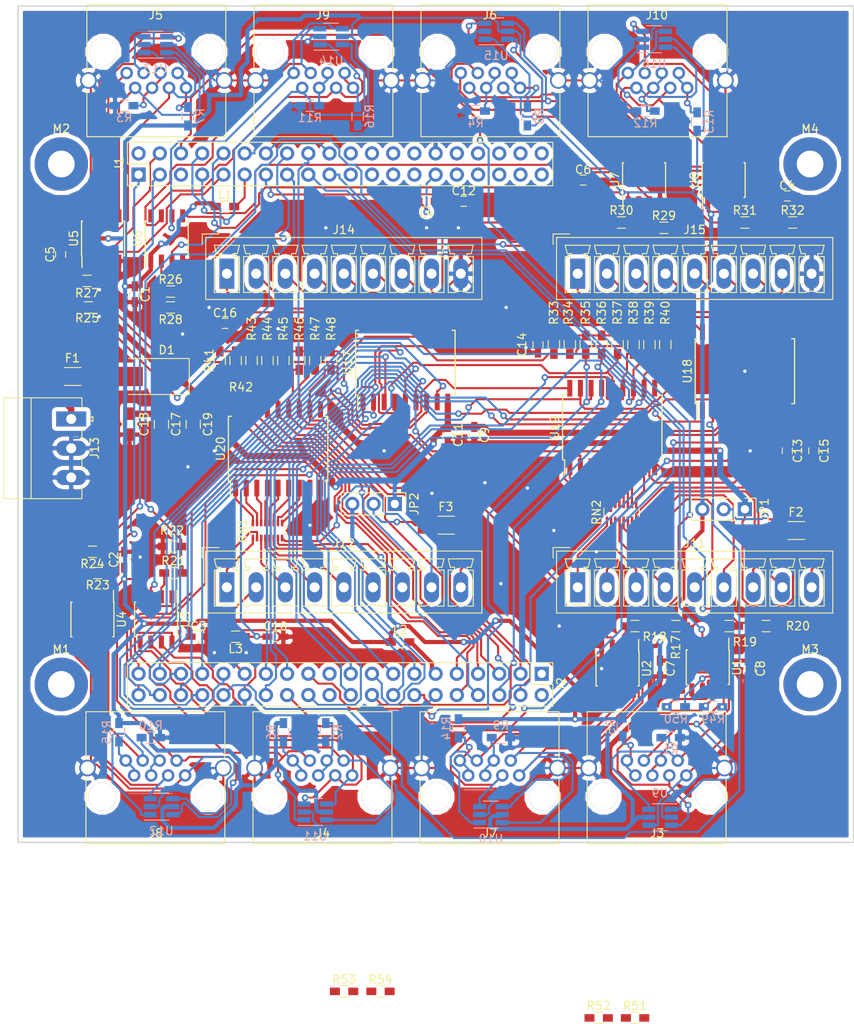
<source format=kicad_pcb>
(kicad_pcb (version 20170123) (host pcbnew no-vcs-found-2a301d5~58~ubuntu16.04.1)
  (layers (0 F.Cu signal) (31 B.Cu signal) (34 B.Paste user) (35 F.Paste user) (36 B.SilkS user) (37 F.SilkS user) (38 B.Mask user) (39 F.Mask user) (44 Edge.Cuts user))
  (net 0 "")
  (net 1 "Net-(J3-Pad4)")
  (net 2 "Net-(J3-Pad7)")
  (net 3 "Net-(J4-Pad7)")
  (net 4 "Net-(J4-Pad4)")
  (net 5 "Net-(J5-Pad4)")
  (net 6 "Net-(J5-Pad7)")
  (net 7 "Net-(J6-Pad7)")
  (net 8 "Net-(J6-Pad4)")
  (net 9 "Net-(J7-Pad7)")
  (net 10 "Net-(J7-Pad4)")
  (net 11 "Net-(J8-Pad4)")
  (net 12 "Net-(J8-Pad7)")
  (net 13 "Net-(J9-Pad7)")
  (net 14 "Net-(J9-Pad4)")
  (net 15 "Net-(J10-Pad4)")
  (net 16 "Net-(J10-Pad7)")
  (net 17 "Net-(M1-Pad1)")
  (net 18 "Net-(M2-Pad1)")
  (net 19 "Net-(M3-Pad1)")
  (net 20 "Net-(M4-Pad1)")
  (net 21 J1B16)
  (net 22 LED0)
  (net 23 J1B14)
  (net 24 J1B15)
  (net 25 J1B12)
  (net 26 J1B13)
  (net 27 J1B10)
  (net 28 J1B11)
  (net 29 J1B8)
  (net 30 J1B9)
  (net 31 +5V)
  (net 32 GND)
  (net 33 J1B6)
  (net 34 J1B7)
  (net 35 J1B4)
  (net 36 J1B5)
  (net 37 J1B2)
  (net 38 J1B3)
  (net 39 J1B0)
  (net 40 J1B1)
  (net 41 J2B16)
  (net 42 LED1)
  (net 43 J2B14)
  (net 44 J2B15)
  (net 45 J2B12)
  (net 46 J2B13)
  (net 47 J2B10)
  (net 48 J2B11)
  (net 49 +3V3)
  (net 50 J2B8)
  (net 51 J2B9)
  (net 52 J2B6)
  (net 53 J2B7)
  (net 54 J2B4)
  (net 55 J2B5)
  (net 56 J2B2)
  (net 57 J2B3)
  (net 58 J2B0)
  (net 59 J2B1)
  (net 60 J4B1)
  (net 61 J4B0)
  (net 62 J4B3)
  (net 63 J4B2)
  (net 64 J4B5)
  (net 65 J4B4)
  (net 66 J4B7)
  (net 67 J4B6)
  (net 68 J4B9)
  (net 69 J4B8)
  (net 70 J4B11)
  (net 71 J4B10)
  (net 72 J4B13)
  (net 73 J4B12)
  (net 74 J4B15)
  (net 75 J4B14)
  (net 76 LED3)
  (net 77 J4B16)
  (net 78 J3B1)
  (net 79 J3B0)
  (net 80 J3B3)
  (net 81 J3B2)
  (net 82 J3B5)
  (net 83 J3B4)
  (net 84 J3B7)
  (net 85 J3B6)
  (net 86 J3B9)
  (net 87 J3B8)
  (net 88 J3B11)
  (net 89 J3B10)
  (net 90 J3B13)
  (net 91 J3B12)
  (net 92 J3B15)
  (net 93 J3B14)
  (net 94 LED2)
  (net 95 J3B16)
  (net 96 RX2)
  (net 97 TX2)
  (net 98 RX1)
  (net 99 TX1)
  (net 100 TX0)
  (net 101 RX0)
  (net 102 RX4)
  (net 103 TX4)
  (net 104 TX5)
  (net 105 RX5)
  (net 106 RX6)
  (net 107 TX6)
  (net 108 TX7)
  (net 109 RX7)
  (net 110 NRX0)
  (net 111 NTX0)
  (net 112 NRX1)
  (net 113 NTX1)
  (net 114 NRX2)
  (net 115 NTX2)
  (net 116 NRX4)
  (net 117 NTX4)
  (net 118 NTX5)
  (net 119 NRX5)
  (net 120 NRX6)
  (net 121 NTX6)
  (net 122 NTX7)
  (net 123 NRX7)
  (net 124 "Net-(R18-Pad1)")
  (net 125 "Net-(R19-Pad1)")
  (net 126 "Net-(R21-Pad1)")
  (net 127 "Net-(R23-Pad1)")
  (net 128 "Net-(R26-Pad1)")
  (net 129 "Net-(R27-Pad1)")
  (net 130 "Net-(R29-Pad1)")
  (net 131 "Net-(R31-Pad1)")
  (net 132 NTX3)
  (net 133 NRX3)
  (net 134 TX3)
  (net 135 RX3)
  (net 136 "Net-(J11-Pad8)")
  (net 137 "Net-(J11-Pad7)")
  (net 138 "Net-(J11-Pad6)")
  (net 139 "Net-(J11-Pad5)")
  (net 140 "Net-(J11-Pad4)")
  (net 141 "Net-(J11-Pad3)")
  (net 142 "Net-(J11-Pad2)")
  (net 143 "Net-(J11-Pad1)")
  (net 144 "Net-(J12-Pad1)")
  (net 145 "Net-(J12-Pad2)")
  (net 146 "Net-(J12-Pad3)")
  (net 147 "Net-(J12-Pad4)")
  (net 148 "Net-(J12-Pad5)")
  (net 149 "Net-(J12-Pad6)")
  (net 150 "Net-(J12-Pad7)")
  (net 151 "Net-(J12-Pad8)")
  (net 152 +24V)
  (net 153 "Net-(RN1-Pad12)")
  (net 154 "Net-(RN1-Pad11)")
  (net 155 "Net-(RN1-Pad10)")
  (net 156 "Net-(RN1-Pad9)")
  (net 157 "Net-(RN2-Pad13)")
  (net 158 "Net-(RN2-Pad14)")
  (net 159 "Net-(RN2-Pad15)")
  (net 160 "Net-(RN2-Pad16)")
  (net 161 "Net-(RN2-Pad9)")
  (net 162 "Net-(RN2-Pad10)")
  (net 163 "Net-(RN2-Pad11)")
  (net 164 "Net-(RN2-Pad12)")
  (net 165 "Net-(RN1-Pad16)")
  (net 166 "Net-(RN1-Pad15)")
  (net 167 "Net-(RN1-Pad14)")
  (net 168 "Net-(RN1-Pad13)")
  (net 169 "Net-(D1-Pad2)")
  (net 170 "Net-(F1-Pad1)")
  (net 171 "Net-(U20-Pad10)")
  (net 172 "Net-(U19-Pad10)")
  (net 173 "Net-(F2-Pad1)")
  (net 174 "Net-(F3-Pad1)")
  (net 175 "Net-(J14-Pad1)")
  (net 176 "Net-(J14-Pad2)")
  (net 177 "Net-(J14-Pad3)")
  (net 178 "Net-(J14-Pad4)")
  (net 179 "Net-(J14-Pad5)")
  (net 180 "Net-(J14-Pad6)")
  (net 181 "Net-(J14-Pad7)")
  (net 182 "Net-(J14-Pad8)")
  (net 183 "Net-(J15-Pad8)")
  (net 184 "Net-(J15-Pad7)")
  (net 185 "Net-(J15-Pad6)")
  (net 186 "Net-(J15-Pad5)")
  (net 187 "Net-(J15-Pad4)")
  (net 188 "Net-(J15-Pad3)")
  (net 189 "Net-(J15-Pad2)")
  (net 190 "Net-(J15-Pad1)")
  (net 191 "Net-(F3-Pad2)")
  (net 192 "Net-(F2-Pad2)")
  (net 193 "Net-(J2-Pad29)")
  (net 194 "Net-(J2-Pad11)")
  (net 195 "Net-(J1-Pad11)")
  (net 196 "Net-(J1-Pad29)")
  (module Resistors_SMD:R_0603_HandSoldering (layer F.Cu) (at 163.390001 147.8225)
    (fp_text reference R54 (at 0 -1.45) (layer F.SilkS))
    (fp_text value 1k)
    (pad 1 smd rect (at -1.1 0) (size 1.2 0.9) (layers F.Cu F.Paste F.Mask) (net 97 TX2))
    (pad 2 smd rect (at 1.1 0) (size 1.2 0.9) (layers F.Cu F.Paste F.Mask) (net 115 NTX2))
  )
  (module Resistors_SMD:R_0603_HandSoldering (layer F.Cu) (at 159.030001 147.8225)
    (fp_text reference R53 (at 0 -1.45) (layer F.SilkS))
    (fp_text value 1k)
    (pad 2 smd rect (at 1.1 0) (size 1.2 0.9) (layers F.Cu F.Paste F.Mask) (net 96 RX2))
    (pad 1 smd rect (at -1.1 0) (size 1.2 0.9) (layers F.Cu F.Paste F.Mask) (net 114 NRX2))
  )
  (module Resistors_SMD:R_0603_HandSoldering (layer F.Cu) (at 193.870001 150.9975)
    (fp_text reference R51 (at 0 -1.45) (layer F.SilkS))
    (fp_text value 1k)
    (pad 1 smd rect (at -1.1 0) (size 1.2 0.9) (layers F.Cu F.Paste F.Mask) (net 112 NRX1))
    (pad 2 smd rect (at 1.1 0) (size 1.2 0.9) (layers F.Cu F.Paste F.Mask) (net 98 RX1))
  )
  (module Resistors_SMD:R_0603_HandSoldering (layer F.Cu) (at 189.510001 150.9975)
    (fp_text reference R52 (at 0 -1.45) (layer F.SilkS))
    (fp_text value 1k)
    (pad 2 smd rect (at 1.1 0) (size 1.2 0.9) (layers F.Cu F.Paste F.Mask) (net 113 NTX1))
    (pad 1 smd rect (at -1.1 0) (size 1.2 0.9) (layers F.Cu F.Paste F.Mask) (net 99 TX1))
  )
  (module Resistors_SMD:R_0603_HandSoldering (layer B.Cu) (at 203.2 113.7975)
    (fp_text reference R49 (at 0 1.45) (layer B.SilkS) (effects (justify mirror)))
    (fp_text value 1k)
    (pad 1 smd rect (at -1.1 0) (size 1.2 0.9) (layers B.Cu B.Paste B.Mask) (net 110 NRX0))
    (pad 2 smd rect (at 1.1 0) (size 1.2 0.9) (layers B.Cu B.Paste B.Mask) (net 101 RX0))
  )
  (module Resistors_SMD:R_0603_HandSoldering (layer B.Cu) (at 198.755 113.7975)
    (fp_text reference R50 (at 0 1.45) (layer B.SilkS) (effects (justify mirror)))
    (fp_text value 1k)
    (pad 2 smd rect (at 1.1 0) (size 1.2 0.9) (layers B.Cu B.Paste B.Mask) (net 111 NTX0))
    (pad 1 smd rect (at -1.1 0) (size 1.2 0.9) (layers B.Cu B.Paste B.Mask) (net 100 TX0))
  )
  (module RJ45:RJ45 (layer F.Cu) (at 140 122 180)
    (fp_text reference J8 (at 3.49 -6.92 180) (layer F.SilkS))
    (fp_text value RJ45)
    (pad 9 thru_hole circle (at -4.57 0.89 180) (size 2 2) (drill 1.57) (layers *.Cu *.Mask) (net 32 GND))
    (pad "" thru_hole circle (at 9.91 -2.54 180) (size 3.3 3.3) (drill 3.3) (layers *.Cu *.Mask))
    (pad "" thru_hole circle (at -2.79 -2.54 180) (size 3.3 3.3) (drill 3.3) (layers *.Cu *.Mask))
    (pad 1 thru_hole circle (at 0 0 180) (size 1.5 1.5) (drill 0.89) (layers *.Cu *.Mask) (net 132 NTX3))
    (pad 7 thru_hole circle (at 6.1 0 180) (size 1.5 1.5) (drill 0.89) (layers *.Cu *.Mask) (net 12 "Net-(J8-Pad7)"))
    (pad 3 thru_hole circle (at 2.03 0 180) (size 1.5 1.5) (drill 0.89) (layers *.Cu *.Mask) (net 133 NRX3))
    (pad 5 thru_hole circle (at 4.06 0 180) (size 1.5 1.5) (drill 0.89) (layers *.Cu *.Mask) (net 11 "Net-(J8-Pad4)"))
    (pad 2 thru_hole circle (at 1.02 1.78 180) (size 1.5 1.5) (drill 0.89) (layers *.Cu *.Mask) (net 134 TX3))
    (pad 4 thru_hole circle (at 3.05 1.78 180) (size 1.5 1.5) (drill 0.89) (layers *.Cu *.Mask) (net 11 "Net-(J8-Pad4)"))
    (pad 6 thru_hole circle (at 5.08 1.78 180) (size 1.5 1.5) (drill 0.89) (layers *.Cu *.Mask) (net 135 RX3))
    (pad 8 thru_hole circle (at 7.11 1.78 180) (size 1.5 1.5) (drill 0.89) (layers *.Cu *.Mask) (net 12 "Net-(J8-Pad7)"))
    (pad 9 thru_hole circle (at 11.68 0.89 180) (size 2 2) (drill 1.57) (layers *.Cu *.Mask) (net 32 GND))
  )
  (module Capacitors_SMD:C_0603_HandSoldering (layer F.Cu) (at 150.815 105.41)
    (fp_text reference C10 (at 0 -1.25) (layer F.SilkS))
    (fp_text value C)
    (pad 1 smd rect (at -0.95 0) (size 1.2 0.75) (layers F.Cu F.Paste F.Mask) (net 49 +3V3))
    (pad 2 smd rect (at 0.95 0) (size 1.2 0.75) (layers F.Cu F.Paste F.Mask) (net 32 GND))
  )
  (module Resistors_SMD:R_0603_HandSoldering (layer F.Cu) (at 168.91 53.34 180)
    (fp_text reference L4 (at 0 -1.45 180) (layer F.SilkS))
    (fp_text value L_Small)
    (pad 2 smd rect (at 1.1 0 180) (size 1.2 0.9) (layers F.Cu F.Paste F.Mask) (net 196 "Net-(J1-Pad29)"))
    (pad 1 smd rect (at -1.1 0 180) (size 1.2 0.9) (layers F.Cu F.Paste F.Mask) (net 49 +3V3))
  )
  (module Resistors_SMD:R_0603_HandSoldering (layer F.Cu) (at 144.78 53.975)
    (fp_text reference L1 (at 0 -1.45) (layer F.SilkS))
    (fp_text value L_Small)
    (pad 1 smd rect (at -1.1 0) (size 1.2 0.9) (layers F.Cu F.Paste F.Mask) (net 31 +5V))
    (pad 2 smd rect (at 1.1 0) (size 1.2 0.9) (layers F.Cu F.Paste F.Mask) (net 195 "Net-(J1-Pad11)"))
  )
  (module Resistors_SMD:R_0603_HandSoldering (layer F.Cu) (at 146.05 105.41 180)
    (fp_text reference L3 (at 0 -1.45 180) (layer F.SilkS))
    (fp_text value L_Small)
    (pad 2 smd rect (at 1.1 0 180) (size 1.2 0.9) (layers F.Cu F.Paste F.Mask) (net 193 "Net-(J2-Pad29)"))
    (pad 1 smd rect (at -1.1 0 180) (size 1.2 0.9) (layers F.Cu F.Paste F.Mask) (net 49 +3V3))
  )
  (module Resistors_SMD:R_0603_HandSoldering (layer F.Cu) (at 165.735 106.045)
    (fp_text reference L2 (at 0 -1.45) (layer F.SilkS))
    (fp_text value L_Small)
    (pad 2 smd rect (at 1.1 0) (size 1.2 0.9) (layers F.Cu F.Paste F.Mask) (net 194 "Net-(J2-Pad11)"))
    (pad 1 smd rect (at -1.1 0) (size 1.2 0.9) (layers F.Cu F.Paste F.Mask) (net 31 +5V))
  )
  (module Housings_SOIC:SOIC-18W_7.5x11.6mm_Pitch1.27mm (layer F.Cu) (at 191.135 80.39 90)
    (fp_text reference U19 (at 0 -6.875 90) (layer F.SilkS))
    (fp_text value ULN2803ADWR)
    (pad 1 smd rect (at -4.7 -5.08 90) (size 2 0.6) (layers F.Cu F.Paste F.Mask) (net 160 "Net-(RN2-Pad16)"))
    (pad 2 smd rect (at -4.7 -3.81 90) (size 2 0.6) (layers F.Cu F.Paste F.Mask) (net 159 "Net-(RN2-Pad15)"))
    (pad 3 smd rect (at -4.7 -2.54 90) (size 2 0.6) (layers F.Cu F.Paste F.Mask) (net 158 "Net-(RN2-Pad14)"))
    (pad 4 smd rect (at -4.7 -1.27 90) (size 2 0.6) (layers F.Cu F.Paste F.Mask) (net 157 "Net-(RN2-Pad13)"))
    (pad 5 smd rect (at -4.7 0 90) (size 2 0.6) (layers F.Cu F.Paste F.Mask) (net 164 "Net-(RN2-Pad12)"))
    (pad 6 smd rect (at -4.7 1.27 90) (size 2 0.6) (layers F.Cu F.Paste F.Mask) (net 163 "Net-(RN2-Pad11)"))
    (pad 7 smd rect (at -4.7 2.54 90) (size 2 0.6) (layers F.Cu F.Paste F.Mask) (net 162 "Net-(RN2-Pad10)"))
    (pad 8 smd rect (at -4.7 3.81 90) (size 2 0.6) (layers F.Cu F.Paste F.Mask) (net 161 "Net-(RN2-Pad9)"))
    (pad 9 smd rect (at -4.7 5.08 90) (size 2 0.6) (layers F.Cu F.Paste F.Mask) (net 32 GND))
    (pad 10 smd rect (at 4.7 5.08 90) (size 2 0.6) (layers F.Cu F.Paste F.Mask) (net 172 "Net-(U19-Pad10)"))
    (pad 11 smd rect (at 4.7 3.81 90) (size 2 0.6) (layers F.Cu F.Paste F.Mask) (net 84 J3B7))
    (pad 12 smd rect (at 4.7 2.54 90) (size 2 0.6) (layers F.Cu F.Paste F.Mask) (net 85 J3B6))
    (pad 13 smd rect (at 4.7 1.27 90) (size 2 0.6) (layers F.Cu F.Paste F.Mask) (net 82 J3B5))
    (pad 14 smd rect (at 4.7 0 90) (size 2 0.6) (layers F.Cu F.Paste F.Mask) (net 83 J3B4))
    (pad 15 smd rect (at 4.7 -1.27 90) (size 2 0.6) (layers F.Cu F.Paste F.Mask) (net 80 J3B3))
    (pad 16 smd rect (at 4.7 -2.54 90) (size 2 0.6) (layers F.Cu F.Paste F.Mask) (net 81 J3B2))
    (pad 17 smd rect (at 4.7 -3.81 90) (size 2 0.6) (layers F.Cu F.Paste F.Mask) (net 78 J3B1))
    (pad 18 smd rect (at 4.7 -5.08 90) (size 2 0.6) (layers F.Cu F.Paste F.Mask) (net 79 J3B0))
  )
  (module RJ45:RJ45 (layer F.Cu) (at 133 38)
    (fp_text reference J5 (at 3.49 -6.92) (layer F.SilkS))
    (fp_text value RJ45)
    (pad 9 thru_hole circle (at 11.68 0.89) (size 2 2) (drill 1.57) (layers *.Cu *.Mask) (net 32 GND))
    (pad 8 thru_hole circle (at 7.11 1.78) (size 1.5 1.5) (drill 0.89) (layers *.Cu *.Mask) (net 6 "Net-(J5-Pad7)"))
    (pad 6 thru_hole circle (at 5.08 1.78) (size 1.5 1.5) (drill 0.89) (layers *.Cu *.Mask) (net 102 RX4))
    (pad 4 thru_hole circle (at 3.05 1.78) (size 1.5 1.5) (drill 0.89) (layers *.Cu *.Mask) (net 5 "Net-(J5-Pad4)"))
    (pad 2 thru_hole circle (at 1.02 1.78) (size 1.5 1.5) (drill 0.89) (layers *.Cu *.Mask) (net 103 TX4))
    (pad 5 thru_hole circle (at 4.06 0) (size 1.5 1.5) (drill 0.89) (layers *.Cu *.Mask) (net 5 "Net-(J5-Pad4)"))
    (pad 3 thru_hole circle (at 2.03 0) (size 1.5 1.5) (drill 0.89) (layers *.Cu *.Mask) (net 116 NRX4))
    (pad 7 thru_hole circle (at 6.1 0) (size 1.5 1.5) (drill 0.89) (layers *.Cu *.Mask) (net 6 "Net-(J5-Pad7)"))
    (pad 1 thru_hole circle (at 0 0) (size 1.5 1.5) (drill 0.89) (layers *.Cu *.Mask) (net 117 NTX4))
    (pad "" thru_hole circle (at -2.79 -2.54) (size 3.3 3.3) (drill 3.3) (layers *.Cu *.Mask))
    (pad "" thru_hole circle (at 9.91 -2.54) (size 3.3 3.3) (drill 3.3) (layers *.Cu *.Mask))
    (pad 9 thru_hole circle (at -4.57 0.89) (size 2 2) (drill 1.57) (layers *.Cu *.Mask) (net 32 GND))
  )
  (module Connectors_Phoenix:PhoenixContact_MCV-G_09x3.50mm_Vertical (layer F.Cu) (at 187 62)
    (fp_text reference J15 (at 14 -5.25) (layer F.SilkS))
    (fp_text value CONN_01X09)
    (pad 1 thru_hole rect (at 0 0) (size 1.8 3.6) (drill 1.2) (layers *.Cu *.Mask) (net 190 "Net-(J15-Pad1)"))
    (pad 2 thru_hole oval (at 3.5 0) (size 1.8 3.6) (drill 1.2) (layers *.Cu *.Mask) (net 189 "Net-(J15-Pad2)"))
    (pad 3 thru_hole oval (at 7 0) (size 1.8 3.6) (drill 1.2) (layers *.Cu *.Mask) (net 188 "Net-(J15-Pad3)"))
    (pad 4 thru_hole oval (at 10.5 0) (size 1.8 3.6) (drill 1.2) (layers *.Cu *.Mask) (net 187 "Net-(J15-Pad4)"))
    (pad 5 thru_hole oval (at 14 0) (size 1.8 3.6) (drill 1.2) (layers *.Cu *.Mask) (net 186 "Net-(J15-Pad5)"))
    (pad 6 thru_hole oval (at 17.5 0) (size 1.8 3.6) (drill 1.2) (layers *.Cu *.Mask) (net 185 "Net-(J15-Pad6)"))
    (pad 7 thru_hole oval (at 21 0) (size 1.8 3.6) (drill 1.2) (layers *.Cu *.Mask) (net 184 "Net-(J15-Pad7)"))
    (pad 8 thru_hole oval (at 24.5 0) (size 1.8 3.6) (drill 1.2) (layers *.Cu *.Mask) (net 183 "Net-(J15-Pad8)"))
    (pad 9 thru_hole oval (at 28 0) (size 1.8 3.6) (drill 1.2) (layers *.Cu *.Mask) (net 32 GND))
  )
  (module Connectors_Phoenix:PhoenixContact_MCV-G_09x3.50mm_Vertical (layer F.Cu) (at 187 99.5)
    (fp_text reference J11 (at 14 -5.25) (layer F.SilkS))
    (fp_text value CONN_01X09)
    (pad 9 thru_hole oval (at 28 0) (size 1.8 3.6) (drill 1.2) (layers *.Cu *.Mask) (net 192 "Net-(F2-Pad2)"))
    (pad 8 thru_hole oval (at 24.5 0) (size 1.8 3.6) (drill 1.2) (layers *.Cu *.Mask) (net 136 "Net-(J11-Pad8)"))
    (pad 7 thru_hole oval (at 21 0) (size 1.8 3.6) (drill 1.2) (layers *.Cu *.Mask) (net 137 "Net-(J11-Pad7)"))
    (pad 6 thru_hole oval (at 17.5 0) (size 1.8 3.6) (drill 1.2) (layers *.Cu *.Mask) (net 138 "Net-(J11-Pad6)"))
    (pad 5 thru_hole oval (at 14 0) (size 1.8 3.6) (drill 1.2) (layers *.Cu *.Mask) (net 139 "Net-(J11-Pad5)"))
    (pad 4 thru_hole oval (at 10.5 0) (size 1.8 3.6) (drill 1.2) (layers *.Cu *.Mask) (net 140 "Net-(J11-Pad4)"))
    (pad 3 thru_hole oval (at 7 0) (size 1.8 3.6) (drill 1.2) (layers *.Cu *.Mask) (net 141 "Net-(J11-Pad3)"))
    (pad 2 thru_hole oval (at 3.5 0) (size 1.8 3.6) (drill 1.2) (layers *.Cu *.Mask) (net 142 "Net-(J11-Pad2)"))
    (pad 1 thru_hole rect (at 0 0) (size 1.8 3.6) (drill 1.2) (layers *.Cu *.Mask) (net 143 "Net-(J11-Pad1)"))
  )
  (module Connectors_Phoenix:PhoenixContact_MCV-G_09x3.50mm_Vertical (layer F.Cu) (at 145 99.5)
    (fp_text reference J12 (at 14 -5.25) (layer F.SilkS))
    (fp_text value CONN_01X09)
    (pad 1 thru_hole rect (at 0 0) (size 1.8 3.6) (drill 1.2) (layers *.Cu *.Mask) (net 144 "Net-(J12-Pad1)"))
    (pad 2 thru_hole oval (at 3.5 0) (size 1.8 3.6) (drill 1.2) (layers *.Cu *.Mask) (net 145 "Net-(J12-Pad2)"))
    (pad 3 thru_hole oval (at 7 0) (size 1.8 3.6) (drill 1.2) (layers *.Cu *.Mask) (net 146 "Net-(J12-Pad3)"))
    (pad 4 thru_hole oval (at 10.5 0) (size 1.8 3.6) (drill 1.2) (layers *.Cu *.Mask) (net 147 "Net-(J12-Pad4)"))
    (pad 5 thru_hole oval (at 14 0) (size 1.8 3.6) (drill 1.2) (layers *.Cu *.Mask) (net 148 "Net-(J12-Pad5)"))
    (pad 6 thru_hole oval (at 17.5 0) (size 1.8 3.6) (drill 1.2) (layers *.Cu *.Mask) (net 149 "Net-(J12-Pad6)"))
    (pad 7 thru_hole oval (at 21 0) (size 1.8 3.6) (drill 1.2) (layers *.Cu *.Mask) (net 150 "Net-(J12-Pad7)"))
    (pad 8 thru_hole oval (at 24.5 0) (size 1.8 3.6) (drill 1.2) (layers *.Cu *.Mask) (net 151 "Net-(J12-Pad8)"))
    (pad 9 thru_hole oval (at 28 0) (size 1.8 3.6) (drill 1.2) (layers *.Cu *.Mask) (net 191 "Net-(F3-Pad2)"))
  )
  (module Connectors_Phoenix:PhoenixContact_MCV-G_09x3.50mm_Vertical (layer F.Cu) (at 145 62)
    (fp_text reference J14 (at 14 -5.25) (layer F.SilkS))
    (fp_text value CONN_01X09)
    (pad 9 thru_hole oval (at 28 0) (size 1.8 3.6) (drill 1.2) (layers *.Cu *.Mask) (net 32 GND))
    (pad 8 thru_hole oval (at 24.5 0) (size 1.8 3.6) (drill 1.2) (layers *.Cu *.Mask) (net 182 "Net-(J14-Pad8)"))
    (pad 7 thru_hole oval (at 21 0) (size 1.8 3.6) (drill 1.2) (layers *.Cu *.Mask) (net 181 "Net-(J14-Pad7)"))
    (pad 6 thru_hole oval (at 17.5 0) (size 1.8 3.6) (drill 1.2) (layers *.Cu *.Mask) (net 180 "Net-(J14-Pad6)"))
    (pad 5 thru_hole oval (at 14 0) (size 1.8 3.6) (drill 1.2) (layers *.Cu *.Mask) (net 179 "Net-(J14-Pad5)"))
    (pad 4 thru_hole oval (at 10.5 0) (size 1.8 3.6) (drill 1.2) (layers *.Cu *.Mask) (net 178 "Net-(J14-Pad4)"))
    (pad 3 thru_hole oval (at 7 0) (size 1.8 3.6) (drill 1.2) (layers *.Cu *.Mask) (net 177 "Net-(J14-Pad3)"))
    (pad 2 thru_hole oval (at 3.5 0) (size 1.8 3.6) (drill 1.2) (layers *.Cu *.Mask) (net 176 "Net-(J14-Pad2)"))
    (pad 1 thru_hole rect (at 0 0) (size 1.8 3.6) (drill 1.2) (layers *.Cu *.Mask) (net 175 "Net-(J14-Pad1)"))
  )
  (module Fuse_Holders_and_Fuses:Fuse_SMD1206_HandSoldering (layer F.Cu) (at 213.175 92.71)
    (fp_text reference F2 (at -0.05 -2.2) (layer F.SilkS))
    (fp_text value Fuse)
    (pad 1 smd rect (at -2.09 0 90) (size 2.03 2.65) (layers F.Cu F.Paste F.Mask) (net 173 "Net-(F2-Pad1)"))
    (pad 2 smd rect (at 2.09 0 90) (size 2.03 2.65) (layers F.Cu F.Paste F.Mask) (net 192 "Net-(F2-Pad2)"))
  )
  (module Fuse_Holders_and_Fuses:Fuse_SMD1206_HandSoldering (layer F.Cu) (at 171.265 92.075)
    (fp_text reference F3 (at -0.05 -2.2) (layer F.SilkS))
    (fp_text value Fuse)
    (pad 2 smd rect (at 2.09 0 90) (size 2.03 2.65) (layers F.Cu F.Paste F.Mask) (net 191 "Net-(F3-Pad2)"))
    (pad 1 smd rect (at -2.09 0 90) (size 2.03 2.65) (layers F.Cu F.Paste F.Mask) (net 174 "Net-(F3-Pad1)"))
  )
  (module Pin_Headers:Pin_Header_Straight_1x03_Pitch2.54mm (layer F.Cu) (at 165.1 89.535 270)
    (fp_text reference JP2 (at 0 -2.33 270) (layer F.SilkS))
    (fp_text value Jumper_NC_Dual)
    (pad 1 thru_hole rect (at 0 0 270) (size 1.7 1.7) (drill 1) (layers *.Cu *.Mask) (net 152 +24V))
    (pad 2 thru_hole oval (at 0 2.54 270) (size 1.7 1.7) (drill 1) (layers *.Cu *.Mask) (net 174 "Net-(F3-Pad1)"))
    (pad 3 thru_hole oval (at 0 5.08 270) (size 1.7 1.7) (drill 1) (layers *.Cu *.Mask) (net 31 +5V))
  )
  (module Pin_Headers:Pin_Header_Straight_1x03_Pitch2.54mm (layer F.Cu) (at 207.01 90.17 270)
    (fp_text reference JP1 (at 0 -2.33 270) (layer F.SilkS))
    (fp_text value Jumper_NC_Dual)
    (pad 3 thru_hole oval (at 0 5.08 270) (size 1.7 1.7) (drill 1) (layers *.Cu *.Mask) (net 31 +5V))
    (pad 2 thru_hole oval (at 0 2.54 270) (size 1.7 1.7) (drill 1) (layers *.Cu *.Mask) (net 173 "Net-(F2-Pad1)"))
    (pad 1 thru_hole rect (at 0 0 270) (size 1.7 1.7) (drill 1) (layers *.Cu *.Mask) (net 152 +24V))
  )
  (module Housings_SOIC:SOIC-18W_7.5x11.6mm_Pitch1.27mm (layer F.Cu) (at 151.13 82.93 90)
    (fp_text reference U20 (at 0 -6.875 90) (layer F.SilkS))
    (fp_text value ULN2803ADWR)
    (pad 18 smd rect (at 4.7 -5.08 90) (size 2 0.6) (layers F.Cu F.Paste F.Mask) (net 87 J3B8))
    (pad 17 smd rect (at 4.7 -3.81 90) (size 2 0.6) (layers F.Cu F.Paste F.Mask) (net 86 J3B9))
    (pad 16 smd rect (at 4.7 -2.54 90) (size 2 0.6) (layers F.Cu F.Paste F.Mask) (net 89 J3B10))
    (pad 15 smd rect (at 4.7 -1.27 90) (size 2 0.6) (layers F.Cu F.Paste F.Mask) (net 88 J3B11))
    (pad 14 smd rect (at 4.7 0 90) (size 2 0.6) (layers F.Cu F.Paste F.Mask) (net 91 J3B12))
    (pad 13 smd rect (at 4.7 1.27 90) (size 2 0.6) (layers F.Cu F.Paste F.Mask) (net 90 J3B13))
    (pad 12 smd rect (at 4.7 2.54 90) (size 2 0.6) (layers F.Cu F.Paste F.Mask) (net 93 J3B14))
    (pad 11 smd rect (at 4.7 3.81 90) (size 2 0.6) (layers F.Cu F.Paste F.Mask) (net 92 J3B15))
    (pad 10 smd rect (at 4.7 5.08 90) (size 2 0.6) (layers F.Cu F.Paste F.Mask) (net 171 "Net-(U20-Pad10)"))
    (pad 9 smd rect (at -4.7 5.08 90) (size 2 0.6) (layers F.Cu F.Paste F.Mask) (net 32 GND))
    (pad 8 smd rect (at -4.7 3.81 90) (size 2 0.6) (layers F.Cu F.Paste F.Mask) (net 156 "Net-(RN1-Pad9)"))
    (pad 7 smd rect (at -4.7 2.54 90) (size 2 0.6) (layers F.Cu F.Paste F.Mask) (net 155 "Net-(RN1-Pad10)"))
    (pad 6 smd rect (at -4.7 1.27 90) (size 2 0.6) (layers F.Cu F.Paste F.Mask) (net 154 "Net-(RN1-Pad11)"))
    (pad 5 smd rect (at -4.7 0 90) (size 2 0.6) (layers F.Cu F.Paste F.Mask) (net 153 "Net-(RN1-Pad12)"))
    (pad 4 smd rect (at -4.7 -1.27 90) (size 2 0.6) (layers F.Cu F.Paste F.Mask) (net 168 "Net-(RN1-Pad13)"))
    (pad 3 smd rect (at -4.7 -2.54 90) (size 2 0.6) (layers F.Cu F.Paste F.Mask) (net 167 "Net-(RN1-Pad14)"))
    (pad 2 smd rect (at -4.7 -3.81 90) (size 2 0.6) (layers F.Cu F.Paste F.Mask) (net 166 "Net-(RN1-Pad15)"))
    (pad 1 smd rect (at -4.7 -5.08 90) (size 2 0.6) (layers F.Cu F.Paste F.Mask) (net 165 "Net-(RN1-Pad16)"))
  )
  (module Resistors_SMD:R_Array_Convex_8x0602 (layer F.Cu) (at 149.86 92.71 90)
    (fp_text reference RN1 (at 0 -3 90) (layer F.SilkS))
    (fp_text value R_Pack08)
    (pad 1 smd rect (at -0.9 -1.75 90) (size 0.8 0.3) (layers F.Cu F.Paste F.Mask) (net 144 "Net-(J12-Pad1)"))
    (pad 16 smd rect (at 0.9 -1.75 90) (size 0.8 0.3) (layers F.Cu F.Paste F.Mask) (net 165 "Net-(RN1-Pad16)"))
    (pad 8 smd rect (at -0.9 1.75 90) (size 0.8 0.3) (layers F.Cu F.Paste F.Mask) (net 151 "Net-(J12-Pad8)"))
    (pad 9 smd rect (at 0.9 1.75 90) (size 0.8 0.3) (layers F.Cu F.Paste F.Mask) (net 156 "Net-(RN1-Pad9)"))
    (pad 2 smd rect (at -0.9 -1.25 90) (size 0.8 0.3) (layers F.Cu F.Paste F.Mask) (net 145 "Net-(J12-Pad2)"))
    (pad 3 smd rect (at -0.9 -0.75 90) (size 0.8 0.3) (layers F.Cu F.Paste F.Mask) (net 146 "Net-(J12-Pad3)"))
    (pad 4 smd rect (at -0.9 -0.25 90) (size 0.8 0.3) (layers F.Cu F.Paste F.Mask) (net 147 "Net-(J12-Pad4)"))
    (pad 5 smd rect (at -0.9 0.25 90) (size 0.8 0.3) (layers F.Cu F.Paste F.Mask) (net 148 "Net-(J12-Pad5)"))
    (pad 6 smd rect (at -0.9 0.75 90) (size 0.8 0.3) (layers F.Cu F.Paste F.Mask) (net 149 "Net-(J12-Pad6)"))
    (pad 7 smd rect (at -0.9 1.25 90) (size 0.8 0.3) (layers F.Cu F.Paste F.Mask) (net 150 "Net-(J12-Pad7)"))
    (pad 15 smd rect (at 0.9 -1.25 90) (size 0.8 0.3) (layers F.Cu F.Paste F.Mask) (net 166 "Net-(RN1-Pad15)"))
    (pad 14 smd rect (at 0.9 -0.75 90) (size 0.8 0.3) (layers F.Cu F.Paste F.Mask) (net 167 "Net-(RN1-Pad14)"))
    (pad 13 smd rect (at 0.9 -0.25 90) (size 0.8 0.3) (layers F.Cu F.Paste F.Mask) (net 168 "Net-(RN1-Pad13)"))
    (pad 11 smd rect (at 0.9 0.75 90) (size 0.8 0.3) (layers F.Cu F.Paste F.Mask) (net 154 "Net-(RN1-Pad11)"))
    (pad 12 smd rect (at 0.9 0.25 90) (size 0.8 0.3) (layers F.Cu F.Paste F.Mask) (net 153 "Net-(RN1-Pad12)"))
    (pad 10 smd rect (at 0.9 1.25 90) (size 0.8 0.3) (layers F.Cu F.Paste F.Mask) (net 155 "Net-(RN1-Pad10)"))
  )
  (module Resistors_SMD:R_Array_Convex_8x0602 (layer F.Cu) (at 192.25 90.54 90)
    (fp_text reference RN2 (at 0 -3 90) (layer F.SilkS))
    (fp_text value R_Pack08)
    (pad 10 smd rect (at 0.9 1.25 90) (size 0.8 0.3) (layers F.Cu F.Paste F.Mask) (net 162 "Net-(RN2-Pad10)"))
    (pad 12 smd rect (at 0.9 0.25 90) (size 0.8 0.3) (layers F.Cu F.Paste F.Mask) (net 164 "Net-(RN2-Pad12)"))
    (pad 11 smd rect (at 0.9 0.75 90) (size 0.8 0.3) (layers F.Cu F.Paste F.Mask) (net 163 "Net-(RN2-Pad11)"))
    (pad 13 smd rect (at 0.9 -0.25 90) (size 0.8 0.3) (layers F.Cu F.Paste F.Mask) (net 157 "Net-(RN2-Pad13)"))
    (pad 14 smd rect (at 0.9 -0.75 90) (size 0.8 0.3) (layers F.Cu F.Paste F.Mask) (net 158 "Net-(RN2-Pad14)"))
    (pad 15 smd rect (at 0.9 -1.25 90) (size 0.8 0.3) (layers F.Cu F.Paste F.Mask) (net 159 "Net-(RN2-Pad15)"))
    (pad 7 smd rect (at -0.9 1.25 90) (size 0.8 0.3) (layers F.Cu F.Paste F.Mask) (net 137 "Net-(J11-Pad7)"))
    (pad 6 smd rect (at -0.9 0.75 90) (size 0.8 0.3) (layers F.Cu F.Paste F.Mask) (net 138 "Net-(J11-Pad6)"))
    (pad 5 smd rect (at -0.9 0.25 90) (size 0.8 0.3) (layers F.Cu F.Paste F.Mask) (net 139 "Net-(J11-Pad5)"))
    (pad 4 smd rect (at -0.9 -0.25 90) (size 0.8 0.3) (layers F.Cu F.Paste F.Mask) (net 140 "Net-(J11-Pad4)"))
    (pad 3 smd rect (at -0.9 -0.75 90) (size 0.8 0.3) (layers F.Cu F.Paste F.Mask) (net 141 "Net-(J11-Pad3)"))
    (pad 2 smd rect (at -0.9 -1.25 90) (size 0.8 0.3) (layers F.Cu F.Paste F.Mask) (net 142 "Net-(J11-Pad2)"))
    (pad 9 smd rect (at 0.9 1.75 90) (size 0.8 0.3) (layers F.Cu F.Paste F.Mask) (net 161 "Net-(RN2-Pad9)"))
    (pad 8 smd rect (at -0.9 1.75 90) (size 0.8 0.3) (layers F.Cu F.Paste F.Mask) (net 136 "Net-(J11-Pad8)"))
    (pad 16 smd rect (at 0.9 -1.75 90) (size 0.8 0.3) (layers F.Cu F.Paste F.Mask) (net 160 "Net-(RN2-Pad16)"))
    (pad 1 smd rect (at -0.9 -1.75 90) (size 0.8 0.3) (layers F.Cu F.Paste F.Mask) (net 143 "Net-(J11-Pad1)"))
  )
  (module Capacitors_SMD:C_0805_HandSoldering (layer F.Cu) (at 140.97 80.0125 270)
    (fp_text reference C19 (at 0 -1.75 270) (layer F.SilkS))
    (fp_text value C)
    (pad 2 smd rect (at 1.25 0 270) (size 1.5 1.25) (layers F.Cu F.Paste F.Mask) (net 32 GND))
    (pad 1 smd rect (at -1.25 0 270) (size 1.5 1.25) (layers F.Cu F.Paste F.Mask) (net 152 +24V))
  )
  (module Capacitors_SMD:C_0805_HandSoldering (layer F.Cu) (at 137.16 80.01 270)
    (fp_text reference C17 (at 0 -1.75 270) (layer F.SilkS))
    (fp_text value C)
    (pad 1 smd rect (at -1.25 0 270) (size 1.5 1.25) (layers F.Cu F.Paste F.Mask) (net 152 +24V))
    (pad 2 smd rect (at 1.25 0 270) (size 1.5 1.25) (layers F.Cu F.Paste F.Mask) (net 32 GND))
  )
  (module Capacitors_SMD:C_0805_HandSoldering (layer F.Cu) (at 133.35 79.99 270)
    (fp_text reference C18 (at 0 -1.75 270) (layer F.SilkS))
    (fp_text value C)
    (pad 2 smd rect (at 1.25 0 270) (size 1.5 1.25) (layers F.Cu F.Paste F.Mask) (net 32 GND))
    (pad 1 smd rect (at -1.25 0 270) (size 1.5 1.25) (layers F.Cu F.Paste F.Mask) (net 152 +24V))
  )
  (module Connectors_Phoenix:PhoenixContact_MC-G_03x3.50mm_Angled (layer F.Cu) (at 126.365 79.375 270)
    (fp_text reference J13 (at 3.5 -2.8 270) (layer F.SilkS))
    (fp_text value CONN_01X03)
    (pad 3 thru_hole oval (at 7 0 270) (size 1.8 3.6) (drill 1.2) (layers *.Cu *.Mask) (net 32 GND))
    (pad 2 thru_hole oval (at 3.5 0 270) (size 1.8 3.6) (drill 1.2) (layers *.Cu *.Mask) (net 32 GND))
    (pad 1 thru_hole rect (at 0 0 270) (size 1.8 3.6) (drill 1.2) (layers *.Cu *.Mask) (net 170 "Net-(F1-Pad1)"))
  )
  (module Diodes_SMD:D_SMB_Handsoldering (layer F.Cu) (at 135.89 74.295 180)
    (fp_text reference D1 (at -1.905 3.175 180) (layer F.SilkS))
    (fp_text value D)
    (pad 2 smd rect (at 2.7 0 180) (size 3.5 2.3) (layers F.Cu F.Paste F.Mask) (net 169 "Net-(D1-Pad2)"))
    (pad 1 smd rect (at -2.7 0 180) (size 3.5 2.3) (layers F.Cu F.Paste F.Mask) (net 152 +24V))
  )
  (module Fuse_Holders_and_Fuses:Fuse_SMD1206_HandSoldering (layer F.Cu) (at 126.55 74.295)
    (fp_text reference F1 (at -0.05 -2.2) (layer F.SilkS))
    (fp_text value Fuse)
    (pad 2 smd rect (at 2.09 0 90) (size 2.03 2.65) (layers F.Cu F.Paste F.Mask) (net 169 "Net-(D1-Pad2)"))
    (pad 1 smd rect (at -2.09 0 90) (size 2.03 2.65) (layers F.Cu F.Paste F.Mask) (net 170 "Net-(F1-Pad1)"))
  )
  (module Capacitors_SMD:C_0603_HandSoldering (layer F.Cu) (at 174.625 81.28 270)
    (fp_text reference C9 (at 0 -1.25 270) (layer F.SilkS))
    (fp_text value C)
    (pad 2 smd rect (at 0.95 0 270) (size 1.2 0.75) (layers F.Cu F.Paste F.Mask) (net 32 GND))
    (pad 1 smd rect (at -0.95 0 270) (size 1.2 0.75) (layers F.Cu F.Paste F.Mask) (net 152 +24V))
  )
  (module Capacitors_SMD:C_0603_HandSoldering (layer F.Cu) (at 171.45 81.28 270)
    (fp_text reference C11 (at 0 -1.25 270) (layer F.SilkS))
    (fp_text value C)
    (pad 1 smd rect (at -0.95 0 270) (size 1.2 0.75) (layers F.Cu F.Paste F.Mask) (net 152 +24V))
    (pad 2 smd rect (at 0.95 0 270) (size 1.2 0.75) (layers F.Cu F.Paste F.Mask) (net 32 GND))
  )
  (module Capacitors_SMD:C_0603_HandSoldering (layer F.Cu) (at 173.355 53.34)
    (fp_text reference C12 (at 0 -1.25) (layer F.SilkS))
    (fp_text value C)
    (pad 1 smd rect (at -0.95 0) (size 1.2 0.75) (layers F.Cu F.Paste F.Mask) (net 49 +3V3))
    (pad 2 smd rect (at 0.95 0) (size 1.2 0.75) (layers F.Cu F.Paste F.Mask) (net 32 GND))
  )
  (module Capacitors_SMD:C_0603_HandSoldering (layer F.Cu) (at 212.09 83.185 270)
    (fp_text reference C13 (at 0 -1.25 270) (layer F.SilkS))
    (fp_text value C)
    (pad 1 smd rect (at -0.95 0 270) (size 1.2 0.75) (layers F.Cu F.Paste F.Mask) (net 152 +24V))
    (pad 2 smd rect (at 0.95 0 270) (size 1.2 0.75) (layers F.Cu F.Paste F.Mask) (net 32 GND))
  )
  (module Capacitors_SMD:C_0603_HandSoldering (layer F.Cu) (at 182.245 70.485 270)
    (fp_text reference C14 (at 0 1.905 270) (layer F.SilkS))
    (fp_text value C)
    (pad 2 smd rect (at 0.95 0 270) (size 1.2 0.75) (layers F.Cu F.Paste F.Mask) (net 32 GND))
    (pad 1 smd rect (at -0.95 0 270) (size 1.2 0.75) (layers F.Cu F.Paste F.Mask) (net 49 +3V3))
  )
  (module Capacitors_SMD:C_0603_HandSoldering (layer F.Cu) (at 215.265 83.185 270)
    (fp_text reference C15 (at 0 -1.25 270) (layer F.SilkS))
    (fp_text value C)
    (pad 1 smd rect (at -0.95 0 270) (size 1.2 0.75) (layers F.Cu F.Paste F.Mask) (net 152 +24V))
    (pad 2 smd rect (at 0.95 0 270) (size 1.2 0.75) (layers F.Cu F.Paste F.Mask) (net 32 GND))
  )
  (module Capacitors_SMD:C_0603_HandSoldering (layer F.Cu) (at 144.78 67.945)
    (fp_text reference C16 (at 0 -1.25) (layer F.SilkS))
    (fp_text value C)
    (pad 2 smd rect (at 0.95 0) (size 1.2 0.75) (layers F.Cu F.Paste F.Mask) (net 32 GND))
    (pad 1 smd rect (at -0.95 0) (size 1.2 0.75) (layers F.Cu F.Paste F.Mask) (net 49 +3V3))
  )
  (module Resistors_SMD:R_0603_HandSoldering (layer F.Cu) (at 151.765 72.39 270)
    (fp_text reference R45 (at -3.81 0 270) (layer F.SilkS))
    (fp_text value 1k)
    (pad 1 smd rect (at -1.1 0 270) (size 1.2 0.9) (layers F.Cu F.Paste F.Mask) (net 49 +3V3))
    (pad 2 smd rect (at 1.1 0 270) (size 1.2 0.9) (layers F.Cu F.Paste F.Mask) (net 91 J3B12))
  )
  (module Resistors_SMD:R_0603_HandSoldering (layer F.Cu) (at 153.67 72.39 270)
    (fp_text reference R46 (at -3.81 0 270) (layer F.SilkS))
    (fp_text value 1k)
    (pad 2 smd rect (at 1.1 0 270) (size 1.2 0.9) (layers F.Cu F.Paste F.Mask) (net 90 J3B13))
    (pad 1 smd rect (at -1.1 0 270) (size 1.2 0.9) (layers F.Cu F.Paste F.Mask) (net 49 +3V3))
  )
  (module Resistors_SMD:R_0603_HandSoldering (layer F.Cu) (at 191.77 70.485 270)
    (fp_text reference R37 (at -3.81 0 270) (layer F.SilkS))
    (fp_text value 1k)
    (pad 1 smd rect (at -1.1 0 270) (size 1.2 0.9) (layers F.Cu F.Paste F.Mask) (net 49 +3V3))
    (pad 2 smd rect (at 1.1 0 270) (size 1.2 0.9) (layers F.Cu F.Paste F.Mask) (net 83 J3B4))
  )
  (module Resistors_SMD:R_0603_HandSoldering (layer F.Cu) (at 147.955 72.39 270)
    (fp_text reference R43 (at -3.81 0 270) (layer F.SilkS))
    (fp_text value 1k)
    (pad 2 smd rect (at 1.1 0 270) (size 1.2 0.9) (layers F.Cu F.Paste F.Mask) (net 89 J3B10))
    (pad 1 smd rect (at -1.1 0 270) (size 1.2 0.9) (layers F.Cu F.Paste F.Mask) (net 49 +3V3))
  )
  (module Resistors_SMD:R_0603_HandSoldering (layer F.Cu) (at 149.86 72.39 270)
    (fp_text reference R44 (at -3.81 0 270) (layer F.SilkS))
    (fp_text value 1k)
    (pad 1 smd rect (at -1.1 0 270) (size 1.2 0.9) (layers F.Cu F.Paste F.Mask) (net 49 +3V3))
    (pad 2 smd rect (at 1.1 0 270) (size 1.2 0.9) (layers F.Cu F.Paste F.Mask) (net 88 J3B11))
  )
  (module Resistors_SMD:R_0603_HandSoldering (layer F.Cu) (at 155.575 72.39 270)
    (fp_text reference R47 (at -3.81 0 270) (layer F.SilkS))
    (fp_text value 1k)
    (pad 2 smd rect (at 1.1 0 270) (size 1.2 0.9) (layers F.Cu F.Paste F.Mask) (net 93 J3B14))
    (pad 1 smd rect (at -1.1 0 270) (size 1.2 0.9) (layers F.Cu F.Paste F.Mask) (net 49 +3V3))
  )
  (module Resistors_SMD:R_0603_HandSoldering (layer F.Cu) (at 157.48 72.39 270)
    (fp_text reference R48 (at -3.81 0 270) (layer F.SilkS))
    (fp_text value 1k)
    (pad 1 smd rect (at -1.1 0 270) (size 1.2 0.9) (layers F.Cu F.Paste F.Mask) (net 49 +3V3))
    (pad 2 smd rect (at 1.1 0 270) (size 1.2 0.9) (layers F.Cu F.Paste F.Mask) (net 92 J3B15))
  )
  (module Resistors_SMD:R_0603_HandSoldering (layer F.Cu) (at 144.145 72.39 270)
    (fp_text reference R41 (at 0 1.27 270) (layer F.SilkS))
    (fp_text value 1k)
    (pad 1 smd rect (at -1.1 0 270) (size 1.2 0.9) (layers F.Cu F.Paste F.Mask) (net 49 +3V3))
    (pad 2 smd rect (at 1.1 0 270) (size 1.2 0.9) (layers F.Cu F.Paste F.Mask) (net 87 J3B8))
  )
  (module Resistors_SMD:R_0603_HandSoldering (layer F.Cu) (at 197.485 70.485 270)
    (fp_text reference R40 (at -3.81 0 270) (layer F.SilkS))
    (fp_text value 1k)
    (pad 2 smd rect (at 1.1 0 270) (size 1.2 0.9) (layers F.Cu F.Paste F.Mask) (net 84 J3B7))
    (pad 1 smd rect (at -1.1 0 270) (size 1.2 0.9) (layers F.Cu F.Paste F.Mask) (net 49 +3V3))
  )
  (module Resistors_SMD:R_0603_HandSoldering (layer F.Cu) (at 195.58 70.485 270)
    (fp_text reference R39 (at -3.81 0 270) (layer F.SilkS))
    (fp_text value 1k)
    (pad 1 smd rect (at -1.1 0 270) (size 1.2 0.9) (layers F.Cu F.Paste F.Mask) (net 49 +3V3))
    (pad 2 smd rect (at 1.1 0 270) (size 1.2 0.9) (layers F.Cu F.Paste F.Mask) (net 85 J3B6))
  )
  (module Resistors_SMD:R_0603_HandSoldering (layer F.Cu) (at 193.675 70.485 270)
    (fp_text reference R38 (at -3.81 0 270) (layer F.SilkS))
    (fp_text value 1k)
    (pad 2 smd rect (at 1.1 0 270) (size 1.2 0.9) (layers F.Cu F.Paste F.Mask) (net 82 J3B5))
    (pad 1 smd rect (at -1.1 0 270) (size 1.2 0.9) (layers F.Cu F.Paste F.Mask) (net 49 +3V3))
  )
  (module Resistors_SMD:R_0603_HandSoldering (layer F.Cu) (at 189.865 70.485 270)
    (fp_text reference R36 (at -3.81 0 270) (layer F.SilkS))
    (fp_text value 1k)
    (pad 2 smd rect (at 1.1 0 270) (size 1.2 0.9) (layers F.Cu F.Paste F.Mask) (net 80 J3B3))
    (pad 1 smd rect (at -1.1 0 270) (size 1.2 0.9) (layers F.Cu F.Paste F.Mask) (net 49 +3V3))
  )
  (module Resistors_SMD:R_0603_HandSoldering (layer F.Cu) (at 187.96 70.485 270)
    (fp_text reference R35 (at -3.81 0 270) (layer F.SilkS))
    (fp_text value 1k)
    (pad 1 smd rect (at -1.1 0 270) (size 1.2 0.9) (layers F.Cu F.Paste F.Mask) (net 49 +3V3))
    (pad 2 smd rect (at 1.1 0 270) (size 1.2 0.9) (layers F.Cu F.Paste F.Mask) (net 81 J3B2))
  )
  (module Resistors_SMD:R_0603_HandSoldering (layer F.Cu) (at 186.055 70.485 270)
    (fp_text reference R34 (at -3.81 0.17 270) (layer F.SilkS))
    (fp_text value 1k)
    (pad 2 smd rect (at 1.1 0 270) (size 1.2 0.9) (layers F.Cu F.Paste F.Mask) (net 78 J3B1))
    (pad 1 smd rect (at -1.1 0 270) (size 1.2 0.9) (layers F.Cu F.Paste F.Mask) (net 49 +3V3))
  )
  (module Resistors_SMD:R_0603_HandSoldering (layer F.Cu) (at 184.15 70.485 270)
    (fp_text reference R33 (at -3.81 0 270) (layer F.SilkS))
    (fp_text value 1k)
    (pad 1 smd rect (at -1.1 0 270) (size 1.2 0.9) (layers F.Cu F.Paste F.Mask) (net 49 +3V3))
    (pad 2 smd rect (at 1.1 0 270) (size 1.2 0.9) (layers F.Cu F.Paste F.Mask) (net 79 J3B0))
  )
  (module Resistors_SMD:R_0603_HandSoldering (layer F.Cu) (at 146.05 72.39 270)
    (fp_text reference R42 (at 3.175 -0.635) (layer F.SilkS))
    (fp_text value 1k)
    (pad 2 smd rect (at 1.1 0 270) (size 1.2 0.9) (layers F.Cu F.Paste F.Mask) (net 86 J3B9))
    (pad 1 smd rect (at -1.1 0 270) (size 1.2 0.9) (layers F.Cu F.Paste F.Mask) (net 49 +3V3))
  )
  (module Housings_SOIC:SOIC-18W_7.5x11.6mm_Pitch1.27mm (layer F.Cu) (at 207.01 73.66 90)
    (fp_text reference U18 (at 0 -6.875 90) (layer F.SilkS))
    (fp_text value TBD62783A)
    (pad 1 smd rect (at -4.7 -5.08 90) (size 2 0.6) (layers F.Cu F.Paste F.Mask) (net 69 J4B8))
    (pad 2 smd rect (at -4.7 -3.81 90) (size 2 0.6) (layers F.Cu F.Paste F.Mask) (net 68 J4B9))
    (pad 3 smd rect (at -4.7 -2.54 90) (size 2 0.6) (layers F.Cu F.Paste F.Mask) (net 71 J4B10))
    (pad 4 smd rect (at -4.7 -1.27 90) (size 2 0.6) (layers F.Cu F.Paste F.Mask) (net 70 J4B11))
    (pad 5 smd rect (at -4.7 0 90) (size 2 0.6) (layers F.Cu F.Paste F.Mask) (net 73 J4B12))
    (pad 6 smd rect (at -4.7 1.27 90) (size 2 0.6) (layers F.Cu F.Paste F.Mask) (net 72 J4B13))
    (pad 7 smd rect (at -4.7 2.54 90) (size 2 0.6) (layers F.Cu F.Paste F.Mask) (net 75 J4B14))
    (pad 8 smd rect (at -4.7 3.81 90) (size 2 0.6) (layers F.Cu F.Paste F.Mask) (net 74 J4B15))
    (pad 9 smd rect (at -4.7 5.08 90) (size 2 0.6) (layers F.Cu F.Paste F.Mask) (net 152 +24V))
    (pad 10 smd rect (at 4.7 5.08 90) (size 2 0.6) (layers F.Cu F.Paste F.Mask) (net 32 GND))
    (pad 11 smd rect (at 4.7 3.81 90) (size 2 0.6) (layers F.Cu F.Paste F.Mask) (net 183 "Net-(J15-Pad8)"))
    (pad 12 smd rect (at 4.7 2.54 90) (size 2 0.6) (layers F.Cu F.Paste F.Mask) (net 184 "Net-(J15-Pad7)"))
    (pad 13 smd rect (at 4.7 1.27 90) (size 2 0.6) (layers F.Cu F.Paste F.Mask) (net 185 "Net-(J15-Pad6)"))
    (pad 14 smd rect (at 4.7 0 90) (size 2 0.6) (layers F.Cu F.Paste F.Mask) (net 186 "Net-(J15-Pad5)"))
    (pad 15 smd rect (at 4.7 -1.27 90) (size 2 0.6) (layers F.Cu F.Paste F.Mask) (net 187 "Net-(J15-Pad4)"))
    (pad 16 smd rect (at 4.7 -2.54 90) (size 2 0.6) (layers F.Cu F.Paste F.Mask) (net 188 "Net-(J15-Pad3)"))
    (pad 17 smd rect (at 4.7 -3.81 90) (size 2 0.6) (layers F.Cu F.Paste F.Mask) (net 189 "Net-(J15-Pad2)"))
    (pad 18 smd rect (at 4.7 -5.08 90) (size 2 0.6) (layers F.Cu F.Paste F.Mask) (net 190 "Net-(J15-Pad1)"))
  )
  (module Housings_SOIC:SOIC-18W_7.5x11.6mm_Pitch1.27mm (layer F.Cu) (at 166.37 72.645 90)
    (fp_text reference U17 (at 0 -6.875 90) (layer F.SilkS))
    (fp_text value TBD62783A)
    (pad 18 smd rect (at 4.7 -5.08 90) (size 2 0.6) (layers F.Cu F.Paste F.Mask) (net 175 "Net-(J14-Pad1)"))
    (pad 17 smd rect (at 4.7 -3.81 90) (size 2 0.6) (layers F.Cu F.Paste F.Mask) (net 176 "Net-(J14-Pad2)"))
    (pad 16 smd rect (at 4.7 -2.54 90) (size 2 0.6) (layers F.Cu F.Paste F.Mask) (net 177 "Net-(J14-Pad3)"))
    (pad 15 smd rect (at 4.7 -1.27 90) (size 2 0.6) (layers F.Cu F.Paste F.Mask) (net 178 "Net-(J14-Pad4)"))
    (pad 14 smd rect (at 4.7 0 90) (size 2 0.6) (layers F.Cu F.Paste F.Mask) (net 179 "Net-(J14-Pad5)"))
    (pad 13 smd rect (at 4.7 1.27 90) (size 2 0.6) (layers F.Cu F.Paste F.Mask) (net 180 "Net-(J14-Pad6)"))
    (pad 12 smd rect (at 4.7 2.54 90) (size 2 0.6) (layers F.Cu F.Paste F.Mask) (net 181 "Net-(J14-Pad7)"))
    (pad 11 smd rect (at 4.7 3.81 90) (size 2 0.6) (layers F.Cu F.Paste F.Mask) (net 182 "Net-(J14-Pad8)"))
    (pad 10 smd rect (at 4.7 5.08 90) (size 2 0.6) (layers F.Cu F.Paste F.Mask) (net 32 GND))
    (pad 9 smd rect (at -4.7 5.08 90) (size 2 0.6) (layers F.Cu F.Paste F.Mask) (net 152 +24V))
    (pad 8 smd rect (at -4.7 3.81 90) (size 2 0.6) (layers F.Cu F.Paste F.Mask) (net 66 J4B7))
    (pad 7 smd rect (at -4.7 2.54 90) (size 2 0.6) (layers F.Cu F.Paste F.Mask) (net 67 J4B6))
    (pad 6 smd rect (at -4.7 1.27 90) (size 2 0.6) (layers F.Cu F.Paste F.Mask) (net 64 J4B5))
    (pad 5 smd rect (at -4.7 0 90) (size 2 0.6) (layers F.Cu F.Paste F.Mask) (net 65 J4B4))
    (pad 4 smd rect (at -4.7 -1.27 90) (size 2 0.6) (layers F.Cu F.Paste F.Mask) (net 62 J4B3))
    (pad 3 smd rect (at -4.7 -2.54 90) (size 2 0.6) (layers F.Cu F.Paste F.Mask) (net 63 J4B2))
    (pad 2 smd rect (at -4.7 -3.81 90) (size 2 0.6) (layers F.Cu F.Paste F.Mask) (net 60 J4B1))
    (pad 1 smd rect (at -4.7 -5.08 90) (size 2 0.6) (layers F.Cu F.Paste F.Mask) (net 61 J4B0))
  )
  (module Pin_Headers:Pin_Header_Straight_2x20_Pitch2.54mm (layer F.Cu) (at 134.43 50.155 90)
    (fp_text reference J1 (at 1.27 -2.33 90) (layer F.SilkS))
    (fp_text value CONN_02X20)
    (pad 1 thru_hole rect (at 0 0 90) (size 1.7 1.7) (drill 1) (layers *.Cu *.Mask) (net 21 J1B16))
    (pad 2 thru_hole oval (at 2.54 0 90) (size 1.7 1.7) (drill 1) (layers *.Cu *.Mask) (net 22 LED0))
    (pad 3 thru_hole oval (at 0 2.54 90) (size 1.7 1.7) (drill 1) (layers *.Cu *.Mask) (net 23 J1B14))
    (pad 4 thru_hole oval (at 2.54 2.54 90) (size 1.7 1.7) (drill 1) (layers *.Cu *.Mask) (net 24 J1B15))
    (pad 5 thru_hole oval (at 0 5.08 90) (size 1.7 1.7) (drill 1) (layers *.Cu *.Mask) (net 25 J1B12))
    (pad 6 thru_hole oval (at 2.54 5.08 90) (size 1.7 1.7) (drill 1) (layers *.Cu *.Mask) (net 26 J1B13))
    (pad 7 thru_hole oval (at 0 7.62 90) (size 1.7 1.7) (drill 1) (layers *.Cu *.Mask) (net 27 J1B10))
    (pad 8 thru_hole oval (at 2.54 7.62 90) (size 1.7 1.7) (drill 1) (layers *.Cu *.Mask) (net 28 J1B11))
    (pad 9 thru_hole oval (at 0 10.16 90) (size 1.7 1.7) (drill 1) (layers *.Cu *.Mask) (net 29 J1B8))
    (pad 10 thru_hole oval (at 2.54 10.16 90) (size 1.7 1.7) (drill 1) (layers *.Cu *.Mask) (net 30 J1B9))
    (pad 11 thru_hole oval (at 0 12.7 90) (size 1.7 1.7) (drill 1) (layers *.Cu *.Mask) (net 195 "Net-(J1-Pad11)"))
    (pad 12 thru_hole oval (at 2.54 12.7 90) (size 1.7 1.7) (drill 1) (layers *.Cu *.Mask) (net 32 GND))
    (pad 13 thru_hole oval (at 0 15.24 90) (size 1.7 1.7) (drill 1) (layers *.Cu *.Mask) (net 33 J1B6))
    (pad 14 thru_hole oval (at 2.54 15.24 90) (size 1.7 1.7) (drill 1) (layers *.Cu *.Mask) (net 34 J1B7))
    (pad 15 thru_hole oval (at 0 17.78 90) (size 1.7 1.7) (drill 1) (layers *.Cu *.Mask) (net 35 J1B4))
    (pad 16 thru_hole oval (at 2.54 17.78 90) (size 1.7 1.7) (drill 1) (layers *.Cu *.Mask) (net 36 J1B5))
    (pad 17 thru_hole oval (at 0 20.32 90) (size 1.7 1.7) (drill 1) (layers *.Cu *.Mask) (net 37 J1B2))
    (pad 18 thru_hole oval (at 2.54 20.32 90) (size 1.7 1.7) (drill 1) (layers *.Cu *.Mask) (net 38 J1B3))
    (pad 19 thru_hole oval (at 0 22.86 90) (size 1.7 1.7) (drill 1) (layers *.Cu *.Mask) (net 39 J1B0))
    (pad 20 thru_hole oval (at 2.54 22.86 90) (size 1.7 1.7) (drill 1) (layers *.Cu *.Mask) (net 40 J1B1))
    (pad 21 thru_hole oval (at 0 25.4 90) (size 1.7 1.7) (drill 1) (layers *.Cu *.Mask) (net 41 J2B16))
    (pad 22 thru_hole oval (at 2.54 25.4 90) (size 1.7 1.7) (drill 1) (layers *.Cu *.Mask) (net 42 LED1))
    (pad 23 thru_hole oval (at 0 27.94 90) (size 1.7 1.7) (drill 1) (layers *.Cu *.Mask) (net 43 J2B14))
    (pad 24 thru_hole oval (at 2.54 27.94 90) (size 1.7 1.7) (drill 1) (layers *.Cu *.Mask) (net 44 J2B15))
    (pad 25 thru_hole oval (at 0 30.48 90) (size 1.7 1.7) (drill 1) (layers *.Cu *.Mask) (net 45 J2B12))
    (pad 26 thru_hole oval (at 2.54 30.48 90) (size 1.7 1.7) (drill 1) (layers *.Cu *.Mask) (net 46 J2B13))
    (pad 27 thru_hole oval (at 0 33.02 90) (size 1.7 1.7) (drill 1) (layers *.Cu *.Mask) (net 47 J2B10))
    (pad 28 thru_hole oval (at 2.54 33.02 90) (size 1.7 1.7) (drill 1) (layers *.Cu *.Mask) (net 48 J2B11))
    (pad 29 thru_hole oval (at 0 35.56 90) (size 1.7 1.7) (drill 1) (layers *.Cu *.Mask) (net 196 "Net-(J1-Pad29)"))
    (pad 30 thru_hole oval (at 2.54 35.56 90) (size 1.7 1.7) (drill 1) (layers *.Cu *.Mask) (net 32 GND))
    (pad 31 thru_hole oval (at 0 38.1 90) (size 1.7 1.7) (drill 1) (layers *.Cu *.Mask) (net 50 J2B8))
    (pad 32 thru_hole oval (at 2.54 38.1 90) (size 1.7 1.7) (drill 1) (layers *.Cu *.Mask) (net 51 J2B9))
    (pad 33 thru_hole oval (at 0 40.64 90) (size 1.7 1.7) (drill 1) (layers *.Cu *.Mask) (net 52 J2B6))
    (pad 34 thru_hole oval (at 2.54 40.64 90) (size 1.7 1.7) (drill 1) (layers *.Cu *.Mask) (net 53 J2B7))
    (pad 35 thru_hole oval (at 0 43.18 90) (size 1.7 1.7) (drill 1) (layers *.Cu *.Mask) (net 54 J2B4))
    (pad 36 thru_hole oval (at 2.54 43.18 90) (size 1.7 1.7) (drill 1) (layers *.Cu *.Mask) (net 55 J2B5))
    (pad 37 thru_hole oval (at 0 45.72 90) (size 1.7 1.7) (drill 1) (layers *.Cu *.Mask) (net 56 J2B2))
    (pad 38 thru_hole oval (at 2.54 45.72 90) (size 1.7 1.7) (drill 1) (layers *.Cu *.Mask) (net 57 J2B3))
    (pad 39 thru_hole oval (at 0 48.26 90) (size 1.7 1.7) (drill 1) (layers *.Cu *.Mask) (net 58 J2B0))
    (pad 40 thru_hole oval (at 2.54 48.26 90) (size 1.7 1.7) (drill 1) (layers *.Cu *.Mask) (net 59 J2B1))
  )
  (module Pin_Headers:Pin_Header_Straight_2x20_Pitch2.54mm (layer F.Cu) (at 182.69 109.845 270)
    (fp_text reference J2 (at 1.27 -2.33 270) (layer F.SilkS))
    (fp_text value CONN_02X20)
    (pad 40 thru_hole oval (at 2.54 48.26 270) (size 1.7 1.7) (drill 1) (layers *.Cu *.Mask) (net 60 J4B1))
    (pad 39 thru_hole oval (at 0 48.26 270) (size 1.7 1.7) (drill 1) (layers *.Cu *.Mask) (net 61 J4B0))
    (pad 38 thru_hole oval (at 2.54 45.72 270) (size 1.7 1.7) (drill 1) (layers *.Cu *.Mask) (net 62 J4B3))
    (pad 37 thru_hole oval (at 0 45.72 270) (size 1.7 1.7) (drill 1) (layers *.Cu *.Mask) (net 63 J4B2))
    (pad 36 thru_hole oval (at 2.54 43.18 270) (size 1.7 1.7) (drill 1) (layers *.Cu *.Mask) (net 64 J4B5))
    (pad 35 thru_hole oval (at 0 43.18 270) (size 1.7 1.7) (drill 1) (layers *.Cu *.Mask) (net 65 J4B4))
    (pad 34 thru_hole oval (at 2.54 40.64 270) (size 1.7 1.7) (drill 1) (layers *.Cu *.Mask) (net 66 J4B7))
    (pad 33 thru_hole oval (at 0 40.64 270) (size 1.7 1.7) (drill 1) (layers *.Cu *.Mask) (net 67 J4B6))
    (pad 32 thru_hole oval (at 2.54 38.1 270) (size 1.7 1.7) (drill 1) (layers *.Cu *.Mask) (net 68 J4B9))
    (pad 31 thru_hole oval (at 0 38.1 270) (size 1.7 1.7) (drill 1) (layers *.Cu *.Mask) (net 69 J4B8))
    (pad 30 thru_hole oval (at 2.54 35.56 270) (size 1.7 1.7) (drill 1) (layers *.Cu *.Mask) (net 32 GND))
    (pad 29 thru_hole oval (at 0 35.56 270) (size 1.7 1.7) (drill 1) (layers *.Cu *.Mask) (net 193 "Net-(J2-Pad29)"))
    (pad 28 thru_hole oval (at 2.54 33.02 270) (size 1.7 1.7) (drill 1) (layers *.Cu *.Mask) (net 70 J4B11))
    (pad 27 thru_hole oval (at 0 33.02 270) (size 1.7 1.7) (drill 1) (layers *.Cu *.Mask) (net 71 J4B10))
    (pad 26 thru_hole oval (at 2.54 30.48 270) (size 1.7 1.7) (drill 1) (layers *.Cu *.Mask) (net 72 J4B13))
    (pad 25 thru_hole oval (at 0 30.48 270) (size 1.7 1.7) (drill 1) (layers *.Cu *.Mask) (net 73 J4B12))
    (pad 24 thru_hole oval (at 2.54 27.94 270) (size 1.7 1.7) (drill 1) (layers *.Cu *.Mask) (net 74 J4B15))
    (pad 23 thru_hole oval (at 0 27.94 270) (size 1.7 1.7) (drill 1) (layers *.Cu *.Mask) (net 75 J4B14))
    (pad 22 thru_hole oval (at 2.54 25.4 270) (size 1.7 1.7) (drill 1) (layers *.Cu *.Mask) (net 76 LED3))
    (pad 21 thru_hole oval (at 0 25.4 270) (size 1.7 1.7) (drill 1) (layers *.Cu *.Mask) (net 77 J4B16))
    (pad 20 thru_hole oval (at 2.54 22.86 270) (size 1.7 1.7) (drill 1) (layers *.Cu *.Mask) (net 78 J3B1))
    (pad 19 thru_hole oval (at 0 22.86 270) (size 1.7 1.7) (drill 1) (layers *.Cu *.Mask) (net 79 J3B0))
    (pad 18 thru_hole oval (at 2.54 20.32 270) (size 1.7 1.7) (drill 1) (layers *.Cu *.Mask) (net 80 J3B3))
    (pad 17 thru_hole oval (at 0 20.32 270) (size 1.7 1.7) (drill 1) (layers *.Cu *.Mask) (net 81 J3B2))
    (pad 16 thru_hole oval (at 2.54 17.78 270) (size 1.7 1.7) (drill 1) (layers *.Cu *.Mask) (net 82 J3B5))
    (pad 15 thru_hole oval (at 0 17.78 270) (size 1.7 1.7) (drill 1) (layers *.Cu *.Mask) (net 83 J3B4))
    (pad 14 thru_hole oval (at 2.54 15.24 270) (size 1.7 1.7) (drill 1) (layers *.Cu *.Mask) (net 84 J3B7))
    (pad 13 thru_hole oval (at 0 15.24 270) (size 1.7 1.7) (drill 1) (layers *.Cu *.Mask) (net 85 J3B6))
    (pad 12 thru_hole oval (at 2.54 12.7 270) (size 1.7 1.7) (drill 1) (layers *.Cu *.Mask) (net 32 GND))
    (pad 11 thru_hole oval (at 0 12.7 270) (size 1.7 1.7) (drill 1) (layers *.Cu *.Mask) (net 194 "Net-(J2-Pad11)"))
    (pad 10 thru_hole oval (at 2.54 10.16 270) (size 1.7 1.7) (drill 1) (layers *.Cu *.Mask) (net 86 J3B9))
    (pad 9 thru_hole oval (at 0 10.16 270) (size 1.7 1.7) (drill 1) (layers *.Cu *.Mask) (net 87 J3B8))
    (pad 8 thru_hole oval (at 2.54 7.62 270) (size 1.7 1.7) (drill 1) (layers *.Cu *.Mask) (net 88 J3B11))
    (pad 7 thru_hole oval (at 0 7.62 270) (size 1.7 1.7) (drill 1) (layers *.Cu *.Mask) (net 89 J3B10))
    (pad 6 thru_hole oval (at 2.54 5.08 270) (size 1.7 1.7) (drill 1) (layers *.Cu *.Mask) (net 90 J3B13))
    (pad 5 thru_hole oval (at 0 5.08 270) (size 1.7 1.7) (drill 1) (layers *.Cu *.Mask) (net 91 J3B12))
    (pad 4 thru_hole oval (at 2.54 2.54 270) (size 1.7 1.7) (drill 1) (layers *.Cu *.Mask) (net 92 J3B15))
    (pad 3 thru_hole oval (at 0 2.54 270) (size 1.7 1.7) (drill 1) (layers *.Cu *.Mask) (net 93 J3B14))
    (pad 2 thru_hole oval (at 2.54 0 270) (size 1.7 1.7) (drill 1) (layers *.Cu *.Mask) (net 94 LED2))
    (pad 1 thru_hole rect (at 0 0 270) (size 1.7 1.7) (drill 1) (layers *.Cu *.Mask) (net 95 J3B16))
  )
  (module Mounting_Holes:MountingHole_3.2mm_M3_Pad (layer F.Cu) (at 125.18 111.115)
    (fp_text reference M1 (at 0 -4.2) (layer F.SilkS))
    (fp_text value MOUNT_3mm)
    (pad 1 thru_hole circle (at 0 0) (size 6.4 6.4) (drill 3.2) (layers *.Cu *.Mask) (net 17 "Net-(M1-Pad1)"))
  )
  (module Mounting_Holes:MountingHole_3.2mm_M3_Pad (layer F.Cu) (at 125.18 48.885)
    (fp_text reference M2 (at 0 -4.2) (layer F.SilkS))
    (fp_text value MOUNT_3mm)
    (pad 1 thru_hole circle (at 0 0) (size 6.4 6.4) (drill 3.2) (layers *.Cu *.Mask) (net 18 "Net-(M2-Pad1)"))
  )
  (module Mounting_Holes:MountingHole_3.2mm_M3_Pad (layer F.Cu) (at 214.82 111.115)
    (fp_text reference M3 (at 0 -4.2) (layer F.SilkS))
    (fp_text value MOUNT_3mm)
    (pad 1 thru_hole circle (at 0 0) (size 6.4 6.4) (drill 3.2) (layers *.Cu *.Mask) (net 19 "Net-(M3-Pad1)"))
  )
  (module Mounting_Holes:MountingHole_3.2mm_M3_Pad (layer F.Cu) (at 214.82 48.885)
    (fp_text reference M4 (at 0 -4.2) (layer F.SilkS))
    (fp_text value MOUNT_3mm)
    (pad 1 thru_hole circle (at 0 0) (size 6.4 6.4) (drill 3.2) (layers *.Cu *.Mask) (net 20 "Net-(M4-Pad1)"))
  )
  (module Housings_SOIC:SOIC-8_3.9x4.9mm_Pitch1.27mm (layer F.Cu) (at 202.565 109.06 270)
    (fp_text reference U1 (at 0 -3.5 270) (layer F.SilkS))
    (fp_text value ADM4857)
    (pad 1 smd rect (at -2.7 -1.905 270) (size 1.55 0.6) (layers F.Cu F.Paste F.Mask) (net 31 +5V))
    (pad 2 smd rect (at -2.7 -0.635 270) (size 1.55 0.6) (layers F.Cu F.Paste F.Mask) (net 125 "Net-(R19-Pad1)"))
    (pad 3 smd rect (at -2.7 0.635 270) (size 1.55 0.6) (layers F.Cu F.Paste F.Mask) (net 37 J1B2))
    (pad 4 smd rect (at -2.7 1.905 270) (size 1.55 0.6) (layers F.Cu F.Paste F.Mask) (net 32 GND))
    (pad 5 smd rect (at 2.7 1.905 270) (size 1.55 0.6) (layers F.Cu F.Paste F.Mask) (net 100 TX0))
    (pad 6 smd rect (at 2.7 0.635 270) (size 1.55 0.6) (layers F.Cu F.Paste F.Mask) (net 111 NTX0))
    (pad 7 smd rect (at 2.7 -0.635 270) (size 1.55 0.6) (layers F.Cu F.Paste F.Mask) (net 110 NRX0))
    (pad 8 smd rect (at 2.7 -1.905 270) (size 1.55 0.6) (layers F.Cu F.Paste F.Mask) (net 101 RX0))
  )
  (module Housings_SOIC:SOIC-8_3.9x4.9mm_Pitch1.27mm (layer F.Cu) (at 191.77 109.22 270)
    (fp_text reference U2 (at 0 -3.5 270) (layer F.SilkS))
    (fp_text value ADM4857)
    (pad 8 smd rect (at 2.7 -1.905 270) (size 1.55 0.6) (layers F.Cu F.Paste F.Mask) (net 98 RX1))
    (pad 7 smd rect (at 2.7 -0.635 270) (size 1.55 0.6) (layers F.Cu F.Paste F.Mask) (net 112 NRX1))
    (pad 6 smd rect (at 2.7 0.635 270) (size 1.55 0.6) (layers F.Cu F.Paste F.Mask) (net 113 NTX1))
    (pad 5 smd rect (at 2.7 1.905 270) (size 1.55 0.6) (layers F.Cu F.Paste F.Mask) (net 99 TX1))
    (pad 4 smd rect (at -2.7 1.905 270) (size 1.55 0.6) (layers F.Cu F.Paste F.Mask) (net 32 GND))
    (pad 3 smd rect (at -2.7 0.635 270) (size 1.55 0.6) (layers F.Cu F.Paste F.Mask) (net 24 J1B15))
    (pad 2 smd rect (at -2.7 -0.635 270) (size 1.55 0.6) (layers F.Cu F.Paste F.Mask) (net 124 "Net-(R18-Pad1)"))
    (pad 1 smd rect (at -2.7 -1.905 270) (size 1.55 0.6) (layers F.Cu F.Paste F.Mask) (net 31 +5V))
  )
  (module Housings_SOIC:SOIC-8_3.9x4.9mm_Pitch1.27mm (layer F.Cu) (at 136.525 103.345 270)
    (fp_text reference U3 (at 0 -3.5 270) (layer F.SilkS))
    (fp_text value ADM4857)
    (pad 8 smd rect (at 2.7 -1.905 270) (size 1.55 0.6) (layers F.Cu F.Paste F.Mask) (net 96 RX2))
    (pad 7 smd rect (at 2.7 -0.635 270) (size 1.55 0.6) (layers F.Cu F.Paste F.Mask) (net 114 NRX2))
    (pad 6 smd rect (at 2.7 0.635 270) (size 1.55 0.6) (layers F.Cu F.Paste F.Mask) (net 115 NTX2))
    (pad 5 smd rect (at 2.7 1.905 270) (size 1.55 0.6) (layers F.Cu F.Paste F.Mask) (net 97 TX2))
    (pad 4 smd rect (at -2.7 1.905 270) (size 1.55 0.6) (layers F.Cu F.Paste F.Mask) (net 32 GND))
    (pad 3 smd rect (at -2.7 0.635 270) (size 1.55 0.6) (layers F.Cu F.Paste F.Mask) (net 38 J1B3))
    (pad 2 smd rect (at -2.7 -0.635 270) (size 1.55 0.6) (layers F.Cu F.Paste F.Mask) (net 126 "Net-(R21-Pad1)"))
    (pad 1 smd rect (at -2.7 -1.905 270) (size 1.55 0.6) (layers F.Cu F.Paste F.Mask) (net 31 +5V))
  )
  (module Housings_SOIC:SOIC-8_3.9x4.9mm_Pitch1.27mm (layer F.Cu) (at 128.905 103.345 270)
    (fp_text reference U4 (at 0 -3.5 270) (layer F.SilkS))
    (fp_text value ADM4857)
    (pad 1 smd rect (at -2.7 -1.905 270) (size 1.55 0.6) (layers F.Cu F.Paste F.Mask) (net 31 +5V))
    (pad 2 smd rect (at -2.7 -0.635 270) (size 1.55 0.6) (layers F.Cu F.Paste F.Mask) (net 127 "Net-(R23-Pad1)"))
    (pad 3 smd rect (at -2.7 0.635 270) (size 1.55 0.6) (layers F.Cu F.Paste F.Mask) (net 21 J1B16))
    (pad 4 smd rect (at -2.7 1.905 270) (size 1.55 0.6) (layers F.Cu F.Paste F.Mask) (net 32 GND))
    (pad 5 smd rect (at 2.7 1.905 270) (size 1.55 0.6) (layers F.Cu F.Paste F.Mask) (net 134 TX3))
    (pad 6 smd rect (at 2.7 0.635 270) (size 1.55 0.6) (layers F.Cu F.Paste F.Mask) (net 132 NTX3))
    (pad 7 smd rect (at 2.7 -0.635 270) (size 1.55 0.6) (layers F.Cu F.Paste F.Mask) (net 133 NRX3))
    (pad 8 smd rect (at 2.7 -1.905 270) (size 1.55 0.6) (layers F.Cu F.Paste F.Mask) (net 135 RX3))
  )
  (module Housings_SOIC:SOIC-8_3.9x4.9mm_Pitch1.27mm (layer F.Cu) (at 130.175 57.785 90)
    (fp_text reference U5 (at 0 -3.5 90) (layer F.SilkS))
    (fp_text value ADM4857)
    (pad 8 smd rect (at 2.7 -1.905 90) (size 1.55 0.6) (layers F.Cu F.Paste F.Mask) (net 102 RX4))
    (pad 7 smd rect (at 2.7 -0.635 90) (size 1.55 0.6) (layers F.Cu F.Paste F.Mask) (net 116 NRX4))
    (pad 6 smd rect (at 2.7 0.635 90) (size 1.55 0.6) (layers F.Cu F.Paste F.Mask) (net 117 NTX4))
    (pad 5 smd rect (at 2.7 1.905 90) (size 1.55 0.6) (layers F.Cu F.Paste F.Mask) (net 103 TX4))
    (pad 4 smd rect (at -2.7 1.905 90) (size 1.55 0.6) (layers F.Cu F.Paste F.Mask) (net 32 GND))
    (pad 3 smd rect (at -2.7 0.635 90) (size 1.55 0.6) (layers F.Cu F.Paste F.Mask) (net 29 J1B8))
    (pad 2 smd rect (at -2.7 -0.635 90) (size 1.55 0.6) (layers F.Cu F.Paste F.Mask) (net 129 "Net-(R27-Pad1)"))
    (pad 1 smd rect (at -2.7 -1.905 90) (size 1.55 0.6) (layers F.Cu F.Paste F.Mask) (net 31 +5V))
  )
  (module Housings_SOIC:SOIC-8_3.9x4.9mm_Pitch1.27mm (layer F.Cu) (at 137.795 57.785 90)
    (fp_text reference U6 (at 0 -3.5 90) (layer F.SilkS))
    (fp_text value ADM4857)
    (pad 1 smd rect (at -2.7 -1.905 90) (size 1.55 0.6) (layers F.Cu F.Paste F.Mask) (net 31 +5V))
    (pad 2 smd rect (at -2.7 -0.635 90) (size 1.55 0.6) (layers F.Cu F.Paste F.Mask) (net 128 "Net-(R26-Pad1)"))
    (pad 3 smd rect (at -2.7 0.635 90) (size 1.55 0.6) (layers F.Cu F.Paste F.Mask) (net 30 J1B9))
    (pad 4 smd rect (at -2.7 1.905 90) (size 1.55 0.6) (layers F.Cu F.Paste F.Mask) (net 32 GND))
    (pad 5 smd rect (at 2.7 1.905 90) (size 1.55 0.6) (layers F.Cu F.Paste F.Mask) (net 104 TX5))
    (pad 6 smd rect (at 2.7 0.635 90) (size 1.55 0.6) (layers F.Cu F.Paste F.Mask) (net 118 NTX5))
    (pad 7 smd rect (at 2.7 -0.635 90) (size 1.55 0.6) (layers F.Cu F.Paste F.Mask) (net 119 NRX5))
    (pad 8 smd rect (at 2.7 -1.905 90) (size 1.55 0.6) (layers F.Cu F.Paste F.Mask) (net 105 RX5))
  )
  (module Housings_SOIC:SOIC-8_3.9x4.9mm_Pitch1.27mm (layer F.Cu) (at 194.945 50.8 90)
    (fp_text reference U7 (at 0 -3.5 90) (layer F.SilkS))
    (fp_text value ADM4857)
    (pad 8 smd rect (at 2.7 -1.905 90) (size 1.55 0.6) (layers F.Cu F.Paste F.Mask) (net 106 RX6))
    (pad 7 smd rect (at 2.7 -0.635 90) (size 1.55 0.6) (layers F.Cu F.Paste F.Mask) (net 120 NRX6))
    (pad 6 smd rect (at 2.7 0.635 90) (size 1.55 0.6) (layers F.Cu F.Paste F.Mask) (net 121 NTX6))
    (pad 5 smd rect (at 2.7 1.905 90) (size 1.55 0.6) (layers F.Cu F.Paste F.Mask) (net 107 TX6))
    (pad 4 smd rect (at -2.7 1.905 90) (size 1.55 0.6) (layers F.Cu F.Paste F.Mask) (net 32 GND))
    (pad 3 smd rect (at -2.7 0.635 90) (size 1.55 0.6) (layers F.Cu F.Paste F.Mask) (net 27 J1B10))
    (pad 2 smd rect (at -2.7 -0.635 90) (size 1.55 0.6) (layers F.Cu F.Paste F.Mask) (net 130 "Net-(R29-Pad1)"))
    (pad 1 smd rect (at -2.7 -1.905 90) (size 1.55 0.6) (layers F.Cu F.Paste F.Mask) (net 31 +5V))
  )
  (module Housings_SOIC:SOIC-8_3.9x4.9mm_Pitch1.27mm (layer F.Cu) (at 204.47 50.8 90)
    (fp_text reference U8 (at 0 -3.5 90) (layer F.SilkS))
    (fp_text value ADM4857)
    (pad 1 smd rect (at -2.7 -1.905 90) (size 1.55 0.6) (layers F.Cu F.Paste F.Mask) (net 31 +5V))
    (pad 2 smd rect (at -2.7 -0.635 90) (size 1.55 0.6) (layers F.Cu F.Paste F.Mask) (net 131 "Net-(R31-Pad1)"))
    (pad 3 smd rect (at -2.7 0.635 90) (size 1.55 0.6) (layers F.Cu F.Paste F.Mask) (net 28 J1B11))
    (pad 4 smd rect (at -2.7 1.905 90) (size 1.55 0.6) (layers F.Cu F.Paste F.Mask) (net 32 GND))
    (pad 5 smd rect (at 2.7 1.905 90) (size 1.55 0.6) (layers F.Cu F.Paste F.Mask) (net 108 TX7))
    (pad 6 smd rect (at 2.7 0.635 90) (size 1.55 0.6) (layers F.Cu F.Paste F.Mask) (net 122 NTX7))
    (pad 7 smd rect (at 2.7 -0.635 90) (size 1.55 0.6) (layers F.Cu F.Paste F.Mask) (net 123 NRX7))
    (pad 8 smd rect (at 2.7 -1.905 90) (size 1.55 0.6) (layers F.Cu F.Paste F.Mask) (net 109 RX7))
  )
  (module RJ45:RJ45 (layer F.Cu) (at 200 122 180)
    (fp_text reference J3 (at 3.49 -6.92 180) (layer F.SilkS))
    (fp_text value RJ45)
    (pad 9 thru_hole circle (at 11.68 0.89 180) (size 2 2) (drill 1.57) (layers *.Cu *.Mask) (net 32 GND))
    (pad 8 thru_hole circle (at 7.11 1.78 180) (size 1.5 1.5) (drill 0.89) (layers *.Cu *.Mask) (net 2 "Net-(J3-Pad7)"))
    (pad 6 thru_hole circle (at 5.08 1.78 180) (size 1.5 1.5) (drill 0.89) (layers *.Cu *.Mask) (net 101 RX0))
    (pad 4 thru_hole circle (at 3.05 1.78 180) (size 1.5 1.5) (drill 0.89) (layers *.Cu *.Mask) (net 1 "Net-(J3-Pad4)"))
    (pad 2 thru_hole circle (at 1.02 1.78 180) (size 1.5 1.5) (drill 0.89) (layers *.Cu *.Mask) (net 100 TX0))
    (pad 5 thru_hole circle (at 4.06 0 180) (size 1.5 1.5) (drill 0.89) (layers *.Cu *.Mask) (net 1 "Net-(J3-Pad4)"))
    (pad 3 thru_hole circle (at 2.03 0 180) (size 1.5 1.5) (drill 0.89) (layers *.Cu *.Mask) (net 110 NRX0))
    (pad 7 thru_hole circle (at 6.1 0 180) (size 1.5 1.5) (drill 0.89) (layers *.Cu *.Mask) (net 2 "Net-(J3-Pad7)"))
    (pad 1 thru_hole circle (at 0 0 180) (size 1.5 1.5) (drill 0.89) (layers *.Cu *.Mask) (net 111 NTX0))
    (pad "" thru_hole circle (at -2.79 -2.54 180) (size 3.3 3.3) (drill 3.3) (layers *.Cu *.Mask))
    (pad "" thru_hole circle (at 9.91 -2.54 180) (size 3.3 3.3) (drill 3.3) (layers *.Cu *.Mask))
    (pad 9 thru_hole circle (at -4.57 0.89 180) (size 2 2) (drill 1.57) (layers *.Cu *.Mask) (net 32 GND))
  )
  (module RJ45:RJ45 (layer F.Cu) (at 160 122 180)
    (fp_text reference J4 (at 3.49 -6.92 180) (layer F.SilkS))
    (fp_text value RJ45)
    (pad 9 thru_hole circle (at 11.68 0.89 180) (size 2 2) (drill 1.57) (layers *.Cu *.Mask) (net 32 GND))
    (pad 8 thru_hole circle (at 7.11 1.78 180) (size 1.5 1.5) (drill 0.89) (layers *.Cu *.Mask) (net 3 "Net-(J4-Pad7)"))
    (pad 6 thru_hole circle (at 5.08 1.78 180) (size 1.5 1.5) (drill 0.89) (layers *.Cu *.Mask) (net 96 RX2))
    (pad 4 thru_hole circle (at 3.05 1.78 180) (size 1.5 1.5) (drill 0.89) (layers *.Cu *.Mask) (net 4 "Net-(J4-Pad4)"))
    (pad 2 thru_hole circle (at 1.02 1.78 180) (size 1.5 1.5) (drill 0.89) (layers *.Cu *.Mask) (net 97 TX2))
    (pad 5 thru_hole circle (at 4.06 0 180) (size 1.5 1.5) (drill 0.89) (layers *.Cu *.Mask) (net 4 "Net-(J4-Pad4)"))
    (pad 3 thru_hole circle (at 2.03 0 180) (size 1.5 1.5) (drill 0.89) (layers *.Cu *.Mask) (net 114 NRX2))
    (pad 7 thru_hole circle (at 6.1 0 180) (size 1.5 1.5) (drill 0.89) (layers *.Cu *.Mask) (net 3 "Net-(J4-Pad7)"))
    (pad 1 thru_hole circle (at 0 0 180) (size 1.5 1.5) (drill 0.89) (layers *.Cu *.Mask) (net 115 NTX2))
    (pad "" thru_hole circle (at -2.79 -2.54 180) (size 3.3 3.3) (drill 3.3) (layers *.Cu *.Mask))
    (pad "" thru_hole circle (at 9.91 -2.54 180) (size 3.3 3.3) (drill 3.3) (layers *.Cu *.Mask))
    (pad 9 thru_hole circle (at -4.57 0.89 180) (size 2 2) (drill 1.57) (layers *.Cu *.Mask) (net 32 GND))
  )
  (module RJ45:RJ45 (layer F.Cu) (at 173 38)
    (fp_text reference J6 (at 3.49 -6.92) (layer F.SilkS))
    (fp_text value RJ45)
    (pad 9 thru_hole circle (at 11.68 0.89) (size 2 2) (drill 1.57) (layers *.Cu *.Mask) (net 32 GND))
    (pad 8 thru_hole circle (at 7.11 1.78) (size 1.5 1.5) (drill 0.89) (layers *.Cu *.Mask) (net 7 "Net-(J6-Pad7)"))
    (pad 6 thru_hole circle (at 5.08 1.78) (size 1.5 1.5) (drill 0.89) (layers *.Cu *.Mask) (net 106 RX6))
    (pad 4 thru_hole circle (at 3.05 1.78) (size 1.5 1.5) (drill 0.89) (layers *.Cu *.Mask) (net 8 "Net-(J6-Pad4)"))
    (pad 2 thru_hole circle (at 1.02 1.78) (size 1.5 1.5) (drill 0.89) (layers *.Cu *.Mask) (net 107 TX6))
    (pad 5 thru_hole circle (at 4.06 0) (size 1.5 1.5) (drill 0.89) (layers *.Cu *.Mask) (net 8 "Net-(J6-Pad4)"))
    (pad 3 thru_hole circle (at 2.03 0) (size 1.5 1.5) (drill 0.89) (layers *.Cu *.Mask) (net 120 NRX6))
    (pad 7 thru_hole circle (at 6.1 0) (size 1.5 1.5) (drill 0.89) (layers *.Cu *.Mask) (net 7 "Net-(J6-Pad7)"))
    (pad 1 thru_hole circle (at 0 0) (size 1.5 1.5) (drill 0.89) (layers *.Cu *.Mask) (net 121 NTX6))
    (pad "" thru_hole circle (at -2.79 -2.54) (size 3.3 3.3) (drill 3.3) (layers *.Cu *.Mask))
    (pad "" thru_hole circle (at 9.91 -2.54) (size 3.3 3.3) (drill 3.3) (layers *.Cu *.Mask))
    (pad 9 thru_hole circle (at -4.57 0.89) (size 2 2) (drill 1.57) (layers *.Cu *.Mask) (net 32 GND))
  )
  (module RJ45:RJ45 (layer F.Cu) (at 180 122 180)
    (fp_text reference J7 (at 3.49 -6.92 180) (layer F.SilkS))
    (fp_text value RJ45)
    (pad 9 thru_hole circle (at -4.57 0.89 180) (size 2 2) (drill 1.57) (layers *.Cu *.Mask) (net 32 GND))
    (pad "" thru_hole circle (at 9.91 -2.54 180) (size 3.3 3.3) (drill 3.3) (layers *.Cu *.Mask))
    (pad "" thru_hole circle (at -2.79 -2.54 180) (size 3.3 3.3) (drill 3.3) (layers *.Cu *.Mask))
    (pad 1 thru_hole circle (at 0 0 180) (size 1.5 1.5) (drill 0.89) (layers *.Cu *.Mask) (net 113 NTX1))
    (pad 7 thru_hole circle (at 6.1 0 180) (size 1.5 1.5) (drill 0.89) (layers *.Cu *.Mask) (net 9 "Net-(J7-Pad7)"))
    (pad 3 thru_hole circle (at 2.03 0 180) (size 1.5 1.5) (drill 0.89) (layers *.Cu *.Mask) (net 112 NRX1))
    (pad 5 thru_hole circle (at 4.06 0 180) (size 1.5 1.5) (drill 0.89) (layers *.Cu *.Mask) (net 10 "Net-(J7-Pad4)"))
    (pad 2 thru_hole circle (at 1.02 1.78 180) (size 1.5 1.5) (drill 0.89) (layers *.Cu *.Mask) (net 99 TX1))
    (pad 4 thru_hole circle (at 3.05 1.78 180) (size 1.5 1.5) (drill 0.89) (layers *.Cu *.Mask) (net 10 "Net-(J7-Pad4)"))
    (pad 6 thru_hole circle (at 5.08 1.78 180) (size 1.5 1.5) (drill 0.89) (layers *.Cu *.Mask) (net 98 RX1))
    (pad 8 thru_hole circle (at 7.11 1.78 180) (size 1.5 1.5) (drill 0.89) (layers *.Cu *.Mask) (net 9 "Net-(J7-Pad7)"))
    (pad 9 thru_hole circle (at 11.68 0.89 180) (size 2 2) (drill 1.57) (layers *.Cu *.Mask) (net 32 GND))
  )
  (module RJ45:RJ45 (layer F.Cu) (at 153 38)
    (fp_text reference J9 (at 3.49 -6.92) (layer F.SilkS))
    (fp_text value RJ45)
    (pad 9 thru_hole circle (at -4.57 0.89) (size 2 2) (drill 1.57) (layers *.Cu *.Mask) (net 32 GND))
    (pad "" thru_hole circle (at 9.91 -2.54) (size 3.3 3.3) (drill 3.3) (layers *.Cu *.Mask))
    (pad "" thru_hole circle (at -2.79 -2.54) (size 3.3 3.3) (drill 3.3) (layers *.Cu *.Mask))
    (pad 1 thru_hole circle (at 0 0) (size 1.5 1.5) (drill 0.89) (layers *.Cu *.Mask) (net 118 NTX5))
    (pad 7 thru_hole circle (at 6.1 0) (size 1.5 1.5) (drill 0.89) (layers *.Cu *.Mask) (net 13 "Net-(J9-Pad7)"))
    (pad 3 thru_hole circle (at 2.03 0) (size 1.5 1.5) (drill 0.89) (layers *.Cu *.Mask) (net 119 NRX5))
    (pad 5 thru_hole circle (at 4.06 0) (size 1.5 1.5) (drill 0.89) (layers *.Cu *.Mask) (net 14 "Net-(J9-Pad4)"))
    (pad 2 thru_hole circle (at 1.02 1.78) (size 1.5 1.5) (drill 0.89) (layers *.Cu *.Mask) (net 104 TX5))
    (pad 4 thru_hole circle (at 3.05 1.78) (size 1.5 1.5) (drill 0.89) (layers *.Cu *.Mask) (net 14 "Net-(J9-Pad4)"))
    (pad 6 thru_hole circle (at 5.08 1.78) (size 1.5 1.5) (drill 0.89) (layers *.Cu *.Mask) (net 105 RX5))
    (pad 8 thru_hole circle (at 7.11 1.78) (size 1.5 1.5) (drill 0.89) (layers *.Cu *.Mask) (net 13 "Net-(J9-Pad7)"))
    (pad 9 thru_hole circle (at 11.68 0.89) (size 2 2) (drill 1.57) (layers *.Cu *.Mask) (net 32 GND))
  )
  (module RJ45:RJ45 (layer F.Cu) (at 193 38)
    (fp_text reference J10 (at 3.49 -6.92) (layer F.SilkS))
    (fp_text value RJ45)
    (pad 9 thru_hole circle (at -4.57 0.89) (size 2 2) (drill 1.57) (layers *.Cu *.Mask) (net 32 GND))
    (pad "" thru_hole circle (at 9.91 -2.54) (size 3.3 3.3) (drill 3.3) (layers *.Cu *.Mask))
    (pad "" thru_hole circle (at -2.79 -2.54) (size 3.3 3.3) (drill 3.3) (layers *.Cu *.Mask))
    (pad 1 thru_hole circle (at 0 0) (size 1.5 1.5) (drill 0.89) (layers *.Cu *.Mask) (net 122 NTX7))
    (pad 7 thru_hole circle (at 6.1 0) (size 1.5 1.5) (drill 0.89) (layers *.Cu *.Mask) (net 16 "Net-(J10-Pad7)"))
    (pad 3 thru_hole circle (at 2.03 0) (size 1.5 1.5) (drill 0.89) (layers *.Cu *.Mask) (net 123 NRX7))
    (pad 5 thru_hole circle (at 4.06 0) (size 1.5 1.5) (drill 0.89) (layers *.Cu *.Mask) (net 15 "Net-(J10-Pad4)"))
    (pad 2 thru_hole circle (at 1.02 1.78) (size 1.5 1.5) (drill 0.89) (layers *.Cu *.Mask) (net 108 TX7))
    (pad 4 thru_hole circle (at 3.05 1.78) (size 1.5 1.5) (drill 0.89) (layers *.Cu *.Mask) (net 15 "Net-(J10-Pad4)"))
    (pad 6 thru_hole circle (at 5.08 1.78) (size 1.5 1.5) (drill 0.89) (layers *.Cu *.Mask) (net 109 RX7))
    (pad 8 thru_hole circle (at 7.11 1.78) (size 1.5 1.5) (drill 0.89) (layers *.Cu *.Mask) (net 16 "Net-(J10-Pad7)"))
    (pad 9 thru_hole circle (at 11.68 0.89) (size 2 2) (drill 1.57) (layers *.Cu *.Mask) (net 32 GND))
  )
  (module Resistors_SMD:R_0603_HandSoldering (layer B.Cu) (at 198.12 117.475)
    (fp_text reference R1 (at 0 1.45) (layer B.SilkS) (effects (justify mirror)))
    (fp_text value 0)
    (pad 1 smd rect (at -1.1 0) (size 1.2 0.9) (layers B.Cu B.Paste B.Mask) (net 1 "Net-(J3-Pad4)"))
    (pad 2 smd rect (at 1.1 0) (size 1.2 0.9) (layers B.Cu B.Paste B.Mask) (net 32 GND))
  )
  (module Resistors_SMD:R_0603_HandSoldering (layer B.Cu) (at 156.845 116.84 90)
    (fp_text reference R2 (at 0 1.45 90) (layer B.SilkS) (effects (justify mirror)))
    (fp_text value 0)
    (pad 2 smd rect (at 1.1 0 90) (size 1.2 0.9) (layers B.Cu B.Paste B.Mask) (net 4 "Net-(J4-Pad4)"))
    (pad 1 smd rect (at -1.1 0 90) (size 1.2 0.9) (layers B.Cu B.Paste B.Mask) (net 32 GND))
  )
  (module Resistors_SMD:R_0603_HandSoldering (layer B.Cu) (at 132.715 41.91)
    (fp_text reference R3 (at 0 1.45) (layer B.SilkS) (effects (justify mirror)))
    (fp_text value R)
    (pad 2 smd rect (at 1.1 0) (size 1.2 0.9) (layers B.Cu B.Paste B.Mask) (net 5 "Net-(J5-Pad4)"))
    (pad 1 smd rect (at -1.1 0) (size 1.2 0.9) (layers B.Cu B.Paste B.Mask) (net 32 GND))
  )
  (module Resistors_SMD:R_0603_HandSoldering (layer B.Cu) (at 174.795 42.545)
    (fp_text reference R4 (at 0 1.45) (layer B.SilkS) (effects (justify mirror)))
    (fp_text value R)
    (pad 1 smd rect (at -1.1 0) (size 1.2 0.9) (layers B.Cu B.Paste B.Mask) (net 32 GND))
    (pad 2 smd rect (at 1.1 0) (size 1.2 0.9) (layers B.Cu B.Paste B.Mask) (net 8 "Net-(J6-Pad4)"))
  )
  (module Resistors_SMD:R_0603_HandSoldering (layer B.Cu) (at 192.405 116.205 270)
    (fp_text reference R5 (at 0 1.45 270) (layer B.SilkS) (effects (justify mirror)))
    (fp_text value 0)
    (pad 2 smd rect (at 1.1 0 270) (size 1.2 0.9) (layers B.Cu B.Paste B.Mask) (net 2 "Net-(J3-Pad7)"))
    (pad 1 smd rect (at -1.1 0 270) (size 1.2 0.9) (layers B.Cu B.Paste B.Mask) (net 31 +5V))
  )
  (module Resistors_SMD:R_0603_HandSoldering (layer B.Cu) (at 151.765 116.84 270)
    (fp_text reference R6 (at 0 1.45 270) (layer B.SilkS) (effects (justify mirror)))
    (fp_text value 0)
    (pad 1 smd rect (at -1.1 0 270) (size 1.2 0.9) (layers B.Cu B.Paste B.Mask) (net 31 +5V))
    (pad 2 smd rect (at 1.1 0 270) (size 1.2 0.9) (layers B.Cu B.Paste B.Mask) (net 3 "Net-(J4-Pad7)"))
  )
  (module Resistors_SMD:R_0603_HandSoldering (layer B.Cu) (at 140.335 43.18 90)
    (fp_text reference R7 (at 0 1.45 90) (layer B.SilkS) (effects (justify mirror)))
    (fp_text value R)
    (pad 1 smd rect (at -1.1 0 90) (size 1.2 0.9) (layers B.Cu B.Paste B.Mask) (net 31 +5V))
    (pad 2 smd rect (at 1.1 0 90) (size 1.2 0.9) (layers B.Cu B.Paste B.Mask) (net 6 "Net-(J5-Pad7)"))
  )
  (module Resistors_SMD:R_0603_HandSoldering (layer B.Cu) (at 180.975 43.18 90)
    (fp_text reference R8 (at 0 1.45 90) (layer B.SilkS) (effects (justify mirror)))
    (fp_text value R)
    (pad 2 smd rect (at 1.1 0 90) (size 1.2 0.9) (layers B.Cu B.Paste B.Mask) (net 7 "Net-(J6-Pad7)"))
    (pad 1 smd rect (at -1.1 0 90) (size 1.2 0.9) (layers B.Cu B.Paste B.Mask) (net 31 +5V))
  )
  (module Resistors_SMD:R_0603_HandSoldering (layer B.Cu) (at 177.8 117.475 180)
    (fp_text reference R9 (at 0 1.45 180) (layer B.SilkS) (effects (justify mirror)))
    (fp_text value 0)
    (pad 1 smd rect (at -1.1 0 180) (size 1.2 0.9) (layers B.Cu B.Paste B.Mask) (net 32 GND))
    (pad 2 smd rect (at 1.1 0 180) (size 1.2 0.9) (layers B.Cu B.Paste B.Mask) (net 10 "Net-(J7-Pad4)"))
  )
  (module Resistors_SMD:R_0603_HandSoldering (layer B.Cu) (at 135.89 117.475 180)
    (fp_text reference R10 (at 0 1.45 180) (layer B.SilkS) (effects (justify mirror)))
    (fp_text value R)
    (pad 2 smd rect (at 1.1 0 180) (size 1.2 0.9) (layers B.Cu B.Paste B.Mask) (net 11 "Net-(J8-Pad4)"))
    (pad 1 smd rect (at -1.1 0 180) (size 1.2 0.9) (layers B.Cu B.Paste B.Mask) (net 32 GND))
  )
  (module Resistors_SMD:R_0603_HandSoldering (layer B.Cu) (at 154.94 41.91)
    (fp_text reference R11 (at 0 1.45) (layer B.SilkS) (effects (justify mirror)))
    (fp_text value R)
    (pad 2 smd rect (at 1.1 0) (size 1.2 0.9) (layers B.Cu B.Paste B.Mask) (net 14 "Net-(J9-Pad4)"))
    (pad 1 smd rect (at -1.1 0) (size 1.2 0.9) (layers B.Cu B.Paste B.Mask) (net 32 GND))
  )
  (module Resistors_SMD:R_0603_HandSoldering (layer B.Cu) (at 195.115 42.545)
    (fp_text reference R12 (at 0 1.45) (layer B.SilkS) (effects (justify mirror)))
    (fp_text value R)
    (pad 1 smd rect (at -1.1 0) (size 1.2 0.9) (layers B.Cu B.Paste B.Mask) (net 32 GND))
    (pad 2 smd rect (at 1.1 0) (size 1.2 0.9) (layers B.Cu B.Paste B.Mask) (net 15 "Net-(J10-Pad4)"))
  )
  (module Resistors_SMD:R_0603_HandSoldering (layer B.Cu) (at 201.295 43.815 90)
    (fp_text reference R13 (at 0 1.45 90) (layer B.SilkS) (effects (justify mirror)))
    (fp_text value R)
    (pad 2 smd rect (at 1.1 0 90) (size 1.2 0.9) (layers B.Cu B.Paste B.Mask) (net 16 "Net-(J10-Pad7)"))
    (pad 1 smd rect (at -1.1 0 90) (size 1.2 0.9) (layers B.Cu B.Paste B.Mask) (net 31 +5V))
  )
  (module Resistors_SMD:R_0603_HandSoldering (layer B.Cu) (at 172.72 116.375 270)
    (fp_text reference R14 (at 0 1.45 270) (layer B.SilkS) (effects (justify mirror)))
    (fp_text value 0)
    (pad 1 smd rect (at -1.1 0 270) (size 1.2 0.9) (layers B.Cu B.Paste B.Mask) (net 31 +5V))
    (pad 2 smd rect (at 1.1 0 270) (size 1.2 0.9) (layers B.Cu B.Paste B.Mask) (net 9 "Net-(J7-Pad7)"))
  )
  (module Resistors_SMD:R_0603_HandSoldering (layer B.Cu) (at 132.08 116.84 270)
    (fp_text reference R15 (at 0 1.45 270) (layer B.SilkS) (effects (justify mirror)))
    (fp_text value R)
    (pad 1 smd rect (at -1.1 0 270) (size 1.2 0.9) (layers B.Cu B.Paste B.Mask) (net 31 +5V))
    (pad 2 smd rect (at 1.1 0 270) (size 1.2 0.9) (layers B.Cu B.Paste B.Mask) (net 12 "Net-(J8-Pad7)"))
  )
  (module Resistors_SMD:R_0603_HandSoldering (layer B.Cu) (at 160.655 43.18 90)
    (fp_text reference R16 (at 0 1.45 90) (layer B.SilkS) (effects (justify mirror)))
    (fp_text value R)
    (pad 2 smd rect (at 1.1 0 90) (size 1.2 0.9) (layers B.Cu B.Paste B.Mask) (net 13 "Net-(J9-Pad7)"))
    (pad 1 smd rect (at -1.1 0 90) (size 1.2 0.9) (layers B.Cu B.Paste B.Mask) (net 31 +5V))
  )
  (module TO_SOT_Packages_SMD:SOT-23-6_Handsoldering (layer B.Cu) (at 196.85 127 180)
    (fp_text reference U9 (at 0 2.9 180) (layer B.SilkS) (effects (justify mirror)))
    (fp_text value USBLC6-4SC6)
    (pad 1 smd rect (at -1.35 0.95 180) (size 1.56 0.65) (layers B.Cu B.Paste B.Mask) (net 101 RX0))
    (pad 2 smd rect (at -1.35 0 180) (size 1.56 0.65) (layers B.Cu B.Paste B.Mask) (net 32 GND))
    (pad 3 smd rect (at -1.35 -0.95 180) (size 1.56 0.65) (layers B.Cu B.Paste B.Mask) (net 110 NRX0))
    (pad 4 smd rect (at 1.35 -0.95 180) (size 1.56 0.65) (layers B.Cu B.Paste B.Mask) (net 111 NTX0))
    (pad 6 smd rect (at 1.35 0.95 180) (size 1.56 0.65) (layers B.Cu B.Paste B.Mask) (net 100 TX0))
    (pad 5 smd rect (at 1.35 0 180) (size 1.56 0.65) (layers B.Cu B.Paste B.Mask) (net 31 +5V))
  )
  (module TO_SOT_Packages_SMD:SOT-23-6_Handsoldering (layer B.Cu) (at 176.61 126.68)
    (fp_text reference U10 (at 0 2.9) (layer B.SilkS) (effects (justify mirror)))
    (fp_text value USBLC6-4SC6)
    (pad 5 smd rect (at 1.35 0) (size 1.56 0.65) (layers B.Cu B.Paste B.Mask) (net 31 +5V))
    (pad 6 smd rect (at 1.35 0.95) (size 1.56 0.65) (layers B.Cu B.Paste B.Mask) (net 99 TX1))
    (pad 4 smd rect (at 1.35 -0.95) (size 1.56 0.65) (layers B.Cu B.Paste B.Mask) (net 113 NTX1))
    (pad 3 smd rect (at -1.35 -0.95) (size 1.56 0.65) (layers B.Cu B.Paste B.Mask) (net 112 NRX1))
    (pad 2 smd rect (at -1.35 0) (size 1.56 0.65) (layers B.Cu B.Paste B.Mask) (net 32 GND))
    (pad 1 smd rect (at -1.35 0.95) (size 1.56 0.65) (layers B.Cu B.Paste B.Mask) (net 98 RX1))
  )
  (module TO_SOT_Packages_SMD:SOT-23-6_Handsoldering (layer B.Cu) (at 155.575 126.365)
    (fp_text reference U11 (at 0 2.9) (layer B.SilkS) (effects (justify mirror)))
    (fp_text value USBLC6-4SC6)
    (pad 1 smd rect (at -1.35 0.95) (size 1.56 0.65) (layers B.Cu B.Paste B.Mask) (net 96 RX2))
    (pad 2 smd rect (at -1.35 0) (size 1.56 0.65) (layers B.Cu B.Paste B.Mask) (net 32 GND))
    (pad 3 smd rect (at -1.35 -0.95) (size 1.56 0.65) (layers B.Cu B.Paste B.Mask) (net 114 NRX2))
    (pad 4 smd rect (at 1.35 -0.95) (size 1.56 0.65) (layers B.Cu B.Paste B.Mask) (net 115 NTX2))
    (pad 6 smd rect (at 1.35 0.95) (size 1.56 0.65) (layers B.Cu B.Paste B.Mask) (net 97 TX2))
    (pad 5 smd rect (at 1.35 0) (size 1.56 0.65) (layers B.Cu B.Paste B.Mask) (net 31 +5V))
  )
  (module TO_SOT_Packages_SMD:SOT-23-6_Handsoldering (layer B.Cu) (at 137.16 125.73)
    (fp_text reference U12 (at 0 2.9) (layer B.SilkS) (effects (justify mirror)))
    (fp_text value USBLC6-4SC6)
    (pad 5 smd rect (at 1.35 0) (size 1.56 0.65) (layers B.Cu B.Paste B.Mask) (net 31 +5V))
    (pad 6 smd rect (at 1.35 0.95) (size 1.56 0.65) (layers B.Cu B.Paste B.Mask) (net 134 TX3))
    (pad 4 smd rect (at 1.35 -0.95) (size 1.56 0.65) (layers B.Cu B.Paste B.Mask) (net 132 NTX3))
    (pad 3 smd rect (at -1.35 -0.95) (size 1.56 0.65) (layers B.Cu B.Paste B.Mask) (net 133 NRX3))
    (pad 2 smd rect (at -1.35 0) (size 1.56 0.65) (layers B.Cu B.Paste B.Mask) (net 32 GND))
    (pad 1 smd rect (at -1.35 0.95) (size 1.56 0.65) (layers B.Cu B.Paste B.Mask) (net 135 RX3))
  )
  (module TO_SOT_Packages_SMD:SOT-23-6_Handsoldering (layer B.Cu) (at 136.445 34.605)
    (fp_text reference U13 (at 0 2.9) (layer B.SilkS) (effects (justify mirror)))
    (fp_text value USBLC6-4SC6)
    (pad 5 smd rect (at 1.35 0) (size 1.56 0.65) (layers B.Cu B.Paste B.Mask) (net 31 +5V))
    (pad 6 smd rect (at 1.35 0.95) (size 1.56 0.65) (layers B.Cu B.Paste B.Mask) (net 103 TX4))
    (pad 4 smd rect (at 1.35 -0.95) (size 1.56 0.65) (layers B.Cu B.Paste B.Mask) (net 117 NTX4))
    (pad 3 smd rect (at -1.35 -0.95) (size 1.56 0.65) (layers B.Cu B.Paste B.Mask) (net 116 NRX4))
    (pad 2 smd rect (at -1.35 0) (size 1.56 0.65) (layers B.Cu B.Paste B.Mask) (net 32 GND))
    (pad 1 smd rect (at -1.35 0.95) (size 1.56 0.65) (layers B.Cu B.Paste B.Mask) (net 102 RX4))
  )
  (module TO_SOT_Packages_SMD:SOT-23-6_Handsoldering (layer B.Cu) (at 157.48 33.655)
    (fp_text reference U14 (at 0 2.9) (layer B.SilkS) (effects (justify mirror)))
    (fp_text value USBLC6-4SC6)
    (pad 1 smd rect (at -1.35 0.95) (size 1.56 0.65) (layers B.Cu B.Paste B.Mask) (net 105 RX5))
    (pad 2 smd rect (at -1.35 0) (size 1.56 0.65) (layers B.Cu B.Paste B.Mask) (net 32 GND))
    (pad 3 smd rect (at -1.35 -0.95) (size 1.56 0.65) (layers B.Cu B.Paste B.Mask) (net 119 NRX5))
    (pad 4 smd rect (at 1.35 -0.95) (size 1.56 0.65) (layers B.Cu B.Paste B.Mask) (net 118 NTX5))
    (pad 6 smd rect (at 1.35 0.95) (size 1.56 0.65) (layers B.Cu B.Paste B.Mask) (net 104 TX5))
    (pad 5 smd rect (at 1.35 0) (size 1.56 0.65) (layers B.Cu B.Paste B.Mask) (net 31 +5V))
  )
  (module TO_SOT_Packages_SMD:SOT-23-6_Handsoldering (layer B.Cu) (at 177.245 33.02)
    (fp_text reference U15 (at 0 2.9) (layer B.SilkS) (effects (justify mirror)))
    (fp_text value USBLC6-4SC6)
    (pad 5 smd rect (at 1.35 0) (size 1.56 0.65) (layers B.Cu B.Paste B.Mask) (net 31 +5V))
    (pad 6 smd rect (at 1.35 0.95) (size 1.56 0.65) (layers B.Cu B.Paste B.Mask) (net 107 TX6))
    (pad 4 smd rect (at 1.35 -0.95) (size 1.56 0.65) (layers B.Cu B.Paste B.Mask) (net 121 NTX6))
    (pad 3 smd rect (at -1.35 -0.95) (size 1.56 0.65) (layers B.Cu B.Paste B.Mask) (net 120 NRX6))
    (pad 2 smd rect (at -1.35 0) (size 1.56 0.65) (layers B.Cu B.Paste B.Mask) (net 32 GND))
    (pad 1 smd rect (at -1.35 0.95) (size 1.56 0.65) (layers B.Cu B.Paste B.Mask) (net 106 RX6))
  )
  (module TO_SOT_Packages_SMD:SOT-23-6_Handsoldering (layer B.Cu) (at 196.135 33.97)
    (fp_text reference U16 (at 0 2.9) (layer B.SilkS) (effects (justify mirror)))
    (fp_text value USBLC6-4SC6)
    (pad 1 smd rect (at -1.35 0.95) (size 1.56 0.65) (layers B.Cu B.Paste B.Mask) (net 109 RX7))
    (pad 2 smd rect (at -1.35 0) (size 1.56 0.65) (layers B.Cu B.Paste B.Mask) (net 32 GND))
    (pad 3 smd rect (at -1.35 -0.95) (size 1.56 0.65) (layers B.Cu B.Paste B.Mask) (net 123 NRX7))
    (pad 4 smd rect (at 1.35 -0.95) (size 1.56 0.65) (layers B.Cu B.Paste B.Mask) (net 122 NTX7))
    (pad 6 smd rect (at 1.35 0.95) (size 1.56 0.65) (layers B.Cu B.Paste B.Mask) (net 108 TX7))
    (pad 5 smd rect (at 1.35 0) (size 1.56 0.65) (layers B.Cu B.Paste B.Mask) (net 31 +5V))
  )
  (module Capacitors_SMD:C_0603_HandSoldering (layer F.Cu) (at 133.985 64.455 270)
    (fp_text reference C1 (at 0 -1.25 270) (layer F.SilkS))
    (fp_text value C)
    (pad 2 smd rect (at 0.95 0 270) (size 1.2 0.75) (layers F.Cu F.Paste F.Mask) (net 32 GND))
    (pad 1 smd rect (at -0.95 0 270) (size 1.2 0.75) (layers F.Cu F.Paste F.Mask) (net 31 +5V))
  )
  (module Capacitors_SMD:C_0603_HandSoldering (layer F.Cu) (at 132.715 96.205 90)
    (fp_text reference C2 (at 0 -1.25 90) (layer F.SilkS))
    (fp_text value C)
    (pad 1 smd rect (at -0.95 0 90) (size 1.2 0.75) (layers F.Cu F.Paste F.Mask) (net 31 +5V))
    (pad 2 smd rect (at 0.95 0 90) (size 1.2 0.75) (layers F.Cu F.Paste F.Mask) (net 32 GND))
  )
  (module Capacitors_SMD:C_0603_HandSoldering (layer F.Cu) (at 141.605 105.41)
    (fp_text reference C3 (at 0 -1.25) (layer F.SilkS))
    (fp_text value C)
    (pad 2 smd rect (at 0.95 0) (size 1.2 0.75) (layers F.Cu F.Paste F.Mask) (net 32 GND))
    (pad 1 smd rect (at -0.95 0) (size 1.2 0.75) (layers F.Cu F.Paste F.Mask) (net 31 +5V))
  )
  (module Capacitors_SMD:C_0603_HandSoldering (layer F.Cu) (at 212.09 52.705)
    (fp_text reference C4 (at 0 -1.25) (layer F.SilkS))
    (fp_text value C)
    (pad 1 smd rect (at -0.95 0) (size 1.2 0.75) (layers F.Cu F.Paste F.Mask) (net 31 +5V))
    (pad 2 smd rect (at 0.95 0) (size 1.2 0.75) (layers F.Cu F.Paste F.Mask) (net 32 GND))
  )
  (module Capacitors_SMD:C_0603_HandSoldering (layer F.Cu) (at 125.095 59.69 90)
    (fp_text reference C5 (at 0 -1.25 90) (layer F.SilkS))
    (fp_text value C)
    (pad 1 smd rect (at -0.95 0 90) (size 1.2 0.75) (layers F.Cu F.Paste F.Mask) (net 31 +5V))
    (pad 2 smd rect (at 0.95 0 90) (size 1.2 0.75) (layers F.Cu F.Paste F.Mask) (net 32 GND))
  )
  (module Capacitors_SMD:C_0603_HandSoldering (layer F.Cu) (at 187.645 50.8)
    (fp_text reference C6 (at 0 -1.25) (layer F.SilkS))
    (fp_text value C)
    (pad 2 smd rect (at 0.95 0) (size 1.2 0.75) (layers F.Cu F.Paste F.Mask) (net 32 GND))
    (pad 1 smd rect (at -0.95 0) (size 1.2 0.75) (layers F.Cu F.Paste F.Mask) (net 31 +5V))
  )
  (module Capacitors_SMD:C_0603_HandSoldering (layer F.Cu) (at 196.85 109.22 270)
    (fp_text reference C7 (at 0 -1.25 270) (layer F.SilkS))
    (fp_text value C)
    (pad 2 smd rect (at 0.95 0 270) (size 1.2 0.75) (layers F.Cu F.Paste F.Mask) (net 32 GND))
    (pad 1 smd rect (at -0.95 0 270) (size 1.2 0.75) (layers F.Cu F.Paste F.Mask) (net 31 +5V))
  )
  (module Capacitors_SMD:C_0603_HandSoldering (layer F.Cu) (at 207.645 109.22 270)
    (fp_text reference C8 (at 0 -1.25 270) (layer F.SilkS))
    (fp_text value C)
    (pad 1 smd rect (at -0.95 0 270) (size 1.2 0.75) (layers F.Cu F.Paste F.Mask) (net 31 +5V))
    (pad 2 smd rect (at 0.95 0 270) (size 1.2 0.75) (layers F.Cu F.Paste F.Mask) (net 32 GND))
  )
  (module Resistors_SMD:R_0603_HandSoldering (layer F.Cu) (at 198.755 104.14)
    (fp_text reference R17 (at 0 2.54 90) (layer F.SilkS))
    (fp_text value R)
    (pad 1 smd rect (at -1.1 0) (size 1.2 0.9) (layers F.Cu F.Paste F.Mask) (net 26 J1B13))
    (pad 2 smd rect (at 1.1 0) (size 1.2 0.9) (layers F.Cu F.Paste F.Mask) (net 32 GND))
  )
  (module Resistors_SMD:R_0603_HandSoldering (layer F.Cu) (at 193.845 104.14)
    (fp_text reference R18 (at 2.37 1.27) (layer F.SilkS))
    (fp_text value R)
    (pad 2 smd rect (at 1.1 0) (size 1.2 0.9) (layers F.Cu F.Paste F.Mask) (net 26 J1B13))
    (pad 1 smd rect (at -1.1 0) (size 1.2 0.9) (layers F.Cu F.Paste F.Mask) (net 124 "Net-(R18-Pad1)"))
  )
  (module Resistors_SMD:R_0603_HandSoldering (layer F.Cu) (at 205.105 104.14)
    (fp_text reference R19 (at 1.905 1.905) (layer F.SilkS))
    (fp_text value R)
    (pad 2 smd rect (at 1.1 0) (size 1.2 0.9) (layers F.Cu F.Paste F.Mask) (net 39 J1B0))
    (pad 1 smd rect (at -1.1 0) (size 1.2 0.9) (layers F.Cu F.Paste F.Mask) (net 125 "Net-(R19-Pad1)"))
  )
  (module Resistors_SMD:R_0603_HandSoldering (layer F.Cu) (at 209.55 104.14)
    (fp_text reference R20 (at 3.81 0) (layer F.SilkS))
    (fp_text value R)
    (pad 1 smd rect (at -1.1 0) (size 1.2 0.9) (layers F.Cu F.Paste F.Mask) (net 39 J1B0))
    (pad 2 smd rect (at 1.1 0) (size 1.2 0.9) (layers F.Cu F.Paste F.Mask) (net 32 GND))
  )
  (module Resistors_SMD:R_0603_HandSoldering (layer F.Cu) (at 138.6 97.79)
    (fp_text reference R21 (at 0 -1.45) (layer F.SilkS))
    (fp_text value R)
    (pad 2 smd rect (at 1.1 0) (size 1.2 0.9) (layers F.Cu F.Paste F.Mask) (net 40 J1B1))
    (pad 1 smd rect (at -1.1 0) (size 1.2 0.9) (layers F.Cu F.Paste F.Mask) (net 126 "Net-(R21-Pad1)"))
  )
  (module Resistors_SMD:R_0603_HandSoldering (layer F.Cu) (at 138.43 94.615 180)
    (fp_text reference R22 (at 0 1.905 180) (layer F.SilkS))
    (fp_text value R)
    (pad 1 smd rect (at -1.1 0 180) (size 1.2 0.9) (layers F.Cu F.Paste F.Mask) (net 40 J1B1))
    (pad 2 smd rect (at 1.1 0 180) (size 1.2 0.9) (layers F.Cu F.Paste F.Mask) (net 32 GND))
  )
  (module Resistors_SMD:R_0603_HandSoldering (layer F.Cu) (at 129.54 97.79 180)
    (fp_text reference R23 (at 0 -1.45 180) (layer F.SilkS))
    (fp_text value R)
    (pad 2 smd rect (at 1.1 0 180) (size 1.2 0.9) (layers F.Cu F.Paste F.Mask) (net 23 J1B14))
    (pad 1 smd rect (at -1.1 0 180) (size 1.2 0.9) (layers F.Cu F.Paste F.Mask) (net 127 "Net-(R23-Pad1)"))
  )
  (module Resistors_SMD:R_0603_HandSoldering (layer F.Cu) (at 128.905 95.25 180)
    (fp_text reference R24 (at 0 -1.45 180) (layer F.SilkS))
    (fp_text value R)
    (pad 1 smd rect (at -1.1 0 180) (size 1.2 0.9) (layers F.Cu F.Paste F.Mask) (net 23 J1B14))
    (pad 2 smd rect (at 1.1 0 180) (size 1.2 0.9) (layers F.Cu F.Paste F.Mask) (net 32 GND))
  )
  (module Resistors_SMD:R_0603_HandSoldering (layer F.Cu) (at 128.44 66.04)
    (fp_text reference R25 (at -0.17 1.27) (layer F.SilkS))
    (fp_text value R)
    (pad 1 smd rect (at -1.1 0) (size 1.2 0.9) (layers F.Cu F.Paste F.Mask) (net 35 J1B4))
    (pad 2 smd rect (at 1.1 0) (size 1.2 0.9) (layers F.Cu F.Paste F.Mask) (net 32 GND))
  )
  (module Resistors_SMD:R_0603_HandSoldering (layer F.Cu) (at 138.26 64.135)
    (fp_text reference R26 (at 0 -1.45) (layer F.SilkS))
    (fp_text value R)
    (pad 2 smd rect (at 1.1 0) (size 1.2 0.9) (layers F.Cu F.Paste F.Mask) (net 36 J1B5))
    (pad 1 smd rect (at -1.1 0) (size 1.2 0.9) (layers F.Cu F.Paste F.Mask) (net 128 "Net-(R26-Pad1)"))
  )
  (module Resistors_SMD:R_0603_HandSoldering (layer F.Cu) (at 128.27 62.865 180)
    (fp_text reference R27 (at 0 -1.45 180) (layer F.SilkS))
    (fp_text value R)
    (pad 2 smd rect (at 1.1 0 180) (size 1.2 0.9) (layers F.Cu F.Paste F.Mask) (net 35 J1B4))
    (pad 1 smd rect (at -1.1 0 180) (size 1.2 0.9) (layers F.Cu F.Paste F.Mask) (net 129 "Net-(R27-Pad1)"))
  )
  (module Resistors_SMD:R_0603_HandSoldering (layer F.Cu) (at 138.26 66.04 180)
    (fp_text reference R28 (at 0 -1.45 180) (layer F.SilkS))
    (fp_text value R)
    (pad 1 smd rect (at -1.1 0 180) (size 1.2 0.9) (layers F.Cu F.Paste F.Mask) (net 36 J1B5))
    (pad 2 smd rect (at 1.1 0 180) (size 1.2 0.9) (layers F.Cu F.Paste F.Mask) (net 32 GND))
  )
  (module Resistors_SMD:R_0603_HandSoldering (layer F.Cu) (at 197.315 56.515)
    (fp_text reference R29 (at 0 -1.45) (layer F.SilkS))
    (fp_text value R)
    (pad 2 smd rect (at 1.1 0) (size 1.2 0.9) (layers F.Cu F.Paste F.Mask) (net 33 J1B6))
    (pad 1 smd rect (at -1.1 0) (size 1.2 0.9) (layers F.Cu F.Paste F.Mask) (net 130 "Net-(R29-Pad1)"))
  )
  (module Resistors_SMD:R_0603_HandSoldering (layer F.Cu) (at 192.235 55.88)
    (fp_text reference R30 (at 0 -1.45) (layer F.SilkS))
    (fp_text value R)
    (pad 1 smd rect (at -1.1 0) (size 1.2 0.9) (layers F.Cu F.Paste F.Mask) (net 33 J1B6))
    (pad 2 smd rect (at 1.1 0) (size 1.2 0.9) (layers F.Cu F.Paste F.Mask) (net 32 GND))
  )
  (module Resistors_SMD:R_0603_HandSoldering (layer F.Cu) (at 207.01 55.88)
    (fp_text reference R31 (at 0 -1.45) (layer F.SilkS))
    (fp_text value R)
    (pad 2 smd rect (at 1.1 0) (size 1.2 0.9) (layers F.Cu F.Paste F.Mask) (net 34 J1B7))
    (pad 1 smd rect (at -1.1 0) (size 1.2 0.9) (layers F.Cu F.Paste F.Mask) (net 131 "Net-(R31-Pad1)"))
  )
  (module Resistors_SMD:R_0603_HandSoldering (layer F.Cu) (at 212.725 55.88)
    (fp_text reference R32 (at 0 -1.45) (layer F.SilkS))
    (fp_text value R)
    (pad 2 smd rect (at 1.1 0) (size 1.2 0.9) (layers F.Cu F.Paste F.Mask) (net 32 GND))
    (pad 1 smd rect (at -1.1 0) (size 1.2 0.9) (layers F.Cu F.Paste F.Mask) (net 34 J1B7))
  )
  (gr_line (start 220 30) (end 120 30) (layer Edge.Cuts) (width 0.15))
  (gr_line (start 220 30) (end 220 130) (layer Edge.Cuts) (width 0.15))
  (gr_line (start 120 130) (end 220 130) (layer Edge.Cuts) (width 0.15))
  (gr_line (start 120 30) (end 120 130) (layer Edge.Cuts) (width 0.15))
  (via (at 198.054 118.3859) (size 0.8) (layers F.Cu B.Cu) (net 1))
  (segment (start 197.9453 118.2772) (end 198.054 118.3859) (width 0.25) (layer B.Cu) (net 1))
  (segment (start 197.9453 117.475) (end 197.9453 118.2772) (width 0.25) (layer B.Cu) (net 1))
  (segment (start 197.02 117.475) (end 197.9453 117.475) (width 0.25) (layer B.Cu) (net 1))
  (segment (start 196.95 119.4899) (end 196.95 120.22) (width 0.25) (layer F.Cu) (net 1))
  (segment (start 198.054 118.3859) (end 196.95 119.4899) (width 0.25) (layer F.Cu) (net 1))
  (segment (start 195.94 121.23) (end 195.94 122) (width 0.25) (layer F.Cu) (net 1))
  (segment (start 196.95 120.22) (end 195.94 121.23) (width 0.25) (layer F.Cu) (net 1))
  (via (at 193.3362 118.3848) (size 0.8) (layers F.Cu B.Cu) (net 2))
  (segment (start 192.89 120.99) (end 192.89 120.22) (width 0.25) (layer B.Cu) (net 2))
  (segment (start 193.9 122) (end 192.89 120.99) (width 0.25) (layer B.Cu) (net 2))
  (segment (start 193.1817 118.2303) (end 193.3362 118.3848) (width 0.25) (layer B.Cu) (net 2))
  (segment (start 192.405 118.2303) (end 193.1817 118.2303) (width 0.25) (layer B.Cu) (net 2))
  (segment (start 193.3362 119.7738) (end 193.3362 118.3848) (width 0.25) (layer F.Cu) (net 2))
  (segment (start 192.89 120.22) (end 193.3362 119.7738) (width 0.25) (layer F.Cu) (net 2))
  (segment (start 192.405 117.305) (end 192.405 118.2303) (width 0.25) (layer B.Cu) (net 2))
  (segment (start 151.765 119.095) (end 152.89 120.22) (width 0.25) (layer B.Cu) (net 3))
  (segment (start 151.765 117.94) (end 151.765 119.095) (width 0.25) (layer B.Cu) (net 3))
  (segment (start 153.9 121.23) (end 153.9 122) (width 0.25) (layer B.Cu) (net 3))
  (segment (start 152.89 120.22) (end 153.9 121.23) (width 0.25) (layer B.Cu) (net 3))
  (segment (start 156.95 120.99) (end 156.95 120.22) (width 0.25) (layer B.Cu) (net 4))
  (segment (start 155.94 122) (end 156.95 120.99) (width 0.25) (layer B.Cu) (net 4))
  (segment (start 157.6203 119.5497) (end 156.95 120.22) (width 0.25) (layer B.Cu) (net 4))
  (segment (start 157.6203 115.74) (end 157.6203 119.5497) (width 0.25) (layer B.Cu) (net 4))
  (segment (start 156.845 115.74) (end 157.6203 115.74) (width 0.25) (layer B.Cu) (net 4))
  (via (at 135.019 41.8176) (size 0.8) (layers F.Cu B.Cu) (net 5))
  (segment (start 134.9266 41.91) (end 135.019 41.8176) (width 0.25) (layer B.Cu) (net 5))
  (segment (start 133.815 41.91) (end 134.9266 41.91) (width 0.25) (layer B.Cu) (net 5))
  (segment (start 135.019 40.811) (end 136.05 39.78) (width 0.25) (layer F.Cu) (net 5))
  (segment (start 135.019 41.8176) (end 135.019 40.811) (width 0.25) (layer F.Cu) (net 5))
  (segment (start 137.06 38.77) (end 137.06 38) (width 0.25) (layer F.Cu) (net 5))
  (segment (start 136.05 39.78) (end 137.06 38.77) (width 0.25) (layer F.Cu) (net 5))
  (via (at 139.2814 42.1703) (size 0.8) (layers F.Cu B.Cu) (net 6))
  (segment (start 140.11 39.01) (end 140.11 39.78) (width 0.25) (layer B.Cu) (net 6))
  (segment (start 139.1 38) (end 140.11 39.01) (width 0.25) (layer B.Cu) (net 6))
  (segment (start 140.335 42.08) (end 139.5597 42.08) (width 0.25) (layer B.Cu) (net 6))
  (segment (start 139.4694 42.1703) (end 139.2814 42.1703) (width 0.25) (layer B.Cu) (net 6))
  (segment (start 139.5597 42.08) (end 139.4694 42.1703) (width 0.25) (layer B.Cu) (net 6))
  (segment (start 140.11 41.3417) (end 139.2814 42.1703) (width 0.25) (layer F.Cu) (net 6))
  (segment (start 140.11 39.78) (end 140.11 41.3417) (width 0.25) (layer F.Cu) (net 6))
  (via (at 182.0194 39.78) (size 0.8) (layers F.Cu B.Cu) (net 7))
  (segment (start 179.1 38.77) (end 179.1 38) (width 0.25) (layer B.Cu) (net 7))
  (segment (start 180.11 39.78) (end 179.1 38.77) (width 0.25) (layer B.Cu) (net 7))
  (segment (start 180.975 42.08) (end 180.975 41.1547) (width 0.25) (layer B.Cu) (net 7))
  (segment (start 182.0194 40.1103) (end 182.0194 39.78) (width 0.25) (layer B.Cu) (net 7))
  (segment (start 180.975 41.1547) (end 182.0194 40.1103) (width 0.25) (layer B.Cu) (net 7))
  (segment (start 180.11 39.78) (end 182.0194 39.78) (width 0.25) (layer F.Cu) (net 7))
  (segment (start 175.895 42.545) (end 175.895 41.7697) (width 0.25) (layer B.Cu) (net 8))
  (segment (start 176.05 41.6147) (end 176.05 39.78) (width 0.25) (layer B.Cu) (net 8))
  (segment (start 175.895 41.7697) (end 176.05 41.6147) (width 0.25) (layer B.Cu) (net 8))
  (segment (start 177.06 38.77) (end 177.06 38) (width 0.25) (layer B.Cu) (net 8))
  (segment (start 176.05 39.78) (end 177.06 38.77) (width 0.25) (layer B.Cu) (net 8))
  (via (at 174.0257 118.6289) (size 0.8) (layers F.Cu B.Cu) (net 9))
  (segment (start 173.4953 118.0985) (end 174.0257 118.6289) (width 0.25) (layer B.Cu) (net 9))
  (segment (start 173.4953 117.475) (end 173.4953 118.0985) (width 0.25) (layer B.Cu) (net 9))
  (segment (start 174.0257 119.0843) (end 174.0257 118.6289) (width 0.25) (layer F.Cu) (net 9))
  (segment (start 172.89 120.22) (end 174.0257 119.0843) (width 0.25) (layer F.Cu) (net 9))
  (segment (start 172.72 117.475) (end 173.4953 117.475) (width 0.25) (layer B.Cu) (net 9))
  (segment (start 173.9 121.23) (end 173.9 122) (width 0.25) (layer B.Cu) (net 9))
  (segment (start 172.89 120.22) (end 173.9 121.23) (width 0.25) (layer B.Cu) (net 9))
  (segment (start 176.7 117.475) (end 176.7 118.2503) (width 0.25) (layer B.Cu) (net 10))
  (segment (start 176.95 118.5003) (end 176.7 118.2503) (width 0.25) (layer B.Cu) (net 10))
  (segment (start 176.95 120.22) (end 176.95 118.5003) (width 0.25) (layer B.Cu) (net 10))
  (segment (start 175.94 121.23) (end 175.94 122) (width 0.25) (layer B.Cu) (net 10))
  (segment (start 176.95 120.22) (end 175.94 121.23) (width 0.25) (layer B.Cu) (net 10))
  (segment (start 134.79 117.475) (end 134.79 118.2503) (width 0.25) (layer B.Cu) (net 11))
  (segment (start 136.6955 120.22) (end 136.95 120.22) (width 0.25) (layer B.Cu) (net 11))
  (segment (start 135.94 120.9755) (end 136.6955 120.22) (width 0.25) (layer B.Cu) (net 11))
  (segment (start 135.94 122) (end 135.94 120.9755) (width 0.25) (layer B.Cu) (net 11))
  (segment (start 136.6955 120.1558) (end 134.79 118.2503) (width 0.25) (layer B.Cu) (net 11))
  (segment (start 136.6955 120.22) (end 136.6955 120.1558) (width 0.25) (layer B.Cu) (net 11))
  (segment (start 133.9 121.23) (end 132.89 120.22) (width 0.25) (layer B.Cu) (net 12))
  (segment (start 133.9 122) (end 133.9 121.23) (width 0.25) (layer B.Cu) (net 12))
  (segment (start 132.08 119.41) (end 132.08 117.94) (width 0.25) (layer B.Cu) (net 12))
  (segment (start 132.89 120.22) (end 132.08 119.41) (width 0.25) (layer B.Cu) (net 12))
  (segment (start 160.655 40.325) (end 160.655 42.08) (width 0.25) (layer B.Cu) (net 13))
  (segment (start 160.11 39.78) (end 160.655 40.325) (width 0.25) (layer B.Cu) (net 13))
  (segment (start 159.1 38.77) (end 159.1 38) (width 0.25) (layer F.Cu) (net 13))
  (segment (start 160.11 39.78) (end 159.1 38.77) (width 0.25) (layer F.Cu) (net 13))
  (segment (start 157.06 38.77) (end 156.05 39.78) (width 0.25) (layer B.Cu) (net 14))
  (segment (start 157.06 38) (end 157.06 38.77) (width 0.25) (layer B.Cu) (net 14))
  (segment (start 156.04 39.79) (end 156.04 41.91) (width 0.25) (layer B.Cu) (net 14))
  (segment (start 156.05 39.78) (end 156.04 39.79) (width 0.25) (layer B.Cu) (net 14))
  (via (at 194.6715 41.1356) (size 0.8) (layers F.Cu B.Cu) (net 15))
  (segment (start 196.0271 39.78) (end 194.6715 41.1356) (width 0.25) (layer F.Cu) (net 15))
  (segment (start 196.05 39.78) (end 196.0271 39.78) (width 0.25) (layer F.Cu) (net 15))
  (segment (start 195.2897 41.7538) (end 195.2897 42.545) (width 0.25) (layer B.Cu) (net 15))
  (segment (start 194.6715 41.1356) (end 195.2897 41.7538) (width 0.25) (layer B.Cu) (net 15))
  (segment (start 196.215 42.545) (end 195.2897 42.545) (width 0.25) (layer B.Cu) (net 15))
  (segment (start 197.06 38.77) (end 197.06 38) (width 0.25) (layer B.Cu) (net 15))
  (segment (start 196.05 39.78) (end 197.06 38.77) (width 0.25) (layer B.Cu) (net 15))
  (via (at 200.11 41.5983) (size 0.8) (layers F.Cu B.Cu) (net 16))
  (segment (start 199.1 38.77) (end 199.1 38) (width 0.25) (layer B.Cu) (net 16))
  (segment (start 200.11 39.78) (end 199.1 38.77) (width 0.25) (layer B.Cu) (net 16))
  (segment (start 201.295 42.715) (end 200.5197 42.715) (width 0.25) (layer B.Cu) (net 16))
  (segment (start 200.5197 42.008) (end 200.11 41.5983) (width 0.25) (layer B.Cu) (net 16))
  (segment (start 200.5197 42.715) (end 200.5197 42.008) (width 0.25) (layer B.Cu) (net 16))
  (segment (start 200.11 39.78) (end 200.11 41.5983) (width 0.25) (layer F.Cu) (net 16))
  (segment (start 133.9074 89.42067) (end 133.507401 89.820669) (width 0.25) (layer B.Cu) (net 21))
  (segment (start 133.9074 51.8529) (end 133.9074 89.42067) (width 0.25) (layer B.Cu) (net 21))
  (segment (start 133.507401 89.820669) (end 133.507401 92.727101) (width 0.25) (layer B.Cu) (net 21))
  (segment (start 134.43 51.3303) (end 133.9074 51.8529) (width 0.25) (layer B.Cu) (net 21))
  (segment (start 133.507401 92.727101) (end 133.9074 93.1271) (width 0.25) (layer B.Cu) (net 21))
  (segment (start 134.43 50.155) (end 134.43 51.3303) (width 0.25) (layer B.Cu) (net 21))
  (via (at 133.9074 93.1271) (size 0.8) (layers F.Cu B.Cu) (net 21))
  (segment (start 128.27 100.645) (end 128.27 99.5447) (width 0.25) (layer F.Cu) (net 21))
  (segment (start 133.3697 93.1271) (end 133.9074 93.1271) (width 0.25) (layer F.Cu) (net 21))
  (segment (start 130.9304 95.5664) (end 133.3697 93.1271) (width 0.25) (layer F.Cu) (net 21))
  (segment (start 130.9304 95.9835) (end 130.9304 95.5664) (width 0.25) (layer F.Cu) (net 21))
  (segment (start 129.6527 97.2612) (end 130.9304 95.9835) (width 0.25) (layer F.Cu) (net 21))
  (segment (start 129.6527 98.162) (end 129.6527 97.2612) (width 0.25) (layer F.Cu) (net 21))
  (segment (start 128.27 99.5447) (end 129.6527 98.162) (width 0.25) (layer F.Cu) (net 21))
  (segment (start 136.97 50.155) (end 136.120001 51.004999) (width 0.25) (layer B.Cu) (net 23))
  (segment (start 136.120001 51.004999) (end 136.120001 58.453005) (width 0.25) (layer B.Cu) (net 23))
  (segment (start 136.120001 58.453005) (end 134.58619 59.986816) (width 0.25) (layer B.Cu) (net 23))
  (segment (start 134.58619 59.986816) (end 134.58619 89.249197) (width 0.25) (layer B.Cu) (net 23))
  (segment (start 134.58619 89.249197) (end 134.58619 89.814882) (width 0.25) (layer B.Cu) (net 23))
  (segment (start 134.186191 90.214881) (end 134.58619 89.814882) (width 0.25) (layer F.Cu) (net 23))
  (segment (start 130.005 94.396072) (end 134.186191 90.214881) (width 0.25) (layer F.Cu) (net 23))
  (segment (start 130.005 95.25) (end 130.005 94.396072) (width 0.25) (layer F.Cu) (net 23))
  (via (at 134.58619 89.814882) (size 0.8) (drill 0.4) (layers F.Cu B.Cu) (net 23))
  (segment (start 129.0156 97.0147) (end 128.44 97.0147) (width 0.25) (layer F.Cu) (net 23))
  (segment (start 130.005 96.0253) (end 129.0156 97.0147) (width 0.25) (layer F.Cu) (net 23))
  (segment (start 130.005 95.25) (end 130.005 96.0253) (width 0.25) (layer F.Cu) (net 23))
  (segment (start 128.44 97.79) (end 128.44 97.0147) (width 0.25) (layer F.Cu) (net 23))
  (segment (start 136.97 47.615) (end 135.7947 48.7903) (width 0.25) (layer F.Cu) (net 24))
  (segment (start 128.8954 61.7516) (end 128.4446 62.2024) (width 0.25) (layer F.Cu) (net 24))
  (segment (start 135.7947 48.7903) (end 135.7947 52.0369) (width 0.25) (layer F.Cu) (net 24))
  (segment (start 129.267799 59.145001) (end 128.8954 59.5174) (width 0.25) (layer F.Cu) (net 24))
  (segment (start 158.1188 72.5647) (end 158.2554 72.7013) (width 0.25) (layer F.Cu) (net 24))
  (segment (start 135.7947 52.0369) (end 133.8149 54.0167) (width 0.25) (layer F.Cu) (net 24))
  (segment (start 184.785 100.965) (end 186.69 102.87) (width 0.25) (layer F.Cu) (net 24))
  (segment (start 190.490001 104.130001) (end 190.490001 105.495) (width 0.25) (layer F.Cu) (net 24))
  (segment (start 191.135 105.495) (end 191.135 106.52) (width 0.25) (layer F.Cu) (net 24))
  (segment (start 133.8149 56.488102) (end 131.158001 59.145001) (width 0.25) (layer F.Cu) (net 24))
  (segment (start 133.8149 54.0167) (end 133.8149 56.488102) (width 0.25) (layer F.Cu) (net 24))
  (segment (start 131.158001 59.145001) (end 129.267799 59.145001) (width 0.25) (layer F.Cu) (net 24))
  (segment (start 158.2554 74.8936) (end 157.48 75.669) (width 0.25) (layer F.Cu) (net 24))
  (segment (start 128.4446 62.2024) (end 128.4446 63.6528) (width 0.25) (layer F.Cu) (net 24))
  (segment (start 186.69 102.87) (end 189.23 102.87) (width 0.25) (layer F.Cu) (net 24))
  (segment (start 190.490001 105.495) (end 191.135 105.495) (width 0.25) (layer F.Cu) (net 24))
  (segment (start 130.1481 65.1167) (end 137.5961 72.5647) (width 0.25) (layer F.Cu) (net 24))
  (segment (start 128.8954 59.5174) (end 128.8954 61.7516) (width 0.25) (layer F.Cu) (net 24))
  (segment (start 128.4446 63.6528) (end 129.9085 65.1167) (width 0.25) (layer F.Cu) (net 24))
  (segment (start 167.005 81.28) (end 184.785 99.06) (width 0.25) (layer F.Cu) (net 24))
  (segment (start 129.9085 65.1167) (end 130.1481 65.1167) (width 0.25) (layer F.Cu) (net 24))
  (segment (start 159.569991 79.677515) (end 161.172475 81.28) (width 0.25) (layer F.Cu) (net 24))
  (segment (start 137.5961 72.5647) (end 158.1188 72.5647) (width 0.25) (layer F.Cu) (net 24))
  (segment (start 158.2554 72.7013) (end 158.2554 74.8936) (width 0.25) (layer F.Cu) (net 24))
  (segment (start 157.48 75.669) (end 157.48 76.2) (width 0.25) (layer F.Cu) (net 24))
  (segment (start 157.48 76.2) (end 159.569991 78.289991) (width 0.25) (layer F.Cu) (net 24))
  (segment (start 159.569991 78.289991) (end 159.569991 79.677515) (width 0.25) (layer F.Cu) (net 24))
  (segment (start 161.172475 81.28) (end 167.005 81.28) (width 0.25) (layer F.Cu) (net 24))
  (segment (start 184.785 99.06) (end 184.785 100.965) (width 0.25) (layer F.Cu) (net 24))
  (segment (start 189.23 102.87) (end 190.490001 104.130001) (width 0.25) (layer F.Cu) (net 24))
  (segment (start 199.074979 92.168721) (end 200.012301 91.231399) (width 0.25) (layer F.Cu) (net 26))
  (segment (start 199.074979 100.557446) (end 199.074979 92.168721) (width 0.25) (layer F.Cu) (net 26))
  (segment (start 200.012301 91.231399) (end 200.4123 90.8314) (width 0.25) (layer F.Cu) (net 26))
  (segment (start 197.655 101.977425) (end 199.074979 100.557446) (width 0.25) (layer F.Cu) (net 26))
  (segment (start 197.655 104.14) (end 197.655 101.977425) (width 0.25) (layer F.Cu) (net 26))
  (via (at 175.3073 46.0396) (size 0.8) (layers F.Cu B.Cu) (net 26))
  (via (at 200.4123 90.8314) (size 0.8) (layers F.Cu B.Cu) (net 26))
  (segment (start 194.945 104.14) (end 194.945 103.7523) (width 0.25) (layer F.Cu) (net 26))
  (segment (start 197.655 104.14) (end 196.7297 104.14) (width 0.25) (layer F.Cu) (net 26))
  (segment (start 196.342 103.7523) (end 196.7297 104.14) (width 0.25) (layer F.Cu) (net 26))
  (segment (start 194.945 103.7523) (end 196.342 103.7523) (width 0.25) (layer F.Cu) (net 26))
  (segment (start 175.3073 43.8734) (end 175.3073 46.0396) (width 0.25) (layer F.Cu) (net 26))
  (segment (start 164.8688 33.4349) (end 175.3073 43.8734) (width 0.25) (layer F.Cu) (net 26))
  (segment (start 148.2195 33.4349) (end 164.8688 33.4349) (width 0.25) (layer F.Cu) (net 26))
  (segment (start 140.6853 40.9691) (end 148.2195 33.4349) (width 0.25) (layer F.Cu) (net 26))
  (segment (start 140.6853 45.2644) (end 140.6853 40.9691) (width 0.25) (layer F.Cu) (net 26))
  (segment (start 139.51 46.4397) (end 140.6853 45.2644) (width 0.25) (layer F.Cu) (net 26))
  (segment (start 139.51 47.615) (end 139.51 46.4397) (width 0.25) (layer F.Cu) (net 26))
  (segment (start 200.4123 79.8045) (end 200.4123 90.8314) (width 0.25) (layer B.Cu) (net 26))
  (segment (start 176.34 55.7322) (end 200.4123 79.8045) (width 0.25) (layer B.Cu) (net 26))
  (segment (start 176.34 47.0723) (end 176.34 55.7322) (width 0.25) (layer B.Cu) (net 26))
  (segment (start 175.3073 46.0396) (end 176.34 47.0723) (width 0.25) (layer B.Cu) (net 26))
  (segment (start 195.58 53.025) (end 192.4296 49.8746) (width 0.25) (layer F.Cu) (net 27))
  (segment (start 188.1486 49.8746) (end 187.8707 49.5967) (width 0.25) (layer F.Cu) (net 27))
  (segment (start 195.58 53.5) (end 195.58 53.025) (width 0.25) (layer F.Cu) (net 27))
  (segment (start 143.909999 56.325087) (end 143.51 55.925088) (width 0.25) (layer F.Cu) (net 27))
  (segment (start 192.4296 49.8746) (end 188.1486 49.8746) (width 0.25) (layer F.Cu) (net 27))
  (segment (start 187.8707 49.5967) (end 185.8226 49.5967) (width 0.25) (layer F.Cu) (net 27))
  (segment (start 149.619811 51.6766) (end 148.850011 52.4464) (width 0.25) (layer F.Cu) (net 27))
  (segment (start 185.8226 49.5967) (end 183.7427 51.6766) (width 0.25) (layer F.Cu) (net 27))
  (segment (start 183.7427 51.6766) (end 149.619811 51.6766) (width 0.25) (layer F.Cu) (net 27))
  (segment (start 148.850011 52.4464) (end 148.850011 53.7164) (width 0.25) (layer F.Cu) (net 27))
  (segment (start 148.850011 53.7164) (end 146.051411 56.515) (width 0.25) (layer F.Cu) (net 27))
  (segment (start 146.051411 56.515) (end 144.099912 56.515) (width 0.25) (layer F.Cu) (net 27))
  (segment (start 144.099912 56.515) (end 143.909999 56.325087) (width 0.25) (layer F.Cu) (net 27))
  (segment (start 142.05 50.155) (end 142.05 52.958087) (width 0.25) (layer B.Cu) (net 27))
  (segment (start 143.51 55.359403) (end 143.51 55.925088) (width 0.25) (layer B.Cu) (net 27))
  (segment (start 143.51 54.418087) (end 143.51 55.359403) (width 0.25) (layer B.Cu) (net 27))
  (segment (start 142.05 52.958087) (end 143.51 54.418087) (width 0.25) (layer B.Cu) (net 27))
  (via (at 143.51 55.925088) (size 0.8) (drill 0.4) (layers F.Cu B.Cu) (net 27))
  (segment (start 203.4603 51.3803) (end 201.0956 51.3803) (width 0.25) (layer F.Cu) (net 28))
  (segment (start 149.1812 48.9796) (end 148.4 49.7608) (width 0.25) (layer F.Cu) (net 28))
  (segment (start 205.105 53.025) (end 203.4603 51.3803) (width 0.25) (layer F.Cu) (net 28))
  (segment (start 147.179999 54.750001) (end 142.602176 54.750001) (width 0.25) (layer F.Cu) (net 28))
  (segment (start 187.8905 48.9796) (end 149.1812 48.9796) (width 0.25) (layer F.Cu) (net 28))
  (segment (start 199.1396 49.4243) (end 188.3352 49.4243) (width 0.25) (layer F.Cu) (net 28))
  (segment (start 148.4 53.53) (end 147.179999 54.750001) (width 0.25) (layer F.Cu) (net 28))
  (segment (start 205.105 53.5) (end 205.105 53.025) (width 0.25) (layer F.Cu) (net 28))
  (segment (start 142.602176 54.750001) (end 142.282164 54.429989) (width 0.25) (layer F.Cu) (net 28))
  (segment (start 201.0956 51.3803) (end 199.1396 49.4243) (width 0.25) (layer F.Cu) (net 28))
  (segment (start 188.3352 49.4243) (end 187.8905 48.9796) (width 0.25) (layer F.Cu) (net 28))
  (segment (start 148.4 49.7608) (end 148.4 53.53) (width 0.25) (layer F.Cu) (net 28))
  (segment (start 142.282164 53.864304) (end 142.282164 54.429989) (width 0.25) (layer B.Cu) (net 28))
  (segment (start 140.8747 48.7903) (end 140.8747 52.45684) (width 0.25) (layer B.Cu) (net 28))
  (segment (start 142.05 47.615) (end 140.8747 48.7903) (width 0.25) (layer B.Cu) (net 28))
  (segment (start 140.8747 52.45684) (end 142.282164 53.864304) (width 0.25) (layer B.Cu) (net 28))
  (via (at 142.282164 54.429989) (size 0.8) (drill 0.4) (layers F.Cu B.Cu) (net 28))
  (segment (start 139.458589 52.520011) (end 137.8047 54.1739) (width 0.25) (layer F.Cu) (net 29))
  (segment (start 144.59 50.155) (end 142.224989 52.520011) (width 0.25) (layer F.Cu) (net 29))
  (segment (start 137.8047 54.1739) (end 137.8047 55.9782) (width 0.25) (layer F.Cu) (net 29))
  (segment (start 134.3982 59.3847) (end 131.554713 59.3847) (width 0.25) (layer F.Cu) (net 29))
  (segment (start 130.81 60.129413) (end 130.81 60.485) (width 0.25) (layer F.Cu) (net 29))
  (segment (start 131.554713 59.3847) (end 130.81 60.129413) (width 0.25) (layer F.Cu) (net 29))
  (segment (start 142.224989 52.520011) (end 139.458589 52.520011) (width 0.25) (layer F.Cu) (net 29))
  (segment (start 137.8047 55.9782) (end 134.3982 59.3847) (width 0.25) (layer F.Cu) (net 29))
  (segment (start 143.32501 53.350593) (end 143.32501 48.87999) (width 0.25) (layer B.Cu) (net 30))
  (segment (start 144.235002 56.273024) (end 144.235002 54.260585) (width 0.25) (layer B.Cu) (net 30))
  (segment (start 144.235002 54.260585) (end 143.32501 53.350593) (width 0.25) (layer B.Cu) (net 30))
  (segment (start 143.32501 48.87999) (end 143.740001 48.464999) (width 0.25) (layer B.Cu) (net 30))
  (segment (start 141.976726 58.5313) (end 144.235002 56.273024) (width 0.25) (layer B.Cu) (net 30))
  (segment (start 139.5553 58.5313) (end 141.976726 58.5313) (width 0.25) (layer B.Cu) (net 30))
  (segment (start 143.740001 48.464999) (end 144.59 47.615) (width 0.25) (layer B.Cu) (net 30))
  (via (at 139.5553 58.5313) (size 0.8) (layers F.Cu B.Cu) (net 30))
  (segment (start 138.43 60.485) (end 138.43 59.3847) (width 0.25) (layer F.Cu) (net 30))
  (segment (start 139.2834 58.5313) (end 139.5553 58.5313) (width 0.25) (layer F.Cu) (net 30))
  (segment (start 138.43 59.3847) (end 139.2834 58.5313) (width 0.25) (layer F.Cu) (net 30))
  (segment (start 202.9639 55.472885) (end 202.9639 54.9072) (width 0.5) (layer B.Cu) (net 31))
  (segment (start 201.93 90.17) (end 201.93 63.879202) (width 0.5) (layer B.Cu) (net 31))
  (segment (start 202.9639 62.845302) (end 202.9639 55.472885) (width 0.5) (layer B.Cu) (net 31))
  (segment (start 201.93 63.879202) (end 202.9639 62.845302) (width 0.5) (layer B.Cu) (net 31))
  (segment (start 199.64999 94.99001) (end 201.93 92.71) (width 0.5) (layer F.Cu) (net 31))
  (segment (start 201.93 92.71) (end 201.93 90.17) (width 0.5) (layer F.Cu) (net 31))
  (segment (start 198.755 108.27) (end 204.47 108.27) (width 0.5) (layer F.Cu) (net 31))
  (segment (start 196.85 108.27) (end 198.755 108.27) (width 0.5) (layer F.Cu) (net 31))
  (segment (start 199.64999 100.795623) (end 199.64999 94.99001) (width 0.5) (layer F.Cu) (net 31))
  (segment (start 198.755 108.27) (end 198.755 101.690613) (width 0.5) (layer F.Cu) (net 31))
  (segment (start 198.755 101.690613) (end 199.64999 100.795623) (width 0.5) (layer F.Cu) (net 31))
  (segment (start 204.47 108.27) (end 207.645 108.27) (width 0.5) (layer F.Cu) (net 31))
  (segment (start 204.47 106.36) (end 204.47 108.27) (width 0.5) (layer F.Cu) (net 31))
  (segment (start 193.675 106.52) (end 196.375 106.52) (width 0.5) (layer F.Cu) (net 31))
  (segment (start 196.375 106.52) (end 196.85 106.045) (width 0.5) (layer F.Cu) (net 31))
  (segment (start 196.85 106.045) (end 196.85 108.27) (width 0.5) (layer F.Cu) (net 31))
  (segment (start 196.85 110.51) (end 196.85 106.045) (width 0.5) (layer B.Cu) (net 31))
  (via (at 196.85 106.045) (size 0.8) (drill 0.4) (layers F.Cu B.Cu) (net 31))
  (segment (start 192.405 115.105) (end 192.405 114.955) (width 0.5) (layer B.Cu) (net 31))
  (segment (start 192.405 114.955) (end 196.85 110.51) (width 0.5) (layer B.Cu) (net 31))
  (segment (start 155.959998 126.365) (end 156.925 126.365) (width 0.5) (layer B.Cu) (net 31))
  (segment (start 155.694999 126.100001) (end 155.959998 126.365) (width 0.5) (layer B.Cu) (net 31))
  (segment (start 150.864999 120.711003) (end 150.864999 120.656999) (width 0.5) (layer B.Cu) (net 31))
  (segment (start 150.864999 120.656999) (end 151.125003 120.656999) (width 0.5) (layer B.Cu) (net 31))
  (segment (start 155.554998 123.825) (end 155.694999 123.965001) (width 0.5) (layer B.Cu) (net 31))
  (segment (start 151.980002 121.511998) (end 151.980002 122.135002) (width 0.5) (layer B.Cu) (net 31))
  (segment (start 151.980002 122.135002) (end 153.67 123.825) (width 0.5) (layer B.Cu) (net 31))
  (segment (start 151.125003 120.656999) (end 151.980002 121.511998) (width 0.5) (layer B.Cu) (net 31))
  (segment (start 148.386002 123.19) (end 150.864999 120.711003) (width 0.5) (layer B.Cu) (net 31))
  (segment (start 155.694999 123.965001) (end 155.694999 126.100001) (width 0.5) (layer B.Cu) (net 31))
  (segment (start 153.67 123.825) (end 155.554998 123.825) (width 0.5) (layer B.Cu) (net 31))
  (segment (start 146.685 123.19) (end 148.386002 123.19) (width 0.5) (layer B.Cu) (net 31))
  (segment (start 150.864999 115.835001) (end 150.96 115.74) (width 0.5) (layer B.Cu) (net 31))
  (segment (start 150.96 115.74) (end 151.765 115.74) (width 0.5) (layer B.Cu) (net 31))
  (segment (start 150.864999 120.656999) (end 150.864999 115.835001) (width 0.5) (layer B.Cu) (net 31))
  (segment (start 136.674997 119.019999) (end 145.254189 119.019999) (width 0.5) (layer B.Cu) (net 31))
  (segment (start 145.254189 119.019999) (end 146.470012 120.235822) (width 0.5) (layer B.Cu) (net 31))
  (segment (start 146.470012 120.235822) (end 146.470012 122.437941) (width 0.5) (layer B.Cu) (net 31))
  (segment (start 146.470012 122.437941) (end 146.685 122.652929) (width 0.5) (layer B.Cu) (net 31))
  (segment (start 146.685 122.652929) (end 146.685 123.19) (width 0.5) (layer B.Cu) (net 31))
  (segment (start 146.685 123.19) (end 146.099985 123.775015) (width 0.5) (layer B.Cu) (net 31))
  (segment (start 146.099985 123.775015) (end 146.099985 125.602615) (width 0.5) (layer B.Cu) (net 31))
  (segment (start 146.099985 125.602615) (end 143.432597 128.27) (width 0.5) (layer B.Cu) (net 31))
  (segment (start 137.544998 125.73) (end 138.51 125.73) (width 0.5) (layer B.Cu) (net 31))
  (segment (start 143.432597 128.27) (end 138.184998 128.27) (width 0.5) (layer B.Cu) (net 31))
  (segment (start 138.184998 128.27) (end 137.279999 127.365001) (width 0.5) (layer B.Cu) (net 31))
  (segment (start 137.279999 127.365001) (end 137.279999 125.994999) (width 0.5) (layer B.Cu) (net 31))
  (segment (start 137.279999 125.994999) (end 137.544998 125.73) (width 0.5) (layer B.Cu) (net 31))
  (segment (start 146.685 123.19) (end 146.187768 123.687232) (width 0.5) (layer B.Cu) (net 31))
  (segment (start 132.08 115.74) (end 134.915002 115.74) (width 0.5) (layer B.Cu) (net 31))
  (segment (start 135.939999 118.285001) (end 136.674997 119.019999) (width 0.5) (layer B.Cu) (net 31))
  (segment (start 135.939999 116.764997) (end 135.939999 118.285001) (width 0.5) (layer B.Cu) (net 31))
  (segment (start 134.915002 115.74) (end 135.939999 116.764997) (width 0.5) (layer B.Cu) (net 31))
  (segment (start 172.72 115.275) (end 186.69 115.275) (width 0.5) (layer B.Cu) (net 31))
  (segment (start 186.69 115.275) (end 192.235 115.275) (width 0.5) (layer B.Cu) (net 31))
  (segment (start 178.860002 103.505) (end 186.69 111.334998) (width 0.5) (layer F.Cu) (net 31))
  (segment (start 177.165 103.505) (end 178.860002 103.505) (width 0.5) (layer F.Cu) (net 31))
  (segment (start 186.69 111.334998) (end 186.69 115.275) (width 0.5) (layer F.Cu) (net 31))
  (via (at 186.69 115.275) (size 0.8) (drill 0.4) (layers F.Cu B.Cu) (net 31))
  (segment (start 174.625 106.045) (end 177.165 103.505) (width 0.5) (layer B.Cu) (net 31))
  (via (at 177.165 103.505) (size 0.8) (drill 0.4) (layers F.Cu B.Cu) (net 31))
  (segment (start 173.355 106.045) (end 174.625 106.045) (width 0.5) (layer B.Cu) (net 31))
  (via (at 173.355 106.045) (size 0.8) (drill 0.4) (layers F.Cu B.Cu) (net 31))
  (segment (start 168.695002 106.045) (end 173.355 106.045) (width 0.5) (layer F.Cu) (net 31))
  (segment (start 165.4603 104.14) (end 166.790002 104.14) (width 0.5) (layer F.Cu) (net 31))
  (segment (start 166.790002 104.14) (end 168.695002 106.045) (width 0.5) (layer F.Cu) (net 31))
  (segment (start 193.585 124.926998) (end 193.585 127.635) (width 0.5) (layer B.Cu) (net 31))
  (segment (start 190.559989 117.100011) (end 190.559989 121.901987) (width 0.5) (layer B.Cu) (net 31))
  (segment (start 192.405 115.255) (end 190.559989 117.100011) (width 0.5) (layer B.Cu) (net 31))
  (segment (start 192.405 115.105) (end 192.405 115.255) (width 0.5) (layer B.Cu) (net 31))
  (segment (start 190.559989 121.901987) (end 193.585 124.926998) (width 0.5) (layer B.Cu) (net 31))
  (segment (start 192.814999 128.405001) (end 193.585 127.635) (width 0.5) (layer B.Cu) (net 31))
  (segment (start 193.585 127.635) (end 194.22 127) (width 0.5) (layer B.Cu) (net 31))
  (segment (start 194.22 127) (end 195.5 127) (width 0.5) (layer B.Cu) (net 31))
  (segment (start 176.819999 128.405001) (end 192.814999 128.405001) (width 0.5) (layer B.Cu) (net 31))
  (segment (start 176.53 128.115002) (end 176.819999 128.405001) (width 0.5) (layer B.Cu) (net 31))
  (segment (start 176.53 127.144998) (end 176.53 128.115002) (width 0.5) (layer B.Cu) (net 31))
  (segment (start 176.819999 126.854999) (end 176.53 127.144998) (width 0.5) (layer B.Cu) (net 31))
  (segment (start 177.96 126.68) (end 177.785001 126.854999) (width 0.5) (layer B.Cu) (net 31))
  (segment (start 177.785001 126.854999) (end 176.819999 126.854999) (width 0.5) (layer B.Cu) (net 31))
  (segment (start 192.235 115.275) (end 192.405 115.105) (width 0.5) (layer B.Cu) (net 31))
  (segment (start 142.24 43.18) (end 141.14 44.28) (width 0.5) (layer B.Cu) (net 31))
  (segment (start 141.14 44.28) (end 140.335 44.28) (width 0.5) (layer B.Cu) (net 31))
  (segment (start 142.24 43.18) (end 142.875 42.545) (width 0.5) (layer B.Cu) (net 31))
  (segment (start 142.875 42.545) (end 142.875 40.64) (width 0.5) (layer B.Cu) (net 31))
  (segment (start 142.875 40.64) (end 146.685 40.64) (width 0.5) (layer B.Cu) (net 31))
  (segment (start 142.875 40.64) (end 142.4522 40.2172) (width 0.25) (layer B.Cu) (net 31))
  (segment (start 142.4522 40.2172) (end 142.2085 40.2172) (width 0.25) (layer B.Cu) (net 31))
  (segment (start 142.2085 43.1818) (end 142.2382 43.1818) (width 0.25) (layer B.Cu) (net 31))
  (segment (start 160.8204 31.2804) (end 160.655 31.115) (width 0.5) (layer B.Cu) (net 31))
  (segment (start 147.46 32.88) (end 148.7514 31.5886) (width 0.5) (layer B.Cu) (net 31))
  (segment (start 148.7514 31.5886) (end 153.8314 31.5886) (width 0.5) (layer B.Cu) (net 31))
  (segment (start 153.8314 31.5886) (end 154.305 31.115) (width 0.5) (layer B.Cu) (net 31))
  (segment (start 147.46 35.4137) (end 147.46 36.69) (width 0.5) (layer B.Cu) (net 31))
  (segment (start 146.685 37.465) (end 146.685 40.64) (width 0.5) (layer B.Cu) (net 31))
  (segment (start 147.46 36.69) (end 146.685 37.465) (width 0.5) (layer B.Cu) (net 31))
  (segment (start 147.46 35.4137) (end 147.46 32.88) (width 0.5) (layer B.Cu) (net 31))
  (segment (start 160.8204 31.4196) (end 160.8204 31.2804) (width 0.5) (layer B.Cu) (net 31))
  (segment (start 160.655 31.115) (end 154.305 31.115) (width 0.5) (layer B.Cu) (net 31))
  (segment (start 160.8204 31.4196) (end 160.655 31.585) (width 0.25) (layer B.Cu) (net 31))
  (segment (start 160.655 31.585) (end 159.9873 32.2527) (width 0.25) (layer B.Cu) (net 31))
  (segment (start 135.1063 103.8475) (end 131.445 107.5088) (width 0.5) (layer B.Cu) (net 31))
  (segment (start 132.08 114.8147) (end 132.08 115.5086) (width 0.5) (layer B.Cu) (net 31))
  (segment (start 131.445 107.5088) (end 131.445 114.1797) (width 0.5) (layer B.Cu) (net 31))
  (segment (start 131.445 114.1797) (end 132.08 114.8147) (width 0.5) (layer B.Cu) (net 31))
  (segment (start 143.68 53.975) (end 143.280001 53.575001) (width 0.5) (layer F.Cu) (net 31))
  (segment (start 139.22712 56.918565) (end 137.725685 58.42) (width 0.5) (layer B.Cu) (net 31))
  (segment (start 140.97 53.975) (end 139.22712 55.71788) (width 0.5) (layer B.Cu) (net 31))
  (segment (start 139.22712 55.71788) (end 139.22712 56.918565) (width 0.5) (layer B.Cu) (net 31))
  (segment (start 143.280001 53.575001) (end 141.369999 53.575001) (width 0.5) (layer F.Cu) (net 31))
  (segment (start 137.725685 58.42) (end 137.16 58.42) (width 0.5) (layer B.Cu) (net 31))
  (segment (start 141.369999 53.575001) (end 140.97 53.975) (width 0.5) (layer F.Cu) (net 31))
  (segment (start 128.27 59.9348) (end 128.27 59.055) (width 0.5) (layer F.Cu) (net 31))
  (segment (start 128.27 59.055) (end 129.54 57.785) (width 0.5) (layer F.Cu) (net 31))
  (segment (start 129.54 57.785) (end 130.244315 57.785) (width 0.5) (layer F.Cu) (net 31))
  (segment (start 130.244315 57.785) (end 130.81 57.785) (width 0.5) (layer F.Cu) (net 31))
  (segment (start 132.8173 57.8717) (end 132.7306 57.785) (width 0.5) (layer B.Cu) (net 31))
  (via (at 130.81 57.785) (size 0.8) (drill 0.4) (layers F.Cu B.Cu) (net 31))
  (segment (start 132.7306 57.785) (end 131.375685 57.785) (width 0.5) (layer B.Cu) (net 31))
  (segment (start 131.375685 57.785) (end 130.81 57.785) (width 0.5) (layer B.Cu) (net 31))
  (segment (start 135.89 59.69) (end 135.89 60.485) (width 0.5) (layer F.Cu) (net 31))
  (via (at 140.97 53.975) (size 0.8) (drill 0.4) (layers F.Cu B.Cu) (net 31))
  (via (at 137.16 58.42) (size 0.8) (drill 0.4) (layers F.Cu B.Cu) (net 31))
  (segment (start 137.16 58.42) (end 135.89 59.69) (width 0.5) (layer F.Cu) (net 31))
  (segment (start 132.8173 57.8717) (end 132.8173 46.2527) (width 0.5) (layer B.Cu) (net 31))
  (segment (start 138.6425 44.28) (end 140.335 44.28) (width 0.5) (layer B.Cu) (net 31))
  (segment (start 134.79 44.28) (end 138.6425 44.28) (width 0.5) (layer B.Cu) (net 31))
  (segment (start 132.8173 46.2527) (end 134.79 44.28) (width 0.5) (layer B.Cu) (net 31))
  (segment (start 165.4603 104.14) (end 164.465 103.1447) (width 0.5) (layer B.Cu) (net 31))
  (segment (start 160.02 90.7103) (end 160.02 89.535) (width 0.5) (layer B.Cu) (net 31))
  (segment (start 164.465 98.1316) (end 160.02 93.6866) (width 0.5) (layer B.Cu) (net 31))
  (segment (start 160.02 93.6866) (end 160.02 90.7103) (width 0.5) (layer B.Cu) (net 31))
  (segment (start 164.465 103.1447) (end 164.465 98.1316) (width 0.5) (layer B.Cu) (net 31))
  (segment (start 164.635 104.9653) (end 165.4603 104.14) (width 0.5) (layer F.Cu) (net 31))
  (via (at 165.4603 104.14) (size 0.8) (drill 0.4) (layers F.Cu B.Cu) (net 31))
  (segment (start 164.635 106.045) (end 164.635 104.9653) (width 0.5) (layer F.Cu) (net 31))
  (segment (start 164.635 106.045) (end 160.02 106.045) (width 0.5) (layer F.Cu) (net 31))
  (segment (start 141.2625 103.8475) (end 139.7928 103.8475) (width 0.5) (layer F.Cu) (net 31))
  (segment (start 141.605 103.505) (end 141.2625 103.8475) (width 0.5) (layer F.Cu) (net 31))
  (segment (start 157.48 103.505) (end 141.605 103.505) (width 0.5) (layer F.Cu) (net 31))
  (segment (start 160.02 106.045) (end 157.48 103.505) (width 0.5) (layer F.Cu) (net 31))
  (segment (start 135.89 60.485) (end 135.89 60.01) (width 0.25) (layer F.Cu) (net 31))
  (via (at 192.3097 52.273) (size 0.8) (layers F.Cu B.Cu) (net 31))
  (via (at 202.9639 54.9072) (size 0.8) (layers F.Cu B.Cu) (net 31))
  (via (at 132.8173 63.505) (size 0.8) (drill 0.4) (layers F.Cu B.Cu) (net 31))
  (segment (start 133.2847 63.505) (end 132.8173 63.505) (width 0.5) (layer F.Cu) (net 31))
  (segment (start 133.985 63.505) (end 133.2847 63.505) (width 0.5) (layer F.Cu) (net 31))
  (via (at 135.1063 103.8475) (size 0.8) (drill 0.4) (layers F.Cu B.Cu) (net 31))
  (segment (start 139.7928 103.8475) (end 135.1063 103.8475) (width 0.5) (layer F.Cu) (net 31))
  (via (at 132.715 98.5119) (size 0.8) (layers F.Cu B.Cu) (net 31))
  (segment (start 137.795 34.605) (end 138.9003 34.605) (width 0.25) (layer B.Cu) (net 31))
  (segment (start 197.485 33.97) (end 198.5903 33.97) (width 0.25) (layer B.Cu) (net 31))
  (segment (start 201.295 44.915) (end 202.0703 44.915) (width 0.25) (layer B.Cu) (net 31))
  (segment (start 211.14 52.705) (end 210.2147 52.705) (width 0.25) (layer F.Cu) (net 31))
  (segment (start 202.0703 37.45) (end 202.0703 44.915) (width 0.25) (layer B.Cu) (net 31))
  (segment (start 198.5903 33.97) (end 202.0703 37.45) (width 0.25) (layer B.Cu) (net 31))
  (segment (start 128.27 60.485) (end 128.27 59.9348) (width 0.25) (layer F.Cu) (net 31))
  (segment (start 126.5005 59.9348) (end 125.7953 60.64) (width 0.25) (layer F.Cu) (net 31))
  (segment (start 128.27 59.9348) (end 126.5005 59.9348) (width 0.25) (layer F.Cu) (net 31))
  (segment (start 125.095 60.64) (end 125.7953 60.64) (width 0.25) (layer F.Cu) (net 31))
  (segment (start 132.715 97.155) (end 132.715 98.0803) (width 0.25) (layer F.Cu) (net 31))
  (segment (start 193.04 53.5) (end 193.04 52.3997) (width 0.25) (layer F.Cu) (net 31))
  (segment (start 192.9133 52.273) (end 192.3097 52.273) (width 0.25) (layer F.Cu) (net 31))
  (segment (start 193.04 52.3997) (end 192.9133 52.273) (width 0.25) (layer F.Cu) (net 31))
  (segment (start 187.4677 52.273) (end 186.695 51.5003) (width 0.25) (layer F.Cu) (net 31))
  (segment (start 192.3097 52.273) (end 187.4677 52.273) (width 0.25) (layer F.Cu) (net 31))
  (segment (start 186.695 50.8) (end 186.695 51.5003) (width 0.25) (layer F.Cu) (net 31))
  (segment (start 180.975 44.28) (end 181.7503 44.28) (width 0.25) (layer B.Cu) (net 31))
  (segment (start 135.89 60.485) (end 135.89 61.5853) (width 0.5) (layer F.Cu) (net 31))
  (segment (start 133.985 63.505) (end 134.6853 63.505) (width 0.5) (layer F.Cu) (net 31))
  (segment (start 134.6853 63.505) (end 134.6853 62.79) (width 0.5) (layer F.Cu) (net 31))
  (segment (start 134.6853 62.79) (end 135.89 61.5853) (width 0.5) (layer F.Cu) (net 31))
  (segment (start 202.565 53.5) (end 202.565 54.5522) (width 0.25) (layer F.Cu) (net 31))
  (segment (start 202.6131 54.6003) (end 202.9639 54.6003) (width 0.25) (layer F.Cu) (net 31))
  (segment (start 202.565 54.5522) (end 202.6131 54.6003) (width 0.25) (layer F.Cu) (net 31))
  (segment (start 209.9093 52.3996) (end 210.2147 52.705) (width 0.25) (layer F.Cu) (net 31))
  (segment (start 205.9322 52.3996) (end 209.9093 52.3996) (width 0.25) (layer F.Cu) (net 31))
  (segment (start 205.7304 52.6014) (end 205.9322 52.3996) (width 0.25) (layer F.Cu) (net 31))
  (segment (start 205.7304 54.4097) (end 205.7304 52.6014) (width 0.25) (layer F.Cu) (net 31))
  (segment (start 205.5398 54.6003) (end 205.7304 54.4097) (width 0.25) (layer F.Cu) (net 31))
  (segment (start 202.9639 54.6003) (end 205.5398 54.6003) (width 0.25) (layer F.Cu) (net 31))
  (segment (start 202.9639 54.9072) (end 202.9639 54.6003) (width 0.25) (layer F.Cu) (net 31))
  (segment (start 202.9639 54.5894) (end 202.9639 54.9072) (width 0.25) (layer B.Cu) (net 31))
  (segment (start 200.6475 52.273) (end 202.9639 54.5894) (width 0.25) (layer B.Cu) (net 31))
  (segment (start 192.3097 52.273) (end 200.6475 52.273) (width 0.25) (layer B.Cu) (net 31))
  (segment (start 201.295 51.6255) (end 201.295 44.915) (width 0.25) (layer B.Cu) (net 31))
  (segment (start 200.6475 52.273) (end 201.295 51.6255) (width 0.25) (layer B.Cu) (net 31))
  (segment (start 201.93 90.7576) (end 201.93 90.17) (width 0.25) (layer B.Cu) (net 31))
  (via (at 189.23 95.25) (size 0.8) (drill 0.4) (layers F.Cu B.Cu) (net 32))
  (via (at 189.865 109.22) (size 0.8) (drill 0.4) (layers F.Cu B.Cu) (net 32))
  (via (at 184.785 104.14) (size 0.8) (drill 0.4) (layers F.Cu B.Cu) (net 32))
  (via (at 180.975 87.63) (size 0.8) (drill 0.4) (layers F.Cu B.Cu) (net 32))
  (via (at 177.8 99.06) (size 0.8) (drill 0.4) (layers F.Cu B.Cu) (net 32))
  (via (at 147.32 107.315) (size 0.8) (drill 0.4) (layers F.Cu B.Cu) (net 32))
  (via (at 143.51 107.315) (size 0.8) (drill 0.4) (layers F.Cu B.Cu) (net 32))
  (via (at 134.62 95.885) (size 0.8) (drill 0.4) (layers F.Cu B.Cu) (net 32))
  (via (at 154.94 92.075) (size 0.8) (drill 0.4) (layers F.Cu B.Cu) (net 32))
  (via (at 168.91 56.515) (size 0.8) (drill 0.4) (layers F.Cu B.Cu) (net 32))
  (via (at 172.72 56.515) (size 0.8) (drill 0.4) (layers F.Cu B.Cu) (net 32))
  (via (at 143.51 83.185) (size 0.8) (drill 0.4) (layers F.Cu B.Cu) (net 32))
  (via (at 140.335 85.09) (size 0.8) (drill 0.4) (layers F.Cu B.Cu) (net 32))
  (via (at 142.875 66.04) (size 0.8) (drill 0.4) (layers F.Cu B.Cu) (net 32))
  (via (at 151.13 68.58) (size 0.8) (drill 0.4) (layers F.Cu B.Cu) (net 32))
  (via (at 139.7 69.215) (size 0.8) (drill 0.4) (layers F.Cu B.Cu) (net 32))
  (via (at 156.845 56.515) (size 0.8) (drill 0.4) (layers F.Cu B.Cu) (net 32))
  (via (at 178.435 66.04) (size 0.8) (drill 0.4) (layers F.Cu B.Cu) (net 32))
  (via (at 207.01 73.66) (size 0.8) (drill 0.4) (layers F.Cu B.Cu) (net 32))
  (via (at 163.83 83.185) (size 0.8) (drill 0.4) (layers F.Cu B.Cu) (net 32))
  (via (at 207.645 83.185) (size 0.8) (drill 0.4) (layers F.Cu B.Cu) (net 32))
  (via (at 184.15 92.71) (size 0.8) (drill 0.4) (layers F.Cu B.Cu) (net 32))
  (via (at 175.895 86.995) (size 0.8) (drill 0.4) (layers F.Cu B.Cu) (net 32))
  (via (at 169.545 88.265) (size 0.8) (drill 0.4) (layers F.Cu B.Cu) (net 32))
  (segment (start 196.215 84.5278) (end 197.4122 85.725) (width 0.25) (layer F.Cu) (net 32))
  (segment (start 197.4122 85.725) (end 204.47 85.725) (width 0.25) (layer F.Cu) (net 32))
  (segment (start 204.47 85.725) (end 210.1754 80.0196) (width 0.25) (layer F.Cu) (net 32))
  (segment (start 210.1754 80.0196) (end 210.1754 77.1666) (width 0.25) (layer F.Cu) (net 32))
  (segment (start 210.1754 77.1666) (end 211.4454 75.8966) (width 0.25) (layer F.Cu) (net 32))
  (segment (start 211.4454 75.8966) (end 212.09 75.8966) (width 0.25) (layer F.Cu) (net 32))
  (segment (start 164.57 122.524213) (end 164.57 121.11) (width 0.25) (layer B.Cu) (net 32))
  (segment (start 165.2779 123.232113) (end 164.57 122.524213) (width 0.25) (layer B.Cu) (net 32))
  (segment (start 155.3303 127.3844) (end 155.9535 128.0076) (width 0.25) (layer B.Cu) (net 32))
  (segment (start 162.8231 128.0076) (end 165.2779 125.5528) (width 0.25) (layer B.Cu) (net 32))
  (segment (start 155.14681 126.365) (end 155.3303 126.54849) (width 0.25) (layer B.Cu) (net 32))
  (segment (start 154.225 126.365) (end 155.14681 126.365) (width 0.25) (layer B.Cu) (net 32))
  (segment (start 155.3303 126.54849) (end 155.3303 127.3844) (width 0.25) (layer B.Cu) (net 32))
  (segment (start 165.2779 125.5528) (end 165.2779 123.232113) (width 0.25) (layer B.Cu) (net 32))
  (segment (start 155.9535 128.0076) (end 162.8231 128.0076) (width 0.25) (layer B.Cu) (net 32))
  (segment (start 143.155787 121.11) (end 144.57 121.11) (width 0.25) (layer B.Cu) (net 32))
  (segment (start 137.9503 123.7618) (end 140.503987 123.7618) (width 0.25) (layer B.Cu) (net 32))
  (segment (start 136.9153 124.7968) (end 137.9503 123.7618) (width 0.25) (layer B.Cu) (net 32))
  (segment (start 136.9153 125.54651) (end 136.9153 124.7968) (width 0.25) (layer B.Cu) (net 32))
  (segment (start 136.73181 125.73) (end 136.9153 125.54651) (width 0.25) (layer B.Cu) (net 32))
  (segment (start 135.81 125.73) (end 136.73181 125.73) (width 0.25) (layer B.Cu) (net 32))
  (segment (start 140.503987 123.7618) (end 143.155787 121.11) (width 0.25) (layer B.Cu) (net 32))
  (segment (start 144.57 122.949706) (end 145.501344 123.88105) (width 0.25) (layer F.Cu) (net 32))
  (segment (start 146.963163 123.88105) (end 148.32 122.524213) (width 0.25) (layer F.Cu) (net 32))
  (segment (start 144.57 121.11) (end 144.57 122.949706) (width 0.25) (layer F.Cu) (net 32))
  (segment (start 145.501344 123.88105) (end 146.963163 123.88105) (width 0.25) (layer F.Cu) (net 32))
  (segment (start 148.32 122.524213) (end 148.32 121.11) (width 0.25) (layer F.Cu) (net 32))
  (segment (start 184.57 121.11) (end 182.7895 121.11) (width 0.25) (layer B.Cu) (net 32))
  (segment (start 176.3653 126.49651) (end 176.18181 126.68) (width 0.25) (layer B.Cu) (net 32))
  (segment (start 182.7895 121.11) (end 179.9526 123.9469) (width 0.25) (layer B.Cu) (net 32))
  (segment (start 178.1711 123.9469) (end 176.3653 125.7527) (width 0.25) (layer B.Cu) (net 32))
  (segment (start 179.9526 123.9469) (end 178.1711 123.9469) (width 0.25) (layer B.Cu) (net 32))
  (segment (start 176.3653 125.7527) (end 176.3653 126.49651) (width 0.25) (layer B.Cu) (net 32))
  (segment (start 176.18181 126.68) (end 175.26 126.68) (width 0.25) (layer B.Cu) (net 32))
  (segment (start 174.625 82.23) (end 194.625 82.23) (width 0.25) (layer F.Cu) (net 32))
  (segment (start 194.625 82.23) (end 196.215 83.82) (width 0.25) (layer F.Cu) (net 32))
  (segment (start 196.215 83.82) (end 196.215 84.5278) (width 0.25) (layer F.Cu) (net 32))
  (segment (start 149.67 47.615) (end 151.3947 45.8903) (width 0.25) (layer B.Cu) (net 34))
  (segment (start 161.1 49.724) (end 161.1 52.515) (width 0.25) (layer B.Cu) (net 34))
  (segment (start 151.3947 45.8903) (end 157.2857 45.8903) (width 0.25) (layer B.Cu) (net 34))
  (segment (start 157.2857 45.8903) (end 158.4653 47.0699) (width 0.25) (layer B.Cu) (net 34))
  (segment (start 158.4653 47.0699) (end 158.4653 47.9146) (width 0.25) (layer B.Cu) (net 34))
  (segment (start 159.5303 48.9796) (end 160.3556 48.9796) (width 0.25) (layer B.Cu) (net 34))
  (segment (start 158.4653 47.9146) (end 159.5303 48.9796) (width 0.25) (layer B.Cu) (net 34))
  (segment (start 160.3556 48.9796) (end 161.1 49.724) (width 0.25) (layer B.Cu) (net 34))
  (segment (start 161.1 52.515) (end 167.0775 58.4925) (width 0.25) (layer B.Cu) (net 34))
  (segment (start 167.0775 58.4925) (end 178.062 58.4925) (width 0.25) (layer B.Cu) (net 34))
  (segment (start 152.21 50.155) (end 153.035 50.98) (width 0.25) (layer B.Cu) (net 35))
  (segment (start 153.035 50.98) (end 153.035 57.785) (width 0.25) (layer B.Cu) (net 35))
  (segment (start 153.035 57.785) (end 150.0392 60.7808) (width 0.25) (layer B.Cu) (net 35))
  (segment (start 150.0392 60.7808) (end 150.0392 65.8608) (width 0.25) (layer B.Cu) (net 35))
  (segment (start 150.0392 65.8608) (end 139.464999 76.435001) (width 0.25) (layer B.Cu) (net 35))
  (segment (start 139.464999 76.435001) (end 139.065 76.835) (width 0.25) (layer B.Cu) (net 35))
  (segment (start 127.34 66.04) (end 127.49 66.04) (width 0.25) (layer F.Cu) (net 35))
  (segment (start 127.49 66.04) (end 130.3118 68.8618) (width 0.25) (layer F.Cu) (net 35))
  (segment (start 130.3118 68.8618) (end 131.1622 68.8618) (width 0.25) (layer F.Cu) (net 35))
  (segment (start 131.1622 68.8618) (end 136.196 73.8956) (width 0.25) (layer F.Cu) (net 35))
  (segment (start 136.196 73.8956) (end 136.196 75.801723) (width 0.25) (layer F.Cu) (net 35))
  (segment (start 136.196 75.801723) (end 136.594277 76.2) (width 0.25) (layer F.Cu) (net 35))
  (segment (start 136.594277 76.2) (end 138.43 76.2) (width 0.25) (layer F.Cu) (net 35))
  (segment (start 138.43 76.2) (end 139.065 76.835) (width 0.25) (layer F.Cu) (net 35))
  (via (at 139.065 76.835) (size 0.8) (drill 0.4) (layers F.Cu B.Cu) (net 35))
  (segment (start 152.21 47.615) (end 152.21 47.815) (width 0.25) (layer B.Cu) (net 36))
  (segment (start 152.21 47.815) (end 151.034999 48.990001) (width 0.25) (layer B.Cu) (net 36))
  (segment (start 151.034999 51.974999) (end 152.4 53.34) (width 0.25) (layer B.Cu) (net 36))
  (segment (start 151.365001 57.385001) (end 151.765 57.785) (width 0.25) (layer B.Cu) (net 36))
  (segment (start 151.034999 48.990001) (end 151.034999 51.974999) (width 0.25) (layer B.Cu) (net 36))
  (segment (start 152.4 53.34) (end 152.4 56.350002) (width 0.25) (layer B.Cu) (net 36))
  (segment (start 152.4 56.350002) (end 151.365001 57.385001) (width 0.25) (layer B.Cu) (net 36))
  (segment (start 151.199315 57.785) (end 151.765 57.785) (width 0.25) (layer F.Cu) (net 36))
  (segment (start 145.86 57.785) (end 151.199315 57.785) (width 0.25) (layer F.Cu) (net 36))
  (segment (start 139.36 64.135) (end 139.51 64.135) (width 0.25) (layer F.Cu) (net 36))
  (segment (start 139.51 64.135) (end 145.86 57.785) (width 0.25) (layer F.Cu) (net 36))
  (via (at 151.765 57.785) (size 0.8) (drill 0.4) (layers F.Cu B.Cu) (net 36))
  (segment (start 154.75 50.155) (end 154.93 50.155) (width 0.25) (layer B.Cu) (net 37))
  (segment (start 154.93 50.155) (end 156.845 52.07) (width 0.25) (layer B.Cu) (net 37))
  (segment (start 156.845 52.07) (end 159.37659 52.07) (width 0.25) (layer B.Cu) (net 37))
  (segment (start 166.982809 59.667809) (end 166.9831 59.6681) (width 0.25) (layer B.Cu) (net 37))
  (segment (start 199.2111 80.6227) (end 199.2111 101.9117) (width 0.25) (layer B.Cu) (net 37))
  (segment (start 159.37659 52.07) (end 166.974399 59.667809) (width 0.25) (layer B.Cu) (net 37))
  (segment (start 166.974399 59.667809) (end 166.982809 59.667809) (width 0.25) (layer B.Cu) (net 37))
  (segment (start 166.9831 59.6681) (end 178.2565 59.6681) (width 0.25) (layer B.Cu) (net 37))
  (segment (start 178.2565 59.6681) (end 199.2111 80.6227) (width 0.25) (layer B.Cu) (net 37))
  (segment (start 199.2111 101.9117) (end 201.845 104.5456) (width 0.25) (layer B.Cu) (net 37))
  (segment (start 154.3826 48.7903) (end 154.75 48.7903) (width 0.25) (layer B.Cu) (net 38))
  (segment (start 136.3308 99.1598) (end 136.3308 92.8681) (width 0.25) (layer B.Cu) (net 38))
  (segment (start 136.3308 92.8681) (end 153.5747 75.6242) (width 0.25) (layer B.Cu) (net 38))
  (segment (start 153.5747 75.6242) (end 153.5747 49.5982) (width 0.25) (layer B.Cu) (net 38))
  (segment (start 153.5747 49.5982) (end 154.3826 48.7903) (width 0.25) (layer B.Cu) (net 38))
  (segment (start 154.75 47.615) (end 154.75 48.7903) (width 0.25) (layer B.Cu) (net 38))
  (segment (start 157.29 47.615) (end 156.0709 46.3959) (width 0.25) (layer B.Cu) (net 40))
  (segment (start 135.255 62.865) (end 135.255 89.535) (width 0.25) (layer B.Cu) (net 40))
  (segment (start 156.0709 46.3959) (end 151.7431 46.3959) (width 0.25) (layer B.Cu) (net 40))
  (segment (start 151.7431 46.3959) (end 151.0086 47.1304) (width 0.25) (layer B.Cu) (net 40))
  (segment (start 151.0086 47.1304) (end 151.0086 47.9406) (width 0.25) (layer B.Cu) (net 40))
  (segment (start 151.0086 47.9406) (end 149.9696 48.9796) (width 0.25) (layer B.Cu) (net 40))
  (segment (start 149.9696 48.9796) (end 149.1444 48.9796) (width 0.25) (layer B.Cu) (net 40))
  (segment (start 149.1444 48.9796) (end 148.4 49.724) (width 0.25) (layer B.Cu) (net 40))
  (segment (start 148.4 49.724) (end 148.4 54.6313) (width 0.25) (layer B.Cu) (net 40))
  (segment (start 148.4 54.6313) (end 143.3413 59.69) (width 0.25) (layer B.Cu) (net 40))
  (segment (start 143.3413 59.69) (end 138.43 59.69) (width 0.25) (layer B.Cu) (net 40))
  (segment (start 138.43 59.69) (end 135.255 62.865) (width 0.25) (layer B.Cu) (net 40))
  (segment (start 135.255 89.535) (end 135.89 90.17) (width 0.25) (layer B.Cu) (net 40))
  (segment (start 136.289999 90.569999) (end 135.89 90.17) (width 0.25) (layer F.Cu) (net 40))
  (segment (start 139.53 93.81) (end 136.289999 90.569999) (width 0.25) (layer F.Cu) (net 40))
  (segment (start 139.53 94.615) (end 139.53 93.81) (width 0.25) (layer F.Cu) (net 40))
  (via (at 135.89 90.17) (size 0.8) (drill 0.4) (layers F.Cu B.Cu) (net 40))
  (segment (start 159.416899 76.061113) (end 158.553011 76.925001) (width 0.25) (layer B.Cu) (net 49))
  (segment (start 159.416899 75.536099) (end 159.416899 76.061113) (width 0.25) (layer B.Cu) (net 49))
  (segment (start 159.0169 75.1361) (end 159.416899 75.536099) (width 0.25) (layer B.Cu) (net 49))
  (segment (start 157.679699 76.925001) (end 146.685 87.9197) (width 0.25) (layer B.Cu) (net 49))
  (segment (start 158.553011 76.925001) (end 157.679699 76.925001) (width 0.25) (layer B.Cu) (net 49))
  (segment (start 146.685 103.455009) (end 148.190001 104.96001) (width 0.25) (layer B.Cu) (net 49))
  (segment (start 148.190001 104.96001) (end 148.59 105.360009) (width 0.25) (layer B.Cu) (net 49))
  (segment (start 146.685 87.9197) (end 146.685 103.455009) (width 0.25) (layer B.Cu) (net 49))
  (segment (start 162.160001 78.551201) (end 162.56 78.9512) (width 0.25) (layer B.Cu) (net 60))
  (segment (start 161.381687 78.551201) (end 162.160001 78.551201) (width 0.25) (layer B.Cu) (net 60))
  (segment (start 159.624822 80.075078) (end 159.857811 80.075078) (width 0.25) (layer B.Cu) (net 60))
  (segment (start 154.510099 84.973401) (end 154.726499 84.973401) (width 0.25) (layer B.Cu) (net 60))
  (segment (start 154.726499 84.973401) (end 159.624822 80.075078) (width 0.25) (layer B.Cu) (net 60))
  (segment (start 159.857811 80.075078) (end 161.381687 78.551201) (width 0.25) (layer B.Cu) (net 60))
  (segment (start 154.1101 85.3734) (end 154.510099 84.973401) (width 0.25) (layer B.Cu) (net 60))
  (segment (start 161.29 79.051699) (end 161.598254 79.359953) (width 0.25) (layer F.Cu) (net 61))
  (segment (start 161.538347 79.359953) (end 161.598254 79.359953) (width 0.25) (layer B.Cu) (net 61))
  (segment (start 161.29 77.345) (end 161.29 79.051699) (width 0.25) (layer F.Cu) (net 61))
  (segment (start 154.8714 86.0269) (end 161.538347 79.359953) (width 0.25) (layer B.Cu) (net 61))
  (via (at 161.598254 79.359953) (size 0.8) (drill 0.4) (layers F.Cu B.Cu) (net 61))
  (segment (start 162.248222 80.4194) (end 162.132656 80.534966) (width 0.25) (layer F.Cu) (net 67))
  (segment (start 160.02 79.491114) (end 160.02 77.71468) (width 0.25) (layer F.Cu) (net 67))
  (segment (start 161.063852 80.534966) (end 160.02 79.491114) (width 0.25) (layer F.Cu) (net 67))
  (segment (start 142.05 91.718231) (end 157.753933 76.014298) (width 0.25) (layer B.Cu) (net 67))
  (segment (start 158.719617 76.414297) (end 158.319618 76.014298) (width 0.25) (layer F.Cu) (net 67))
  (segment (start 162.132656 80.534966) (end 161.063852 80.534966) (width 0.25) (layer F.Cu) (net 67))
  (segment (start 168.91 77.345) (end 168.91 78.595) (width 0.25) (layer F.Cu) (net 67))
  (segment (start 168.8347 78.6703) (end 168.7148 78.6703) (width 0.25) (layer F.Cu) (net 67))
  (segment (start 168.91 78.595) (end 168.8347 78.6703) (width 0.25) (layer F.Cu) (net 67))
  (segment (start 166.9657 80.4194) (end 162.248222 80.4194) (width 0.25) (layer F.Cu) (net 67))
  (via (at 158.319618 76.014298) (size 0.8) (drill 0.4) (layers F.Cu B.Cu) (net 67))
  (segment (start 160.02 77.71468) (end 158.719617 76.414297) (width 0.25) (layer F.Cu) (net 67))
  (segment (start 157.753933 76.014298) (end 158.319618 76.014298) (width 0.25) (layer B.Cu) (net 67))
  (segment (start 168.7148 78.6703) (end 166.9657 80.4194) (width 0.25) (layer F.Cu) (net 67))
  (segment (start 142.05 109.845) (end 142.05 91.718231) (width 0.25) (layer B.Cu) (net 67))
  (segment (start 203.180009 79.650201) (end 202.78001 80.0502) (width 0.25) (layer F.Cu) (net 68))
  (segment (start 193.272388 128.7608) (end 201.3893 128.7608) (width 0.25) (layer B.Cu) (net 68))
  (segment (start 203.180009 80.450199) (end 202.78001 80.0502) (width 0.25) (layer B.Cu) (net 68))
  (segment (start 203.2 80.47019) (end 203.180009 80.450199) (width 0.25) (layer B.Cu) (net 68))
  (segment (start 165.9368 120.5331) (end 165.9368 123.2323) (width 0.25) (layer B.Cu) (net 68))
  (segment (start 206.3547 123.7954) (end 206.3547 95.1331) (width 0.25) (layer B.Cu) (net 68))
  (segment (start 192.553177 129.480011) (end 193.272388 128.7608) (width 0.25) (layer B.Cu) (net 68))
  (segment (start 206.3547 95.1331) (end 203.2 91.9784) (width 0.25) (layer B.Cu) (net 68))
  (segment (start 203.2 79.63021) (end 203.180009 79.650201) (width 0.25) (layer F.Cu) (net 68))
  (segment (start 165.9368 123.2323) (end 172.184511 129.480011) (width 0.25) (layer B.Cu) (net 68))
  (segment (start 148.4567 112.0107) (end 148.4567 112.8825) (width 0.25) (layer B.Cu) (net 68))
  (segment (start 159.4523 114.0486) (end 165.9368 120.5331) (width 0.25) (layer B.Cu) (net 68))
  (segment (start 203.2 91.9784) (end 203.2 80.47019) (width 0.25) (layer B.Cu) (net 68))
  (segment (start 148.4567 112.8825) (end 149.6228 114.0486) (width 0.25) (layer B.Cu) (net 68))
  (segment (start 147.6556 111.2096) (end 148.4567 112.0107) (width 0.25) (layer B.Cu) (net 68))
  (segment (start 201.3893 128.7608) (end 206.3547 123.7954) (width 0.25) (layer B.Cu) (net 68))
  (segment (start 145.7654 111.2096) (end 147.6556 111.2096) (width 0.25) (layer B.Cu) (net 68))
  (segment (start 203.2 78.36) (end 203.2 79.63021) (width 0.25) (layer F.Cu) (net 68))
  (segment (start 149.6228 114.0486) (end 159.4523 114.0486) (width 0.25) (layer B.Cu) (net 68))
  (segment (start 172.184511 129.480011) (end 192.553177 129.480011) (width 0.25) (layer B.Cu) (net 68))
  (segment (start 144.59 112.385) (end 145.7654 111.2096) (width 0.25) (layer B.Cu) (net 68))
  (via (at 202.78001 80.0502) (size 0.8) (drill 0.4) (layers F.Cu B.Cu) (net 68))
  (segment (start 149.67 112.385) (end 149.67 111.2097) (width 0.25) (layer B.Cu) (net 70))
  (segment (start 165.4997 73.568) (end 165.4997 73.5681) (width 0.25) (layer B.Cu) (net 70))
  (segment (start 169.1987 77.2671) (end 174.9562 77.2671) (width 0.25) (layer B.Cu) (net 70))
  (segment (start 161.145 75.605834) (end 161.145 74.8251) (width 0.25) (layer B.Cu) (net 70))
  (segment (start 150.8797 107.6577) (end 150.244 107.022) (width 0.25) (layer B.Cu) (net 70))
  (segment (start 174.9562 77.2671) (end 176.672 78.9829) (width 0.25) (layer B.Cu) (net 70))
  (segment (start 165.4997 73.5681) (end 169.1987 77.2671) (width 0.25) (layer B.Cu) (net 70))
  (segment (start 158.925811 77.825023) (end 161.145 75.605834) (width 0.25) (layer B.Cu) (net 70))
  (segment (start 158.690377 77.825023) (end 158.925811 77.825023) (width 0.25) (layer B.Cu) (net 70))
  (segment (start 153.4227 82.4558) (end 154.0596 82.4558) (width 0.25) (layer B.Cu) (net 70))
  (segment (start 150.244 107.022) (end 150.244 85.6345) (width 0.25) (layer B.Cu) (net 70))
  (segment (start 150.8797 110.3673) (end 150.8797 107.6577) (width 0.25) (layer B.Cu) (net 70))
  (segment (start 150.0373 111.2097) (end 150.8797 110.3673) (width 0.25) (layer B.Cu) (net 70))
  (segment (start 154.0596 82.4558) (end 158.690377 77.825023) (width 0.25) (layer B.Cu) (net 70))
  (segment (start 149.67 111.2097) (end 150.0373 111.2097) (width 0.25) (layer B.Cu) (net 70))
  (segment (start 150.244 85.6345) (end 153.4227 82.4558) (width 0.25) (layer B.Cu) (net 70))
  (segment (start 161.145 74.8251) (end 162.4021 73.568) (width 0.25) (layer B.Cu) (net 70))
  (segment (start 162.4021 73.568) (end 165.4997 73.568) (width 0.25) (layer B.Cu) (net 70))
  (segment (start 177.071999 79.382899) (end 176.672 78.9829) (width 0.25) (layer F.Cu) (net 70))
  (segment (start 205.74 79.06) (end 203.515 81.285) (width 0.25) (layer F.Cu) (net 70))
  (segment (start 195.659929 81.285) (end 194.384929 80.01) (width 0.25) (layer F.Cu) (net 70))
  (segment (start 203.515 81.285) (end 195.659929 81.285) (width 0.25) (layer F.Cu) (net 70))
  (segment (start 194.384929 80.01) (end 177.6991 80.01) (width 0.25) (layer F.Cu) (net 70))
  (segment (start 177.6991 80.01) (end 177.071999 79.382899) (width 0.25) (layer F.Cu) (net 70))
  (segment (start 205.74 78.36) (end 205.74 79.06) (width 0.25) (layer F.Cu) (net 70))
  (segment (start 166.4299 73.8614) (end 169.3853 76.8168) (width 0.25) (layer B.Cu) (net 71))
  (segment (start 165.8155 73.1177) (end 166.4299 73.7321) (width 0.25) (layer B.Cu) (net 71))
  (segment (start 169.3853 76.8168) (end 175.97 76.8168) (width 0.25) (layer B.Cu) (net 71))
  (segment (start 177.736101 78.582901) (end 178.1361 78.9829) (width 0.25) (layer B.Cu) (net 71))
  (segment (start 158.739411 77.375012) (end 160.6947 75.419723) (width 0.25) (layer B.Cu) (net 71))
  (segment (start 175.97 76.8168) (end 177.736101 78.582901) (width 0.25) (layer B.Cu) (net 71))
  (segment (start 162.2143 73.1177) (end 165.8155 73.1177) (width 0.25) (layer B.Cu) (net 71))
  (segment (start 158.503488 77.375012) (end 158.739411 77.375012) (width 0.25) (layer B.Cu) (net 71))
  (segment (start 149.7937 85.4479) (end 153.2361 82.0055) (width 0.25) (layer B.Cu) (net 71))
  (segment (start 149.7937 108.519219) (end 149.7937 85.4479) (width 0.25) (layer B.Cu) (net 71))
  (segment (start 153.873 82.0055) (end 158.503488 77.375012) (width 0.25) (layer B.Cu) (net 71))
  (segment (start 149.67 109.845) (end 149.67 108.642919) (width 0.25) (layer B.Cu) (net 71))
  (segment (start 160.6947 74.6373) (end 162.2143 73.1177) (width 0.25) (layer B.Cu) (net 71))
  (segment (start 153.2361 82.0055) (end 153.873 82.0055) (width 0.25) (layer B.Cu) (net 71))
  (segment (start 160.6947 75.419723) (end 160.6947 74.6373) (width 0.25) (layer B.Cu) (net 71))
  (segment (start 166.4299 73.7321) (end 166.4299 73.8614) (width 0.25) (layer B.Cu) (net 71))
  (segment (start 149.67 108.642919) (end 149.7937 108.519219) (width 0.25) (layer B.Cu) (net 71))
  (segment (start 180.7256 114.4973) (end 180.7256 114.08512) (width 0.25) (layer F.Cu) (net 72))
  (segment (start 155.935013 116.110013) (end 179.112887 116.110013) (width 0.25) (layer F.Cu) (net 72))
  (via (at 180.61546 113.97498) (size 0.8) (drill 0.4) (layers F.Cu B.Cu) (net 72))
  (segment (start 181.181145 113.97498) (end 180.61546 113.97498) (width 0.25) (layer B.Cu) (net 72))
  (segment (start 179.112887 116.110013) (end 180.7256 114.4973) (width 0.25) (layer F.Cu) (net 72))
  (segment (start 182.79032 113.97498) (end 181.181145 113.97498) (width 0.25) (layer B.Cu) (net 72))
  (segment (start 192.2408 104.5245) (end 182.79032 113.97498) (width 0.25) (layer B.Cu) (net 72))
  (segment (start 198.4549 82.19129) (end 198.4549 85.8068) (width 0.25) (layer B.Cu) (net 72))
  (segment (start 198.4549 85.8068) (end 192.2408 92.0209) (width 0.25) (layer B.Cu) (net 72))
  (segment (start 192.2408 92.0209) (end 192.2408 104.5245) (width 0.25) (layer B.Cu) (net 72))
  (segment (start 180.7256 114.08512) (end 180.61546 113.97498) (width 0.25) (layer F.Cu) (net 72))
  (segment (start 152.21 112.385) (end 155.935013 116.110013) (width 0.25) (layer F.Cu) (net 72))
  (segment (start 199.020585 82.19129) (end 198.4549 82.19129) (width 0.25) (layer F.Cu) (net 72))
  (segment (start 205.14871 82.19129) (end 199.020585 82.19129) (width 0.25) (layer F.Cu) (net 72))
  (segment (start 208.28 79.06) (end 205.14871 82.19129) (width 0.25) (layer F.Cu) (net 72))
  (segment (start 208.28 78.36) (end 208.28 79.06) (width 0.25) (layer F.Cu) (net 72))
  (via (at 198.4549 82.19129) (size 0.8) (drill 0.4) (layers F.Cu B.Cu) (net 72))
  (segment (start 150.7248 85.7906) (end 153.6093 82.9061) (width 0.25) (layer B.Cu) (net 73))
  (segment (start 152.21 109.845) (end 152.21 108.0328) (width 0.25) (layer B.Cu) (net 73))
  (segment (start 161.5953 75.0117) (end 162.5887 74.0183) (width 0.25) (layer B.Cu) (net 73))
  (segment (start 165.313 74.0183) (end 170.0347 78.74) (width 0.25) (layer B.Cu) (net 73))
  (segment (start 162.5887 74.0183) (end 165.313 74.0183) (width 0.25) (layer B.Cu) (net 73))
  (segment (start 150.7248 106.5476) (end 150.7248 85.7906) (width 0.25) (layer B.Cu) (net 73))
  (segment (start 172.154315 78.74) (end 172.72 78.74) (width 0.25) (layer B.Cu) (net 73))
  (segment (start 154.2462 82.9061) (end 158.877266 78.275034) (width 0.25) (layer B.Cu) (net 73))
  (segment (start 161.5953 75.791945) (end 161.5953 75.0117) (width 0.25) (layer B.Cu) (net 73))
  (segment (start 159.112211 78.275034) (end 161.5953 75.791945) (width 0.25) (layer B.Cu) (net 73))
  (segment (start 170.0347 78.74) (end 172.154315 78.74) (width 0.25) (layer B.Cu) (net 73))
  (segment (start 152.21 108.0328) (end 150.7248 106.5476) (width 0.25) (layer B.Cu) (net 73))
  (segment (start 158.877266 78.275034) (end 159.112211 78.275034) (width 0.25) (layer B.Cu) (net 73))
  (segment (start 153.6093 82.9061) (end 154.2462 82.9061) (width 0.25) (layer B.Cu) (net 73))
  (segment (start 173.285685 78.74) (end 172.72 78.74) (width 0.25) (layer F.Cu) (net 73))
  (segment (start 178.8278 78.6488) (end 178.4366 78.2576) (width 0.25) (layer F.Cu) (net 73))
  (segment (start 207.01 78.36) (end 207.01 77.66) (width 0.25) (layer F.Cu) (net 73))
  (segment (start 196.9173 77.6893) (end 196.3125 77.6893) (width 0.25) (layer F.Cu) (net 73))
  (segment (start 175.507 78.74) (end 173.285685 78.74) (width 0.25) (layer F.Cu) (net 73))
  (segment (start 175.9894 78.2576) (end 175.507 78.74) (width 0.25) (layer F.Cu) (net 73))
  (segment (start 178.4366 78.2576) (end 175.9894 78.2576) (width 0.25) (layer F.Cu) (net 73))
  (segment (start 206.3847 77.0347) (end 197.5719 77.0347) (width 0.25) (layer F.Cu) (net 73))
  (segment (start 207.01 77.66) (end 206.3847 77.0347) (width 0.25) (layer F.Cu) (net 73))
  (segment (start 195.353 78.6488) (end 178.8278 78.6488) (width 0.25) (layer F.Cu) (net 73))
  (segment (start 197.5719 77.0347) (end 196.9173 77.6893) (width 0.25) (layer F.Cu) (net 73))
  (via (at 172.72 78.74) (size 0.8) (drill 0.4) (layers F.Cu B.Cu) (net 73))
  (segment (start 196.3125 77.6893) (end 195.353 78.6488) (width 0.25) (layer F.Cu) (net 73))
  (segment (start 161.247577 78.0489) (end 161.3058 78.0489) (width 0.25) (layer B.Cu) (net 74))
  (segment (start 161.0366 112.8759) (end 161.0366 108.6798) (width 0.25) (layer B.Cu) (net 74))
  (segment (start 154.2005 84.257) (end 154.806 84.257) (width 0.25) (layer B.Cu) (net 74))
  (segment (start 154.75 112.385) (end 155.9254 113.5604) (width 0.25) (layer B.Cu) (net 74))
  (segment (start 155.9254 113.5604) (end 160.3521 113.5604) (width 0.25) (layer B.Cu) (net 74))
  (segment (start 159.671411 79.625067) (end 161.247577 78.0489) (width 0.25) (layer B.Cu) (net 74))
  (segment (start 160.3521 113.5604) (end 161.0366 112.8759) (width 0.25) (layer B.Cu) (net 74))
  (segment (start 161.3058 78.0489) (end 164.4358 74.9189) (width 0.25) (layer B.Cu) (net 74))
  (segment (start 161.0366 108.6798) (end 154.226 101.8692) (width 0.25) (layer B.Cu) (net 74))
  (segment (start 154.226 101.8692) (end 154.226 97.076) (width 0.25) (layer B.Cu) (net 74))
  (segment (start 154.226 97.076) (end 153.3814 96.2314) (width 0.25) (layer B.Cu) (net 74))
  (segment (start 153.3814 85.0761) (end 154.2005 84.257) (width 0.25) (layer B.Cu) (net 74))
  (segment (start 154.806 84.257) (end 159.437933 79.625067) (width 0.25) (layer B.Cu) (net 74))
  (segment (start 159.437933 79.625067) (end 159.671411 79.625067) (width 0.25) (layer B.Cu) (net 74))
  (segment (start 153.3814 96.2314) (end 153.3814 85.0761) (width 0.25) (layer B.Cu) (net 74))
  (segment (start 164.4358 74.9189) (end 164.9398 74.9189) (width 0.25) (layer B.Cu) (net 74))
  (segment (start 164.9398 74.9189) (end 167.588279 77.567379) (width 0.25) (layer B.Cu) (net 74))
  (segment (start 167.588279 77.567379) (end 167.588279 80.272275) (width 0.25) (layer B.Cu) (net 74))
  (segment (start 167.588279 80.272275) (end 167.588279 80.83796) (width 0.25) (layer B.Cu) (net 74))
  (segment (start 167.988278 81.237959) (end 167.588279 80.83796) (width 0.25) (layer F.Cu) (net 74))
  (segment (start 169.59631 83.2349) (end 167.988278 81.626868) (width 0.25) (layer F.Cu) (net 74))
  (segment (start 194.974902 83.2349) (end 169.59631 83.2349) (width 0.25) (layer F.Cu) (net 74))
  (segment (start 195.570001 83.829999) (end 194.974902 83.2349) (width 0.25) (layer F.Cu) (net 74))
  (segment (start 195.570001 86.221201) (end 195.570001 83.829999) (width 0.25) (layer F.Cu) (net 74))
  (segment (start 167.988278 81.626868) (end 167.988278 81.237959) (width 0.25) (layer F.Cu) (net 74))
  (segment (start 196.3438 86.995) (end 195.570001 86.221201) (width 0.25) (layer F.Cu) (net 74))
  (segment (start 205.74 86.995) (end 196.3438 86.995) (width 0.25) (layer F.Cu) (net 74))
  (segment (start 210.82 81.915) (end 205.74 86.995) (width 0.25) (layer F.Cu) (net 74))
  (segment (start 210.82 78.36) (end 210.82 81.915) (width 0.25) (layer F.Cu) (net 74))
  (via (at 167.588279 80.83796) (size 0.8) (drill 0.4) (layers F.Cu B.Cu) (net 74))
  (segment (start 179.585999 111.209999) (end 180.714001 111.209999) (width 0.25) (layer B.Cu) (net 75))
  (segment (start 178.838201 113.450801) (end 178.838201 111.957797) (width 0.25) (layer B.Cu) (net 75))
  (segment (start 181.3552 110.5688) (end 181.3552 100.7137) (width 0.25) (layer B.Cu) (net 75))
  (segment (start 180.714001 111.209999) (end 181.3552 110.5688) (width 0.25) (layer B.Cu) (net 75))
  (segment (start 178.838201 111.957797) (end 179.585999 111.209999) (width 0.25) (layer B.Cu) (net 75))
  (segment (start 181.3552 100.7137) (end 197.288401 84.780499) (width 0.25) (layer B.Cu) (net 75))
  (segment (start 197.288401 84.780499) (end 197.6884 84.3805) (width 0.25) (layer B.Cu) (net 75))
  (segment (start 179.2382 113.8508) (end 178.838201 113.450801) (width 0.25) (layer B.Cu) (net 75))
  (segment (start 153.3251 103.4347) (end 153.3251 97.825) (width 0.25) (layer B.Cu) (net 78))
  (segment (start 165.1264 74.4686) (end 170.122801 79.465001) (width 0.25) (layer B.Cu) (net 78))
  (segment (start 152.4808 96.9807) (end 152.4808 84.6715) (width 0.25) (layer B.Cu) (net 78))
  (segment (start 173.9303 78.558085) (end 173.9303 77.9924) (width 0.25) (layer B.Cu) (net 78))
  (segment (start 170.122801 79.465001) (end 173.023384 79.465001) (width 0.25) (layer B.Cu) (net 78))
  (segment (start 162.7753 74.4686) (end 165.1264 74.4686) (width 0.25) (layer B.Cu) (net 78))
  (segment (start 159.064155 78.725045) (end 159.298611 78.725045) (width 0.25) (layer B.Cu) (net 78))
  (segment (start 154.4328 83.3564) (end 159.064155 78.725045) (width 0.25) (layer B.Cu) (net 78))
  (segment (start 153.7959 83.3564) (end 154.4328 83.3564) (width 0.25) (layer B.Cu) (net 78))
  (segment (start 152.4808 84.6715) (end 153.7959 83.3564) (width 0.25) (layer B.Cu) (net 78))
  (segment (start 153.3251 97.825) (end 152.4808 96.9807) (width 0.25) (layer B.Cu) (net 78))
  (segment (start 158.6547 111.2097) (end 158.6547 108.7643) (width 0.25) (layer B.Cu) (net 78))
  (segment (start 173.023384 79.465001) (end 173.9303 78.558085) (width 0.25) (layer B.Cu) (net 78))
  (segment (start 159.298611 78.725045) (end 162.0456 75.978056) (width 0.25) (layer B.Cu) (net 78))
  (segment (start 162.0456 75.1983) (end 162.7753 74.4686) (width 0.25) (layer B.Cu) (net 78))
  (segment (start 158.6547 108.7643) (end 153.3251 103.4347) (width 0.25) (layer B.Cu) (net 78))
  (segment (start 162.0456 75.978056) (end 162.0456 75.1983) (width 0.25) (layer B.Cu) (net 78))
  (segment (start 159.83 112.385) (end 158.6547 111.2097) (width 0.25) (layer B.Cu) (net 78))
  (segment (start 154.6194 83.8067) (end 159.251044 79.175056) (width 0.25) (layer B.Cu) (net 79))
  (segment (start 153.7755 102.588419) (end 153.7755 97.26191) (width 0.25) (layer B.Cu) (net 79))
  (segment (start 152.9311 84.8581) (end 153.9825 83.8067) (width 0.25) (layer B.Cu) (net 79))
  (segment (start 152.9311 96.41751) (end 152.9311 84.8581) (width 0.25) (layer B.Cu) (net 79))
  (segment (start 153.7755 97.26191) (end 152.9311 96.41751) (width 0.25) (layer B.Cu) (net 79))
  (segment (start 159.485011 79.175056) (end 162.771 75.889067) (width 0.25) (layer B.Cu) (net 79))
  (segment (start 159.251044 79.175056) (end 159.485011 79.175056) (width 0.25) (layer B.Cu) (net 79))
  (segment (start 159.83 109.845) (end 159.83 108.642919) (width 0.25) (layer B.Cu) (net 79))
  (segment (start 159.83 108.642919) (end 153.7755 102.588419) (width 0.25) (layer B.Cu) (net 79))
  (segment (start 153.9825 83.8067) (end 154.6194 83.8067) (width 0.25) (layer B.Cu) (net 79))
  (segment (start 162.771 75.889067) (end 162.771 75.5579) (width 0.25) (layer B.Cu) (net 79))
  (segment (start 162.771 75.5579) (end 161.2372 75.5579) (width 0.25) (layer F.Cu) (net 79))
  (segment (start 169.7358 74.707) (end 171.1707 74.707) (width 0.25) (layer F.Cu) (net 79))
  (segment (start 160.6045 76.1906) (end 160.6045 79.439203) (width 0.25) (layer F.Cu) (net 79))
  (segment (start 161.2372 75.5579) (end 160.6045 76.1906) (width 0.25) (layer F.Cu) (net 79))
  (segment (start 168.273 78.4752) (end 168.273 76.1698) (width 0.25) (layer F.Cu) (net 79))
  (segment (start 162.062111 79.9691) (end 166.7791 79.9691) (width 0.25) (layer F.Cu) (net 79))
  (segment (start 168.273 76.1698) (end 169.7358 74.707) (width 0.25) (layer F.Cu) (net 79))
  (segment (start 160.6045 79.439203) (end 161.250252 80.084955) (width 0.25) (layer F.Cu) (net 79))
  (segment (start 171.1707 74.707) (end 172.1537 75.69) (width 0.25) (layer F.Cu) (net 79))
  (segment (start 161.250252 80.084955) (end 161.946256 80.084955) (width 0.25) (layer F.Cu) (net 79))
  (segment (start 161.946256 80.084955) (end 162.062111 79.9691) (width 0.25) (layer F.Cu) (net 79))
  (segment (start 166.7791 79.9691) (end 168.273 78.4752) (width 0.25) (layer F.Cu) (net 79))
  (segment (start 185.505 75.69) (end 186.055 75.69) (width 0.25) (layer F.Cu) (net 79))
  (segment (start 172.1537 75.69) (end 185.505 75.69) (width 0.25) (layer F.Cu) (net 79))
  (segment (start 189.414501 77.712599) (end 189.8145 77.3126) (width 0.25) (layer B.Cu) (net 80))
  (segment (start 176.2635 101.530496) (end 176.2635 90.8636) (width 0.25) (layer B.Cu) (net 80))
  (segment (start 176.2635 90.8636) (end 189.414501 77.712599) (width 0.25) (layer B.Cu) (net 80))
  (segment (start 177.890002 103.156998) (end 176.2635 101.530496) (width 0.25) (layer B.Cu) (net 80))
  (segment (start 177.890002 103.853002) (end 177.890002 103.156998) (width 0.25) (layer B.Cu) (net 80))
  (segment (start 176.2635 114.109688) (end 176.2635 105.479504) (width 0.25) (layer B.Cu) (net 80))
  (segment (start 176.2635 105.479504) (end 177.890002 103.853002) (width 0.25) (layer B.Cu) (net 80))
  (segment (start 170.370312 114.109688) (end 176.2635 114.109688) (width 0.25) (layer B.Cu) (net 80))
  (segment (start 169.545 114.935) (end 170.370312 114.109688) (width 0.25) (layer B.Cu) (net 80))
  (segment (start 187.670601 77.728299) (end 188.0706 77.3283) (width 0.25) (layer B.Cu) (net 81))
  (segment (start 166.2134 112.8109) (end 166.2134 111.9374) (width 0.25) (layer B.Cu) (net 81))
  (segment (start 165.4171 113.6072) (end 166.2134 112.8109) (width 0.25) (layer B.Cu) (net 81))
  (segment (start 164.4673 113.6072) (end 165.4171 113.6072) (width 0.25) (layer B.Cu) (net 81))
  (segment (start 162.37 109.845) (end 163.5453 111.0203) (width 0.25) (layer B.Cu) (net 81))
  (segment (start 167.9756 111.0204) (end 168.6596 110.3364) (width 0.25) (layer B.Cu) (net 81))
  (segment (start 163.5453 112.6852) (end 164.4673 113.6072) (width 0.25) (layer B.Cu) (net 81))
  (segment (start 167.1304 111.0204) (end 167.9756 111.0204) (width 0.25) (layer B.Cu) (net 81))
  (segment (start 166.2134 111.9374) (end 167.1304 111.0204) (width 0.25) (layer B.Cu) (net 81))
  (segment (start 163.5453 111.0203) (end 163.5453 112.6852) (width 0.25) (layer B.Cu) (net 81))
  (segment (start 168.6596 108.4729) (end 161.251 101.0643) (width 0.25) (layer B.Cu) (net 81))
  (segment (start 157.1743 92.618) (end 157.1743 86.6657) (width 0.25) (layer B.Cu) (net 81))
  (segment (start 157.1743 86.6657) (end 158.115 85.725) (width 0.25) (layer B.Cu) (net 81))
  (segment (start 158.115 85.725) (end 165.296999 85.725) (width 0.25) (layer B.Cu) (net 81))
  (segment (start 161.251 96.6947) (end 157.1743 92.618) (width 0.25) (layer B.Cu) (net 81))
  (segment (start 161.251 101.0643) (end 161.251 96.6947) (width 0.25) (layer B.Cu) (net 81))
  (segment (start 165.296999 85.725) (end 169.392864 81.629135) (width 0.25) (layer B.Cu) (net 81))
  (segment (start 169.392864 81.629135) (end 183.769765 81.629135) (width 0.25) (layer B.Cu) (net 81))
  (segment (start 168.6596 110.3364) (end 168.6596 108.4729) (width 0.25) (layer B.Cu) (net 81))
  (segment (start 183.769765 81.629135) (end 187.670601 77.728299) (width 0.25) (layer B.Cu) (net 81))
  (segment (start 160.3504 102.207) (end 166.1057 107.9623) (width 0.25) (layer B.Cu) (net 82))
  (segment (start 166.1057 111.1893) (end 165.759999 111.535001) (width 0.25) (layer B.Cu) (net 82))
  (segment (start 164.637822 84.824978) (end 157.7422 84.824978) (width 0.25) (layer B.Cu) (net 82))
  (segment (start 165.759999 111.535001) (end 164.91 112.385) (width 0.25) (layer B.Cu) (net 82))
  (segment (start 178.0342 80.1586) (end 169.3042 80.1586) (width 0.25) (layer B.Cu) (net 82))
  (segment (start 183.0666 75.1262) (end 178.0342 80.1586) (width 0.25) (layer B.Cu) (net 82))
  (segment (start 169.3042 80.1586) (end 164.637822 84.824978) (width 0.25) (layer B.Cu) (net 82))
  (segment (start 183.0666 74.4054) (end 183.0666 75.1262) (width 0.25) (layer B.Cu) (net 82))
  (segment (start 157.7422 84.824978) (end 156.2737 86.293478) (width 0.25) (layer B.Cu) (net 82))
  (segment (start 156.2737 92.9912) (end 160.3504 97.0679) (width 0.25) (layer B.Cu) (net 82))
  (segment (start 160.3504 97.0679) (end 160.3504 102.207) (width 0.25) (layer B.Cu) (net 82))
  (segment (start 156.2737 86.293478) (end 156.2737 92.9912) (width 0.25) (layer B.Cu) (net 82))
  (segment (start 166.1057 107.9623) (end 166.1057 111.1893) (width 0.25) (layer B.Cu) (net 82))
  (segment (start 164.6937 76.264385) (end 164.6937 75.6987) (width 0.25) (layer B.Cu) (net 83))
  (segment (start 164.6937 77.94) (end 164.6937 76.264385) (width 0.25) (layer B.Cu) (net 83))
  (segment (start 164.91 109.845) (end 157.1756 102.1106) (width 0.25) (layer B.Cu) (net 83))
  (segment (start 157.999533 84.374967) (end 162.6842 79.6903) (width 0.25) (layer B.Cu) (net 83))
  (segment (start 162.6842 79.6903) (end 162.9434 79.6903) (width 0.25) (layer B.Cu) (net 83))
  (segment (start 157.5558 84.374967) (end 157.999533 84.374967) (width 0.25) (layer B.Cu) (net 83))
  (segment (start 155.8234 93.7859) (end 155.8234 86.107367) (width 0.25) (layer B.Cu) (net 83))
  (segment (start 155.8234 86.107367) (end 157.5558 84.374967) (width 0.25) (layer B.Cu) (net 83))
  (segment (start 157.1756 95.1381) (end 155.8234 93.7859) (width 0.25) (layer B.Cu) (net 83))
  (segment (start 162.9434 79.6903) (end 164.6937 77.94) (width 0.25) (layer B.Cu) (net 83))
  (segment (start 157.1756 102.1106) (end 157.1756 95.1381) (width 0.25) (layer B.Cu) (net 83))
  (segment (start 193.1448 77.3184) (end 193.1448 75.8707) (width 0.25) (layer B.Cu) (net 85))
  (segment (start 167.45 108.642919) (end 167.45 109.845) (width 0.25) (layer B.Cu) (net 85))
  (segment (start 157.9286 85.274989) (end 156.724 86.479589) (width 0.25) (layer B.Cu) (net 85))
  (segment (start 164.824811 85.274989) (end 157.9286 85.274989) (width 0.25) (layer B.Cu) (net 85))
  (segment (start 187.2701 72.3899) (end 179.0511 80.6089) (width 0.25) (layer B.Cu) (net 85))
  (segment (start 167.45 108.1251) (end 167.45 108.642919) (width 0.25) (layer B.Cu) (net 85))
  (segment (start 160.8007 96.8813) (end 160.8007 101.4758) (width 0.25) (layer B.Cu) (net 85))
  (segment (start 156.724 92.8046) (end 160.8007 96.8813) (width 0.25) (layer B.Cu) (net 85))
  (segment (start 193.1448 75.8707) (end 189.664 72.3899) (width 0.25) (layer B.Cu) (net 85))
  (segment (start 160.8007 101.4758) (end 167.45 108.1251) (width 0.25) (layer B.Cu) (net 85))
  (segment (start 189.664 72.3899) (end 187.2701 72.3899) (width 0.25) (layer B.Cu) (net 85))
  (segment (start 156.724 86.479589) (end 156.724 92.8046) (width 0.25) (layer B.Cu) (net 85))
  (segment (start 169.4909 80.6089) (end 164.824811 85.274989) (width 0.25) (layer B.Cu) (net 85))
  (segment (start 179.0511 80.6089) (end 169.4909 80.6089) (width 0.25) (layer B.Cu) (net 85))
  (segment (start 158.3483 88.861433) (end 159.190572 88.019161) (width 0.25) (layer F.Cu) (net 86))
  (segment (start 164.7667 95.521791) (end 160.446409 91.2015) (width 0.25) (layer F.Cu) (net 86))
  (segment (start 151.046068 82.656068) (end 147.32 78.93) (width 0.25) (layer F.Cu) (net 86))
  (segment (start 159.190572 86.649194) (end 155.197446 82.656068) (width 0.25) (layer F.Cu) (net 86))
  (segment (start 158.3483 90.1783) (end 158.3483 88.861433) (width 0.25) (layer F.Cu) (net 86))
  (segment (start 160.446409 91.2015) (end 159.3715 91.2015) (width 0.25) (layer F.Cu) (net 86))
  (segment (start 164.7667 100.9063) (end 164.7667 95.521791) (width 0.25) (layer F.Cu) (net 86))
  (segment (start 159.190572 88.019161) (end 159.190572 86.649194) (width 0.25) (layer F.Cu) (net 86))
  (segment (start 168.699577 103.114978) (end 166.975378 103.114978) (width 0.25) (layer F.Cu) (net 86))
  (segment (start 170.454586 104.869987) (end 168.699577 103.114978) (width 0.25) (layer F.Cu) (net 86))
  (segment (start 173.889402 104.869987) (end 170.454586 104.869987) (width 0.25) (layer F.Cu) (net 86))
  (segment (start 174.530013 105.510598) (end 173.889402 104.869987) (width 0.25) (layer F.Cu) (net 86))
  (segment (start 173.779577 107.329838) (end 174.530013 106.579402) (width 0.25) (layer F.Cu) (net 86))
  (segment (start 147.32 78.93) (end 147.32 78.23) (width 0.25) (layer F.Cu) (net 86))
  (segment (start 166.975378 103.114978) (end 164.7667 100.9063) (width 0.25) (layer F.Cu) (net 86))
  (segment (start 155.197446 82.656068) (end 151.046068 82.656068) (width 0.25) (layer F.Cu) (net 86))
  (segment (start 173.779577 111.135423) (end 173.779577 107.329838) (width 0.25) (layer F.Cu) (net 86))
  (segment (start 174.530013 106.579402) (end 174.530013 105.510598) (width 0.25) (layer F.Cu) (net 86))
  (segment (start 159.3715 91.2015) (end 158.3483 90.1783) (width 0.25) (layer F.Cu) (net 86))
  (segment (start 172.53 112.385) (end 173.779577 111.135423) (width 0.25) (layer F.Cu) (net 86))
  (segment (start 158.740561 87.832761) (end 158.740561 86.855333) (width 0.25) (layer F.Cu) (net 87))
  (segment (start 146.05 78.93) (end 146.05 78.23) (width 0.25) (layer F.Cu) (net 87))
  (segment (start 150.226079 83.106079) (end 146.05 78.93) (width 0.25) (layer F.Cu) (net 87))
  (segment (start 157.898 88.675322) (end 158.740561 87.832761) (width 0.25) (layer F.Cu) (net 87))
  (segment (start 157.898 90.3649) (end 157.898 88.675322) (width 0.25) (layer F.Cu) (net 87))
  (segment (start 160.419298 91.8108) (end 159.3439 91.8108) (width 0.25) (layer F.Cu) (net 87))
  (segment (start 164.164949 95.556451) (end 160.419298 91.8108) (width 0.25) (layer F.Cu) (net 87))
  (segment (start 164.164949 101.121761) (end 164.164949 95.556451) (width 0.25) (layer F.Cu) (net 87))
  (segment (start 166.608177 103.564989) (end 164.164949 101.121761) (width 0.25) (layer F.Cu) (net 87))
  (segment (start 168.513177 103.564989) (end 166.608177 103.564989) (width 0.25) (layer F.Cu) (net 87))
  (segment (start 170.268186 105.319998) (end 168.513177 103.564989) (width 0.25) (layer F.Cu) (net 87))
  (segment (start 173.703002 105.319998) (end 170.268186 105.319998) (width 0.25) (layer F.Cu) (net 87))
  (segment (start 174.080002 105.696998) (end 173.703002 105.319998) (width 0.25) (layer F.Cu) (net 87))
  (segment (start 172.53 109.845) (end 172.53 107.943004) (width 0.25) (layer F.Cu) (net 87))
  (segment (start 158.740561 86.855333) (end 154.991307 83.106079) (width 0.25) (layer F.Cu) (net 87))
  (segment (start 174.080002 106.393002) (end 174.080002 105.696998) (width 0.25) (layer F.Cu) (net 87))
  (segment (start 172.53 107.943004) (end 174.080002 106.393002) (width 0.25) (layer F.Cu) (net 87))
  (segment (start 159.3439 91.8108) (end 157.898 90.3649) (width 0.25) (layer F.Cu) (net 87))
  (segment (start 154.991307 83.106079) (end 150.226079 83.106079) (width 0.25) (layer F.Cu) (net 87))
  (segment (start 152.686046 81.756046) (end 155.570246 81.756046) (width 0.25) (layer F.Cu) (net 88))
  (segment (start 149.86 78.93) (end 152.686046 81.756046) (width 0.25) (layer F.Cu) (net 88))
  (segment (start 161.172402 87.592591) (end 161.172402 88.158276) (width 0.25) (layer F.Cu) (net 88))
  (segment (start 161.172402 87.358202) (end 161.172402 87.592591) (width 0.25) (layer F.Cu) (net 88))
  (segment (start 161.281299 88.832858) (end 161.172402 88.723961) (width 0.25) (layer B.Cu) (net 88))
  (segment (start 161.281299 90.156499) (end 161.281299 88.832858) (width 0.25) (layer B.Cu) (net 88))
  (segment (start 167.6554 96.5306) (end 161.281299 90.156499) (width 0.25) (layer B.Cu) (net 88))
  (segment (start 173.8947 108.5252) (end 167.6554 102.2859) (width 0.25) (layer B.Cu) (net 88))
  (segment (start 167.6554 102.2859) (end 167.6554 96.5306) (width 0.25) (layer B.Cu) (net 88))
  (segment (start 155.570246 81.756046) (end 161.172402 87.358202) (width 0.25) (layer F.Cu) (net 88))
  (segment (start 173.8947 111.2097) (end 173.8947 108.5252) (width 0.25) (layer B.Cu) (net 88))
  (segment (start 149.86 78.23) (end 149.86 78.93) (width 0.25) (layer F.Cu) (net 88))
  (segment (start 161.172402 88.723961) (end 161.172402 88.158276) (width 0.25) (layer B.Cu) (net 88))
  (via (at 161.172402 88.158276) (size 0.8) (drill 0.4) (layers F.Cu B.Cu) (net 88))
  (segment (start 175.07 112.385) (end 173.8947 111.2097) (width 0.25) (layer B.Cu) (net 88))
  (segment (start 158.8054 89.040744) (end 158.8054 89.9985) (width 0.25) (layer F.Cu) (net 89))
  (segment (start 167.2996 100.872519) (end 170.847057 104.419976) (width 0.25) (layer F.Cu) (net 89))
  (segment (start 175.07 108.642919) (end 175.07 109.845) (width 0.25) (layer F.Cu) (net 89))
  (segment (start 174.980024 108.552943) (end 175.07 108.642919) (width 0.25) (layer F.Cu) (net 89))
  (segment (start 174.980024 105.324198) (end 174.980024 108.552943) (width 0.25) (layer F.Cu) (net 89))
  (segment (start 159.5578 90.7509) (end 160.63222 90.7509) (width 0.25) (layer F.Cu) (net 89))
  (segment (start 167.2996 97.41828) (end 167.2996 100.872519) (width 0.25) (layer F.Cu) (net 89))
  (segment (start 159.640583 86.462794) (end 159.640583 88.205561) (width 0.25) (layer F.Cu) (net 89))
  (segment (start 155.383846 82.206057) (end 159.640583 86.462794) (width 0.25) (layer F.Cu) (net 89))
  (segment (start 148.59 78.23) (end 148.59 78.93) (width 0.25) (layer F.Cu) (net 89))
  (segment (start 148.59 78.93) (end 151.866057 82.206057) (width 0.25) (layer F.Cu) (net 89))
  (segment (start 174.075802 104.419976) (end 174.980024 105.324198) (width 0.25) (layer F.Cu) (net 89))
  (segment (start 159.640583 88.205561) (end 158.8054 89.040744) (width 0.25) (layer F.Cu) (net 89))
  (segment (start 160.63222 90.7509) (end 167.2996 97.41828) (width 0.25) (layer F.Cu) (net 89))
  (segment (start 170.847057 104.419976) (end 174.075802 104.419976) (width 0.25) (layer F.Cu) (net 89))
  (segment (start 151.866057 82.206057) (end 155.383846 82.206057) (width 0.25) (layer F.Cu) (net 89))
  (segment (start 158.8054 89.9985) (end 159.5578 90.7509) (width 0.25) (layer F.Cu) (net 89))
  (segment (start 177.4697 107.408415) (end 177.4697 107.9741) (width 0.25) (layer F.Cu) (net 90))
  (segment (start 152.4 78.23) (end 152.4 78.93) (width 0.25) (layer F.Cu) (net 90))
  (segment (start 173.015554 103.519954) (end 174.448602 103.519954) (width 0.25) (layer F.Cu) (net 90))
  (segment (start 170.804 98.1569) (end 170.804 101.3084) (width 0.25) (layer F.Cu) (net 90))
  (segment (start 155.588222 80.5012) (end 163.9246 88.837578) (width 0.25) (layer F.Cu) (net 90))
  (segment (start 174.448602 103.519954) (end 177.4697 106.541052) (width 0.25) (layer F.Cu) (net 90))
  (segment (start 170.804 101.3084) (end 173.015554 103.519954) (width 0.25) (layer F.Cu) (net 90))
  (segment (start 163.9246 91.2775) (end 170.804 98.1569) (width 0.25) (layer F.Cu) (net 90))
  (segment (start 163.9246 88.837578) (end 163.9246 91.2775) (width 0.25) (layer F.Cu) (net 90))
  (segment (start 152.4 78.93) (end 153.9712 80.5012) (width 0.25) (layer F.Cu) (net 90))
  (segment (start 177.4697 106.541052) (end 177.4697 107.408415) (width 0.25) (layer F.Cu) (net 90))
  (segment (start 153.9712 80.5012) (end 155.588222 80.5012) (width 0.25) (layer F.Cu) (net 90))
  (segment (start 176.760001 108.995001) (end 177.61 109.845) (width 0.25) (layer F.Cu) (net 91))
  (segment (start 161.3477 89.008298) (end 161.3477 90.7046) (width 0.25) (layer F.Cu) (net 91))
  (segment (start 168.1716 100.8615) (end 171.280065 103.969965) (width 0.25) (layer F.Cu) (net 91))
  (segment (start 175.430035 107.665035) (end 176.760001 108.995001) (width 0.25) (layer F.Cu) (net 91))
  (segment (start 175.430035 105.137798) (end 175.430035 107.665035) (width 0.25) (layer F.Cu) (net 91))
  (segment (start 168.1716 97.5285) (end 168.1716 100.8615) (width 0.25) (layer F.Cu) (net 91))
  (segment (start 161.3477 90.7046) (end 168.1716 97.5285) (width 0.25) (layer F.Cu) (net 91))
  (segment (start 153.506035 81.306035) (end 155.756646 81.306035) (width 0.25) (layer F.Cu) (net 91))
  (segment (start 155.756646 81.306035) (end 161.995999 87.545388) (width 0.25) (layer F.Cu) (net 91))
  (segment (start 151.13 78.93) (end 153.506035 81.306035) (width 0.25) (layer F.Cu) (net 91))
  (segment (start 171.280065 103.969965) (end 174.262202 103.969965) (width 0.25) (layer F.Cu) (net 91))
  (segment (start 151.13 78.23) (end 151.13 78.93) (width 0.25) (layer F.Cu) (net 91))
  (segment (start 161.995999 88.359999) (end 161.3477 89.008298) (width 0.25) (layer F.Cu) (net 91))
  (segment (start 174.262202 103.969965) (end 175.430035 105.137798) (width 0.25) (layer F.Cu) (net 91))
  (segment (start 161.995999 87.545388) (end 161.995999 88.359999) (width 0.25) (layer F.Cu) (net 91))
  (segment (start 171.275012 92.535012) (end 171.7046 92.9646) (width 0.25) (layer F.Cu) (net 92))
  (segment (start 154.94 78.23) (end 154.94 79.5553) (width 0.25) (layer F.Cu) (net 92))
  (segment (start 154.94 79.5553) (end 156.5302 79.5553) (width 0.25) (layer F.Cu) (net 92))
  (segment (start 181.3253 108.7646) (end 181.3253 110.4018) (width 0.25) (layer F.Cu) (net 92))
  (segment (start 172.934 102.108) (end 174.6687 102.108) (width 0.25) (layer F.Cu) (net 92))
  (segment (start 156.5302 79.5553) (end 164.6049 87.63) (width 0.25) (layer F.Cu) (net 92))
  (segment (start 171.7046 92.9646) (end 171.7046 100.8786) (width 0.25) (layer F.Cu) (net 92))
  (segment (start 171.275012 90.613599) (end 171.275012 92.535012) (width 0.25) (layer F.Cu) (net 92))
  (segment (start 164.6049 87.63) (end 166.37 87.63) (width 0.25) (layer F.Cu) (net 92))
  (segment (start 180.15 111.2097) (end 180.15 112.385) (width 0.25) (layer F.Cu) (net 92))
  (segment (start 166.37 87.63) (end 169.024988 90.284988) (width 0.25) (layer F.Cu) (net 92))
  (segment (start 181.3253 110.4018) (end 180.5174 111.2097) (width 0.25) (layer F.Cu) (net 92))
  (segment (start 169.024988 90.284988) (end 170.946401 90.284988) (width 0.25) (layer F.Cu) (net 92))
  (segment (start 170.946401 90.284988) (end 171.275012 90.613599) (width 0.25) (layer F.Cu) (net 92))
  (segment (start 171.7046 100.8786) (end 172.934 102.108) (width 0.25) (layer F.Cu) (net 92))
  (segment (start 174.6687 102.108) (end 181.3253 108.7646) (width 0.25) (layer F.Cu) (net 92))
  (segment (start 180.5174 111.2097) (end 180.15 111.2097) (width 0.25) (layer F.Cu) (net 92))
  (segment (start 180.15 108.642919) (end 180.15 109.845) (width 0.25) (layer F.Cu) (net 93))
  (segment (start 174.892543 103.069943) (end 180.15 108.3274) (width 0.25) (layer F.Cu) (net 93))
  (segment (start 173.259043 103.069943) (end 174.892543 103.069943) (width 0.25) (layer F.Cu) (net 93))
  (segment (start 171.2543 101.0652) (end 173.259043 103.069943) (width 0.25) (layer F.Cu) (net 93))
  (segment (start 171.2543 93.78571) (end 171.2543 101.0652) (width 0.25) (layer F.Cu) (net 93))
  (segment (start 170.825001 93.356411) (end 171.2543 93.78571) (width 0.25) (layer F.Cu) (net 93))
  (segment (start 170.825001 90.799999) (end 170.825001 93.356411) (width 0.25) (layer F.Cu) (net 93))
  (segment (start 154.7909 80.0509) (end 155.9345 80.0509) (width 0.25) (layer F.Cu) (net 93))
  (segment (start 153.67 78.93) (end 154.7909 80.0509) (width 0.25) (layer F.Cu) (net 93))
  (segment (start 168.585001 90.734999) (end 170.760001 90.734999) (width 0.25) (layer F.Cu) (net 93))
  (segment (start 166.210001 88.359999) (end 168.585001 90.734999) (width 0.25) (layer F.Cu) (net 93))
  (segment (start 164.243599 88.359999) (end 166.210001 88.359999) (width 0.25) (layer F.Cu) (net 93))
  (segment (start 155.9345 80.0509) (end 164.243599 88.359999) (width 0.25) (layer F.Cu) (net 93))
  (segment (start 153.67 78.23) (end 153.67 78.93) (width 0.25) (layer F.Cu) (net 93))
  (segment (start 180.15 108.3274) (end 180.15 108.642919) (width 0.25) (layer F.Cu) (net 93))
  (segment (start 170.760001 90.734999) (end 170.825001 90.799999) (width 0.25) (layer F.Cu) (net 93))
  (segment (start 151.13 121.354315) (end 151.13 121.92) (width 0.25) (layer F.Cu) (net 96))
  (segment (start 151.13 122.485685) (end 151.13 121.92) (width 0.25) (layer B.Cu) (net 96))
  (segment (start 153.1197 124.532454) (end 151.13 122.542754) (width 0.25) (layer B.Cu) (net 96))
  (segment (start 151.6712 119.8574) (end 151.13 120.3986) (width 0.25) (layer F.Cu) (net 96))
  (segment (start 153.195 127.315) (end 153.1197 127.2397) (width 0.25) (layer B.Cu) (net 96))
  (segment (start 153.1197 127.2397) (end 153.1197 124.532454) (width 0.25) (layer B.Cu) (net 96))
  (via (at 151.13 121.92) (size 0.8) (drill 0.4) (layers F.Cu B.Cu) (net 96))
  (segment (start 151.13 122.542754) (end 151.13 122.485685) (width 0.25) (layer B.Cu) (net 96))
  (segment (start 151.13 120.3986) (end 151.13 121.354315) (width 0.25) (layer F.Cu) (net 96))
  (segment (start 154.225 127.315) (end 153.195 127.315) (width 0.25) (layer B.Cu) (net 96))
  (segment (start 202.3648 112.8603) (end 200.66 112.8603) (width 0.25) (layer F.Cu) (net 100))
  (segment (start 202.574999 112.650101) (end 202.3648 112.8603) (width 0.25) (layer F.Cu) (net 100))
  (segment (start 202.639999 110.659999) (end 202.574999 110.724999) (width 0.25) (layer F.Cu) (net 100))
  (segment (start 204.922999 110.659999) (end 202.639999 110.659999) (width 0.25) (layer F.Cu) (net 100))
  (segment (start 198.98 120.22) (end 205.0954 114.1046) (width 0.25) (layer F.Cu) (net 100))
  (segment (start 202.574999 110.724999) (end 202.574999 112.650101) (width 0.25) (layer F.Cu) (net 100))
  (segment (start 205.0954 114.1046) (end 205.0954 110.8324) (width 0.25) (layer F.Cu) (net 100))
  (segment (start 205.0954 110.8324) (end 204.922999 110.659999) (width 0.25) (layer F.Cu) (net 100))
  (segment (start 200.66 112.8603) (end 198.5922 112.8603) (width 0.25) (layer F.Cu) (net 100))
  (segment (start 198.5922 112.8603) (end 197.655 113.7975) (width 0.25) (layer F.Cu) (net 100))
  (via (at 197.655 113.7975) (size 0.8) (drill 0.4) (layers F.Cu B.Cu) (net 100))
  (segment (start 195.5 126.05) (end 195.5 125.475) (width 0.25) (layer B.Cu) (net 100))
  (segment (start 191.135 121.11) (end 191.135 120.015) (width 0.25) (layer B.Cu) (net 100))
  (segment (start 195.5 125.475) (end 191.135 121.11) (width 0.25) (layer B.Cu) (net 100))
  (segment (start 191.135 120.015) (end 192.0054 119.1446) (width 0.25) (layer B.Cu) (net 100))
  (segment (start 192.0054 119.1446) (end 197.9046 119.1446) (width 0.25) (layer B.Cu) (net 100))
  (segment (start 197.9046 119.1446) (end 198.230001 119.470001) (width 0.25) (layer B.Cu) (net 100))
  (segment (start 198.230001 119.470001) (end 198.98 120.22) (width 0.25) (layer B.Cu) (net 100))
  (segment (start 201.224 115.8547) (end 201.6453 115.8547) (width 0.25) (layer F.Cu) (net 101))
  (segment (start 201.6453 115.8547) (end 203.835 113.665) (width 0.25) (layer F.Cu) (net 101))
  (segment (start 203.835 113.665) (end 204.47 113.665) (width 0.25) (layer F.Cu) (net 101))
  (segment (start 204.47 113.665) (end 204.4325 113.665) (width 0.25) (layer F.Cu) (net 101))
  (via (at 204.3 113.7975) (size 0.8) (drill 0.4) (layers F.Cu B.Cu) (net 101))
  (segment (start 204.4325 113.665) (end 204.3 113.7975) (width 0.25) (layer F.Cu) (net 101))
  (segment (start 204.47 113.665) (end 204.47 111.76) (width 0.25) (layer F.Cu) (net 101))
  (segment (start 145.86 54.890001) (end 145.36001 55.389991) (width 0.25) (layer B.Cu) (net 104))
  (segment (start 144.560012 55.389991) (end 144.960011 55.78999) (width 0.25) (layer F.Cu) (net 104))
  (segment (start 140.25 55.085) (end 140.365012 55.200012) (width 0.25) (layer F.Cu) (net 104))
  (segment (start 140.365012 55.200012) (end 144.370033 55.200012) (width 0.25) (layer F.Cu) (net 104))
  (via (at 144.960011 55.78999) (size 0.8) (drill 0.4) (layers F.Cu B.Cu) (net 104))
  (segment (start 145.36001 55.389991) (end 144.960011 55.78999) (width 0.25) (layer B.Cu) (net 104))
  (segment (start 139.7 55.085) (end 140.25 55.085) (width 0.25) (layer F.Cu) (net 104))
  (segment (start 144.370033 55.200012) (end 144.560012 55.389991) (width 0.25) (layer F.Cu) (net 104))
  (segment (start 154.02 40.2573) (end 152.7779 40.2573) (width 0.25) (layer B.Cu) (net 104))
  (segment (start 152.7779 40.2573) (end 145.86 47.1752) (width 0.25) (layer B.Cu) (net 104))
  (segment (start 145.86 47.1752) (end 145.86 54.890001) (width 0.25) (layer B.Cu) (net 104))
  (segment (start 203.2 112.785) (end 202.32 113.665) (width 0.25) (layer F.Cu) (net 110))
  (segment (start 201.7272 114.2578) (end 202.32 113.665) (width 0.25) (layer F.Cu) (net 110))
  (via (at 202.32 113.665) (size 0.8) (drill 0.4) (layers F.Cu B.Cu) (net 110))
  (segment (start 191.7713 118.9114) (end 191.7713 121.4265) (width 0.25) (layer F.Cu) (net 110))
  (segment (start 191.7713 121.4265) (end 193.4533 123.1085) (width 0.25) (layer F.Cu) (net 110))
  (segment (start 196.160198 114.522502) (end 191.7713 118.9114) (width 0.25) (layer F.Cu) (net 110))
  (segment (start 198.003002 114.522502) (end 196.160198 114.522502) (width 0.25) (layer F.Cu) (net 110))
  (segment (start 198.267704 114.2578) (end 198.003002 114.522502) (width 0.25) (layer F.Cu) (net 110))
  (segment (start 201.7272 114.2578) (end 198.267704 114.2578) (width 0.25) (layer F.Cu) (net 110))
  (segment (start 193.4533 123.1085) (end 197.97 123.1085) (width 0.25) (layer F.Cu) (net 110))
  (segment (start 203.2 111.76) (end 203.2 112.785) (width 0.25) (layer F.Cu) (net 110))
  (segment (start 202.4042 110.1855) (end 201.914092 110.426923) (width 0.25) (layer F.Cu) (net 111))
  (via (at 201.914092 110.426923) (size 0.8) (drill 0.4) (layers F.Cu B.Cu) (net 111))
  (segment (start 201.914092 110.426923) (end 201.93 110.6597) (width 0.25) (layer F.Cu) (net 111))
  (segment (start 199.855 113.7975) (end 199.855 112.486015) (width 0.25) (layer B.Cu) (net 111))
  (segment (start 199.855 112.486015) (end 201.914092 110.426923) (width 0.25) (layer B.Cu) (net 111))
  (segment (start 205.0854 110.1855) (end 202.4042 110.1855) (width 0.25) (layer F.Cu) (net 111))
  (segment (start 200 122) (end 205.5553 116.4447) (width 0.25) (layer F.Cu) (net 111))
  (segment (start 205.5553 116.4447) (end 205.5553 110.6554) (width 0.25) (layer F.Cu) (net 111))
  (segment (start 205.5553 110.6554) (end 205.0854 110.1855) (width 0.25) (layer F.Cu) (net 111))
  (segment (start 201.93 111.76) (end 201.93 110.6597) (width 0.25) (layer F.Cu) (net 111))
  (via (at 154.364673 124.67501) (size 0.8) (drill 0.4) (layers F.Cu B.Cu) (net 114))
  (segment (start 157.97 122) (end 155.29499 124.67501) (width 0.25) (layer F.Cu) (net 114))
  (segment (start 154.225 124.814683) (end 154.364673 124.67501) (width 0.25) (layer B.Cu) (net 114))
  (segment (start 154.930358 124.67501) (end 154.364673 124.67501) (width 0.25) (layer F.Cu) (net 114))
  (segment (start 155.29499 124.67501) (end 154.930358 124.67501) (width 0.25) (layer F.Cu) (net 114))
  (segment (start 154.225 125.415) (end 154.225 124.814683) (width 0.25) (layer B.Cu) (net 114))
  (segment (start 138.43 56.485494) (end 138.377118 56.538376) (width 0.25) (layer F.Cu) (net 118))
  (segment (start 138.43 55.085) (end 138.43 56.485494) (width 0.25) (layer F.Cu) (net 118))
  (segment (start 138.377118 55.972691) (end 138.377118 56.538376) (width 0.25) (layer B.Cu) (net 118))
  (via (at 138.377118 56.538376) (size 0.8) (drill 0.4) (layers F.Cu B.Cu) (net 118))
  (segment (start 139.2424 46.2114) (end 138.3231 47.1307) (width 0.25) (layer B.Cu) (net 118))
  (segment (start 144.7886 46.2114) (end 139.2424 46.2114) (width 0.25) (layer B.Cu) (net 118))
  (segment (start 153 38) (end 144.7886 46.2114) (width 0.25) (layer B.Cu) (net 118))
  (segment (start 138.3231 55.918673) (end 138.377118 55.972691) (width 0.25) (layer B.Cu) (net 118))
  (segment (start 138.3231 47.1307) (end 138.3231 55.918673) (width 0.25) (layer B.Cu) (net 118))
  (segment (start 145.206001 119.784999) (end 142.215001 119.784999) (width 0.25) (layer B.Cu) (net 132))
  (segment (start 140.749999 121.250001) (end 140 122) (width 0.25) (layer B.Cu) (net 132))
  (segment (start 140.106998 124.78) (end 141.841999 126.515001) (width 0.25) (layer B.Cu) (net 132))
  (segment (start 145.015679 122.548506) (end 145.895001 121.669184) (width 0.25) (layer B.Cu) (net 132))
  (segment (start 145.015679 125.237323) (end 145.015679 122.548506) (width 0.25) (layer B.Cu) (net 132))
  (segment (start 143.738001 126.515001) (end 145.015679 125.237323) (width 0.25) (layer B.Cu) (net 132))
  (segment (start 142.215001 119.784999) (end 140.749999 121.250001) (width 0.25) (layer B.Cu) (net 132))
  (segment (start 138.51 124.78) (end 140.106998 124.78) (width 0.25) (layer B.Cu) (net 132))
  (segment (start 145.895001 121.669184) (end 145.895001 120.473999) (width 0.25) (layer B.Cu) (net 132))
  (segment (start 141.841999 126.515001) (end 143.738001 126.515001) (width 0.25) (layer B.Cu) (net 132))
  (segment (start 145.895001 120.473999) (end 145.206001 119.784999) (width 0.25) (layer B.Cu) (net 132))
  (via (at 145.74068 122.87451) (size 0.8) (drill 0.4) (layers F.Cu B.Cu) (net 134))
  (segment (start 140.475661 119.784999) (end 145.206001 119.784999) (width 0.25) (layer F.Cu) (net 134))
  (segment (start 140.04066 120.22) (end 140.475661 119.784999) (width 0.25) (layer F.Cu) (net 134))
  (segment (start 146.140679 122.474511) (end 145.74068 122.87451) (width 0.25) (layer F.Cu) (net 134))
  (segment (start 145.206001 119.784999) (end 146.140679 120.719677) (width 0.25) (layer F.Cu) (net 134))
  (segment (start 146.140679 120.719677) (end 146.140679 122.474511) (width 0.25) (layer F.Cu) (net 134))
  (segment (start 143.924402 126.96501) (end 145.524974 125.364438) (width 0.25) (layer B.Cu) (net 134))
  (segment (start 141.655599 126.965011) (end 143.924402 126.96501) (width 0.25) (layer B.Cu) (net 134))
  (segment (start 139.615001 126.229989) (end 139.615001 125.636811) (width 0.25) (layer B.Cu) (net 134))
  (segment (start 139.9712 125.280612) (end 141.655599 126.965011) (width 0.25) (layer B.Cu) (net 134))
  (segment (start 145.524974 123.090216) (end 145.74068 122.87451) (width 0.25) (layer B.Cu) (net 134))
  (segment (start 138.98 120.22) (end 140.04066 120.22) (width 0.25) (layer F.Cu) (net 134))
  (segment (start 139.615001 125.636811) (end 139.9712 125.280612) (width 0.25) (layer B.Cu) (net 134))
  (segment (start 138.51 126.68) (end 139.16499 126.68) (width 0.25) (layer B.Cu) (net 134))
  (segment (start 139.16499 126.68) (end 139.615001 126.229989) (width 0.25) (layer B.Cu) (net 134))
  (segment (start 145.524974 125.364438) (end 145.524974 123.090216) (width 0.25) (layer B.Cu) (net 134))
  (segment (start 150.61 94.26) (end 150.61 93.61) (width 0.25) (layer F.Cu) (net 149))
  (segment (start 150.61 94.4722) (end 150.61 94.26) (width 0.25) (layer F.Cu) (net 149))
  (segment (start 151.017822 94.880022) (end 150.61 94.4722) (width 0.25) (layer F.Cu) (net 149))
  (segment (start 162.5 98.6) (end 158.780022 94.880022) (width 0.25) (layer F.Cu) (net 149))
  (segment (start 158.780022 94.880022) (end 151.017822 94.880022) (width 0.25) (layer F.Cu) (net 149))
  (segment (start 162.5 99.5) (end 162.5 98.6) (width 0.25) (layer F.Cu) (net 149))
  (segment (start 163.039949 95.504453) (end 163.439948 95.904452) (width 0.25) (layer F.Cu) (net 150))
  (segment (start 161.870796 94.3353) (end 163.039949 95.504453) (width 0.25) (layer F.Cu) (net 150))
  (segment (start 151.11 94.26) (end 151.280011 94.430011) (width 0.25) (layer F.Cu) (net 150))
  (segment (start 151.11 93.61) (end 151.11 94.26) (width 0.25) (layer F.Cu) (net 150))
  (segment (start 156.525711 94.3353) (end 161.870796 94.3353) (width 0.25) (layer F.Cu) (net 150))
  (segment (start 156.431 94.430011) (end 156.525711 94.3353) (width 0.25) (layer F.Cu) (net 150))
  (segment (start 151.280011 94.430011) (end 156.431 94.430011) (width 0.25) (layer F.Cu) (net 150))
  (segment (start 166 98.6) (end 163.439948 96.039948) (width 0.25) (layer B.Cu) (net 150))
  (segment (start 163.439948 96.039948) (end 163.439948 95.904452) (width 0.25) (layer B.Cu) (net 150))
  (segment (start 166 99.5) (end 166 98.6) (width 0.25) (layer B.Cu) (net 150))
  (via (at 163.439948 95.904452) (size 0.8) (drill 0.4) (layers F.Cu B.Cu) (net 150))
  (segment (start 151.61 93.61) (end 151.98 93.98) (width 0.25) (layer F.Cu) (net 151))
  (segment (start 151.98 93.98) (end 156.2446 93.98) (width 0.25) (layer F.Cu) (net 151))
  (segment (start 156.2446 93.98) (end 158.1501 92.0745) (width 0.25) (layer F.Cu) (net 151))
  (segment (start 164.0818 90.7318) (end 165.448 90.7318) (width 0.25) (layer B.Cu) (net 151))
  (segment (start 169.5 97.45) (end 169.5 99.5) (width 0.25) (layer B.Cu) (net 151))
  (segment (start 163.7354 90.3854) (end 164.0818 90.7318) (width 0.25) (layer B.Cu) (net 151))
  (segment (start 163.7354 88.9771) (end 163.7354 90.3854) (width 0.25) (layer B.Cu) (net 151))
  (segment (start 158.1501 89.7212) (end 160.438036 87.433264) (width 0.25) (layer B.Cu) (net 151))
  (segment (start 158.1501 92.0745) (end 158.1501 89.7212) (width 0.25) (layer B.Cu) (net 151))
  (segment (start 165.448 90.7318) (end 169.5 94.7838) (width 0.25) (layer B.Cu) (net 151))
  (segment (start 162.191564 87.433264) (end 163.7354 88.9771) (width 0.25) (layer B.Cu) (net 151))
  (segment (start 169.5 94.7838) (end 169.5 97.45) (width 0.25) (layer B.Cu) (net 151))
  (segment (start 160.438036 87.433264) (end 162.191564 87.433264) (width 0.25) (layer B.Cu) (net 151))
  (via (at 169.740865 82.354136) (size 0.8) (drill 0.4) (layers F.Cu B.Cu) (net 152))
  (segment (start 165.1 86.8296) (end 165.2654 86.8296) (width 0.75) (layer B.Cu) (net 152))
  (segment (start 169.340866 82.754135) (end 169.740865 82.354136) (width 0.75) (layer B.Cu) (net 152))
  (segment (start 171.13 80.33) (end 169.740865 81.719135) (width 0.75) (layer F.Cu) (net 152))
  (segment (start 169.740865 81.719135) (end 169.740865 81.788451) (width 0.75) (layer F.Cu) (net 152))
  (segment (start 169.740865 81.788451) (end 169.740865 82.354136) (width 0.75) (layer F.Cu) (net 152))
  (segment (start 165.2654 86.8296) (end 169.340866 82.754135) (width 0.75) (layer B.Cu) (net 152))
  (segment (start 175.75 80.33) (end 174.625 80.33) (width 0.75) (layer F.Cu) (net 152))
  (segment (start 176.4503 81.0303) (end 175.75 80.33) (width 0.75) (layer F.Cu) (net 152))
  (segment (start 196.551265 83.1663) (end 194.415265 81.0303) (width 0.75) (layer F.Cu) (net 152))
  (segment (start 204.0519 83.1663) (end 196.551265 83.1663) (width 0.75) (layer F.Cu) (net 152))
  (segment (start 194.415265 81.0303) (end 176.4503 81.0303) (width 0.75) (layer F.Cu) (net 152))
  (segment (start 171.45 80.33) (end 171.13 80.33) (width 0.25) (layer F.Cu) (net 152))
  (segment (start 158.767067 86.733253) (end 158.415559 87.084761) (width 0.75) (layer B.Cu) (net 152))
  (segment (start 158.415559 87.084761) (end 158.01556 87.48476) (width 0.75) (layer B.Cu) (net 152))
  (segment (start 165.1 86.8296) (end 165.003653 86.733253) (width 0.75) (layer B.Cu) (net 152))
  (segment (start 165.003653 86.733253) (end 158.767067 86.733253) (width 0.75) (layer B.Cu) (net 152))
  (segment (start 154.701353 83.80609) (end 157.615561 86.720298) (width 0.75) (layer F.Cu) (net 152))
  (segment (start 142.345 78.7625) (end 147.38859 83.80609) (width 0.75) (layer F.Cu) (net 152))
  (segment (start 140.97 78.7625) (end 142.345 78.7625) (width 0.75) (layer F.Cu) (net 152))
  (segment (start 157.615561 86.720298) (end 157.615561 87.084761) (width 0.75) (layer F.Cu) (net 152))
  (via (at 158.01556 87.48476) (size 0.8) (drill 0.4) (layers F.Cu B.Cu) (net 152))
  (segment (start 147.38859 83.80609) (end 154.701353 83.80609) (width 0.75) (layer F.Cu) (net 152))
  (segment (start 157.615561 87.084761) (end 158.01556 87.48476) (width 0.75) (layer F.Cu) (net 152))
  (segment (start 139.405002 78.750398) (end 139.3954 78.76) (width 0.75) (layer F.Cu) (net 152))
  (segment (start 139.19 74.295) (end 141.09 76.195) (width 0.75) (layer F.Cu) (net 152))
  (segment (start 138.59 74.295) (end 139.19 74.295) (width 0.75) (layer F.Cu) (net 152))
  (segment (start 141.09 77.0654) (end 139.405002 78.750398) (width 0.75) (layer F.Cu) (net 152))
  (segment (start 141.09 76.195) (end 141.09 77.0654) (width 0.75) (layer F.Cu) (net 152))
  (segment (start 169.99 109.8939) (end 169.99 109.845) (width 0.25) (layer B.Cu) (net 194))
  (segment (start 142.2085 38.2255) (end 142.2085 40.2172) (width 0.25) (layer B.Cu) (net 31))
  (segment (start 138.9003 34.9173) (end 142.2085 38.2255) (width 0.25) (layer B.Cu) (net 31))
  (segment (start 138.9003 34.605) (end 138.9003 34.9173) (width 0.25) (layer B.Cu) (net 31))
  (segment (start 158.83 33.655) (end 159.9353 33.655) (width 0.25) (layer B.Cu) (net 31))
  (segment (start 160.655 44.28) (end 161.4303 44.28) (width 0.25) (layer B.Cu) (net 31))
  (segment (start 161.9079 43.8024) (end 161.4303 44.28) (width 0.25) (layer B.Cu) (net 31))
  (segment (start 161.9079 37.4413) (end 161.9079 43.8024) (width 0.25) (layer B.Cu) (net 31))
  (segment (start 160.5009 36.0343) (end 161.9079 37.4413) (width 0.25) (layer B.Cu) (net 31))
  (segment (start 160.5009 34.2206) (end 160.5009 36.0343) (width 0.25) (layer B.Cu) (net 31))
  (segment (start 159.9353 33.655) (end 160.5009 34.2206) (width 0.25) (layer B.Cu) (net 31))
  (segment (start 140.655 105.41) (end 140.655 104.7097) (width 0.5) (layer F.Cu) (net 31))
  (segment (start 140.655 104.7097) (end 139.7928 103.8475) (width 0.5) (layer F.Cu) (net 31))
  (segment (start 176.8226 31.4196) (end 160.8204 31.4196) (width 0.25) (layer B.Cu) (net 31))
  (segment (start 177.4897 32.0867) (end 176.8226 31.4196) (width 0.25) (layer B.Cu) (net 31))
  (segment (start 177.4897 33.02) (end 177.4897 32.0867) (width 0.25) (layer B.Cu) (net 31))
  (segment (start 159.9873 33.603) (end 159.9353 33.655) (width 0.25) (layer B.Cu) (net 31))
  (segment (start 159.9873 32.2527) (end 159.9873 33.603) (width 0.25) (layer B.Cu) (net 31))
  (segment (start 178.0424 33.02) (end 177.4897 33.02) (width 0.25) (layer B.Cu) (net 31))
  (segment (start 178.0424 33.02) (end 178.595 33.02) (width 0.25) (layer B.Cu) (net 31))
  (segment (start 183.3547 43.318) (end 182.873 43.318) (width 0.25) (layer B.Cu) (net 31))
  (segment (start 192.3097 52.273) (end 183.3547 43.318) (width 0.25) (layer B.Cu) (net 31))
  (segment (start 181.911 44.28) (end 181.7503 44.28) (width 0.25) (layer B.Cu) (net 31))
  (segment (start 182.873 43.318) (end 181.911 44.28) (width 0.25) (layer B.Cu) (net 31))
  (segment (start 178.595 33.02) (end 179.7003 33.02) (width 0.25) (layer B.Cu) (net 31))
  (segment (start 132.8173 57.8717) (end 132.8173 63.505) (width 0.5) (layer B.Cu) (net 31))
  (segment (start 132.8173 63.505) (end 132.8173 98.5119) (width 0.5) (layer B.Cu) (net 31))
  (segment (start 132.8173 101.5585) (end 135.1063 103.8475) (width 0.5) (layer B.Cu) (net 31))
  (segment (start 132.8173 98.5119) (end 132.8173 101.5585) (width 0.5) (layer B.Cu) (net 31))
  (segment (start 132.8173 98.5119) (end 132.715 98.5119) (width 0.25) (layer B.Cu) (net 31))
  (segment (start 132.715 98.5119) (end 132.715 98.0803) (width 0.25) (layer F.Cu) (net 31))
  (segment (start 130.81 100.4169) (end 130.81 100.645) (width 0.25) (layer F.Cu) (net 31))
  (segment (start 132.715 98.5119) (end 130.81 100.4169) (width 0.25) (layer F.Cu) (net 31))
  (segment (start 134.0786 98.5119) (end 132.715 98.5119) (width 0.25) (layer F.Cu) (net 31))
  (segment (start 135.2646 99.6979) (end 134.0786 98.5119) (width 0.25) (layer F.Cu) (net 31))
  (segment (start 135.2646 101.6219) (end 135.2646 99.6979) (width 0.25) (layer F.Cu) (net 31))
  (segment (start 135.388 101.7453) (end 135.2646 101.6219) (width 0.25) (layer F.Cu) (net 31))
  (segment (start 138.43 101.7453) (end 135.388 101.7453) (width 0.25) (layer F.Cu) (net 31))
  (segment (start 138.43 100.645) (end 138.43 101.7453) (width 0.25) (layer F.Cu) (net 31))
  (segment (start 182.7329 43.1779) (end 182.873 43.318) (width 0.25) (layer B.Cu) (net 31))
  (segment (start 182.7329 40.8043) (end 182.7329 43.1779) (width 0.25) (layer B.Cu) (net 31))
  (segment (start 182.7447 40.7925) (end 182.7329 40.8043) (width 0.25) (layer B.Cu) (net 31))
  (segment (start 182.7447 38.7251) (end 182.7447 40.7925) (width 0.25) (layer B.Cu) (net 31))
  (segment (start 180.1507 36.1311) (end 182.7447 38.7251) (width 0.25) (layer B.Cu) (net 31))
  (segment (start 180.1507 33.4704) (end 180.1507 36.1311) (width 0.25) (layer B.Cu) (net 31))
  (segment (start 179.7003 33.02) (end 180.1507 33.4704) (width 0.25) (layer B.Cu) (net 31))
  (segment (start 132.08 115.74) (end 132.08 115.5086) (width 0.25) (layer B.Cu) (net 31))
  (segment (start 142.555 105.41) (end 142.555 104.785) (width 0.25) (layer F.Cu) (net 32))
  (segment (start 142.555 104.785) (end 142.705001 104.634999) (width 0.25) (layer F.Cu) (net 32))
  (segment (start 142.705001 104.634999) (end 150.764999 104.634999) (width 0.25) (layer F.Cu) (net 32))
  (segment (start 150.764999 104.634999) (end 151.54 105.41) (width 0.25) (layer F.Cu) (net 32))
  (segment (start 151.54 105.41) (end 151.765 105.41) (width 0.25) (layer F.Cu) (net 32))
  (segment (start 151.54 105.41) (end 149.0647 107.8853) (width 0.25) (layer F.Cu) (net 32))
  (segment (start 149.0647 107.8853) (end 148.4 107.8853) (width 0.25) (layer F.Cu) (net 32))
  (segment (start 174.305 53.34) (end 185.678 53.34) (width 0.25) (layer F.Cu) (net 32))
  (segment (start 185.678 53.34) (end 185.7697 53.2483) (width 0.25) (layer F.Cu) (net 32))
  (segment (start 169.140001 113.234999) (end 169.99 112.385) (width 0.25) (layer B.Cu) (net 32))
  (segment (start 168.32 114.055) (end 169.140001 113.234999) (width 0.25) (layer B.Cu) (net 32))
  (segment (start 168.32 121.11) (end 168.32 114.055) (width 0.25) (layer B.Cu) (net 32))
  (via (at 154.6751 34.2441) (size 0.8) (layers F.Cu B.Cu) (net 32))
  (via (at 180.8017 70.8428) (size 0.8) (layers F.Cu B.Cu) (net 32))
  (via (at 129.7571 63.9247) (size 0.8) (layers F.Cu B.Cu) (net 32))
  (via (at 129.7115 67.1051) (size 0.8) (layers F.Cu B.Cu) (net 32))
  (segment (start 175.895 33.02) (end 174.7897 33.02) (width 0.25) (layer B.Cu) (net 32))
  (segment (start 135.095 34.605) (end 136.2003 34.605) (width 0.25) (layer B.Cu) (net 32))
  (segment (start 188.43 38.89) (end 184.68 38.89) (width 0.25) (layer F.Cu) (net 32))
  (segment (start 128.7136 39.1736) (end 128.43 38.89) (width 0.25) (layer F.Cu) (net 32))
  (segment (start 128.7136 52.2227) (end 128.7136 39.1736) (width 0.25) (layer F.Cu) (net 32))
  (segment (start 125.095 55.8413) (end 128.7136 52.2227) (width 0.25) (layer F.Cu) (net 32))
  (segment (start 125.095 58.74) (end 125.095 55.8413) (width 0.25) (layer F.Cu) (net 32))
  (segment (start 132.08 60.485) (end 132.08 61.5853) (width 0.25) (layer F.Cu) (net 32))
  (segment (start 145.73 67.945) (end 145.73 67.2447) (width 0.25) (layer F.Cu) (net 32))
  (segment (start 140.97 81.2625) (end 140.0197 81.2625) (width 0.25) (layer F.Cu) (net 32))
  (segment (start 136.1897 81.24) (end 136.2097 81.26) (width 0.25) (layer F.Cu) (net 32))
  (segment (start 133.35 81.24) (end 136.1897 81.24) (width 0.25) (layer F.Cu) (net 32))
  (segment (start 137.16 81.26) (end 136.2097 81.26) (width 0.25) (layer F.Cu) (net 32))
  (segment (start 145.3006 66.8153) (end 137.16 66.8153) (width 0.25) (layer F.Cu) (net 32))
  (segment (start 145.73 67.2447) (end 145.3006 66.8153) (width 0.25) (layer F.Cu) (net 32))
  (segment (start 137.16 66.04) (end 137.16 66.8153) (width 0.25) (layer F.Cu) (net 32))
  (segment (start 212.09 68.96) (end 212.09 67.6347) (width 0.25) (layer F.Cu) (net 32))
  (segment (start 136.2526 34.5527) (end 136.2003 34.605) (width 0.25) (layer B.Cu) (net 32))
  (segment (start 136.2526 33.2475) (end 136.2526 34.5527) (width 0.25) (layer B.Cu) (net 32))
  (segment (start 136.4955 33.0046) (end 136.2526 33.2475) (width 0.25) (layer B.Cu) (net 32))
  (segment (start 139.38 33.0046) (end 136.4955 33.0046) (width 0.25) (layer B.Cu) (net 32))
  (segment (start 140.1545 33.7791) (end 139.38 33.0046) (width 0.25) (layer B.Cu) (net 32))
  (segment (start 140.1545 35.5023) (end 140.1545 33.7791) (width 0.25) (layer B.Cu) (net 32))
  (segment (start 143.5422 38.89) (end 140.1545 35.5023) (width 0.25) (layer B.Cu) (net 32))
  (segment (start 144.68 38.89) (end 143.5422 38.89) (width 0.25) (layer B.Cu) (net 32))
  (segment (start 127 100.645) (end 127 101.7453) (width 0.25) (layer F.Cu) (net 32))
  (segment (start 189.865 106.52) (end 189.865 107.6203) (width 0.25) (layer F.Cu) (net 32))
  (segment (start 147.13 112.385) (end 147.13 113.5603) (width 0.25) (layer B.Cu) (net 32))
  (segment (start 174.625 82.23) (end 171.45 82.23) (width 0.25) (layer F.Cu) (net 32))
  (segment (start 178.9 117.475) (end 179.8253 117.475) (width 0.25) (layer B.Cu) (net 32))
  (segment (start 188.595 50.8) (end 187.6697 50.8) (width 0.25) (layer F.Cu) (net 32))
  (segment (start 193.335 55.88) (end 193.335 55.1047) (width 0.25) (layer F.Cu) (net 32))
  (segment (start 199.22 117.475) (end 199.22 118.2503) (width 0.25) (layer B.Cu) (net 32))
  (segment (start 204.57 121.11) (end 202.0797 121.11) (width 0.25) (layer B.Cu) (net 32))
  (segment (start 202.0797 121.11) (end 199.22 118.2503) (width 0.25) (layer B.Cu) (net 32))
  (segment (start 198.2 127) (end 197.0947 127) (width 0.25) (layer B.Cu) (net 32))
  (segment (start 196.85 53.5) (end 196.85 54.6003) (width 0.25) (layer F.Cu) (net 32))
  (segment (start 193.335 55.88) (end 194.2603 55.88) (width 0.25) (layer F.Cu) (net 32))
  (segment (start 212.09 68.96) (end 212.09 70.2853) (width 0.25) (layer F.Cu) (net 32))
  (segment (start 215.265 84.135) (end 215.9653 84.135) (width 0.25) (layer F.Cu) (net 32))
  (segment (start 126.365 86.375) (end 126.365 87.6003) (width 0.25) (layer F.Cu) (net 32))
  (segment (start 135.5997 65.405) (end 136.2347 66.04) (width 0.25) (layer F.Cu) (net 32))
  (segment (start 133.985 65.405) (end 135.5997 65.405) (width 0.25) (layer F.Cu) (net 32))
  (segment (start 137.16 66.04) (end 136.2347 66.04) (width 0.25) (layer F.Cu) (net 32))
  (segment (start 137.5476 65.2647) (end 137.16 65.2647) (width 0.25) (layer F.Cu) (net 32))
  (segment (start 138.2896 64.5227) (end 137.5476 65.2647) (width 0.25) (layer F.Cu) (net 32))
  (segment (start 138.2896 62.9957) (end 138.2896 64.5227) (width 0.25) (layer F.Cu) (net 32))
  (segment (start 139.7 61.5853) (end 138.2896 62.9957) (width 0.25) (layer F.Cu) (net 32))
  (segment (start 139.7 60.485) (end 139.7 61.5853) (width 0.25) (layer F.Cu) (net 32))
  (segment (start 137.16 66.04) (end 137.16 65.2647) (width 0.25) (layer F.Cu) (net 32))
  (segment (start 136.99 117.475) (end 137.9153 117.475) (width 0.25) (layer B.Cu) (net 32))
  (segment (start 187.6261 55.1047) (end 185.7697 53.2483) (width 0.25) (layer F.Cu) (net 32))
  (segment (start 193.335 55.1047) (end 187.6261 55.1047) (width 0.25) (layer F.Cu) (net 32))
  (segment (start 187.6697 50.3396) (end 187.6697 50.8) (width 0.25) (layer F.Cu) (net 32))
  (segment (start 187.4298 50.0997) (end 187.6697 50.3396) (width 0.25) (layer F.Cu) (net 32))
  (segment (start 185.9602 50.0997) (end 187.4298 50.0997) (width 0.25) (layer F.Cu) (net 32))
  (segment (start 185.7697 50.2902) (end 185.9602 50.0997) (width 0.25) (layer F.Cu) (net 32))
  (segment (start 185.7697 53.2483) (end 185.7697 50.2902) (width 0.25) (layer F.Cu) (net 32))
  (segment (start 164.57 121.11) (end 168.32 121.11) (width 0.25) (layer F.Cu) (net 32))
  (segment (start 148.4 110.2381) (end 148.4 107.8853) (width 0.25) (layer F.Cu) (net 32))
  (segment (start 147.4284 111.2097) (end 148.4 110.2381) (width 0.25) (layer F.Cu) (net 32))
  (segment (start 147.13 111.2097) (end 147.4284 111.2097) (width 0.25) (layer F.Cu) (net 32))
  (segment (start 147.13 112.385) (end 147.13 111.2097) (width 0.25) (layer F.Cu) (net 32))
  (segment (start 155.0247 33.8945) (end 154.6751 34.2441) (width 0.25) (layer B.Cu) (net 32))
  (segment (start 155.0247 33.655) (end 155.0247 33.8945) (width 0.25) (layer B.Cu) (net 32))
  (segment (start 156.13 33.655) (end 155.0247 33.655) (width 0.25) (layer B.Cu) (net 32))
  (segment (start 140.97 81.2625) (end 141.9203 81.2625) (width 0.25) (layer F.Cu) (net 32))
  (segment (start 196.215 85.09) (end 196.215 84.5278) (width 0.25) (layer F.Cu) (net 32))
  (segment (start 215.9653 79.7719) (end 215.9653 84.135) (width 0.25) (layer F.Cu) (net 32))
  (segment (start 212.09 75.8966) (end 215.9653 79.7719) (width 0.25) (layer F.Cu) (net 32))
  (segment (start 206.375 53.5) (end 206.375 54.6003) (width 0.25) (layer F.Cu) (net 32))
  (segment (start 197.1462 54.8965) (end 197.1462 55.7369) (width 0.25) (layer F.Cu) (net 32))
  (segment (start 196.85 54.6003) (end 197.1462 54.8965) (width 0.25) (layer F.Cu) (net 32))
  (segment (start 194.2603 56.0704) (end 194.2603 55.88) (width 0.25) (layer F.Cu) (net 32))
  (segment (start 195.4802 57.2903) (end 194.2603 56.0704) (width 0.25) (layer F.Cu) (net 32))
  (segment (start 196.9775 57.2903) (end 195.4802 57.2903) (width 0.25) (layer F.Cu) (net 32))
  (segment (start 197.1462 57.1216) (end 196.9775 57.2903) (width 0.25) (layer F.Cu) (net 32))
  (segment (start 197.1462 55.7369) (end 197.1462 57.1216) (width 0.25) (layer F.Cu) (net 32))
  (segment (start 204.68 44.345) (end 213.04 52.705) (width 0.25) (layer F.Cu) (net 32))
  (segment (start 204.68 38.89) (end 204.68 44.345) (width 0.25) (layer F.Cu) (net 32))
  (segment (start 213.825 55.88) (end 213.825 55.1047) (width 0.25) (layer F.Cu) (net 32))
  (segment (start 206.8354 55.0607) (end 206.375 54.6003) (width 0.25) (layer F.Cu) (net 32))
  (segment (start 206.8354 55.1047) (end 206.8354 55.0607) (width 0.25) (layer F.Cu) (net 32))
  (segment (start 213.04 52.705) (end 213.04 53.4053) (width 0.25) (layer F.Cu) (net 32))
  (segment (start 213.04 55.1047) (end 213.04 53.4053) (width 0.25) (layer F.Cu) (net 32))
  (segment (start 206.8354 55.1047) (end 213.04 55.1047) (width 0.25) (layer F.Cu) (net 32))
  (segment (start 213.04 55.1047) (end 213.825 55.1047) (width 0.25) (layer F.Cu) (net 32))
  (segment (start 126.365 86.375) (end 126.365 85.1497) (width 0.25) (layer F.Cu) (net 32))
  (segment (start 137.9153 117.475) (end 148.0063 117.475) (width 0.25) (layer B.Cu) (net 32))
  (segment (start 148.32 117.7887) (end 148.32 121.11) (width 0.25) (layer B.Cu) (net 32))
  (segment (start 148.0063 117.475) (end 148.32 117.7887) (width 0.25) (layer B.Cu) (net 32))
  (segment (start 183.0151 121.11) (end 184.57 121.11) (width 0.25) (layer F.Cu) (net 32))
  (segment (start 180.5558 123.5693) (end 183.0151 121.11) (width 0.25) (layer F.Cu) (net 32))
  (segment (start 172.3864 123.5693) (end 180.5558 123.5693) (width 0.25) (layer F.Cu) (net 32))
  (segment (start 169.9271 121.11) (end 172.3864 123.5693) (width 0.25) (layer F.Cu) (net 32))
  (segment (start 168.32 121.11) (end 169.9271 121.11) (width 0.25) (layer F.Cu) (net 32))
  (segment (start 184.57 121.11) (end 188.32 121.11) (width 0.25) (layer F.Cu) (net 32))
  (segment (start 194.785 33.97) (end 193.6797 33.97) (width 0.25) (layer B.Cu) (net 32))
  (segment (start 194.015 42.545) (end 193.0897 42.545) (width 0.25) (layer B.Cu) (net 32))
  (segment (start 215.265 84.135) (end 214.5647 84.135) (width 0.25) (layer F.Cu) (net 32))
  (segment (start 212.09 84.135) (end 212.7903 84.135) (width 0.25) (layer F.Cu) (net 32))
  (segment (start 168.43 38.89) (end 164.68 38.89) (width 0.25) (layer F.Cu) (net 32))
  (segment (start 182.245 71.435) (end 181.5447 71.435) (width 0.25) (layer F.Cu) (net 32))
  (segment (start 127 100.645) (end 127 99.5447) (width 0.25) (layer F.Cu) (net 32))
  (segment (start 127.805 89.0403) (end 126.365 87.6003) (width 0.25) (layer F.Cu) (net 32))
  (segment (start 127.805 95.25) (end 127.805 89.0403) (width 0.25) (layer F.Cu) (net 32))
  (segment (start 127 96.8303) (end 127 99.5447) (width 0.25) (layer F.Cu) (net 32))
  (segment (start 127.805 96.0253) (end 127 96.8303) (width 0.25) (layer F.Cu) (net 32))
  (segment (start 127.805 95.25) (end 127.805 96.0253) (width 0.25) (layer F.Cu) (net 32))
  (segment (start 131.615 41.91) (end 131.615 41.1347) (width 0.25) (layer B.Cu) (net 32))
  (segment (start 129.6424 39.1621) (end 131.615 41.1347) (width 0.25) (layer B.Cu) (net 32))
  (segment (start 129.6424 38.89) (end 129.6424 39.1621) (width 0.25) (layer B.Cu) (net 32))
  (segment (start 128.43 38.89) (end 129.6424 38.89) (width 0.25) (layer B.Cu) (net 32))
  (segment (start 136.0097 33.0046) (end 136.2526 33.2475) (width 0.25) (layer B.Cu) (net 32))
  (segment (start 133.9756 33.0046) (end 136.0097 33.0046) (width 0.25) (layer B.Cu) (net 32))
  (segment (start 132.9283 34.0519) (end 133.9756 33.0046) (width 0.25) (layer B.Cu) (net 32))
  (segment (start 132.9283 35.6041) (end 132.9283 34.0519) (width 0.25) (layer B.Cu) (net 32))
  (segment (start 129.6424 38.89) (end 132.9283 35.6041) (width 0.25) (layer B.Cu) (net 32))
  (segment (start 131.615 41.91) (end 131.615 42.6853) (width 0.25) (layer B.Cu) (net 32))
  (segment (start 133.985 65.405) (end 133.2847 65.405) (width 0.25) (layer F.Cu) (net 32))
  (segment (start 131.8044 61.8609) (end 132.08 61.5853) (width 0.25) (layer F.Cu) (net 32))
  (segment (start 131.8044 63.9247) (end 131.8044 61.8609) (width 0.25) (layer F.Cu) (net 32))
  (segment (start 129.7571 63.9247) (end 131.8044 63.9247) (width 0.25) (layer F.Cu) (net 32))
  (segment (start 131.8044 63.9247) (end 133.2847 65.405) (width 0.25) (layer F.Cu) (net 32))
  (segment (start 193.0897 42.3601) (end 193.0897 42.545) (width 0.25) (layer B.Cu) (net 32))
  (segment (start 189.6196 38.89) (end 193.0897 42.3601) (width 0.25) (layer B.Cu) (net 32))
  (segment (start 193.6797 34.8299) (end 189.6196 38.89) (width 0.25) (layer B.Cu) (net 32))
  (segment (start 193.6797 33.97) (end 193.6797 34.8299) (width 0.25) (layer B.Cu) (net 32))
  (segment (start 189.6196 38.89) (end 188.43 38.89) (width 0.25) (layer B.Cu) (net 32))
  (segment (start 197.0947 125.5168) (end 197.0947 127) (width 0.25) (layer B.Cu) (net 32))
  (segment (start 198.8191 123.7924) (end 197.0947 125.5168) (width 0.25) (layer B.Cu) (net 32))
  (segment (start 199.7861 123.7924) (end 198.8191 123.7924) (width 0.25) (layer B.Cu) (net 32))
  (segment (start 202.0797 121.4988) (end 199.7861 123.7924) (width 0.25) (layer B.Cu) (net 32))
  (segment (start 202.0797 121.11) (end 202.0797 121.4988) (width 0.25) (layer B.Cu) (net 32))
  (segment (start 134.62 100.645) (end 134.62 101.7453) (width 0.25) (layer F.Cu) (net 32))
  (segment (start 148.43 38.89) (end 144.68 38.89) (width 0.25) (layer F.Cu) (net 32))
  (segment (start 154.5614 34.2441) (end 154.6751 34.2441) (width 0.25) (layer F.Cu) (net 32))
  (segment (start 149.9155 38.89) (end 154.5614 34.2441) (width 0.25) (layer F.Cu) (net 32))
  (segment (start 148.43 38.89) (end 149.9155 38.89) (width 0.25) (layer F.Cu) (net 32))
  (segment (start 163.1419 38.89) (end 164.68 38.89) (width 0.25) (layer F.Cu) (net 32))
  (segment (start 158.496 34.2441) (end 163.1419 38.89) (width 0.25) (layer F.Cu) (net 32))
  (segment (start 154.6751 34.2441) (end 158.496 34.2441) (width 0.25) (layer F.Cu) (net 32))
  (segment (start 135.7647 95.255) (end 136.4047 94.615) (width 0.25) (layer F.Cu) (net 32))
  (segment (start 132.715 95.255) (end 135.7647 95.255) (width 0.25) (layer F.Cu) (net 32))
  (segment (start 137.33 94.615) (end 136.4047 94.615) (width 0.25) (layer F.Cu) (net 32))
  (segment (start 156.21 87.63) (end 156.21 86.3047) (width 0.25) (layer F.Cu) (net 32))
  (segment (start 127 101.7453) (end 130.175 101.7453) (width 0.25) (layer F.Cu) (net 32))
  (segment (start 130.175 101.7453) (end 134.62 101.7453) (width 0.25) (layer F.Cu) (net 32))
  (segment (start 132.0147 97.9715) (end 132.0147 95.255) (width 0.25) (layer F.Cu) (net 32))
  (segment (start 131.0547 98.9315) (end 132.0147 97.9715) (width 0.25) (layer F.Cu) (net 32))
  (segment (start 130.9816 98.9315) (end 131.0547 98.9315) (width 0.25) (layer F.Cu) (net 32))
  (segment (start 130.175 99.7381) (end 130.9816 98.9315) (width 0.25) (layer F.Cu) (net 32))
  (segment (start 130.175 101.7453) (end 130.175 99.7381) (width 0.25) (layer F.Cu) (net 32))
  (segment (start 132.715 95.255) (end 132.0147 95.255) (width 0.25) (layer F.Cu) (net 32))
  (segment (start 184.685 117.475) (end 179.8253 117.475) (width 0.25) (layer B.Cu) (net 32))
  (segment (start 188.32 121.11) (end 184.685 117.475) (width 0.25) (layer B.Cu) (net 32))
  (segment (start 200.66 106.36) (end 200.66 105.5141) (width 0.25) (layer F.Cu) (net 32))
  (segment (start 200.66 105.4499) (end 200.66 105.2597) (width 0.25) (layer F.Cu) (net 32))
  (segment (start 200.66 105.5141) (end 200.66 105.4499) (width 0.25) (layer F.Cu) (net 32))
  (segment (start 207.645 110.17) (end 208.3453 110.17) (width 0.25) (layer F.Cu) (net 32))
  (segment (start 210.65 104.14) (end 210.65 104.9153) (width 0.25) (layer F.Cu) (net 32))
  (segment (start 210.65 104.14) (end 210.65 103.3647) (width 0.25) (layer F.Cu) (net 32))
  (segment (start 210.9407 103.3647) (end 210.65 103.3647) (width 0.25) (layer F.Cu) (net 32))
  (segment (start 213.46 100.8454) (end 210.9407 103.3647) (width 0.25) (layer F.Cu) (net 32))
  (segment (start 213.46 84.8047) (end 213.46 100.8454) (width 0.25) (layer F.Cu) (net 32))
  (segment (start 213.895 84.8047) (end 213.46 84.8047) (width 0.25) (layer F.Cu) (net 32))
  (segment (start 214.5647 84.135) (end 213.895 84.8047) (width 0.25) (layer F.Cu) (net 32))
  (segment (start 213.46 84.8047) (end 212.7903 84.135) (width 0.25) (layer F.Cu) (net 32))
  (segment (start 208.3453 110.17) (end 208.3453 107.22) (width 0.25) (layer F.Cu) (net 32))
  (segment (start 208.3453 107.22) (end 210.65 104.9153) (width 0.25) (layer F.Cu) (net 32))
  (segment (start 199.855 104.14) (end 200.7803 104.14) (width 0.25) (layer F.Cu) (net 32))
  (segment (start 207.7546 107.22) (end 208.3453 107.22) (width 0.25) (layer F.Cu) (net 32))
  (segment (start 205.0954 104.5608) (end 207.7546 107.22) (width 0.25) (layer F.Cu) (net 32))
  (segment (start 205.0954 103.7028) (end 205.0954 104.5608) (width 0.25) (layer F.Cu) (net 32))
  (segment (start 204.7572 103.3646) (end 205.0954 103.7028) (width 0.25) (layer F.Cu) (net 32))
  (segment (start 201.5557 103.3646) (end 204.7572 103.3646) (width 0.25) (layer F.Cu) (net 32))
  (segment (start 200.7803 104.14) (end 201.5557 103.3646) (width 0.25) (layer F.Cu) (net 32))
  (segment (start 200.7803 105.1394) (end 200.7803 104.14) (width 0.25) (layer F.Cu) (net 32))
  (segment (start 200.66 105.2597) (end 200.7803 105.1394) (width 0.25) (layer F.Cu) (net 32))
  (segment (start 196.85 110.17) (end 197.5503 110.17) (width 0.25) (layer F.Cu) (net 32))
  (segment (start 207.645 110.17) (end 206.9449 110.17) (width 0.25) (layer F.Cu) (net 32))
  (segment (start 206.9449 110.17) (end 206.9447 110.17) (width 0.25) (layer F.Cu) (net 32))
  (segment (start 206.9449 118.7351) (end 204.57 121.11) (width 0.25) (layer F.Cu) (net 32))
  (segment (start 206.9449 110.17) (end 206.9449 118.7351) (width 0.25) (layer F.Cu) (net 32))
  (segment (start 206.4574 109.6827) (end 206.9447 110.17) (width 0.25) (layer F.Cu) (net 32))
  (segment (start 198.0376 109.6827) (end 206.4574 109.6827) (width 0.25) (layer F.Cu) (net 32))
  (segment (start 197.5503 110.17) (end 198.0376 109.6827) (width 0.25) (layer F.Cu) (net 32))
  (segment (start 154.4114 84.5061) (end 156.21 86.3047) (width 0.25) (layer F.Cu) (net 32))
  (segment (start 145.1639 84.5061) (end 154.4114 84.5061) (width 0.25) (layer F.Cu) (net 32))
  (segment (start 141.9203 81.2625) (end 145.1639 84.5061) (width 0.25) (layer F.Cu) (net 32))
  (segment (start 180.8017 69.8017) (end 180.8017 70.8428) (width 0.25) (layer B.Cu) (net 32))
  (segment (start 173 62) (end 180.8017 69.8017) (width 0.25) (layer B.Cu) (net 32))
  (segment (start 180.9525 70.8428) (end 180.8017 70.8428) (width 0.25) (layer F.Cu) (net 32))
  (segment (start 181.5447 71.435) (end 180.9525 70.8428) (width 0.25) (layer F.Cu) (net 32))
  (segment (start 195.4487 109.469) (end 196.1497 110.17) (width 0.25) (layer F.Cu) (net 32))
  (segment (start 191.7137 109.469) (end 195.4487 109.469) (width 0.25) (layer F.Cu) (net 32))
  (segment (start 189.865 107.6203) (end 191.7137 109.469) (width 0.25) (layer F.Cu) (net 32))
  (segment (start 196.85 110.17) (end 196.1497 110.17) (width 0.25) (layer F.Cu) (net 32))
  (segment (start 196.1497 113.2803) (end 188.32 121.11) (width 0.25) (layer F.Cu) (net 32))
  (segment (start 196.1497 110.17) (end 196.1497 113.2803) (width 0.25) (layer F.Cu) (net 32))
  (segment (start 195.8903 32.8518) (end 195.8903 33.97) (width 0.25) (layer B.Cu) (net 32))
  (segment (start 196.3959 32.3462) (end 195.8903 32.8518) (width 0.25) (layer B.Cu) (net 32))
  (segment (start 202.7061 32.3462) (end 196.3959 32.3462) (width 0.25) (layer B.Cu) (net 32))
  (segment (start 204.8967 34.5368) (end 202.7061 32.3462) (width 0.25) (layer B.Cu) (net 32))
  (segment (start 204.8967 38.6733) (end 204.8967 34.5368) (width 0.25) (layer B.Cu) (net 32))
  (segment (start 204.68 38.89) (end 204.8967 38.6733) (width 0.25) (layer B.Cu) (net 32))
  (segment (start 194.785 33.97) (end 195.8903 33.97) (width 0.25) (layer B.Cu) (net 32))
  (segment (start 129.54 66.9336) (end 129.7115 67.1051) (width 0.25) (layer F.Cu) (net 32))
  (segment (start 129.54 66.04) (end 129.54 66.9336) (width 0.25) (layer F.Cu) (net 32))
  (segment (start 129.7571 44.5432) (end 131.615 42.6853) (width 0.25) (layer B.Cu) (net 32))
  (segment (start 129.7571 63.9247) (end 129.7571 44.5432) (width 0.25) (layer B.Cu) (net 32))
  (segment (start 129.7115 63.9703) (end 129.7115 67.1051) (width 0.25) (layer B.Cu) (net 32))
  (segment (start 129.7571 63.9247) (end 129.7115 63.9703) (width 0.25) (layer B.Cu) (net 32))
  (segment (start 129.7115 79.2222) (end 129.7115 67.1051) (width 0.25) (layer B.Cu) (net 32))
  (segment (start 127.284 81.6497) (end 129.7115 79.2222) (width 0.25) (layer B.Cu) (net 32))
  (segment (start 126.365 81.6497) (end 127.284 81.6497) (width 0.25) (layer B.Cu) (net 32))
  (segment (start 126.365 82.875) (end 126.365 81.6497) (width 0.25) (layer B.Cu) (net 32))
  (segment (start 173.695 42.545) (end 173.695 41.7697) (width 0.25) (layer B.Cu) (net 32))
  (segment (start 171.2575 38.89) (end 168.43 38.89) (width 0.25) (layer B.Cu) (net 32))
  (segment (start 171.2575 37.2118) (end 171.2575 38.89) (width 0.25) (layer B.Cu) (net 32))
  (segment (start 174.7897 33.6796) (end 171.2575 37.2118) (width 0.25) (layer B.Cu) (net 32))
  (segment (start 174.7897 33.02) (end 174.7897 33.6796) (width 0.25) (layer B.Cu) (net 32))
  (segment (start 171.2575 39.3322) (end 173.695 41.7697) (width 0.25) (layer B.Cu) (net 32))
  (segment (start 171.2575 38.89) (end 171.2575 39.3322) (width 0.25) (layer B.Cu) (net 32))
  (segment (start 173.1094 43.3203) (end 173.695 43.3203) (width 0.25) (layer B.Cu) (net 32))
  (segment (start 169.99 46.4397) (end 173.1094 43.3203) (width 0.25) (layer B.Cu) (net 32))
  (segment (start 169.99 47.615) (end 169.99 46.4397) (width 0.25) (layer B.Cu) (net 32))
  (segment (start 173.695 42.545) (end 173.695 43.3203) (width 0.25) (layer B.Cu) (net 32))
  (segment (start 215 64.7247) (end 212.09 67.6347) (width 0.25) (layer F.Cu) (net 32))
  (segment (start 215 62) (end 215 64.7247) (width 0.25) (layer F.Cu) (net 32))
  (segment (start 213.825 58.6997) (end 213.825 55.88) (width 0.25) (layer F.Cu) (net 32))
  (segment (start 215 59.8747) (end 213.825 58.6997) (width 0.25) (layer F.Cu) (net 32))
  (segment (start 215 62) (end 215 59.8747) (width 0.25) (layer F.Cu) (net 32))
  (segment (start 212.09 75.8966) (end 212.09 70.2853) (width 0.25) (layer F.Cu) (net 32))
  (segment (start 156.364 45.2093) (end 153.84 42.6853) (width 0.25) (layer B.Cu) (net 32))
  (segment (start 161.25 45.2093) (end 156.364 45.2093) (width 0.25) (layer B.Cu) (net 32))
  (segment (start 164.68 41.7793) (end 161.25 45.2093) (width 0.25) (layer B.Cu) (net 32))
  (segment (start 164.68 38.89) (end 164.68 41.7793) (width 0.25) (layer B.Cu) (net 32))
  (segment (start 153.84 41.91) (end 153.84 42.6853) (width 0.25) (layer B.Cu) (net 32))
  (segment (start 152.8677 42.6853) (end 153.84 42.6853) (width 0.25) (layer B.Cu) (net 32))
  (segment (start 148.3053 47.2477) (end 152.8677 42.6853) (width 0.25) (layer B.Cu) (net 32))
  (segment (start 148.3053 47.615) (end 148.3053 47.2477) (width 0.25) (layer B.Cu) (net 32))
  (segment (start 147.13 47.615) (end 148.3053 47.615) (width 0.25) (layer B.Cu) (net 32))
  (segment (start 200.1681 56.6554) (end 199.978 56.4653) (width 0.25) (layer F.Cu) (net 32))
  (segment (start 206.6697 56.6554) (end 200.1681 56.6554) (width 0.25) (layer F.Cu) (net 32))
  (segment (start 206.8354 56.4897) (end 206.6697 56.6554) (width 0.25) (layer F.Cu) (net 32))
  (segment (start 206.8354 55.1047) (end 206.8354 56.4897) (width 0.25) (layer F.Cu) (net 32))
  (segment (start 199.2496 55.7369) (end 197.1462 55.7369) (width 0.25) (layer F.Cu) (net 32))
  (segment (start 199.978 56.4653) (end 199.2496 55.7369) (width 0.25) (layer F.Cu) (net 32))
  (segment (start 177.2699 57.7301) (end 173 62) (width 0.25) (layer F.Cu) (net 32))
  (segment (start 178.5309 57.7301) (end 177.2699 57.7301) (width 0.25) (layer F.Cu) (net 32))
  (segment (start 178.9918 58.191) (end 178.5309 57.7301) (width 0.25) (layer F.Cu) (net 32))
  (segment (start 198.2523 58.191) (end 178.9918 58.191) (width 0.25) (layer F.Cu) (net 32))
  (segment (start 199.978 56.4653) (end 198.2523 58.191) (width 0.25) (layer F.Cu) (net 32))
  (segment (start 171.45 63.55) (end 171.45 67.945) (width 0.25) (layer F.Cu) (net 32))
  (segment (start 173 62) (end 171.45 63.55) (width 0.25) (layer F.Cu) (net 32))
  (segment (start 156.845 117.94) (end 156.0697 117.94) (width 0.25) (layer B.Cu) (net 32))
  (segment (start 148.0063 114.4366) (end 148.0063 114.8136) (width 0.25) (layer B.Cu) (net 32))
  (segment (start 147.13 113.5603) (end 148.0063 114.4366) (width 0.25) (layer B.Cu) (net 32))
  (segment (start 148.0063 114.8136) (end 148.0063 117.475) (width 0.25) (layer B.Cu) (net 32))
  (segment (start 156.2074 114.8146) (end 154.5759 116.4461) (width 0.25) (layer B.Cu) (net 32))
  (segment (start 158.2746 114.8146) (end 156.2074 114.8146) (width 0.25) (layer B.Cu) (net 32))
  (segment (start 164.57 121.11) (end 158.2746 114.8146) (width 0.25) (layer B.Cu) (net 32))
  (segment (start 152.9433 114.8136) (end 154.5759 116.4461) (width 0.25) (layer B.Cu) (net 32))
  (segment (start 148.0063 114.8136) (end 152.9433 114.8136) (width 0.25) (layer B.Cu) (net 32))
  (segment (start 154.5759 116.4461) (end 156.0697 117.94) (width 0.25) (layer B.Cu) (net 32))
  (segment (start 126.365 82.875) (end 126.365 85.1497) (width 0.25) (layer F.Cu) (net 32))
  (segment (start 133.35 81.24) (end 132.3997 81.24) (width 0.25) (layer F.Cu) (net 32))
  (segment (start 130.7647 82.875) (end 132.3997 81.24) (width 0.25) (layer F.Cu) (net 32))
  (segment (start 126.365 82.875) (end 130.7647 82.875) (width 0.25) (layer F.Cu) (net 32))
  (segment (start 140.0172 81.26) (end 137.16 81.26) (width 0.25) (layer F.Cu) (net 32))
  (segment (start 140.0197 81.2625) (end 140.0172 81.26) (width 0.25) (layer F.Cu) (net 32))
  (segment (start 142.8574 121.11) (end 144.57 121.11) (width 0.25) (layer F.Cu) (net 32))
  (segment (start 139.9263 124.0411) (end 142.8574 121.11) (width 0.25) (layer F.Cu) (net 32))
  (segment (start 132.7633 124.0411) (end 139.9263 124.0411) (width 0.25) (layer F.Cu) (net 32))
  (segment (start 129.4257 120.7035) (end 132.7633 124.0411) (width 0.25) (layer F.Cu) (net 32))
  (segment (start 128.7265 120.7035) (end 129.4257 120.7035) (width 0.25) (layer F.Cu) (net 32))
  (segment (start 128.32 121.11) (end 128.7265 120.7035) (width 0.25) (layer F.Cu) (net 32))
  (segment (start 126.3687 102.3766) (end 127 101.7453) (width 0.25) (layer F.Cu) (net 32))
  (segment (start 126.3687 107.2657) (end 126.3687 102.3766) (width 0.25) (layer F.Cu) (net 32))
  (segment (start 128.7265 109.6235) (end 126.3687 107.2657) (width 0.25) (layer F.Cu) (net 32))
  (segment (start 128.7265 120.7035) (end 128.7265 109.6235) (width 0.25) (layer F.Cu) (net 32))
  (segment (start 190.2097 55.88) (end 175.26 55.88) (width 0.25) (layer F.Cu) (net 33))
  (segment (start 173.155302 52.5303) (end 173.379999 52.754997) (width 0.25) (layer F.Cu) (net 33))
  (segment (start 150.2547 52.5303) (end 173.155302 52.5303) (width 0.25) (layer F.Cu) (net 33))
  (segment (start 173.379999 52.754997) (end 173.379999 53.999999) (width 0.25) (layer F.Cu) (net 33))
  (segment (start 173.379999 53.999999) (end 175.26 55.88) (width 0.25) (layer F.Cu) (net 33))
  (via (at 150.2547 52.5303) (size 0.8) (layers F.Cu B.Cu) (net 33))
  (segment (start 198.415 56.515) (end 198.415 57.2903) (width 0.25) (layer F.Cu) (net 33))
  (segment (start 191.135 55.88) (end 191.135 56.6553) (width 0.25) (layer F.Cu) (net 33))
  (segment (start 150.2547 51.915) (end 150.2547 52.5303) (width 0.25) (layer B.Cu) (net 33))
  (segment (start 149.67 51.3303) (end 150.2547 51.915) (width 0.25) (layer B.Cu) (net 33))
  (segment (start 149.67 50.155) (end 149.67 51.3303) (width 0.25) (layer B.Cu) (net 33))
  (segment (start 191.135 55.88) (end 190.2097 55.88) (width 0.25) (layer F.Cu) (net 33))
  (segment (start 192.2203 57.7406) (end 191.135 56.6553) (width 0.25) (layer F.Cu) (net 33))
  (segment (start 197.9647 57.7406) (end 192.2203 57.7406) (width 0.25) (layer F.Cu) (net 33))
  (segment (start 198.415 57.2903) (end 197.9647 57.7406) (width 0.25) (layer F.Cu) (net 33))
  (via (at 178.062 58.4925) (size 0.8) (layers F.Cu B.Cu) (net 34))
  (segment (start 208.11 55.88) (end 208.11 56.2676) (width 0.25) (layer F.Cu) (net 34))
  (segment (start 210.3121 56.2676) (end 210.6997 55.88) (width 0.25) (layer F.Cu) (net 34))
  (segment (start 208.11 56.2676) (end 210.3121 56.2676) (width 0.25) (layer F.Cu) (net 34))
  (segment (start 211.625 55.88) (end 210.6997 55.88) (width 0.25) (layer F.Cu) (net 34))
  (segment (start 205.7117 58.6659) (end 208.11 56.2676) (width 0.25) (layer F.Cu) (net 34))
  (segment (start 178.2354 58.6659) (end 205.7117 58.6659) (width 0.25) (layer F.Cu) (net 34))
  (segment (start 178.062 58.4925) (end 178.2354 58.6659) (width 0.25) (layer F.Cu) (net 34))
  (segment (start 127.17 65.0947) (end 127.34 65.2647) (width 0.25) (layer F.Cu) (net 35))
  (segment (start 127.17 62.865) (end 127.17 65.0947) (width 0.25) (layer F.Cu) (net 35))
  (segment (start 127.34 66.04) (end 127.34 65.2647) (width 0.25) (layer F.Cu) (net 35))
  (segment (start 139.36 66.04) (end 139.36 64.135) (width 0.25) (layer F.Cu) (net 36))
  (via (at 201.845 104.5456) (size 0.8) (layers F.Cu B.Cu) (net 37))
  (segment (start 201.93 104.6306) (end 201.845 104.5456) (width 0.25) (layer F.Cu) (net 37))
  (segment (start 201.93 106.36) (end 201.93 104.6306) (width 0.25) (layer F.Cu) (net 37))
  (via (at 136.3308 99.1598) (size 0.8) (layers F.Cu B.Cu) (net 38))
  (segment (start 135.9459 99.5447) (end 136.3308 99.1598) (width 0.25) (layer F.Cu) (net 38))
  (segment (start 135.89 99.5447) (end 135.9459 99.5447) (width 0.25) (layer F.Cu) (net 38))
  (segment (start 135.89 100.645) (end 135.89 99.5447) (width 0.25) (layer F.Cu) (net 38))
  (via (at 201.9792 102.0626) (size 0.8) (layers F.Cu B.Cu) (net 39))
  (segment (start 206.205 104.14) (end 206.205 103.7523) (width 0.25) (layer F.Cu) (net 39))
  (segment (start 207.137 103.7523) (end 207.5247 104.14) (width 0.25) (layer F.Cu) (net 39))
  (segment (start 206.205 103.7523) (end 207.137 103.7523) (width 0.25) (layer F.Cu) (net 39))
  (segment (start 208.45 104.14) (end 207.5247 104.14) (width 0.25) (layer F.Cu) (net 39))
  (segment (start 201.9792 102.0627) (end 201.9792 102.0626) (width 0.25) (layer F.Cu) (net 39))
  (segment (start 204.5154 102.0627) (end 201.9792 102.0627) (width 0.25) (layer F.Cu) (net 39))
  (segment (start 206.205 103.7523) (end 204.5154 102.0627) (width 0.25) (layer F.Cu) (net 39))
  (segment (start 157.29 50.155) (end 158.4653 50.155) (width 0.25) (layer B.Cu) (net 39))
  (segment (start 202.2271 101.8147) (end 201.9792 102.0626) (width 0.25) (layer B.Cu) (net 39))
  (segment (start 202.2271 95.9616) (end 202.2271 101.8147) (width 0.25) (layer B.Cu) (net 39))
  (segment (start 199.6742 93.4087) (end 202.2271 95.9616) (width 0.25) (layer B.Cu) (net 39))
  (segment (start 199.6742 80.4489) (end 199.6742 93.4087) (width 0.25) (layer B.Cu) (net 39))
  (segment (start 178.4431 59.2178) (end 199.6742 80.4489) (width 0.25) (layer B.Cu) (net 39))
  (segment (start 167.1608 59.2178) (end 178.4431 59.2178) (width 0.25) (layer B.Cu) (net 39))
  (segment (start 158.4653 50.5223) (end 167.1608 59.2178) (width 0.25) (layer B.Cu) (net 39))
  (segment (start 158.4653 50.155) (end 158.4653 50.5223) (width 0.25) (layer B.Cu) (net 39))
  (segment (start 139.7 97.79) (end 139.7 97.0147) (width 0.25) (layer F.Cu) (net 40))
  (segment (start 139.53 94.615) (end 139.53 95.3903) (width 0.25) (layer F.Cu) (net 40))
  (segment (start 139.53 96.8447) (end 139.7 97.0147) (width 0.25) (layer F.Cu) (net 40))
  (segment (start 139.53 95.3903) (end 139.53 96.8447) (width 0.25) (layer F.Cu) (net 40))
  (segment (start 147.15 105.41) (end 148.540009 105.41) (width 0.25) (layer F.Cu) (net 49))
  (segment (start 148.540009 105.41) (end 148.59 105.360009) (width 0.25) (layer F.Cu) (net 49))
  (via (at 148.59 105.360009) (size 0.8) (drill 0.4) (layers F.Cu B.Cu) (net 49))
  (segment (start 147.15 105.41) (end 149.865 105.41) (width 0.25) (layer F.Cu) (net 49))
  (segment (start 170.8054 55.1515) (end 170.01 54.3561) (width 0.25) (layer F.Cu) (net 49))
  (segment (start 170.01 54.3561) (end 170.01 53.34) (width 0.25) (layer F.Cu) (net 49))
  (segment (start 170.01 53.34) (end 172.405 53.34) (width 0.25) (layer F.Cu) (net 49))
  (via (at 159.0169 75.1361) (size 0.8) (layers F.Cu B.Cu) (net 49))
  (segment (start 197.485 69.385) (end 195.58 69.385) (width 0.25) (layer F.Cu) (net 49))
  (segment (start 193.675 69.385) (end 195.58 69.385) (width 0.25) (layer F.Cu) (net 49))
  (segment (start 151.765 71.29) (end 150.9897 71.29) (width 0.25) (layer F.Cu) (net 49))
  (segment (start 149.86 71.29) (end 150.9897 71.29) (width 0.25) (layer F.Cu) (net 49))
  (segment (start 155.575 71.29) (end 154.7997 71.29) (width 0.25) (layer F.Cu) (net 49))
  (segment (start 151.765 71.29) (end 153.67 71.29) (width 0.25) (layer F.Cu) (net 49))
  (segment (start 153.67 71.29) (end 154.7997 71.29) (width 0.25) (layer F.Cu) (net 49))
  (segment (start 193.675 69.385) (end 192.8997 69.385) (width 0.25) (layer F.Cu) (net 49))
  (segment (start 191.77 69.385) (end 192.8997 69.385) (width 0.25) (layer F.Cu) (net 49))
  (segment (start 191.77 69.385) (end 189.865 69.385) (width 0.25) (layer F.Cu) (net 49))
  (segment (start 149.86 71.29) (end 149.0847 71.29) (width 0.25) (layer F.Cu) (net 49))
  (segment (start 147.955 71.29) (end 149.0847 71.29) (width 0.25) (layer F.Cu) (net 49))
  (segment (start 187.96 69.385) (end 189.865 69.385) (width 0.25) (layer F.Cu) (net 49))
  (segment (start 184.15 69.385) (end 183.3747 69.385) (width 0.25) (layer F.Cu) (net 49))
  (segment (start 183.0953 69.385) (end 183.3747 69.385) (width 0.25) (layer F.Cu) (net 49))
  (segment (start 182.9453 69.535) (end 183.0953 69.385) (width 0.25) (layer F.Cu) (net 49))
  (segment (start 182.245 69.535) (end 182.9453 69.535) (width 0.25) (layer F.Cu) (net 49))
  (segment (start 155.575 71.29) (end 157.48 71.29) (width 0.25) (layer F.Cu) (net 49))
  (segment (start 147.955 71.29) (end 146.05 71.29) (width 0.25) (layer F.Cu) (net 49))
  (segment (start 146.05 71.29) (end 144.145 71.29) (width 0.25) (layer F.Cu) (net 49))
  (segment (start 144.145 68.9603) (end 143.83 68.6453) (width 0.25) (layer F.Cu) (net 49))
  (segment (start 144.145 71.29) (end 144.145 68.9603) (width 0.25) (layer F.Cu) (net 49))
  (segment (start 143.83 67.945) (end 143.83 68.6453) (width 0.25) (layer F.Cu) (net 49))
  (segment (start 184.15 69.385) (end 186.055 69.385) (width 0.25) (layer F.Cu) (net 49))
  (segment (start 186.055 69.385) (end 187.96 69.385) (width 0.25) (layer F.Cu) (net 49))
  (segment (start 157.48 71.29) (end 157.8677 71.29) (width 0.25) (layer F.Cu) (net 49))
  (segment (start 158.2553 71.29) (end 159.0169 72.0516) (width 0.25) (layer F.Cu) (net 49))
  (segment (start 157.8677 71.29) (end 158.2553 71.29) (width 0.25) (layer F.Cu) (net 49))
  (segment (start 159.0169 72.0516) (end 159.0169 75.1361) (width 0.25) (layer F.Cu) (net 49))
  (segment (start 170.8054 55.1515) (end 170.8054 69.535) (width 0.25) (layer F.Cu) (net 49))
  (segment (start 161.5335 69.535) (end 170.8054 69.535) (width 0.25) (layer F.Cu) (net 49))
  (segment (start 159.0169 72.0516) (end 161.5335 69.535) (width 0.25) (layer F.Cu) (net 49))
  (segment (start 170.8054 69.535) (end 182.245 69.535) (width 0.25) (layer F.Cu) (net 49))
  (via (at 154.1101 85.3734) (size 0.8) (layers F.Cu B.Cu) (net 60))
  (via (at 162.56 78.9512) (size 0.8) (layers F.Cu B.Cu) (net 60))
  (segment (start 134.43 112.385) (end 134.43 111.2097) (width 0.25) (layer F.Cu) (net 60))
  (segment (start 134.0624 111.2097) (end 134.43 111.2097) (width 0.25) (layer F.Cu) (net 60))
  (segment (start 133.0518 110.1991) (end 134.0624 111.2097) (width 0.25) (layer F.Cu) (net 60))
  (segment (start 133.0518 104.2394) (end 133.0518 110.1991) (width 0.25) (layer F.Cu) (net 60))
  (segment (start 134.6193 102.6719) (end 133.0518 104.2394) (width 0.25) (layer F.Cu) (net 60))
  (segment (start 138.1803 102.6719) (end 134.6193 102.6719) (width 0.25) (layer F.Cu) (net 60))
  (segment (start 140.7836 100.0686) (end 138.1803 102.6719) (width 0.25) (layer F.Cu) (net 60))
  (segment (start 140.7836 90.3817) (end 140.7836 100.0686) (width 0.25) (layer F.Cu) (net 60))
  (segment (start 145.7919 85.3734) (end 140.7836 90.3817) (width 0.25) (layer F.Cu) (net 60))
  (segment (start 154.1101 85.3734) (end 145.7919 85.3734) (width 0.25) (layer F.Cu) (net 60))
  (segment (start 162.56 77.345) (end 162.56 78.9512) (width 0.25) (layer F.Cu) (net 60))
  (via (at 154.8714 86.0269) (size 0.8) (layers F.Cu B.Cu) (net 61))
  (segment (start 134.43 109.845) (end 134.43 108.6697) (width 0.25) (layer F.Cu) (net 61))
  (segment (start 133.5023 107.742) (end 134.43 108.6697) (width 0.25) (layer F.Cu) (net 61))
  (segment (start 133.5023 104.4258) (end 133.5023 107.742) (width 0.25) (layer F.Cu) (net 61))
  (segment (start 134.8059 103.1222) (end 133.5023 104.4258) (width 0.25) (layer F.Cu) (net 61))
  (segment (start 138.3669 103.1222) (end 134.8059 103.1222) (width 0.25) (layer F.Cu) (net 61))
  (segment (start 142.4328 99.0563) (end 138.3669 103.1222) (width 0.25) (layer F.Cu) (net 61))
  (segment (start 142.4328 89.4775) (end 142.4328 99.0563) (width 0.25) (layer F.Cu) (net 61))
  (segment (start 145.8116 86.0987) (end 142.4328 89.4775) (width 0.25) (layer F.Cu) (net 61))
  (segment (start 154.7996 86.0987) (end 145.8116 86.0987) (width 0.25) (layer F.Cu) (net 61))
  (segment (start 154.8714 86.0269) (end 154.7996 86.0987) (width 0.25) (layer F.Cu) (net 61))
  (via (at 165.748 71.3984) (size 0.8) (layers F.Cu B.Cu) (net 62))
  (segment (start 165.1 77.345) (end 165.1 78.6703) (width 0.25) (layer F.Cu) (net 62))
  (segment (start 136.97 112.385) (end 135.7947 112.385) (width 0.25) (layer B.Cu) (net 62))
  (segment (start 165.538 71.1884) (end 165.748 71.3984) (width 0.25) (layer F.Cu) (net 62))
  (segment (start 163.6182 71.1884) (end 165.538 71.1884) (width 0.25) (layer F.Cu) (net 62))
  (segment (start 163.2633 71.5433) (end 163.6182 71.1884) (width 0.25) (layer F.Cu) (net 62))
  (segment (start 163.2633 75.0244) (end 163.2633 71.5433) (width 0.25) (layer F.Cu) (net 62))
  (segment (start 163.4963 75.2574) (end 163.2633 75.0244) (width 0.25) (layer F.Cu) (net 62))
  (segment (start 163.4963 75.8584) (end 163.4963 75.2574) (width 0.25) (layer F.Cu) (net 62))
  (segment (start 163.2047 76.15) (end 163.4963 75.8584) (width 0.25) (layer F.Cu) (net 62))
  (segment (start 163.2047 78.5012) (end 163.2047 76.15) (width 0.25) (layer F.Cu) (net 62))
  (segment (start 163.3738 78.6703) (end 163.2047 78.5012) (width 0.25) (layer F.Cu) (net 62))
  (segment (start 165.1 78.6703) (end 163.3738 78.6703) (width 0.25) (layer F.Cu) (net 62))
  (segment (start 135.7947 112.0176) (end 135.7947 112.385) (width 0.25) (layer B.Cu) (net 62))
  (segment (start 134.9868 111.2097) (end 135.7947 112.0176) (width 0.25) (layer B.Cu) (net 62))
  (segment (start 134.1034 111.2097) (end 134.9868 111.2097) (width 0.25) (layer B.Cu) (net 62))
  (segment (start 133.2101 110.3164) (end 134.1034 111.2097) (width 0.25) (layer B.Cu) (net 62))
  (segment (start 133.2101 108.9533) (end 133.2101 110.3164) (width 0.25) (layer B.Cu) (net 62))
  (segment (start 138.9581 103.2053) (end 133.2101 108.9533) (width 0.25) (layer B.Cu) (net 62))
  (segment (start 138.9581 92.2251) (end 138.9581 103.2053) (width 0.25) (layer B.Cu) (net 62))
  (segment (start 160.4493 70.7339) (end 138.9581 92.2251) (width 0.25) (layer B.Cu) (net 62))
  (segment (start 165.0835 70.7339) (end 160.4493 70.7339) (width 0.25) (layer B.Cu) (net 62))
  (segment (start 165.748 71.3984) (end 165.0835 70.7339) (width 0.25) (layer B.Cu) (net 62))
  (via (at 163.9886 71.937) (size 0.8) (layers F.Cu B.Cu) (net 63))
  (segment (start 136.97 109.845) (end 136.97 108.6697) (width 0.25) (layer B.Cu) (net 63))
  (segment (start 160.5383 71.937) (end 163.9886 71.937) (width 0.25) (layer B.Cu) (net 63))
  (segment (start 140.3089 92.1664) (end 160.5383 71.937) (width 0.25) (layer B.Cu) (net 63))
  (segment (start 140.3089 105.3308) (end 140.3089 92.1664) (width 0.25) (layer B.Cu) (net 63))
  (segment (start 136.97 108.6697) (end 140.3089 105.3308) (width 0.25) (layer B.Cu) (net 63))
  (segment (start 163.9684 77.2066) (end 163.83 77.345) (width 0.25) (layer F.Cu) (net 63))
  (segment (start 163.9684 71.9572) (end 163.9684 77.2066) (width 0.25) (layer F.Cu) (net 63))
  (segment (start 163.9886 71.937) (end 163.9684 71.9572) (width 0.25) (layer F.Cu) (net 63))
  (via (at 168.4556 74.8455) (size 0.8) (layers F.Cu B.Cu) (net 64))
  (segment (start 139.51 112.385) (end 139.51 111.2097) (width 0.25) (layer B.Cu) (net 64))
  (segment (start 168.4556 74.8454) (end 168.4556 74.8455) (width 0.25) (layer B.Cu) (net 64))
  (segment (start 168.0508 74.8454) (end 168.4556 74.8454) (width 0.25) (layer B.Cu) (net 64))
  (segment (start 166.8802 73.6748) (end 168.0508 74.8454) (width 0.25) (layer B.Cu) (net 64))
  (segment (start 166.8802 73.5246) (end 166.8802 73.6748) (width 0.25) (layer B.Cu) (net 64))
  (segment (start 166.0229 72.6673) (end 166.8802 73.5246) (width 0.25) (layer B.Cu) (net 64))
  (segment (start 160.4599 72.6673) (end 166.0229 72.6673) (width 0.25) (layer B.Cu) (net 64))
  (segment (start 140.7594 92.3678) (end 160.4599 72.6673) (width 0.25) (layer B.Cu) (net 64))
  (segment (start 140.7594 110.3276) (end 140.7594 92.3678) (width 0.25) (layer B.Cu) (net 64))
  (segment (start 139.8773 111.2097) (end 140.7594 110.3276) (width 0.25) (layer B.Cu) (net 64))
  (segment (start 139.51 111.2097) (end 139.8773 111.2097) (width 0.25) (layer B.Cu) (net 64))
  (segment (start 167.64 75.6611) (end 167.64 77.345) (width 0.25) (layer F.Cu) (net 64))
  (segment (start 168.4556 74.8455) (end 167.64 75.6611) (width 0.25) (layer F.Cu) (net 64))
  (via (at 167.6055 73.3744) (size 0.8) (layers F.Cu B.Cu) (net 65))
  (segment (start 166.3549 72.1238) (end 167.6055 73.3744) (width 0.25) (layer B.Cu) (net 65))
  (segment (start 165.2251 72.1238) (end 166.3549 72.1238) (width 0.25) (layer B.Cu) (net 65))
  (segment (start 164.2856 71.1843) (end 165.2251 72.1238) (width 0.25) (layer B.Cu) (net 65))
  (segment (start 160.6449 71.1843) (end 164.2856 71.1843) (width 0.25) (layer B.Cu) (net 65))
  (segment (start 139.4085 92.4207) (end 160.6449 71.1843) (width 0.25) (layer B.Cu) (net 65))
  (segment (start 139.4085 105.5943) (end 139.4085 92.4207) (width 0.25) (layer B.Cu) (net 65))
  (segment (start 135.7591 109.2437) (end 139.4085 105.5943) (width 0.25) (layer B.Cu) (net 65))
  (segment (start 135.7591 110.3623) (end 135.7591 109.2437) (width 0.25) (layer B.Cu) (net 65))
  (segment (start 136.4251 111.0283) (end 135.7591 110.3623) (width 0.25) (layer B.Cu) (net 65))
  (segment (start 137.5187 111.0283) (end 136.4251 111.0283) (width 0.25) (layer B.Cu) (net 65))
  (segment (start 138.3347 110.2123) (end 137.5187 111.0283) (width 0.25) (layer B.Cu) (net 65))
  (segment (start 138.3347 109.845) (end 138.3347 110.2123) (width 0.25) (layer B.Cu) (net 65))
  (segment (start 166.37 74.6099) (end 166.37 77.345) (width 0.25) (layer F.Cu) (net 65))
  (segment (start 167.6055 73.3744) (end 166.37 74.6099) (width 0.25) (layer F.Cu) (net 65))
  (segment (start 139.51 109.845) (end 138.3347 109.845) (width 0.25) (layer B.Cu) (net 65))
  (via (at 170.8702 75.4323) (size 0.8) (layers F.Cu B.Cu) (net 66))
  (segment (start 170.2828 76.0197) (end 170.18 76.0197) (width 0.25) (layer F.Cu) (net 66))
  (segment (start 170.8702 75.4323) (end 170.2828 76.0197) (width 0.25) (layer F.Cu) (net 66))
  (segment (start 142.05 112.385) (end 140.8747 112.385) (width 0.25) (layer B.Cu) (net 66))
  (segment (start 170.18 77.345) (end 170.18 76.0197) (width 0.25) (layer F.Cu) (net 66))
  (segment (start 140.8747 112.7523) (end 140.8747 112.385) (width 0.25) (layer B.Cu) (net 66))
  (segment (start 140.0374 113.5896) (end 140.8747 112.7523) (width 0.25) (layer B.Cu) (net 66))
  (segment (start 133.9713 113.5896) (end 140.0374 113.5896) (width 0.25) (layer B.Cu) (net 66))
  (segment (start 132.7441 112.3624) (end 133.9713 113.5896) (width 0.25) (layer B.Cu) (net 66))
  (segment (start 132.7441 108.7822) (end 132.7441 112.3624) (width 0.25) (layer B.Cu) (net 66))
  (segment (start 138.5031 103.0232) (end 132.7441 108.7822) (width 0.25) (layer B.Cu) (net 66))
  (segment (start 138.5031 91.9696) (end 138.5031 103.0232) (width 0.25) (layer B.Cu) (net 66))
  (segment (start 160.1902 70.2825) (end 138.5031 91.9696) (width 0.25) (layer B.Cu) (net 66))
  (segment (start 165.7204 70.2825) (end 160.1902 70.2825) (width 0.25) (layer B.Cu) (net 66))
  (segment (start 170.8702 75.4323) (end 165.7204 70.2825) (width 0.25) (layer B.Cu) (net 66))
  (via (at 196.2949 78.7326) (size 0.8) (layers F.Cu B.Cu) (net 69))
  (segment (start 201.93 78.36) (end 201.93 79.6853) (width 0.25) (layer F.Cu) (net 69))
  (segment (start 144.59 109.845) (end 144.59 111.0203) (width 0.25) (layer B.Cu) (net 69))
  (segment (start 197.2476 79.6853) (end 196.2949 78.7326) (width 0.25) (layer F.Cu) (net 69))
  (segment (start 201.93 79.6853) (end 197.2476 79.6853) (width 0.25) (layer F.Cu) (net 69))
  (segment (start 144.2226 111.0203) (end 144.59 111.0203) (width 0.25) (layer B.Cu) (net 69))
  (segment (start 143.4147 111.8282) (end 144.2226 111.0203) (width 0.25) (layer B.Cu) (net 69))
  (segment (start 143.4147 112.7473) (end 143.4147 111.8282) (width 0.25) (layer B.Cu) (net 69))
  (segment (start 142.122 114.04) (end 143.4147 112.7473) (width 0.25) (layer B.Cu) (net 69))
  (segment (start 133.6974 114.04) (end 142.122 114.04) (width 0.25) (layer B.Cu) (net 69))
  (segment (start 132.2119 112.5545) (end 133.6974 114.04) (width 0.25) (layer B.Cu) (net 69))
  (segment (start 132.2119 108.0406) (end 132.2119 112.5545) (width 0.25) (layer B.Cu) (net 69))
  (segment (start 137.7891 102.4634) (end 132.2119 108.0406) (width 0.25) (layer B.Cu) (net 69))
  (segment (start 137.7891 92.0467) (end 137.7891 102.4634) (width 0.25) (layer B.Cu) (net 69))
  (segment (start 160.0587 69.7771) (end 137.7891 92.0467) (width 0.25) (layer B.Cu) (net 69))
  (segment (start 166.7582 69.7771) (end 160.0587 69.7771) (width 0.25) (layer B.Cu) (net 69))
  (segment (start 168.5803 71.5992) (end 166.7582 69.7771) (width 0.25) (layer B.Cu) (net 69))
  (segment (start 189.5506 71.5992) (end 168.5803 71.5992) (width 0.25) (layer B.Cu) (net 69))
  (segment (start 196.2949 78.3435) (end 189.5506 71.5992) (width 0.25) (layer B.Cu) (net 69))
  (segment (start 196.2949 78.7326) (end 196.2949 78.3435) (width 0.25) (layer B.Cu) (net 69))
  (via (at 176.672 78.9829) (size 0.8) (layers F.Cu B.Cu) (net 70))
  (via (at 178.1361 78.9829) (size 0.8) (layers F.Cu B.Cu) (net 71))
  (segment (start 204.47 78.36) (end 204.47 79.6853) (width 0.25) (layer F.Cu) (net 71))
  (segment (start 178.5826 79.4294) (end 178.1361 78.9829) (width 0.25) (layer F.Cu) (net 71))
  (segment (start 194.4544 79.4294) (end 178.5826 79.4294) (width 0.25) (layer F.Cu) (net 71))
  (segment (start 195.8343 80.8093) (end 194.4544 79.4294) (width 0.25) (layer F.Cu) (net 71))
  (segment (start 203.346 80.8093) (end 195.8343 80.8093) (width 0.25) (layer F.Cu) (net 71))
  (segment (start 204.47 79.6853) (end 203.346 80.8093) (width 0.25) (layer F.Cu) (net 71))
  (segment (start 158.56 111.954) (end 158.56 112.8172) (width 0.25) (layer F.Cu) (net 75))
  (segment (start 167.574796 114.0378) (end 169.196998 115.660002) (width 0.25) (layer F.Cu) (net 75))
  (segment (start 178.838201 114.250799) (end 179.2382 113.8508) (width 0.25) (layer F.Cu) (net 75))
  (segment (start 154.75 109.845) (end 155.9253 111.0203) (width 0.25) (layer F.Cu) (net 75))
  (segment (start 157.6263 111.0203) (end 158.56 111.954) (width 0.25) (layer F.Cu) (net 75))
  (segment (start 177.428998 115.660002) (end 178.838201 114.250799) (width 0.25) (layer F.Cu) (net 75))
  (segment (start 159.7806 114.0378) (end 167.574796 114.0378) (width 0.25) (layer F.Cu) (net 75))
  (segment (start 158.56 112.8172) (end 159.7806 114.0378) (width 0.25) (layer F.Cu) (net 75))
  (segment (start 169.196998 115.660002) (end 177.428998 115.660002) (width 0.25) (layer F.Cu) (net 75))
  (segment (start 155.9253 111.0203) (end 157.6263 111.0203) (width 0.25) (layer F.Cu) (net 75))
  (via (at 179.2382 113.8508) (size 0.8) (layers F.Cu B.Cu) (net 75))
  (via (at 197.6884 84.3805) (size 0.8) (layers F.Cu B.Cu) (net 75))
  (segment (start 204.8548 84.3805) (end 209.55 79.6853) (width 0.25) (layer F.Cu) (net 75))
  (segment (start 197.6884 84.3805) (end 204.8548 84.3805) (width 0.25) (layer F.Cu) (net 75))
  (segment (start 209.55 78.36) (end 209.55 79.6853) (width 0.25) (layer F.Cu) (net 75))
  (via (at 173.9303 77.9924) (size 0.8) (layers F.Cu B.Cu) (net 78))
  (segment (start 187.325 75.69) (end 187.325 77.0153) (width 0.25) (layer F.Cu) (net 78))
  (segment (start 186.055 71.585) (end 186.8303 71.585) (width 0.25) (layer F.Cu) (net 78))
  (segment (start 174.9074 77.0153) (end 173.9303 77.9924) (width 0.25) (layer F.Cu) (net 78))
  (segment (start 187.325 77.0153) (end 174.9074 77.0153) (width 0.25) (layer F.Cu) (net 78))
  (segment (start 187.325 77.623) (end 187.325 77.0153) (width 0.25) (layer F.Cu) (net 78))
  (segment (start 187.8533 78.1513) (end 187.325 77.623) (width 0.25) (layer F.Cu) (net 78))
  (segment (start 195.2136 78.1513) (end 187.8533 78.1513) (width 0.25) (layer F.Cu) (net 78))
  (segment (start 196.1259 77.239) (end 195.2136 78.1513) (width 0.25) (layer F.Cu) (net 78))
  (segment (start 196.4324 77.239) (end 196.1259 77.239) (width 0.25) (layer F.Cu) (net 78))
  (segment (start 198.2604 75.411) (end 196.4324 77.239) (width 0.25) (layer F.Cu) (net 78))
  (segment (start 198.2604 70.8104) (end 198.2604 75.411) (width 0.25) (layer F.Cu) (net 78))
  (segment (start 198.1096 70.6596) (end 198.2604 70.8104) (width 0.25) (layer F.Cu) (net 78))
  (segment (start 187.368 70.6596) (end 198.1096 70.6596) (width 0.25) (layer F.Cu) (net 78))
  (segment (start 186.8303 71.1973) (end 187.368 70.6596) (width 0.25) (layer F.Cu) (net 78))
  (segment (start 186.8303 71.585) (end 186.8303 71.1973) (width 0.25) (layer F.Cu) (net 78))
  (via (at 162.771 75.5579) (size 0.8) (layers F.Cu B.Cu) (net 79))
  (segment (start 184.15 71.585) (end 183.3747 71.585) (width 0.25) (layer F.Cu) (net 79))
  (segment (start 162.771 71.3987) (end 162.771 75.5579) (width 0.25) (layer F.Cu) (net 79))
  (segment (start 163.5016 70.6681) (end 162.771 71.3987) (width 0.25) (layer F.Cu) (net 79))
  (segment (start 168.4918 70.6681) (end 163.5016 70.6681) (width 0.25) (layer F.Cu) (net 79))
  (segment (start 170.184 72.3603) (end 168.4918 70.6681) (width 0.25) (layer F.Cu) (net 79))
  (segment (start 182.7933 72.3603) (end 170.184 72.3603) (width 0.25) (layer F.Cu) (net 79))
  (segment (start 183.3747 71.7789) (end 182.7933 72.3603) (width 0.25) (layer F.Cu) (net 79))
  (segment (start 183.3747 71.585) (end 183.3747 71.7789) (width 0.25) (layer F.Cu) (net 79))
  (segment (start 162.37 112.385) (end 163.545001 113.560001) (width 0.25) (layer F.Cu) (net 80))
  (segment (start 163.545001 113.560001) (end 168.170001 113.560001) (width 0.25) (layer F.Cu) (net 80))
  (segment (start 168.170001 113.560001) (end 169.545 114.935) (width 0.25) (layer F.Cu) (net 80))
  (via (at 169.545 114.935) (size 0.8) (drill 0.4) (layers F.Cu B.Cu) (net 80))
  (via (at 189.8145 77.3126) (size 0.8) (layers F.Cu B.Cu) (net 80))
  (via (at 189.3974 73.1491) (size 0.8) (layers F.Cu B.Cu) (net 80))
  (segment (start 189.865 71.585) (end 189.865 72.5103) (width 0.25) (layer F.Cu) (net 80))
  (segment (start 189.865 72.6815) (end 189.3974 73.1491) (width 0.25) (layer F.Cu) (net 80))
  (segment (start 189.865 72.5103) (end 189.865 72.6815) (width 0.25) (layer F.Cu) (net 80))
  (segment (start 189.8145 73.5662) (end 189.8145 77.3126) (width 0.25) (layer B.Cu) (net 80))
  (segment (start 189.3974 73.1491) (end 189.8145 73.5662) (width 0.25) (layer B.Cu) (net 80))
  (segment (start 189.865 77.2621) (end 189.8145 77.3126) (width 0.25) (layer F.Cu) (net 80))
  (segment (start 189.865 75.69) (end 189.865 77.2621) (width 0.25) (layer F.Cu) (net 80))
  (via (at 188.0706 77.3283) (size 0.8) (layers F.Cu B.Cu) (net 81))
  (via (at 188.0706 73.166) (size 0.8) (layers F.Cu B.Cu) (net 81))
  (segment (start 188.595 75.69) (end 188.595 77.0153) (width 0.25) (layer F.Cu) (net 81))
  (segment (start 188.3836 77.0153) (end 188.0706 77.3283) (width 0.25) (layer F.Cu) (net 81))
  (segment (start 188.595 77.0153) (end 188.3836 77.0153) (width 0.25) (layer F.Cu) (net 81))
  (segment (start 187.96 71.585) (end 187.96 72.5103) (width 0.25) (layer F.Cu) (net 81))
  (segment (start 188.0706 77.3283) (end 188.0706 73.166) (width 0.25) (layer B.Cu) (net 81))
  (segment (start 187.96 73.0554) (end 188.0706 73.166) (width 0.25) (layer F.Cu) (net 81))
  (segment (start 187.96 72.5103) (end 187.96 73.0554) (width 0.25) (layer F.Cu) (net 81))
  (via (at 183.0666 74.4054) (size 0.8) (layers F.Cu B.Cu) (net 82))
  (segment (start 192.405 75.69) (end 192.405 74.3647) (width 0.25) (layer F.Cu) (net 82))
  (segment (start 192.8997 73.87) (end 192.405 74.3647) (width 0.25) (layer F.Cu) (net 82))
  (segment (start 192.8997 71.585) (end 192.8997 73.87) (width 0.25) (layer F.Cu) (net 82))
  (segment (start 193.675 71.585) (end 192.8997 71.585) (width 0.25) (layer F.Cu) (net 82))
  (segment (start 190.6357 77.0153) (end 192.405 77.0153) (width 0.25) (layer F.Cu) (net 82))
  (segment (start 190.4903 76.8699) (end 190.6357 77.0153) (width 0.25) (layer F.Cu) (net 82))
  (segment (start 190.4903 74.5289) (end 190.4903 76.8699) (width 0.25) (layer F.Cu) (net 82))
  (segment (start 190.326 74.3646) (end 190.4903 74.5289) (width 0.25) (layer F.Cu) (net 82))
  (segment (start 183.1074 74.3646) (end 190.326 74.3646) (width 0.25) (layer F.Cu) (net 82))
  (segment (start 183.0666 74.4054) (end 183.1074 74.3646) (width 0.25) (layer F.Cu) (net 82))
  (segment (start 192.405 75.69) (end 192.405 77.0153) (width 0.25) (layer F.Cu) (net 82))
  (via (at 164.6937 75.6987) (size 0.8) (layers F.Cu B.Cu) (net 83))
  (segment (start 191.135 75.69) (end 191.135 74.3647) (width 0.25) (layer F.Cu) (net 83))
  (segment (start 191.77 71.585) (end 191.77 72.5103) (width 0.25) (layer F.Cu) (net 83))
  (segment (start 191.77 72.5103) (end 190.5253 73.755) (width 0.25) (layer F.Cu) (net 83))
  (segment (start 191.135 74.3647) (end 190.5253 73.755) (width 0.25) (layer F.Cu) (net 83))
  (segment (start 164.6937 75.2605) (end 164.6937 75.6987) (width 0.25) (layer F.Cu) (net 83))
  (segment (start 167.3051 72.6491) (end 164.6937 75.2605) (width 0.25) (layer F.Cu) (net 83))
  (segment (start 167.906 72.6491) (end 167.3051 72.6491) (width 0.25) (layer F.Cu) (net 83))
  (segment (start 168.1884 72.9315) (end 167.906 72.6491) (width 0.25) (layer F.Cu) (net 83))
  (segment (start 182.6185 72.9315) (end 168.1884 72.9315) (width 0.25) (layer F.Cu) (net 83))
  (segment (start 183.5783 73.8913) (end 182.6185 72.9315) (width 0.25) (layer F.Cu) (net 83))
  (segment (start 190.389 73.8913) (end 183.5783 73.8913) (width 0.25) (layer F.Cu) (net 83))
  (segment (start 190.5253 73.755) (end 190.389 73.8913) (width 0.25) (layer F.Cu) (net 83))
  (via (at 179.3441 108.5481) (size 0.8) (layers F.Cu B.Cu) (net 84))
  (via (at 194.3467 77.4213) (size 0.8) (layers F.Cu B.Cu) (net 84))
  (segment (start 197.485 71.585) (end 196.7097 71.585) (width 0.25) (layer F.Cu) (net 84))
  (segment (start 194.945 74.125) (end 194.945 75.69) (width 0.25) (layer F.Cu) (net 84))
  (segment (start 196.7097 72.3603) (end 194.945 74.125) (width 0.25) (layer F.Cu) (net 84))
  (segment (start 196.7097 71.585) (end 196.7097 72.3603) (width 0.25) (layer F.Cu) (net 84))
  (segment (start 194.945 75.69) (end 194.945 77.0153) (width 0.25) (layer F.Cu) (net 84))
  (segment (start 167.45 112.385) (end 168.6253 112.385) (width 0.25) (layer F.Cu) (net 84))
  (segment (start 194.7527 77.0153) (end 194.3467 77.4213) (width 0.25) (layer F.Cu) (net 84))
  (segment (start 194.945 77.0153) (end 194.7527 77.0153) (width 0.25) (layer F.Cu) (net 84))
  (segment (start 179.3441 92.4239) (end 179.3441 108.5481) (width 0.25) (layer B.Cu) (net 84))
  (segment (start 194.3467 77.4213) (end 179.3441 92.4239) (width 0.25) (layer B.Cu) (net 84))
  (segment (start 178.9746 108.9176) (end 179.3441 108.5481) (width 0.25) (layer F.Cu) (net 84))
  (segment (start 178.9746 112.7446) (end 178.9746 108.9176) (width 0.25) (layer F.Cu) (net 84))
  (segment (start 178.1588 113.5604) (end 178.9746 112.7446) (width 0.25) (layer F.Cu) (net 84))
  (segment (start 169.4334 113.5604) (end 178.1588 113.5604) (width 0.25) (layer F.Cu) (net 84))
  (segment (start 168.6253 112.7523) (end 169.4334 113.5604) (width 0.25) (layer F.Cu) (net 84))
  (segment (start 168.6253 112.385) (end 168.6253 112.7523) (width 0.25) (layer F.Cu) (net 84))
  (via (at 193.1448 77.3184) (size 0.8) (layers F.Cu B.Cu) (net 85))
  (segment (start 194.8047 72.3603) (end 194.8047 71.585) (width 0.25) (layer F.Cu) (net 85))
  (segment (start 193.675 73.49) (end 194.8047 72.3603) (width 0.25) (layer F.Cu) (net 85))
  (segment (start 193.675 75.69) (end 193.675 73.49) (width 0.25) (layer F.Cu) (net 85))
  (segment (start 195.58 71.585) (end 194.8047 71.585) (width 0.25) (layer F.Cu) (net 85))
  (segment (start 193.675 75.69) (end 193.675 77.0153) (width 0.25) (layer F.Cu) (net 85))
  (segment (start 193.4479 77.0153) (end 193.1448 77.3184) (width 0.25) (layer F.Cu) (net 85))
  (segment (start 193.675 77.0153) (end 193.4479 77.0153) (width 0.25) (layer F.Cu) (net 85))
  (segment (start 146.8253 76.41) (end 146.8253 73.49) (width 0.25) (layer F.Cu) (net 86))
  (segment (start 147.32 76.9047) (end 146.8253 76.41) (width 0.25) (layer F.Cu) (net 86))
  (segment (start 146.05 73.49) (end 146.8253 73.49) (width 0.25) (layer F.Cu) (net 86))
  (segment (start 147.32 78.23) (end 147.32 76.9047) (width 0.25) (layer F.Cu) (net 86))
  (segment (start 144.145 73.49) (end 144.145 74.4153) (width 0.25) (layer F.Cu) (net 87))
  (segment (start 146.05 78.23) (end 146.05 76.9047) (width 0.25) (layer F.Cu) (net 87))
  (segment (start 146.05 76.3203) (end 144.145 74.4153) (width 0.25) (layer F.Cu) (net 87))
  (segment (start 146.05 76.9047) (end 146.05 76.3203) (width 0.25) (layer F.Cu) (net 87))
  (segment (start 149.86 78.23) (end 149.86 73.49) (width 0.25) (layer F.Cu) (net 88))
  (segment (start 147.955 76.2697) (end 147.955 73.49) (width 0.25) (layer F.Cu) (net 89))
  (segment (start 148.59 76.9047) (end 147.955 76.2697) (width 0.25) (layer F.Cu) (net 89))
  (segment (start 148.59 78.23) (end 148.59 76.9047) (width 0.25) (layer F.Cu) (net 89))
  (segment (start 177.61 112.385) (end 177.61 111.577) (width 0.25) (layer B.Cu) (net 90))
  (segment (start 177.61 111.577) (end 178.7854 110.4016) (width 0.25) (layer B.Cu) (net 90))
  (segment (start 178.7854 110.4016) (end 178.7854 109.2898) (width 0.25) (layer B.Cu) (net 90))
  (segment (start 178.7854 109.2898) (end 177.4697 107.9741) (width 0.25) (layer B.Cu) (net 90))
  (via (at 177.4697 107.9741) (size 0.8) (layers F.Cu B.Cu) (net 90))
  (segment (start 152.8947 76.41) (end 152.8947 73.49) (width 0.25) (layer F.Cu) (net 90))
  (segment (start 152.4 76.9047) (end 152.8947 76.41) (width 0.25) (layer F.Cu) (net 90))
  (segment (start 153.67 73.49) (end 152.8947 73.49) (width 0.25) (layer F.Cu) (net 90))
  (segment (start 152.4 78.23) (end 152.4 76.9047) (width 0.25) (layer F.Cu) (net 90))
  (segment (start 151.13 75.0503) (end 151.13 78.23) (width 0.25) (layer F.Cu) (net 91))
  (segment (start 151.765 74.4153) (end 151.13 75.0503) (width 0.25) (layer F.Cu) (net 91))
  (segment (start 151.765 73.49) (end 151.765 74.4153) (width 0.25) (layer F.Cu) (net 91))
  (segment (start 157.48 73.49) (end 156.7047 73.49) (width 0.25) (layer F.Cu) (net 92))
  (segment (start 154.94 76.03) (end 154.94 78.23) (width 0.25) (layer F.Cu) (net 92))
  (segment (start 156.7047 74.2653) (end 154.94 76.03) (width 0.25) (layer F.Cu) (net 92))
  (segment (start 156.7047 73.49) (end 156.7047 74.2653) (width 0.25) (layer F.Cu) (net 92))
  (segment (start 153.67 75.395) (end 153.67 78.23) (width 0.25) (layer F.Cu) (net 93))
  (segment (start 154.7997 74.2653) (end 153.67 75.395) (width 0.25) (layer F.Cu) (net 93))
  (segment (start 154.7997 73.49) (end 154.7997 74.2653) (width 0.25) (layer F.Cu) (net 93))
  (segment (start 155.575 73.49) (end 154.7997 73.49) (width 0.25) (layer F.Cu) (net 93))
  (segment (start 151.1014 119.2876) (end 151.6712 119.8574) (width 0.25) (layer F.Cu) (net 96))
  (segment (start 144.7231 119.2876) (end 151.1014 119.2876) (width 0.25) (layer F.Cu) (net 96))
  (segment (start 138.24 112.8045) (end 144.7231 119.2876) (width 0.25) (layer F.Cu) (net 96))
  (segment (start 138.24 111.9731) (end 138.24 112.8045) (width 0.25) (layer F.Cu) (net 96))
  (segment (start 137.4198 111.1529) (end 138.24 111.9731) (width 0.25) (layer F.Cu) (net 96))
  (segment (start 136.5769 111.1529) (end 137.4198 111.1529) (width 0.25) (layer F.Cu) (net 96))
  (segment (start 135.7946 110.3706) (end 136.5769 111.1529) (width 0.25) (layer F.Cu) (net 96))
  (segment (start 135.7946 108.9829) (end 135.7946 110.3706) (width 0.25) (layer F.Cu) (net 96))
  (segment (start 133.9946 107.1829) (end 135.7946 108.9829) (width 0.25) (layer F.Cu) (net 96))
  (segment (start 133.9946 105.0681) (end 133.9946 107.1829) (width 0.25) (layer F.Cu) (net 96))
  (segment (start 134.118 104.9447) (end 133.9946 105.0681) (width 0.25) (layer F.Cu) (net 96))
  (segment (start 138.43 104.9447) (end 134.118 104.9447) (width 0.25) (layer F.Cu) (net 96))
  (segment (start 153.8093 119.1093) (end 154.92 120.22) (width 0.25) (layer F.Cu) (net 96))
  (segment (start 152.4193 119.1093) (end 153.8093 119.1093) (width 0.25) (layer F.Cu) (net 96))
  (segment (start 151.6712 119.8574) (end 152.4193 119.1093) (width 0.25) (layer F.Cu) (net 96))
  (segment (start 138.43 106.045) (end 138.43 104.9447) (width 0.25) (layer F.Cu) (net 96))
  (segment (start 134.62 106.045) (end 134.62 107.1453) (width 0.25) (layer F.Cu) (net 97))
  (segment (start 161.2954 120.22) (end 158.98 120.22) (width 0.25) (layer B.Cu) (net 97))
  (segment (start 164.7662 123.6908) (end 161.2954 120.22) (width 0.25) (layer B.Cu) (net 97))
  (segment (start 164.7662 125.3797) (end 164.7662 123.6908) (width 0.25) (layer B.Cu) (net 97))
  (segment (start 162.8309 127.315) (end 164.7662 125.3797) (width 0.25) (layer B.Cu) (net 97))
  (segment (start 158.0303 127.315) (end 162.8309 127.315) (width 0.25) (layer B.Cu) (net 97))
  (segment (start 156.925 127.315) (end 158.0303 127.315) (width 0.25) (layer B.Cu) (net 97))
  (segment (start 135.9751 107.1453) (end 134.62 107.1453) (width 0.25) (layer F.Cu) (net 97))
  (segment (start 138.24 109.4102) (end 135.9751 107.1453) (width 0.25) (layer F.Cu) (net 97))
  (segment (start 138.24 110.316) (end 138.24 109.4102) (width 0.25) (layer F.Cu) (net 97))
  (segment (start 138.9444 111.0204) (end 138.24 110.316) (width 0.25) (layer F.Cu) (net 97))
  (segment (start 139.8096 111.0204) (end 138.9444 111.0204) (width 0.25) (layer F.Cu) (net 97))
  (segment (start 140.78 111.9908) (end 139.8096 111.0204) (width 0.25) (layer F.Cu) (net 97))
  (segment (start 140.78 112.796) (end 140.78 111.9908) (width 0.25) (layer F.Cu) (net 97))
  (segment (start 146.6429 118.6589) (end 140.78 112.796) (width 0.25) (layer F.Cu) (net 97))
  (segment (start 157.4189 118.6589) (end 146.6429 118.6589) (width 0.25) (layer F.Cu) (net 97))
  (segment (start 158.98 120.22) (end 157.4189 118.6589) (width 0.25) (layer F.Cu) (net 97))
  (segment (start 175.26 127.63) (end 174.1547 127.63) (width 0.25) (layer B.Cu) (net 98))
  (segment (start 174.5692 120.22) (end 174.92 120.22) (width 0.25) (layer B.Cu) (net 98))
  (segment (start 173.4915 119.1423) (end 174.5692 120.22) (width 0.25) (layer B.Cu) (net 98))
  (segment (start 172.4073 119.1423) (end 173.4915 119.1423) (width 0.25) (layer B.Cu) (net 98))
  (segment (start 171.8037 119.7459) (end 172.4073 119.1423) (width 0.25) (layer B.Cu) (net 98))
  (segment (start 171.8037 120.6732) (end 171.8037 119.7459) (width 0.25) (layer B.Cu) (net 98))
  (segment (start 172.8246 121.6941) (end 171.8037 120.6732) (width 0.25) (layer B.Cu) (net 98))
  (segment (start 172.8246 126.2999) (end 172.8246 121.6941) (width 0.25) (layer B.Cu) (net 98))
  (segment (start 174.1547 127.63) (end 172.8246 126.2999) (width 0.25) (layer B.Cu) (net 98))
  (segment (start 193.675 111.92) (end 193.675 113.0203) (width 0.25) (layer F.Cu) (net 98))
  (segment (start 189.6505 117.0448) (end 193.675 113.0203) (width 0.25) (layer F.Cu) (net 98))
  (segment (start 178.0952 117.0448) (end 189.6505 117.0448) (width 0.25) (layer F.Cu) (net 98))
  (segment (start 174.92 120.22) (end 178.0952 117.0448) (width 0.25) (layer F.Cu) (net 98))
  (segment (start 189.865 111.92) (end 189.865 113.0203) (width 0.25) (layer F.Cu) (net 99))
  (segment (start 191.6406 113.0203) (end 189.865 113.0203) (width 0.25) (layer F.Cu) (net 99))
  (segment (start 191.77 112.8909) (end 191.6406 113.0203) (width 0.25) (layer F.Cu) (net 99))
  (segment (start 191.77 111.0199) (end 191.77 112.8909) (width 0.25) (layer F.Cu) (net 99))
  (segment (start 191.9702 110.8197) (end 191.77 111.0199) (width 0.25) (layer F.Cu) (net 99))
  (segment (start 194.1131 110.8197) (end 191.9702 110.8197) (width 0.25) (layer F.Cu) (net 99))
  (segment (start 194.3004 111.007) (end 194.1131 110.8197) (width 0.25) (layer F.Cu) (net 99))
  (segment (start 194.3004 113.0534) (end 194.3004 111.007) (width 0.25) (layer F.Cu) (net 99))
  (segment (start 189.727 117.6268) (end 194.3004 113.0534) (width 0.25) (layer F.Cu) (net 99))
  (segment (start 181.5732 117.6268) (end 189.727 117.6268) (width 0.25) (layer F.Cu) (net 99))
  (segment (start 178.98 120.22) (end 181.5732 117.6268) (width 0.25) (layer F.Cu) (net 99))
  (segment (start 182.5649 127.63) (end 177.96 127.63) (width 0.25) (layer B.Cu) (net 99))
  (segment (start 186.3731 123.8218) (end 182.5649 127.63) (width 0.25) (layer B.Cu) (net 99))
  (segment (start 186.3731 120.3549) (end 186.3731 123.8218) (width 0.25) (layer B.Cu) (net 99))
  (segment (start 185.3376 119.3194) (end 186.3731 120.3549) (width 0.25) (layer B.Cu) (net 99))
  (segment (start 179.8806 119.3194) (end 185.3376 119.3194) (width 0.25) (layer B.Cu) (net 99))
  (segment (start 178.98 120.22) (end 179.8806 119.3194) (width 0.25) (layer B.Cu) (net 99))
  (segment (start 200.66 111.76) (end 200.66 112.8603) (width 0.25) (layer F.Cu) (net 100))
  (via (at 201.224 115.8547) (size 0.8) (layers F.Cu B.Cu) (net 101))
  (segment (start 205.9043 120.535) (end 201.224 115.8547) (width 0.25) (layer B.Cu) (net 101))
  (segment (start 205.9043 121.6674) (end 205.9043 120.535) (width 0.25) (layer B.Cu) (net 101))
  (segment (start 205.0521 122.5196) (end 205.9043 121.6674) (width 0.25) (layer B.Cu) (net 101))
  (segment (start 202.0067 122.5196) (end 205.0521 122.5196) (width 0.25) (layer B.Cu) (net 101))
  (segment (start 199.3053 125.221) (end 202.0067 122.5196) (width 0.25) (layer B.Cu) (net 101))
  (segment (start 199.3053 126.05) (end 199.3053 125.221) (width 0.25) (layer B.Cu) (net 101))
  (segment (start 198.2 126.05) (end 199.3053 126.05) (width 0.25) (layer B.Cu) (net 101))
  (segment (start 199.2853 115.8547) (end 201.224 115.8547) (width 0.25) (layer F.Cu) (net 101))
  (segment (start 194.92 120.22) (end 199.2853 115.8547) (width 0.25) (layer F.Cu) (net 101))
  (segment (start 128.27 55.085) (end 128.27 56.1853) (width 0.25) (layer F.Cu) (net 102))
  (segment (start 139.1938 40.8938) (end 138.08 39.78) (width 0.25) (layer B.Cu) (net 102))
  (segment (start 140.5624 40.8938) (end 139.1938 40.8938) (width 0.25) (layer B.Cu) (net 102))
  (segment (start 141.2059 40.2503) (end 140.5624 40.8938) (width 0.25) (layer B.Cu) (net 102))
  (segment (start 141.2059 38.5809) (end 141.2059 40.2503) (width 0.25) (layer B.Cu) (net 102))
  (segment (start 138.8303 36.2053) (end 141.2059 38.5809) (width 0.25) (layer B.Cu) (net 102))
  (segment (start 136.8506 36.2053) (end 138.8303 36.2053) (width 0.25) (layer B.Cu) (net 102))
  (segment (start 136.2003 35.555) (end 136.8506 36.2053) (width 0.25) (layer B.Cu) (net 102))
  (segment (start 135.095 35.555) (end 136.2003 35.555) (width 0.25) (layer B.Cu) (net 102))
  (segment (start 138.08 41.009) (end 138.08 39.78) (width 0.25) (layer F.Cu) (net 102))
  (segment (start 133.1557 45.9333) (end 138.08 41.009) (width 0.25) (layer F.Cu) (net 102))
  (segment (start 133.1557 55.5999) (end 133.1557 45.9333) (width 0.25) (layer F.Cu) (net 102))
  (segment (start 132.12 56.6356) (end 133.1557 55.5999) (width 0.25) (layer F.Cu) (net 102))
  (segment (start 128.7203 56.6356) (end 132.12 56.6356) (width 0.25) (layer F.Cu) (net 102))
  (segment (start 128.27 56.1853) (end 128.7203 56.6356) (width 0.25) (layer F.Cu) (net 102))
  (segment (start 137.795 35.555) (end 138.9003 35.555) (width 0.25) (layer B.Cu) (net 103))
  (segment (start 137.2454 43.0054) (end 134.02 39.78) (width 0.25) (layer B.Cu) (net 103))
  (segment (start 140.9448 43.0054) (end 137.2454 43.0054) (width 0.25) (layer B.Cu) (net 103))
  (segment (start 141.7311 42.2191) (end 140.9448 43.0054) (width 0.25) (layer B.Cu) (net 103))
  (segment (start 141.7311 38.3858) (end 141.7311 42.2191) (width 0.25) (layer B.Cu) (net 103))
  (segment (start 138.9003 35.555) (end 141.7311 38.3858) (width 0.25) (layer B.Cu) (net 103))
  (segment (start 132.08 41.72) (end 132.08 55.085) (width 0.25) (layer F.Cu) (net 103))
  (segment (start 134.02 39.78) (end 132.08 41.72) (width 0.25) (layer F.Cu) (net 103))
  (segment (start 158.83 34.605) (end 159.9353 34.605) (width 0.25) (layer B.Cu) (net 104))
  (segment (start 154.02 40.2573) (end 154.02 39.78) (width 0.25) (layer B.Cu) (net 104))
  (segment (start 154.9746 41.2119) (end 154.02 40.2573) (width 0.25) (layer B.Cu) (net 104))
  (segment (start 154.9746 42.3564) (end 154.9746 41.2119) (width 0.25) (layer B.Cu) (net 104))
  (segment (start 155.6236 43.0054) (end 154.9746 42.3564) (width 0.25) (layer B.Cu) (net 104))
  (segment (start 161.2833 43.0054) (end 155.6236 43.0054) (width 0.25) (layer B.Cu) (net 104))
  (segment (start 161.4516 42.8371) (end 161.2833 43.0054) (width 0.25) (layer B.Cu) (net 104))
  (segment (start 161.4516 37.8634) (end 161.4516 42.8371) (width 0.25) (layer B.Cu) (net 104))
  (segment (start 159.9353 36.3471) (end 161.4516 37.8634) (width 0.25) (layer B.Cu) (net 104))
  (segment (start 159.9353 34.605) (end 159.9353 36.3471) (width 0.25) (layer B.Cu) (net 104))
  (segment (start 143.32 49.724) (end 143.32 50.5726) (width 0.25) (layer F.Cu) (net 105))
  (segment (start 144.9264 48.9796) (end 144.0644 48.9796) (width 0.25) (layer F.Cu) (net 105))
  (segment (start 156.9926 40.8674) (end 152.1587 40.8674) (width 0.25) (layer F.Cu) (net 105))
  (segment (start 152.1587 40.8674) (end 145.7654 47.2607) (width 0.25) (layer F.Cu) (net 105))
  (segment (start 158.08 39.78) (end 156.9926 40.8674) (width 0.25) (layer F.Cu) (net 105))
  (segment (start 144.0644 48.9796) (end 143.32 49.724) (width 0.25) (layer F.Cu) (net 105))
  (segment (start 145.7654 47.2607) (end 145.7654 48.1406) (width 0.25) (layer F.Cu) (net 105))
  (segment (start 145.7654 48.1406) (end 144.9264 48.9796) (width 0.25) (layer F.Cu) (net 105))
  (segment (start 141.8226 52.07) (end 138.43 52.07) (width 0.25) (layer F.Cu) (net 105))
  (segment (start 143.32 50.5726) (end 141.8226 52.07) (width 0.25) (layer F.Cu) (net 105))
  (segment (start 138.43 52.07) (end 135.89 54.61) (width 0.25) (layer F.Cu) (net 105))
  (segment (start 135.89 54.61) (end 135.89 55.085) (width 0.25) (layer F.Cu) (net 105))
  (via (at 160.5497 38.3568) (size 0.8) (layers F.Cu B.Cu) (net 105))
  (segment (start 160.5497 37.9194) (end 160.5497 38.3568) (width 0.25) (layer B.Cu) (net 105))
  (segment (start 157.2353 34.605) (end 160.5497 37.9194) (width 0.25) (layer B.Cu) (net 105))
  (segment (start 159.1614 40.8614) (end 158.08 39.78) (width 0.25) (layer F.Cu) (net 105))
  (segment (start 160.6045 40.8614) (end 159.1614 40.8614) (width 0.25) (layer F.Cu) (net 105))
  (segment (start 161.2017 40.2642) (end 160.6045 40.8614) (width 0.25) (layer F.Cu) (net 105))
  (segment (start 161.2017 39.0088) (end 161.2017 40.2642) (width 0.25) (layer F.Cu) (net 105))
  (segment (start 160.5497 38.3568) (end 161.2017 39.0088) (width 0.25) (layer F.Cu) (net 105))
  (segment (start 156.13 34.605) (end 157.2353 34.605) (width 0.25) (layer B.Cu) (net 105))
  (via (at 181.8581 43.2269) (size 0.8) (layers F.Cu B.Cu) (net 106))
  (segment (start 175.895 33.97) (end 177.0003 33.97) (width 0.25) (layer B.Cu) (net 106))
  (segment (start 193.04 48.1) (end 193.04 46.9997) (width 0.25) (layer F.Cu) (net 106))
  (segment (start 179.2076 40.9076) (end 178.08 39.78) (width 0.25) (layer B.Cu) (net 106))
  (segment (start 180.1856 40.9076) (end 179.2076 40.9076) (width 0.25) (layer B.Cu) (net 106))
  (segment (start 180.5567 43.2269) (end 181.8581 43.2269) (width 0.25) (layer B.Cu) (net 106))
  (segment (start 180.1856 42.8558) (end 180.5567 43.2269) (width 0.25) (layer B.Cu) (net 106))
  (segment (start 180.1856 40.9076) (end 180.1856 42.8558) (width 0.25) (layer B.Cu) (net 106))
  (segment (start 180.555 40.9076) (end 180.1856 40.9076) (width 0.25) (layer B.Cu) (net 106))
  (segment (start 181.2313 40.2313) (end 180.555 40.9076) (width 0.25) (layer B.Cu) (net 106))
  (segment (start 181.2313 38.201) (end 181.2313 40.2313) (width 0.25) (layer B.Cu) (net 106))
  (segment (start 177.0003 33.97) (end 181.2313 38.201) (width 0.25) (layer B.Cu) (net 106))
  (segment (start 189.2672 43.2269) (end 193.04 46.9997) (width 0.25) (layer F.Cu) (net 106))
  (segment (start 181.8581 43.2269) (end 189.2672 43.2269) (width 0.25) (layer F.Cu) (net 106))
  (via (at 179.3191 35.2471) (size 0.8) (layers F.Cu B.Cu) (net 107))
  (segment (start 178.595 33.97) (end 179.7003 33.97) (width 0.25) (layer B.Cu) (net 107))
  (segment (start 179.7003 34.8659) (end 179.3191 35.2471) (width 0.25) (layer B.Cu) (net 107))
  (segment (start 179.7003 33.97) (end 179.7003 34.8659) (width 0.25) (layer B.Cu) (net 107))
  (segment (start 196.85 48.1) (end 196.85 46.9997) (width 0.25) (layer F.Cu) (net 107))
  (segment (start 190.4224 40.5721) (end 182.7447 40.5721) (width 0.25) (layer F.Cu) (net 107))
  (segment (start 196.85 46.9997) (end 190.4224 40.5721) (width 0.25) (layer F.Cu) (net 107))
  (segment (start 182.4181 40.8987) (end 182.7447 40.5721) (width 0.25) (layer F.Cu) (net 107))
  (segment (start 175.1387 40.8987) (end 182.4181 40.8987) (width 0.25) (layer F.Cu) (net 107))
  (segment (start 174.02 39.78) (end 175.1387 40.8987) (width 0.25) (layer F.Cu) (net 107))
  (segment (start 182.7447 38.6727) (end 179.3191 35.2471) (width 0.25) (layer F.Cu) (net 107))
  (segment (start 182.7447 40.5721) (end 182.7447 38.6727) (width 0.25) (layer F.Cu) (net 107))
  (segment (start 194.3437 39.78) (end 194.02 39.78) (width 0.25) (layer B.Cu) (net 108))
  (segment (start 195.4265 40.8628) (end 194.3437 39.78) (width 0.25) (layer B.Cu) (net 108))
  (segment (start 200.5789 40.8628) (end 195.4265 40.8628) (width 0.25) (layer B.Cu) (net 108))
  (segment (start 201.1886 40.2531) (end 200.5789 40.8628) (width 0.25) (layer B.Cu) (net 108))
  (segment (start 201.1886 37.5183) (end 201.1886 40.2531) (width 0.25) (layer B.Cu) (net 108))
  (segment (start 198.5903 34.92) (end 201.1886 37.5183) (width 0.25) (layer B.Cu) (net 108))
  (segment (start 197.485 34.92) (end 198.5903 34.92) (width 0.25) (layer B.Cu) (net 108))
  (segment (start 204.6621 46.9997) (end 206.375 46.9997) (width 0.25) (layer F.Cu) (net 108))
  (segment (start 204.4604 47.2014) (end 204.6621 46.9997) (width 0.25) (layer F.Cu) (net 108))
  (segment (start 204.4604 49.0769) (end 204.4604 47.2014) (width 0.25) (layer F.Cu) (net 108))
  (segment (start 204.3369 49.2004) (end 204.4604 49.0769) (width 0.25) (layer F.Cu) (net 108))
  (segment (start 200.464 49.2004) (end 204.3369 49.2004) (width 0.25) (layer F.Cu) (net 108))
  (segment (start 192.1843 40.9207) (end 200.464 49.2004) (width 0.25) (layer F.Cu) (net 108))
  (segment (start 192.1843 40.2573) (end 192.1843 40.9207) (width 0.25) (layer F.Cu) (net 108))
  (segment (start 192.6616 39.78) (end 192.1843 40.2573) (width 0.25) (layer F.Cu) (net 108))
  (segment (start 194.02 39.78) (end 192.6616 39.78) (width 0.25) (layer F.Cu) (net 108))
  (segment (start 206.375 48.1) (end 206.375 46.9997) (width 0.25) (layer F.Cu) (net 108))
  (via (at 192.9116 40.6222) (size 0.8) (layers F.Cu B.Cu) (net 109))
  (segment (start 202.565 48.1) (end 202.565 46.9997) (width 0.25) (layer F.Cu) (net 109))
  (segment (start 196.7127 41.1473) (end 202.565 46.9997) (width 0.25) (layer F.Cu) (net 109))
  (segment (start 196.7127 41.1473) (end 198.08 39.78) (width 0.25) (layer F.Cu) (net 109))
  (segment (start 191.8738 39.5844) (end 192.9116 40.6222) (width 0.25) (layer B.Cu) (net 109))
  (segment (start 191.8738 37.5519) (end 191.8738 39.5844) (width 0.25) (layer B.Cu) (net 109))
  (segment (start 194.5057 34.92) (end 191.8738 37.5519) (width 0.25) (layer B.Cu) (net 109))
  (segment (start 194.785 34.92) (end 194.5057 34.92) (width 0.25) (layer B.Cu) (net 109))
  (segment (start 193.0275 40.7381) (end 192.9116 40.6222) (width 0.25) (layer F.Cu) (net 109))
  (segment (start 193.2152 40.7381) (end 193.0275 40.7381) (width 0.25) (layer F.Cu) (net 109))
  (segment (start 194.3404 41.8633) (end 193.2152 40.7381) (width 0.25) (layer F.Cu) (net 109))
  (segment (start 195.9967 41.8633) (end 194.3404 41.8633) (width 0.25) (layer F.Cu) (net 109))
  (segment (start 196.7127 41.1473) (end 195.9967 41.8633) (width 0.25) (layer F.Cu) (net 109))
  (via (at 200.2195 125.5471) (size 0.8) (layers F.Cu B.Cu) (net 110))
  (segment (start 197.97 122) (end 197.97 123.1085) (width 0.25) (layer F.Cu) (net 110))
  (segment (start 200.2195 127.0358) (end 200.2195 125.5471) (width 0.25) (layer B.Cu) (net 110))
  (segment (start 199.3053 127.95) (end 200.2195 127.0358) (width 0.25) (layer B.Cu) (net 110))
  (segment (start 197.97 123.2976) (end 197.97 123.1085) (width 0.25) (layer F.Cu) (net 110))
  (segment (start 200.2195 125.5471) (end 197.97 123.2976) (width 0.25) (layer F.Cu) (net 110))
  (segment (start 198.2 127.95) (end 199.3053 127.95) (width 0.25) (layer B.Cu) (net 110))
  (segment (start 199.9166 122) (end 200 122) (width 0.25) (layer B.Cu) (net 111))
  (segment (start 196.6053 125.3113) (end 199.9166 122) (width 0.25) (layer B.Cu) (net 111))
  (segment (start 196.6053 127.95) (end 196.6053 125.3113) (width 0.25) (layer B.Cu) (net 111))
  (segment (start 195.5 127.95) (end 196.6053 127.95) (width 0.25) (layer B.Cu) (net 111))
  (segment (start 192.405 111.92) (end 192.405 113.0203) (width 0.25) (layer F.Cu) (net 112))
  (segment (start 176.8511 123.1189) (end 177.97 122) (width 0.25) (layer F.Cu) (net 112))
  (segment (start 173.4839 123.1189) (end 176.8511 123.1189) (width 0.25) (layer F.Cu) (net 112))
  (segment (start 171.8061 121.4411) (end 173.4839 123.1189) (width 0.25) (layer F.Cu) (net 112))
  (segment (start 171.8061 119.7795) (end 171.8061 121.4411) (width 0.25) (layer F.Cu) (net 112))
  (segment (start 174.9912 116.5944) (end 171.8061 119.7795) (width 0.25) (layer F.Cu) (net 112))
  (segment (start 188.8309 116.5944) (end 174.9912 116.5944) (width 0.25) (layer F.Cu) (net 112))
  (segment (start 192.405 113.0203) (end 188.8309 116.5944) (width 0.25) (layer F.Cu) (net 112))
  (segment (start 175.26 124.71) (end 177.97 122) (width 0.25) (layer B.Cu) (net 112))
  (segment (start 175.26 125.73) (end 175.26 124.71) (width 0.25) (layer B.Cu) (net 112))
  (segment (start 182.2234 119.7766) (end 180 122) (width 0.25) (layer B.Cu) (net 113))
  (segment (start 185.1269 119.7766) (end 182.2234 119.7766) (width 0.25) (layer B.Cu) (net 113))
  (segment (start 185.9227 120.5724) (end 185.1269 119.7766) (width 0.25) (layer B.Cu) (net 113))
  (segment (start 185.9227 121.64) (end 185.9227 120.5724) (width 0.25) (layer B.Cu) (net 113))
  (segment (start 185.0388 122.5239) (end 185.9227 121.64) (width 0.25) (layer B.Cu) (net 113))
  (segment (start 182.0125 122.5239) (end 185.0388 122.5239) (width 0.25) (layer B.Cu) (net 113))
  (segment (start 179.0653 125.4711) (end 182.0125 122.5239) (width 0.25) (layer B.Cu) (net 113))
  (segment (start 179.0653 125.73) (end 179.0653 125.4711) (width 0.25) (layer B.Cu) (net 113))
  (segment (start 177.96 125.73) (end 179.0653 125.73) (width 0.25) (layer B.Cu) (net 113))
  (segment (start 191.6024 110.3523) (end 191.135 110.8197) (width 0.25) (layer F.Cu) (net 113))
  (segment (start 194.3463 110.3523) (end 191.6024 110.3523) (width 0.25) (layer F.Cu) (net 113))
  (segment (start 194.7542 110.7602) (end 194.3463 110.3523) (width 0.25) (layer F.Cu) (net 113))
  (segment (start 194.7542 113.2531) (end 194.7542 110.7602) (width 0.25) (layer F.Cu) (net 113))
  (segment (start 189.2489 118.7584) (end 194.7542 113.2531) (width 0.25) (layer F.Cu) (net 113))
  (segment (start 183.2416 118.7584) (end 189.2489 118.7584) (width 0.25) (layer F.Cu) (net 113))
  (segment (start 180 122) (end 183.2416 118.7584) (width 0.25) (layer F.Cu) (net 113))
  (segment (start 191.135 111.92) (end 191.135 110.8197) (width 0.25) (layer F.Cu) (net 113))
  (segment (start 137.16 106.3621) (end 137.16 106.045) (width 0.25) (layer F.Cu) (net 114))
  (segment (start 138.7165 107.9186) (end 137.16 106.3621) (width 0.25) (layer F.Cu) (net 114))
  (segment (start 141.7911 107.9186) (end 138.7165 107.9186) (width 0.25) (layer F.Cu) (net 114))
  (segment (start 143.32 109.4475) (end 141.7911 107.9186) (width 0.25) (layer F.Cu) (net 114))
  (segment (start 143.32 110.2669) (end 143.32 109.4475) (width 0.25) (layer F.Cu) (net 114))
  (segment (start 144.1502 111.0971) (end 143.32 110.2669) (width 0.25) (layer F.Cu) (net 114))
  (segment (start 145.0031 111.0971) (end 144.1502 111.0971) (width 0.25) (layer F.Cu) (net 114))
  (segment (start 145.7654 111.8594) (end 145.0031 111.0971) (width 0.25) (layer F.Cu) (net 114))
  (segment (start 145.7654 112.6979) (end 145.7654 111.8594) (width 0.25) (layer F.Cu) (net 114))
  (segment (start 150.3755 117.308) (end 145.7654 112.6979) (width 0.25) (layer F.Cu) (net 114))
  (segment (start 158.3243 117.308) (end 150.3755 117.308) (width 0.25) (layer F.Cu) (net 114))
  (segment (start 161.1184 120.1021) (end 158.3243 117.308) (width 0.25) (layer F.Cu) (net 114))
  (segment (start 161.1184 122.461) (end 161.1184 120.1021) (width 0.25) (layer F.Cu) (net 114))
  (segment (start 160.4832 123.0962) (end 161.1184 122.461) (width 0.25) (layer F.Cu) (net 114))
  (segment (start 159.0662 123.0962) (end 160.4832 123.0962) (width 0.25) (layer F.Cu) (net 114))
  (segment (start 157.97 122) (end 159.0662 123.0962) (width 0.25) (layer F.Cu) (net 114))
  (segment (start 158.0303 123.9697) (end 160 122) (width 0.25) (layer B.Cu) (net 115))
  (segment (start 158.0303 125.415) (end 158.0303 123.9697) (width 0.25) (layer B.Cu) (net 115))
  (segment (start 156.925 125.415) (end 158.0303 125.415) (width 0.25) (layer B.Cu) (net 115))
  (segment (start 135.89 106.3287) (end 135.89 106.045) (width 0.25) (layer F.Cu) (net 115))
  (segment (start 138.0934 108.5321) (end 135.89 106.3287) (width 0.25) (layer F.Cu) (net 115))
  (segment (start 139.8596 108.5321) (end 138.0934 108.5321) (width 0.25) (layer F.Cu) (net 115))
  (segment (start 140.8746 109.5471) (end 139.8596 108.5321) (width 0.25) (layer F.Cu) (net 115))
  (segment (start 140.8746 110.3706) (end 140.8746 109.5471) (width 0.25) (layer F.Cu) (net 115))
  (segment (start 141.7136 111.2096) (end 140.8746 110.3706) (width 0.25) (layer F.Cu) (net 115))
  (segment (start 142.5756 111.2096) (end 141.7136 111.2096) (width 0.25) (layer F.Cu) (net 115))
  (segment (start 143.32 111.954) (end 142.5756 111.2096) (width 0.25) (layer F.Cu) (net 115))
  (segment (start 143.32 112.8577) (end 143.32 111.954) (width 0.25) (layer F.Cu) (net 115))
  (segment (start 148.2207 117.7584) (end 143.32 112.8577) (width 0.25) (layer F.Cu) (net 115))
  (segment (start 158.0892 117.7584) (end 148.2207 117.7584) (width 0.25) (layer F.Cu) (net 115))
  (segment (start 160.0881 119.7573) (end 158.0892 117.7584) (width 0.25) (layer F.Cu) (net 115))
  (segment (start 160.0881 121.9119) (end 160.0881 119.7573) (width 0.25) (layer F.Cu) (net 115))
  (segment (start 160 122) (end 160.0881 121.9119) (width 0.25) (layer F.Cu) (net 115))
  (segment (start 129.54 53.7) (end 129.54 55.085) (width 0.25) (layer F.Cu) (net 116))
  (segment (start 130.2991 52.9409) (end 129.54 53.7) (width 0.25) (layer F.Cu) (net 116))
  (segment (start 130.2991 39.1606) (end 130.2991 52.9409) (width 0.25) (layer F.Cu) (net 116))
  (segment (start 132.5352 36.9245) (end 130.2991 39.1606) (width 0.25) (layer F.Cu) (net 116))
  (segment (start 133.9545 36.9245) (end 132.5352 36.9245) (width 0.25) (layer F.Cu) (net 116))
  (segment (start 135.03 38) (end 133.9545 36.9245) (width 0.25) (layer F.Cu) (net 116))
  (segment (start 133.9897 36.9597) (end 135.03 38) (width 0.25) (layer B.Cu) (net 116))
  (segment (start 133.9897 33.655) (end 133.9897 36.9597) (width 0.25) (layer B.Cu) (net 116))
  (segment (start 135.095 33.655) (end 133.9897 33.655) (width 0.25) (layer B.Cu) (net 116))
  (via (at 139.2169 33.8674) (size 0.8) (layers F.Cu B.Cu) (net 117))
  (segment (start 139.0045 33.655) (end 139.2169 33.8674) (width 0.25) (layer B.Cu) (net 117))
  (segment (start 137.795 33.655) (end 139.0045 33.655) (width 0.25) (layer B.Cu) (net 117))
  (segment (start 134.9554 33.8674) (end 139.2169 33.8674) (width 0.25) (layer F.Cu) (net 117))
  (segment (start 129.7554 39.0674) (end 134.9554 33.8674) (width 0.25) (layer F.Cu) (net 117))
  (segment (start 129.7554 52.8477) (end 129.7554 39.0674) (width 0.25) (layer F.Cu) (net 117))
  (segment (start 128.9146 53.6885) (end 129.7554 52.8477) (width 0.25) (layer F.Cu) (net 117))
  (segment (start 128.9146 55.9947) (end 128.9146 53.6885) (width 0.25) (layer F.Cu) (net 117))
  (segment (start 129.1052 56.1853) (end 128.9146 55.9947) (width 0.25) (layer F.Cu) (net 117))
  (segment (start 130.81 56.1853) (end 129.1052 56.1853) (width 0.25) (layer F.Cu) (net 117))
  (segment (start 130.81 55.085) (end 130.81 56.1853) (width 0.25) (layer F.Cu) (net 117))
  (segment (start 130.81 40.19) (end 133 38) (width 0.25) (layer F.Cu) (net 117))
  (segment (start 130.81 55.085) (end 130.81 40.19) (width 0.25) (layer F.Cu) (net 117))
  (segment (start 158.83 32.705) (end 157.7247 32.705) (width 0.25) (layer B.Cu) (net 118))
  (segment (start 153 34.0864) (end 153 38) (width 0.25) (layer B.Cu) (net 118))
  (segment (start 155.0318 32.0546) (end 153 34.0864) (width 0.25) (layer B.Cu) (net 118))
  (segment (start 157.0743 32.0546) (end 155.0318 32.0546) (width 0.25) (layer B.Cu) (net 118))
  (segment (start 157.7247 32.705) (end 157.0743 32.0546) (width 0.25) (layer B.Cu) (net 118))
  (segment (start 153.9482 36.9182) (end 155.03 38) (width 0.25) (layer B.Cu) (net 119))
  (segment (start 153.9482 33.7815) (end 153.9482 36.9182) (width 0.25) (layer B.Cu) (net 119))
  (segment (start 155.0247 32.705) (end 153.9482 33.7815) (width 0.25) (layer B.Cu) (net 119))
  (segment (start 156.13 32.705) (end 155.0247 32.705) (width 0.25) (layer B.Cu) (net 119))
  (segment (start 137.16 55.4268) (end 137.16 55.085) (width 0.25) (layer F.Cu) (net 119))
  (segment (start 136.4014 56.1854) (end 137.16 55.4268) (width 0.25) (layer F.Cu) (net 119))
  (segment (start 135.4453 56.1854) (end 136.4014 56.1854) (width 0.25) (layer F.Cu) (net 119))
  (segment (start 135.2552 55.9953) (end 135.4453 56.1854) (width 0.25) (layer F.Cu) (net 119))
  (segment (start 135.2552 53.9826) (end 135.2552 55.9953) (width 0.25) (layer F.Cu) (net 119))
  (segment (start 138.24 50.9978) (end 135.2552 53.9826) (width 0.25) (layer F.Cu) (net 119))
  (segment (start 138.24 49.724) (end 138.24 50.9978) (width 0.25) (layer F.Cu) (net 119))
  (segment (start 138.9844 48.9796) (end 138.24 49.724) (width 0.25) (layer F.Cu) (net 119))
  (segment (start 142.3676 48.9796) (end 138.9844 48.9796) (width 0.25) (layer F.Cu) (net 119))
  (segment (start 143.3021 48.0451) (end 142.3676 48.9796) (width 0.25) (layer F.Cu) (net 119))
  (segment (start 143.3021 46.1403) (end 143.3021 48.0451) (width 0.25) (layer F.Cu) (net 119))
  (segment (start 152.5233 36.9191) (end 143.3021 46.1403) (width 0.25) (layer F.Cu) (net 119))
  (segment (start 153.9491 36.9191) (end 152.5233 36.9191) (width 0.25) (layer F.Cu) (net 119))
  (segment (start 155.03 38) (end 153.9491 36.9191) (width 0.25) (layer F.Cu) (net 119))
  (segment (start 173.99 32.385) (end 174.305 32.07) (width 0.25) (layer B.Cu) (net 120))
  (segment (start 174.305 32.07) (end 175.895 32.07) (width 0.25) (layer B.Cu) (net 120))
  (segment (start 173.9296 32.4454) (end 173.99 32.385) (width 0.25) (layer F.Cu) (net 120))
  (via (at 173.99 32.385) (size 0.8) (drill 0.4) (layers F.Cu B.Cu) (net 120))
  (segment (start 173.9296 36.8996) (end 173.9296 32.4454) (width 0.25) (layer F.Cu) (net 120))
  (segment (start 194.31 48.1) (end 194.31 46.9997) (width 0.25) (layer F.Cu) (net 120))
  (segment (start 189.7162 42.4059) (end 194.31 46.9997) (width 0.25) (layer F.Cu) (net 120))
  (segment (start 174.4767 42.4059) (end 189.7162 42.4059) (width 0.25) (layer F.Cu) (net 120))
  (segment (start 171.9016 39.8308) (end 174.4767 42.4059) (width 0.25) (layer F.Cu) (net 120))
  (segment (start 171.9016 37.5057) (end 171.9016 39.8308) (width 0.25) (layer F.Cu) (net 120))
  (segment (start 172.5077 36.8996) (end 171.9016 37.5057) (width 0.25) (layer F.Cu) (net 120))
  (segment (start 173.9296 36.8996) (end 172.5077 36.8996) (width 0.25) (layer F.Cu) (net 120))
  (segment (start 175.03 38) (end 173.9296 36.8996) (width 0.25) (layer F.Cu) (net 120))
  (via (at 183.4595 41.3647) (size 0.8) (layers F.Cu B.Cu) (net 121))
  (segment (start 178.595 32.07) (end 179.7003 32.07) (width 0.25) (layer B.Cu) (net 121))
  (segment (start 183.1951 41.1003) (end 183.4595 41.3647) (width 0.25) (layer B.Cu) (net 121))
  (segment (start 183.1951 38.5386) (end 183.1951 41.1003) (width 0.25) (layer B.Cu) (net 121))
  (segment (start 180.6011 35.9446) (end 183.1951 38.5386) (width 0.25) (layer B.Cu) (net 121))
  (segment (start 180.6011 32.9708) (end 180.6011 35.9446) (width 0.25) (layer B.Cu) (net 121))
  (segment (start 179.7003 32.07) (end 180.6011 32.9708) (width 0.25) (layer B.Cu) (net 121))
  (segment (start 174.0835 41.3647) (end 183.4595 41.3647) (width 0.25) (layer F.Cu) (net 121))
  (segment (start 172.9374 40.2186) (end 174.0835 41.3647) (width 0.25) (layer F.Cu) (net 121))
  (segment (start 172.9374 38.0626) (end 172.9374 40.2186) (width 0.25) (layer F.Cu) (net 121))
  (segment (start 173 38) (end 172.9374 38.0626) (width 0.25) (layer F.Cu) (net 121))
  (segment (start 189.945 41.3647) (end 183.4595 41.3647) (width 0.25) (layer F.Cu) (net 121))
  (segment (start 195.58 46.9997) (end 189.945 41.3647) (width 0.25) (layer F.Cu) (net 121))
  (segment (start 195.58 48.1) (end 195.58 46.9997) (width 0.25) (layer F.Cu) (net 121))
  (segment (start 193.3284 38) (end 193 38) (width 0.25) (layer B.Cu) (net 122))
  (segment (start 196.3797 34.9487) (end 193.3284 38) (width 0.25) (layer B.Cu) (net 122))
  (segment (start 196.3797 33.02) (end 196.3797 34.9487) (width 0.25) (layer B.Cu) (net 122))
  (segment (start 197.485 33.02) (end 196.3797 33.02) (width 0.25) (layer B.Cu) (net 122))
  (segment (start 204.6148 49.6905) (end 205.105 49.2003) (width 0.25) (layer F.Cu) (net 122))
  (segment (start 200.2569 49.6905) (end 204.6148 49.6905) (width 0.25) (layer F.Cu) (net 122))
  (segment (start 191.6657 41.0993) (end 200.2569 49.6905) (width 0.25) (layer F.Cu) (net 122))
  (segment (start 191.6657 39.3343) (end 191.6657 41.0993) (width 0.25) (layer F.Cu) (net 122))
  (segment (start 193 38) (end 191.6657 39.3343) (width 0.25) (layer F.Cu) (net 122))
  (segment (start 205.105 48.1) (end 205.105 49.2003) (width 0.25) (layer F.Cu) (net 122))
  (via (at 193.6797 32.1376) (size 0.8) (layers F.Cu B.Cu) (net 123))
  (segment (start 194.785 33.02) (end 193.6797 33.02) (width 0.25) (layer B.Cu) (net 123))
  (segment (start 193.6797 33.02) (end 193.6797 32.1376) (width 0.25) (layer B.Cu) (net 123))
  (segment (start 203.835 48.1) (end 203.835 46.9997) (width 0.25) (layer F.Cu) (net 123))
  (segment (start 195.03 38) (end 195.03 36.9172) (width 0.25) (layer F.Cu) (net 123))
  (segment (start 195.03 33.4879) (end 193.6797 32.1376) (width 0.25) (layer F.Cu) (net 123))
  (segment (start 195.03 36.9172) (end 195.03 33.4879) (width 0.25) (layer F.Cu) (net 123))
  (segment (start 203.835 41.2036) (end 203.835 46.9997) (width 0.25) (layer F.Cu) (net 123))
  (segment (start 199.5486 36.9172) (end 203.835 41.2036) (width 0.25) (layer F.Cu) (net 123))
  (segment (start 195.03 36.9172) (end 199.5486 36.9172) (width 0.25) (layer F.Cu) (net 123))
  (segment (start 192.405 105.2553) (end 192.745 104.9153) (width 0.25) (layer F.Cu) (net 124))
  (segment (start 192.405 106.52) (end 192.405 105.2553) (width 0.25) (layer F.Cu) (net 124))
  (segment (start 192.745 104.14) (end 192.745 104.9153) (width 0.25) (layer F.Cu) (net 124))
  (segment (start 203.6606 105.2597) (end 204.005 104.9153) (width 0.25) (layer F.Cu) (net 125))
  (segment (start 203.2 105.2597) (end 203.6606 105.2597) (width 0.25) (layer F.Cu) (net 125))
  (segment (start 204.005 104.14) (end 204.005 104.9153) (width 0.25) (layer F.Cu) (net 125))
  (segment (start 203.2 106.36) (end 203.2 105.2597) (width 0.25) (layer F.Cu) (net 125))
  (segment (start 137.5 99.2047) (end 137.5 97.79) (width 0.25) (layer F.Cu) (net 126))
  (segment (start 137.16 99.5447) (end 137.5 99.2047) (width 0.25) (layer F.Cu) (net 126))
  (segment (start 137.16 100.645) (end 137.16 99.5447) (width 0.25) (layer F.Cu) (net 126))
  (segment (start 129.6606 99.5447) (end 130.64 98.5653) (width 0.25) (layer F.Cu) (net 127))
  (segment (start 129.54 99.5447) (end 129.6606 99.5447) (width 0.25) (layer F.Cu) (net 127))
  (segment (start 130.64 97.79) (end 130.64 98.5653) (width 0.25) (layer F.Cu) (net 127))
  (segment (start 129.54 100.645) (end 129.54 99.5447) (width 0.25) (layer F.Cu) (net 127))
  (segment (start 137.16 60.485) (end 137.16 64.135) (width 0.25) (layer F.Cu) (net 128))
  (segment (start 129.54 61.9197) (end 129.37 62.0897) (width 0.25) (layer F.Cu) (net 129))
  (segment (start 129.54 60.485) (end 129.54 61.9197) (width 0.25) (layer F.Cu) (net 129))
  (segment (start 129.37 62.865) (end 129.37 62.0897) (width 0.25) (layer F.Cu) (net 129))
  (segment (start 196.215 56.515) (end 196.215 55.7397) (width 0.25) (layer F.Cu) (net 130))
  (segment (start 194.31 53.5) (end 194.31 54.6003) (width 0.25) (layer F.Cu) (net 130))
  (segment (start 195.4494 55.7397) (end 196.215 55.7397) (width 0.25) (layer F.Cu) (net 130))
  (segment (start 194.31 54.6003) (end 195.4494 55.7397) (width 0.25) (layer F.Cu) (net 130))
  (segment (start 202.8627 55.88) (end 205.91 55.88) (width 0.25) (layer F.Cu) (net 131))
  (segment (start 201.9358 54.9531) (end 202.8627 55.88) (width 0.25) (layer F.Cu) (net 131))
  (segment (start 201.9358 52.5756) (end 201.9358 54.9531) (width 0.25) (layer F.Cu) (net 131))
  (segment (start 202.1117 52.3997) (end 201.9358 52.5756) (width 0.25) (layer F.Cu) (net 131))
  (segment (start 203.835 52.3997) (end 202.1117 52.3997) (width 0.25) (layer F.Cu) (net 131))
  (segment (start 203.835 53.5) (end 203.835 52.3997) (width 0.25) (layer F.Cu) (net 131))
  (segment (start 128.27 106.045) (end 128.27 107.1453) (width 0.25) (layer F.Cu) (net 132))
  (segment (start 129.3456 108.2209) (end 128.27 107.1453) (width 0.25) (layer F.Cu) (net 132))
  (segment (start 129.3456 119.6081) (end 129.3456 108.2209) (width 0.25) (layer F.Cu) (net 132))
  (segment (start 133.308 123.5705) (end 129.3456 119.6081) (width 0.25) (layer F.Cu) (net 132))
  (segment (start 138.4295 123.5705) (end 133.308 123.5705) (width 0.25) (layer F.Cu) (net 132))
  (segment (start 140 122) (end 138.4295 123.5705) (width 0.25) (layer F.Cu) (net 132))
  (segment (start 129.54 106.045) (end 129.54 107.1453) (width 0.25) (layer F.Cu) (net 133))
  (segment (start 136.8499 123.1201) (end 137.97 122) (width 0.25) (layer F.Cu) (net 133))
  (segment (start 133.4976 123.1201) (end 136.8499 123.1201) (width 0.25) (layer F.Cu) (net 133))
  (segment (start 130.1507 119.7732) (end 133.4976 123.1201) (width 0.25) (layer F.Cu) (net 133))
  (segment (start 130.1507 107.756) (end 130.1507 119.7732) (width 0.25) (layer F.Cu) (net 133))
  (segment (start 129.54 107.1453) (end 130.1507 107.756) (width 0.25) (layer F.Cu) (net 133))
  (segment (start 135.81 124.16) (end 137.97 122) (width 0.25) (layer B.Cu) (net 133))
  (segment (start 135.81 124.78) (end 135.81 124.16) (width 0.25) (layer B.Cu) (net 133))
  (segment (start 127 106.045) (end 127 104.9447) (width 0.25) (layer F.Cu) (net 134))
  (segment (start 131.2533 104.9447) (end 127 104.9447) (width 0.25) (layer F.Cu) (net 134))
  (segment (start 131.8505 105.5419) (end 131.2533 104.9447) (width 0.25) (layer F.Cu) (net 134))
  (segment (start 131.8505 113.0905) (end 131.8505 105.5419) (width 0.25) (layer F.Cu) (net 134))
  (segment (start 138.98 120.22) (end 131.8505 113.0905) (width 0.25) (layer F.Cu) (net 134))
  (segment (start 130.81 116.11) (end 130.81 106.045) (width 0.25) (layer F.Cu) (net 135))
  (segment (start 134.92 120.22) (end 130.81 116.11) (width 0.25) (layer F.Cu) (net 135))
  (segment (start 134.92 119.1882) (end 134.92 120.22) (width 0.25) (layer B.Cu) (net 135))
  (segment (start 132.7464 117.0146) (end 134.92 119.1882) (width 0.25) (layer B.Cu) (net 135))
  (segment (start 131.4953 117.0146) (end 132.7464 117.0146) (width 0.25) (layer B.Cu) (net 135))
  (segment (start 131.3046 117.2053) (end 131.4953 117.0146) (width 0.25) (layer B.Cu) (net 135))
  (segment (start 131.3046 122.8139) (end 131.3046 117.2053) (width 0.25) (layer B.Cu) (net 135))
  (segment (start 134.7047 126.214) (end 131.3046 122.8139) (width 0.25) (layer B.Cu) (net 135))
  (segment (start 134.7047 126.68) (end 134.7047 126.214) (width 0.25) (layer B.Cu) (net 135))
  (segment (start 135.81 126.68) (end 134.7047 126.68) (width 0.25) (layer B.Cu) (net 135))
  (segment (start 194 91.44) (end 194 90.7147) (width 0.25) (layer F.Cu) (net 136))
  (segment (start 197.1338 87.5809) (end 194 90.7147) (width 0.25) (layer F.Cu) (net 136))
  (segment (start 207.2829 87.5809) (end 197.1338 87.5809) (width 0.25) (layer F.Cu) (net 136))
  (segment (start 208.6375 88.9355) (end 207.2829 87.5809) (width 0.25) (layer F.Cu) (net 136))
  (segment (start 208.6375 96.6375) (end 208.6375 88.9355) (width 0.25) (layer F.Cu) (net 136))
  (segment (start 211.5 99.5) (end 208.6375 96.6375) (width 0.25) (layer F.Cu) (net 136))
  (segment (start 208.1854 97.1893) (end 208 97.3747) (width 0.25) (layer F.Cu) (net 137))
  (segment (start 208.1854 89.1203) (end 208.1854 97.1893) (width 0.25) (layer F.Cu) (net 137))
  (segment (start 207.0963 88.0312) (end 208.1854 89.1203) (width 0.25) (layer F.Cu) (net 137))
  (segment (start 198.4575 88.0312) (end 207.0963 88.0312) (width 0.25) (layer F.Cu) (net 137))
  (segment (start 194.3234 92.1653) (end 198.4575 88.0312) (width 0.25) (layer F.Cu) (net 137))
  (segment (start 193.5 92.1653) (end 194.3234 92.1653) (width 0.25) (layer F.Cu) (net 137))
  (segment (start 193.5 91.44) (end 193.5 92.1653) (width 0.25) (layer F.Cu) (net 137))
  (segment (start 208 99.5) (end 208 97.3747) (width 0.25) (layer F.Cu) (net 137))
  (segment (start 193 91.44) (end 193 92.1653) (width 0.25) (layer F.Cu) (net 138))
  (segment (start 204.5 99.5) (end 204.5 97.3747) (width 0.25) (layer F.Cu) (net 138))
  (segment (start 205.6677 96.207) (end 204.5 97.3747) (width 0.25) (layer F.Cu) (net 138))
  (segment (start 205.6677 89.6611) (end 205.6677 96.207) (width 0.25) (layer F.Cu) (net 138))
  (segment (start 204.5113 88.5047) (end 205.6677 89.6611) (width 0.25) (layer F.Cu) (net 138))
  (segment (start 199.0984 88.5047) (end 204.5113 88.5047) (width 0.25) (layer F.Cu) (net 138))
  (segment (start 194.9875 92.6156) (end 199.0984 88.5047) (width 0.25) (layer F.Cu) (net 138))
  (segment (start 193.3134 92.6156) (end 194.9875 92.6156) (width 0.25) (layer F.Cu) (net 138))
  (segment (start 193 92.3022) (end 193.3134 92.6156) (width 0.25) (layer F.Cu) (net 138))
  (segment (start 193 92.1653) (end 193 92.3022) (width 0.25) (layer F.Cu) (net 138))
  (segment (start 192.5 91.44) (end 192.5 92.1653) (width 0.25) (layer F.Cu) (net 139))
  (segment (start 203.1184 97.3816) (end 201 99.5) (width 0.25) (layer F.Cu) (net 139))
  (segment (start 203.1184 89.6717) (end 203.1184 97.3816) (width 0.25) (layer F.Cu) (net 139))
  (segment (start 202.4238 88.9771) (end 203.1184 89.6717) (width 0.25) (layer F.Cu) (net 139))
  (segment (start 200.0127 88.9771) (end 202.4238 88.9771) (width 0.25) (layer F.Cu) (net 139))
  (segment (start 195.9239 93.0659) (end 200.0127 88.9771) (width 0.25) (layer F.Cu) (net 139))
  (segment (start 193.1268 93.0659) (end 195.9239 93.0659) (width 0.25) (layer F.Cu) (net 139))
  (segment (start 192.5 92.4391) (end 193.1268 93.0659) (width 0.25) (layer F.Cu) (net 139))
  (segment (start 192.5 92.1653) (end 192.5 92.4391) (width 0.25) (layer F.Cu) (net 139))
  (segment (start 192 94) (end 197.5 99.5) (width 0.25) (layer F.Cu) (net 140))
  (segment (start 192 91.44) (end 192 94) (width 0.25) (layer F.Cu) (net 140))
  (segment (start 191.5 94.8747) (end 191.5 91.44) (width 0.25) (layer F.Cu) (net 141))
  (segment (start 194 97.3747) (end 191.5 94.8747) (width 0.25) (layer F.Cu) (net 141))
  (segment (start 194 99.5) (end 194 97.3747) (width 0.25) (layer F.Cu) (net 141))
  (segment (start 191 96.8747) (end 191 91.44) (width 0.25) (layer F.Cu) (net 142))
  (segment (start 190.5 97.3747) (end 191 96.8747) (width 0.25) (layer F.Cu) (net 142))
  (segment (start 190.5 99.5) (end 190.5 97.3747) (width 0.25) (layer F.Cu) (net 142))
  (segment (start 187 95.6653) (end 187 99.5) (width 0.25) (layer F.Cu) (net 143))
  (segment (start 190.5 92.1653) (end 187 95.6653) (width 0.25) (layer F.Cu) (net 143))
  (segment (start 190.5 91.44) (end 190.5 92.1653) (width 0.25) (layer F.Cu) (net 143))
  (segment (start 148.0394 94.3353) (end 145 97.3747) (width 0.25) (layer F.Cu) (net 144))
  (segment (start 148.11 94.3353) (end 148.0394 94.3353) (width 0.25) (layer F.Cu) (net 144))
  (segment (start 145 99.5) (end 145 97.3747) (width 0.25) (layer F.Cu) (net 144))
  (segment (start 148.11 93.61) (end 148.11 94.3353) (width 0.25) (layer F.Cu) (net 144))
  (segment (start 148.61 93.61) (end 148.61 92.8847) (width 0.25) (layer F.Cu) (net 145))
  (segment (start 148.61 92.8847) (end 147.8242 92.8847) (width 0.25) (layer F.Cu) (net 145))
  (segment (start 147.8242 92.8847) (end 143.51 97.1989) (width 0.25) (layer F.Cu) (net 145))
  (segment (start 143.51 97.1989) (end 143.51 102.235) (width 0.25) (layer F.Cu) (net 145))
  (segment (start 143.51 102.235) (end 145.765 102.235) (width 0.25) (layer F.Cu) (net 145))
  (segment (start 145.765 102.235) (end 148.5 99.5) (width 0.25) (layer F.Cu) (net 145))
  (segment (start 149.11 96.61) (end 152 99.5) (width 0.25) (layer F.Cu) (net 146))
  (segment (start 149.11 93.61) (end 149.11 96.61) (width 0.25) (layer F.Cu) (net 146))
  (segment (start 152.1467 96.1467) (end 155.5 99.5) (width 0.25) (layer F.Cu) (net 147))
  (segment (start 151.0107 96.1467) (end 152.1467 96.1467) (width 0.25) (layer F.Cu) (net 147))
  (segment (start 149.61 94.746) (end 151.0107 96.1467) (width 0.25) (layer F.Cu) (net 147))
  (segment (start 149.61 93.61) (end 149.61 94.746) (width 0.25) (layer F.Cu) (net 147))
  (segment (start 150.11 94.6091) (end 150.11 93.61) (width 0.25) (layer F.Cu) (net 148))
  (segment (start 151.1972 95.6963) (end 150.11 94.6091) (width 0.25) (layer F.Cu) (net 148))
  (segment (start 155.1963 95.6963) (end 151.1972 95.6963) (width 0.25) (layer F.Cu) (net 148))
  (segment (start 159 99.5) (end 155.1963 95.6963) (width 0.25) (layer F.Cu) (net 148))
  (via (at 158.1501 92.0745) (size 0.8) (layers F.Cu B.Cu) (net 151))
  (via (at 204.0519 83.1663) (size 0.8) (drill 0.4) (layers F.Cu B.Cu) (net 152))
  (segment (start 207.01 90.17) (end 207.01 88.9947) (width 0.75) (layer B.Cu) (net 152))
  (segment (start 207.01 88.9947) (end 204.0519 86.0366) (width 0.75) (layer B.Cu) (net 152))
  (segment (start 204.0519 86.0366) (end 204.0519 83.1663) (width 0.75) (layer B.Cu) (net 152))
  (segment (start 215.265 82.235) (end 212.09 82.235) (width 0.25) (layer F.Cu) (net 152))
  (segment (start 212.09 78.36) (end 212.09 79.6853) (width 0.25) (layer F.Cu) (net 152))
  (segment (start 165.1 89.535) (end 165.1 88.3597) (width 0.5) (layer B.Cu) (net 152))
  (segment (start 165.1 88.3597) (end 165.1 86.8296) (width 0.5) (layer B.Cu) (net 152))
  (segment (start 171.45 77.345) (end 171.45 78.6703) (width 0.75) (layer F.Cu) (net 152))
  (segment (start 171.45 80.33) (end 171.45 78.6703) (width 0.75) (layer F.Cu) (net 152))
  (segment (start 207.01 90.17) (end 207.01 91.3453) (width 0.25) (layer F.Cu) (net 152))
  (segment (start 212.09 79.6853) (end 212.09 82.235) (width 0.25) (layer F.Cu) (net 152))
  (segment (start 206.7313 91.624) (end 207.01 91.3453) (width 0.25) (layer F.Cu) (net 152))
  (segment (start 206.7313 100.8706) (end 206.7313 91.624) (width 0.25) (layer F.Cu) (net 152))
  (segment (start 207.5126 101.6519) (end 206.7313 100.8706) (width 0.25) (layer F.Cu) (net 152))
  (segment (start 211.9832 101.6519) (end 207.5126 101.6519) (width 0.25) (layer F.Cu) (net 152))
  (segment (start 212.7648 100.8703) (end 211.9832 101.6519) (width 0.25) (layer F.Cu) (net 152))
  (segment (start 212.7648 91.3993) (end 212.7648 100.8703) (width 0.25) (layer F.Cu) (net 152))
  (segment (start 211.3897 90.0242) (end 212.7648 91.3993) (width 0.25) (layer F.Cu) (net 152))
  (segment (start 211.3897 82.235) (end 211.3897 90.0242) (width 0.25) (layer F.Cu) (net 152))
  (segment (start 212.09 82.235) (end 211.3897 82.235) (width 0.25) (layer F.Cu) (net 152))
  (segment (start 174.625 80.33) (end 173.9247 80.33) (width 0.75) (layer F.Cu) (net 152))
  (segment (start 173.9247 80.33) (end 171.45 80.33) (width 0.75) (layer F.Cu) (net 152))
  (segment (start 134.3203 78.76) (end 134.3003 78.74) (width 0.75) (layer F.Cu) (net 152))
  (segment (start 133.35 78.74) (end 134.3003 78.74) (width 0.75) (layer F.Cu) (net 152))
  (segment (start 137.16 78.76) (end 134.3203 78.76) (width 0.75) (layer F.Cu) (net 152))
  (segment (start 137.16 78.76) (end 138.1103 78.76) (width 0.75) (layer F.Cu) (net 152))
  (segment (start 139.3954 78.76) (end 138.1103 78.76) (width 0.75) (layer F.Cu) (net 152))
  (segment (start 139.3979 78.7625) (end 140.97 78.7625) (width 0.75) (layer F.Cu) (net 152))
  (segment (start 139.3954 78.76) (end 139.3979 78.7625) (width 0.25) (layer F.Cu) (net 152))
  (segment (start 151.13 87.63) (end 151.13 88.9553) (width 0.25) (layer F.Cu) (net 153))
  (segment (start 150.11 89.9753) (end 150.11 91.81) (width 0.25) (layer F.Cu) (net 153))
  (segment (start 151.13 88.9553) (end 150.11 89.9753) (width 0.25) (layer F.Cu) (net 153))
  (segment (start 150.61 90.7453) (end 150.61 91.81) (width 0.25) (layer F.Cu) (net 154))
  (segment (start 152.4 88.9553) (end 150.61 90.7453) (width 0.25) (layer F.Cu) (net 154))
  (segment (start 152.4 87.63) (end 152.4 88.9553) (width 0.25) (layer F.Cu) (net 154))
  (segment (start 151.5406 91.0847) (end 153.67 88.9553) (width 0.25) (layer F.Cu) (net 155))
  (segment (start 151.11 91.0847) (end 151.5406 91.0847) (width 0.25) (layer F.Cu) (net 155))
  (segment (start 153.67 87.63) (end 153.67 88.9553) (width 0.25) (layer F.Cu) (net 155))
  (segment (start 151.11 91.81) (end 151.11 91.0847) (width 0.25) (layer F.Cu) (net 155))
  (segment (start 154.94 87.63) (end 154.94 88.9553) (width 0.25) (layer F.Cu) (net 156))
  (segment (start 154.4647 88.9553) (end 151.61 91.81) (width 0.25) (layer F.Cu) (net 156))
  (segment (start 154.94 88.9553) (end 154.4647 88.9553) (width 0.25) (layer F.Cu) (net 156))
  (segment (start 192 88.7491) (end 192 89.64) (width 0.25) (layer F.Cu) (net 157))
  (segment (start 189.865 86.6141) (end 192 88.7491) (width 0.25) (layer F.Cu) (net 157))
  (segment (start 189.865 85.09) (end 189.865 86.6141) (width 0.25) (layer F.Cu) (net 157))
  (segment (start 189.0006 86.4153) (end 188.595 86.4153) (width 0.25) (layer F.Cu) (net 158))
  (segment (start 191.5 88.9147) (end 189.0006 86.4153) (width 0.25) (layer F.Cu) (net 158))
  (segment (start 191.5 89.64) (end 191.5 88.9147) (width 0.25) (layer F.Cu) (net 158))
  (segment (start 188.595 85.09) (end 188.595 86.4153) (width 0.25) (layer F.Cu) (net 158))
  (segment (start 185.5933 83.7647) (end 187.325 83.7647) (width 0.25) (layer F.Cu) (net 159))
  (segment (start 185.427 83.931) (end 185.5933 83.7647) (width 0.25) (layer F.Cu) (net 159))
  (segment (start 185.427 86.5173) (end 185.427 83.931) (width 0.25) (layer F.Cu) (net 159))
  (segment (start 189.275 90.3653) (end 185.427 86.5173) (width 0.25) (layer F.Cu) (net 159))
  (segment (start 191 90.3653) (end 189.275 90.3653) (width 0.25) (layer F.Cu) (net 159))
  (segment (start 191 89.64) (end 191 90.3653) (width 0.25) (layer F.Cu) (net 159))
  (segment (start 187.325 85.09) (end 187.325 83.7647) (width 0.25) (layer F.Cu) (net 159))
  (segment (start 186.055 85.09) (end 186.055 86.4153) (width 0.25) (layer F.Cu) (net 160))
  (segment (start 188.5544 88.9147) (end 190.5 88.9147) (width 0.25) (layer F.Cu) (net 160))
  (segment (start 186.055 86.4153) (end 188.5544 88.9147) (width 0.25) (layer F.Cu) (net 160))
  (segment (start 190.5 89.64) (end 190.5 88.9147) (width 0.25) (layer F.Cu) (net 160))
  (segment (start 194.945 87.9697) (end 194.945 85.09) (width 0.25) (layer F.Cu) (net 161))
  (segment (start 194 88.9147) (end 194.945 87.9697) (width 0.25) (layer F.Cu) (net 161))
  (segment (start 194 89.64) (end 194 88.9147) (width 0.25) (layer F.Cu) (net 161))
  (segment (start 193.5 86.5903) (end 193.5 89.64) (width 0.25) (layer F.Cu) (net 162))
  (segment (start 193.675 86.4153) (end 193.5 86.5903) (width 0.25) (layer F.Cu) (net 162))
  (segment (start 193.675 85.09) (end 193.675 86.4153) (width 0.25) (layer F.Cu) (net 162))
  (segment (start 192.405 85.09) (end 192.405 86.4153) (width 0.25) (layer F.Cu) (net 163))
  (segment (start 193 87.0103) (end 192.405 86.4153) (width 0.25) (layer F.Cu) (net 163))
  (segment (start 193 89.64) (end 193 87.0103) (width 0.25) (layer F.Cu) (net 163))
  (segment (start 191.135 86.915) (end 191.135 85.09) (width 0.25) (layer F.Cu) (net 164))
  (segment (start 192.5 88.28) (end 191.135 86.915) (width 0.25) (layer F.Cu) (net 164))
  (segment (start 192.5 89.64) (end 192.5 88.28) (width 0.25) (layer F.Cu) (net 164))
  (segment (start 148.11 91.81) (end 148.11 91.0847) (width 0.25) (layer F.Cu) (net 165))
  (segment (start 146.05 87.63) (end 146.05 88.9553) (width 0.25) (layer F.Cu) (net 165))
  (segment (start 148.11 91.0153) (end 146.05 88.9553) (width 0.25) (layer F.Cu) (net 165))
  (segment (start 148.11 91.0847) (end 148.11 91.0153) (width 0.25) (layer F.Cu) (net 165))
  (segment (start 147.32 89.3556) (end 147.32 87.63) (width 0.25) (layer F.Cu) (net 166))
  (segment (start 148.61 90.6456) (end 147.32 89.3556) (width 0.25) (layer F.Cu) (net 166))
  (segment (start 148.61 91.81) (end 148.61 90.6456) (width 0.25) (layer F.Cu) (net 166))
  (segment (start 148.59 87.63) (end 148.59 88.9553) (width 0.25) (layer F.Cu) (net 167))
  (segment (start 149.11 89.4753) (end 149.11 91.81) (width 0.25) (layer F.Cu) (net 167))
  (segment (start 148.59 88.9553) (end 149.11 89.4753) (width 0.25) (layer F.Cu) (net 167))
  (segment (start 149.86 87.63) (end 149.86 88.9553) (width 0.25) (layer F.Cu) (net 168))
  (segment (start 149.61 89.2053) (end 149.61 91.81) (width 0.25) (layer F.Cu) (net 168))
  (segment (start 149.86 88.9553) (end 149.61 89.2053) (width 0.25) (layer F.Cu) (net 168))
  (segment (start 133.19 74.295) (end 128.64 74.295) (width 0.75) (layer F.Cu) (net 169))
  (segment (start 124.46 76.2447) (end 124.46 74.295) (width 0.75) (layer F.Cu) (net 170))
  (segment (start 126.365 79.375) (end 126.365 78.1497) (width 0.75) (layer F.Cu) (net 170))
  (segment (start 126.365 78.1497) (end 124.46 76.2447) (width 0.75) (layer F.Cu) (net 170))
  (via (at 209.4556 90.9483) (size 0.8) (layers F.Cu B.Cu) (net 173))
  (segment (start 204.47 90.17) (end 205.6453 90.17) (width 0.25) (layer B.Cu) (net 173))
  (segment (start 211.085 92.71) (end 211.085 91.3697) (width 0.25) (layer F.Cu) (net 173))
  (segment (start 209.0585 91.3454) (end 209.4556 90.9483) (width 0.25) (layer B.Cu) (net 173))
  (segment (start 206.0127 91.3454) (end 209.0585 91.3454) (width 0.25) (layer B.Cu) (net 173))
  (segment (start 205.6453 90.978) (end 206.0127 91.3454) (width 0.25) (layer B.Cu) (net 173))
  (segment (start 205.6453 90.17) (end 205.6453 90.978) (width 0.25) (layer B.Cu) (net 173))
  (segment (start 209.877 91.3697) (end 209.4556 90.9483) (width 0.25) (layer F.Cu) (net 173))
  (segment (start 211.085 91.3697) (end 209.877 91.3697) (width 0.25) (layer F.Cu) (net 173))
  (via (at 165.3587 91.6857) (size 0.8) (layers F.Cu B.Cu) (net 174))
  (segment (start 163.5354 91.6857) (end 165.3587 91.6857) (width 0.25) (layer B.Cu) (net 174))
  (segment (start 162.56 90.7103) (end 163.5354 91.6857) (width 0.25) (layer B.Cu) (net 174))
  (segment (start 167.1354 91.6857) (end 167.5247 92.075) (width 0.25) (layer F.Cu) (net 174))
  (segment (start 165.3587 91.6857) (end 167.1354 91.6857) (width 0.25) (layer F.Cu) (net 174))
  (segment (start 169.175 92.075) (end 167.5247 92.075) (width 0.25) (layer F.Cu) (net 174))
  (segment (start 162.56 89.535) (end 162.56 90.7103) (width 0.25) (layer B.Cu) (net 174))
  (segment (start 147.4944 66.6197) (end 145 64.1253) (width 0.25) (layer F.Cu) (net 175))
  (segment (start 161.29 66.6197) (end 147.4944 66.6197) (width 0.25) (layer F.Cu) (net 175))
  (segment (start 161.29 67.945) (end 161.29 66.6197) (width 0.25) (layer F.Cu) (net 175))
  (segment (start 145 62) (end 145 64.1253) (width 0.25) (layer F.Cu) (net 175))
  (segment (start 162.56 67.945) (end 162.56 66.6197) (width 0.25) (layer F.Cu) (net 176))
  (segment (start 162.1096 66.1693) (end 162.56 66.6197) (width 0.25) (layer F.Cu) (net 176))
  (segment (start 152.6693 66.1693) (end 162.1096 66.1693) (width 0.25) (layer F.Cu) (net 176))
  (segment (start 148.5 62) (end 152.6693 66.1693) (width 0.25) (layer F.Cu) (net 176))
  (segment (start 162.9171 65.7068) (end 163.83 66.6197) (width 0.25) (layer F.Cu) (net 177))
  (segment (start 155.7068 65.7068) (end 162.9171 65.7068) (width 0.25) (layer F.Cu) (net 177))
  (segment (start 152 62) (end 155.7068 65.7068) (width 0.25) (layer F.Cu) (net 177))
  (segment (start 163.83 67.945) (end 163.83 66.6197) (width 0.25) (layer F.Cu) (net 177))
  (segment (start 165.1 67.945) (end 165.1 66.6197) (width 0.25) (layer F.Cu) (net 178))
  (segment (start 158.162 64.662) (end 155.5 62) (width 0.25) (layer F.Cu) (net 178))
  (segment (start 163.1423 64.662) (end 158.162 64.662) (width 0.25) (layer F.Cu) (net 178))
  (segment (start 165.1 66.6197) (end 163.1423 64.662) (width 0.25) (layer F.Cu) (net 178))
  (segment (start 161.2116 64.2116) (end 159 62) (width 0.25) (layer F.Cu) (net 179))
  (segment (start 163.9619 64.2116) (end 161.2116 64.2116) (width 0.25) (layer F.Cu) (net 179))
  (segment (start 166.37 66.6197) (end 163.9619 64.2116) (width 0.25) (layer F.Cu) (net 179))
  (segment (start 166.37 67.945) (end 166.37 66.6197) (width 0.25) (layer F.Cu) (net 179))
  (segment (start 167.64 67.945) (end 167.64 66.6197) (width 0.25) (layer F.Cu) (net 180))
  (segment (start 163.0203 62) (end 162.5 62) (width 0.25) (layer F.Cu) (net 180))
  (segment (start 167.64 66.6197) (end 163.0203 62) (width 0.25) (layer F.Cu) (net 180))
  (segment (start 168.91 64.91) (end 166 62) (width 0.25) (layer F.Cu) (net 181))
  (segment (start 168.91 67.945) (end 168.91 64.91) (width 0.25) (layer F.Cu) (net 181))
  (segment (start 170.18 64.8053) (end 169.5 64.1253) (width 0.25) (layer F.Cu) (net 182))
  (segment (start 170.18 67.945) (end 170.18 64.8053) (width 0.25) (layer F.Cu) (net 182))
  (segment (start 169.5 62) (end 169.5 64.1253) (width 0.25) (layer F.Cu) (net 182))
  (segment (start 210.82 64.8053) (end 210.82 68.96) (width 0.25) (layer F.Cu) (net 183))
  (segment (start 211.5 64.1253) (end 210.82 64.8053) (width 0.25) (layer F.Cu) (net 183))
  (segment (start 211.5 62) (end 211.5 64.1253) (width 0.25) (layer F.Cu) (net 183))
  (segment (start 209.55 63.55) (end 209.55 68.96) (width 0.25) (layer F.Cu) (net 184))
  (segment (start 208 62) (end 209.55 63.55) (width 0.25) (layer F.Cu) (net 184))
  (segment (start 208.28 65.78) (end 208.28 68.96) (width 0.25) (layer F.Cu) (net 185))
  (segment (start 204.5 62) (end 208.28 65.78) (width 0.25) (layer F.Cu) (net 185))
  (segment (start 206.6347 67.6347) (end 207.01 67.6347) (width 0.25) (layer F.Cu) (net 186))
  (segment (start 201 62) (end 206.6347 67.6347) (width 0.25) (layer F.Cu) (net 186))
  (segment (start 207.01 68.96) (end 207.01 67.6347) (width 0.25) (layer F.Cu) (net 186))
  (segment (start 203.146 65.0407) (end 205.74 67.6347) (width 0.25) (layer F.Cu) (net 187))
  (segment (start 200.5407 65.0407) (end 203.146 65.0407) (width 0.25) (layer F.Cu) (net 187))
  (segment (start 197.5 62) (end 200.5407 65.0407) (width 0.25) (layer F.Cu) (net 187))
  (segment (start 205.74 68.96) (end 205.74 67.6347) (width 0.25) (layer F.Cu) (net 187))
  (segment (start 203.4251 66.5898) (end 204.47 67.6347) (width 0.25) (layer F.Cu) (net 188))
  (segment (start 198.5898 66.5898) (end 203.4251 66.5898) (width 0.25) (layer F.Cu) (net 188))
  (segment (start 194 62) (end 198.5898 66.5898) (width 0.25) (layer F.Cu) (net 188))
  (segment (start 204.47 68.96) (end 204.47 67.6347) (width 0.25) (layer F.Cu) (net 188))
  (segment (start 203.2 68.96) (end 203.2 67.6347) (width 0.25) (layer F.Cu) (net 189))
  (segment (start 195.6845 67.1845) (end 190.5 62) (width 0.25) (layer F.Cu) (net 189))
  (segment (start 202.7498 67.1845) (end 195.6845 67.1845) (width 0.25) (layer F.Cu) (net 189))
  (segment (start 203.2 67.6347) (end 202.7498 67.1845) (width 0.25) (layer F.Cu) (net 189))
  (segment (start 200.6049 67.6349) (end 201.93 68.96) (width 0.25) (layer F.Cu) (net 190))
  (segment (start 190.5096 67.6349) (end 200.6049 67.6349) (width 0.25) (layer F.Cu) (net 190))
  (segment (start 187 64.1253) (end 190.5096 67.6349) (width 0.25) (layer F.Cu) (net 190))
  (segment (start 187 62) (end 187 64.1253) (width 0.25) (layer F.Cu) (net 190))
  (segment (start 173.355 97.0197) (end 173 97.3747) (width 0.25) (layer F.Cu) (net 191))
  (segment (start 173.355 92.075) (end 173.355 97.0197) (width 0.25) (layer F.Cu) (net 191))
  (segment (start 173 99.5) (end 173 97.3747) (width 0.25) (layer F.Cu) (net 191))
  (segment (start 215.265 97.1097) (end 215 97.3747) (width 0.25) (layer F.Cu) (net 192))
  (segment (start 215.265 92.71) (end 215.265 97.1097) (width 0.25) (layer F.Cu) (net 192))
  (segment (start 215 99.5) (end 215 97.3747) (width 0.25) (layer F.Cu) (net 192))
  (segment (start 144.95 105.41) (end 144.95 107.665) (width 0.25) (layer F.Cu) (net 193))
  (segment (start 144.95 107.665) (end 147.13 109.845) (width 0.25) (layer F.Cu) (net 193))
  (segment (start 166.835 106.045) (end 167.005 106.045) (width 0.25) (layer F.Cu) (net 194))
  (segment (start 169.545 109.4) (end 169.99 109.845) (width 0.25) (layer F.Cu) (net 194))
  (segment (start 167.005 106.045) (end 169.545 108.585) (width 0.5) (layer F.Cu) (net 194))
  (segment (start 169.545 108.585) (end 169.545 109.4) (width 0.5) (layer F.Cu) (net 194))
  (segment (start 147.13 50.155) (end 147.13 52.875) (width 0.25) (layer F.Cu) (net 195))
  (segment (start 147.13 52.875) (end 146.03 53.975) (width 0.25) (layer F.Cu) (net 195))
  (segment (start 146.03 53.975) (end 145.88 53.975) (width 0.25) (layer F.Cu) (net 195))
  (segment (start 168.91 54.61) (end 168.91 51.235) (width 0.25) (layer B.Cu) (net 196))
  (segment (start 168.91 51.235) (end 169.99 50.155) (width 0.25) (layer B.Cu) (net 196))
  (segment (start 168.91 54.29) (end 168.91 54.61) (width 0.25) (layer F.Cu) (net 196))
  (via (at 168.91 54.61) (size 0.8) (drill 0.4) (layers F.Cu B.Cu) (net 196))
  (segment (start 167.81 53.34) (end 167.96 53.34) (width 0.25) (layer F.Cu) (net 196))
  (segment (start 167.96 53.34) (end 168.91 54.29) (width 0.25) (layer F.Cu) (net 196))
  (zone (net 32) (net_name GND) (layer B.Cu) (connect_pads (clearance 0.508)) (min_thickness 0.254) (fill yes (arc_segments 16) (thermal_gap 0.508) (thermal_bridge_width 0.508))
    (polygon (pts (xy 120.015 29.845) (xy 120.015 130.175) (xy 219.71 130.175) (xy 219.71 29.845)))
  )
  (zone (net 32) (net_name GND) (layer F.Cu) (connect_pads (clearance 0.508)) (min_thickness 0.254) (fill yes (arc_segments 16) (thermal_gap 0.508) (thermal_bridge_width 0.508))
    (polygon (pts (xy 120.015 29.845) (xy 120.015 130.175) (xy 219.71 130.175) (xy 219.71 29.845)))
  )
)
</source>
